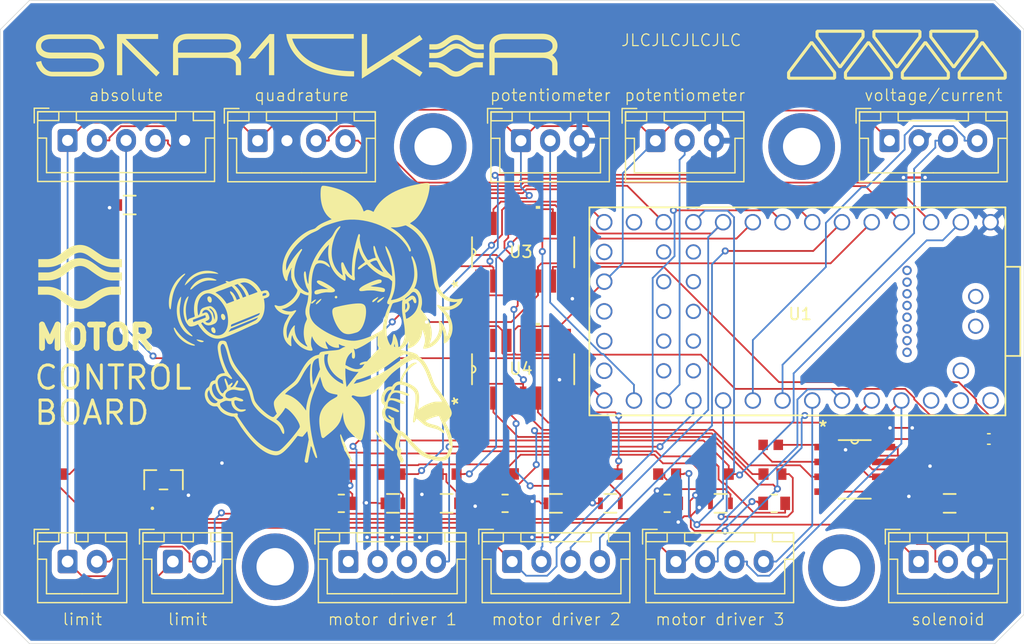
<source format=kicad_pcb>
(kicad_pcb (version 20241229) (generator "pcbnew") (generator_version "9.0")
  (layers (0 "F.Cu" signal) (2 "B.Cu" signal) (13 "F.Paste" user) (15 "B.Paste" user) (5 "F.SilkS" user "F.Silkscreen") (7 "B.SilkS" user "B.Silkscreen") (1 "F.Mask" user) (3 "B.Mask" user) (25 "Edge.Cuts" user))
  (net 0 "")
  (net 20 "+3.3V")
  (net 21 "A0")
  (net 22 "GND")
  (net 23 "A1")
  (net 24 "SDA")
  (net 25 "SCL")
  (net 26 "PWM1EN")
  (net 27 "LPWM1")
  (net 28 "PWM1VT")
  (net 29 "RPWM1")
  (net 30 "PWM2EN")
  (net 31 "LPWM2")
  (net 32 "PWM2VT")
  (net 33 "RPWM2")
  (net 34 "LPWM3")
  (net 35 "PWM3EN")
  (net 36 "RPWM3")
  (net 37 "PWM3VT")
  (net 38 "A")
  (net 39 "B")
  (net 40 "SIG")
  (net 41 "Net-(D1-Pad2)")
  (net 42 "SPIS")
  (net 43 "MISO")
  (net 44 "Net-(Q1-COLLECTOR)")
  (net 47 "SCK")
  (net 50 "CS")
  (net 57 "/NODE_A")
  (net 58 "Net-(U2-CONT)")
  (net 59 "BLINK")
  (net 60 "LPWM2A")
  (net 61 "RPWM1A")
  (net 62 "RPWM2A")
  (net 63 "LPWM1A")
  (net 65 "RPWM3A")
  (net 68 "LPWM3A")
  (net 72 "/NODE_B")
  (net 77 "Net-(D2-Pad2)")
  (net 78 "Net-(D4-Pad2)")
  (net 79 "Net-(D6-Pad2)")
  (net 80 "Net-(D7-Pad2)")
  (net 81 "Net-(D8-Pad2)")
  (net 82 "Net-(D9-Pad2)")
  (net 83 "Net-(D10-Pad2)")
  (net 84 "Net-(D11-Pad2)")
  (net 85 "Net-(Q1-BASE)")
  (net 86 "Net-(D3-Pad2)")
  (net 87 "Net-(D5-Pad1)")
  (net 88 "Net-(J6-Pin_2)")
  (footprint "SN74HC08DR:SN74HC08DR" (layer "F.Cu") (at 144.69 105.5362 90)
    (property "Reference" "U4")
    (property "Value" "SN74HC08DR")
  )
  (footprint "RCG06031K00FKEA:RCG06031K00FKEA" (layer "F.Cu") (at 133.4369 114.5)
    (property "Reference" "R3" (hide yes))
    (property "Value" "1K" (hide yes))
  )
  (footprint "C0402C103J4RACTU:C0402C103J4RACTU" (layer "F.Cu") (at 178.5 114.5)
    (property "Reference" "C2" (hide yes))
    (property "Value" "0.01uF" (hide yes))
  )
  (footprint "Connector_JST:JST_XH_B2B-XH-A_1x02_P2.50mm_Vertical" (layer "F.Cu") (at 114.75 121.975)
    (property "Reference" "J7" (hide yes))
    (property "Value" "B2B-XH-A")
  )
  (footprint "Connector_JST:JST_XH_B4B-XH-A_1x04_P2.50mm_Vertical" (layer "F.Cu") (at 129.75 121.975)
    (property "Reference" "J8" (hide yes))
    (property "Value" "B4B-XH-A")
  )
  (footprint "RCG06031K00FKEA:RCG06031K00FKEA" (layer "F.Cu") (at 147.5 114.5)
    (property "Reference" "R6" (hide yes))
    (property "Value" "1K" (hide yes))
  )
  (footprint "CRCW060310K0FKEA:CRCW060310K0FKEA" (layer "F.Cu") (at 143.134 114.4849)
    (property "Reference" "R8" (hide yes))
    (property "Value" "10K" (hide yes))
  )
  (footprint "LED_XL-2012:LED_XL-2012SURC_XLG" (layer "F.Cu") (at 166.1491 117)
    (property "Reference" "D10" (hide yes))
    (property "Value" "PINK LED" (hide yes))
  )
  (footprint "Connector_JST:JST_XH_B2B-XH-A_1x02_P2.50mm_Vertical" (layer "F.Cu") (at 105.75 121.975)
    (property "Reference" "J6" (hide yes))
    (property "Value" "B2B-XH-A")
  )
  (footprint "CC0603JRX7R7BB105:CC0603JRX7R7BB105" (layer "F.Cu") (at 165.8523 112)
    (property "Reference" "C1" (hide yes))
    (property "Value" "1uF" (hide yes))
  )
  (footprint "Connector_JST:JST_XH_B4B-XH-A_1x04_P2.50mm_Vertical" (layer "F.Cu") (at 176 86)
    (property "Reference" "J5" (hide yes))
    (property "Value" "B4B-XH-A")
  )
  (footprint "RCG06031K00FKEA:RCG06031K00FKEA" (layer "F.Cu") (at 109 114.5)
    (property "Reference" "R13" (hide yes))
    (property "Value" "1K" (hide yes))
  )
  (footprint "150080BS75000:150080BS75000" (layer "F.Cu") (at 147.5 117)
    (property "Reference" "D6" (hide yes))
    (property "Value" "BLUE LED" (hide yes))
  )
  (footprint "LED_XL-2012:LED_XL-2012SURC_XLG" (layer "F.Cu") (at 143.1491 117)
    (property "Reference" "D8" (hide yes))
    (property "Value" "PINK LED" (hide yes))
  )
  (footprint "Connector_JST:JST_XH_B3B-XH-A_1x03_P2.50mm_Vertical" (layer "F.Cu") (at 178.5 121.975)
    (property "Reference" "J11" (hide yes))
    (property "Value" "B3B-XH-A")
  )
  (footprint "RCG06031K00FKEA:RCG06031K00FKEA" (layer "F.Cu") (at 157 114.5)
    (property "Reference" "R11" (hide yes))
    (property "Value" "1K" (hide yes))
  )
  (footprint "Connector_JST:JST_XH_B4B-XH-A_1x04_P2.50mm_Vertical" (layer "F.Cu") (at 143.75 121.975)
    (property "Reference" "J9" (hide yes))
    (property "Value" "B4B-XH-A")
  )
  (footprint "RCG06031K00FKEA:RCG06031K00FKEA" (layer "F.Cu") (at 104.5 114.5 180)
    (property "Reference" "R12" (hide yes))
    (property "Value" "1K" (hide yes))
  )
  (footprint "Connector_JST:JST_XH_B4B-XH-A_1x04_P2.50mm_Vertical" (layer "F.Cu") (at 157.75 121.975)
    (property "Reference" "J10" (hide yes))
    (property "Value" "B4B-XH-A")
  )
  (footprint "SN74HC08DR:SN74HC08DR" (layer "F.Cu") (at 144.69 95.5362 90)
    (property "Reference" "U3")
    (property "Value" "SN74HC08DR")
  )
  (footprint "CRCW0603100KFKEA:CRCW0603100KFKEA" (layer "F.Cu") (at 119.235 114.5)
    (property "Reference" "R14" (hide yes))
    (property "Value" "100K" (hide yes))
  )
  (footprint "150080BS75000:150080BS75000" (layer "F.Cu") (at 152.1491 117)
    (property "Reference" "D7" (hide yes))
    (property "Value" "BLUE LED" (hide yes))
  )
  (footprint "RCG06031K00FKEA:RCG06031K00FKEA" (layer "F.Cu") (at 152 114.5)
    (property "Reference" "R7" (hide yes))
    (property "Value" "1K" (hide yes))
  )
  (footprint "Connector_JST:JST_XH_B3B-XH-A_1x03_P2.50mm_Vertical" (layer "F.Cu") (at 144.5 86)
    (property "Reference" "J3" (hide yes))
    (property "Value" "B3B-XH-A")
  )
  (footprint "Teensy:Teensy40_SMT" (layer "F.Cu") (at 168.1343 100.5894 180)
    (property "Reference" "U1")
    (property "Value" "Teensy4.0")
  )
  (footprint "LED_XL-2012:LED_XL-2012SURC_XLG" (layer "F.Cu") (at 157 117)
    (property "Reference" "D11" (hide yes))
    (property "Value" "PINK LED" (hide yes))
  )
  (footprint "MountingHole:MountingHole_3.2mm_M3_ISO7380_Pad" (layer "F.Cu") (at 171.9085 122.5)
    (property "Reference" "MH4" (hide yes))
    (property "Value" "MountingHole_Pad" (hide yes))
  )
  (footprint "MountingHole:MountingHole_3.2mm_M3_ISO7380_Pad" (layer "F.Cu") (at 123.5 122.42)
    (property "Reference" "MH3" (hide yes))
    (property "Value" "MountingHole_Pad" (hide yes))
  )
  (footprint "150080BS75000:150080BS75000" (layer "F.Cu") (at 161.5602 117)
    (property "Reference" "D9" (hide yes))
    (property "Value" "BLUE LED" (hide yes))
  )
  (footprint "Connector_JST:JST_XH_B5B-XH-A_1x05_P2.50mm_Vertical" (layer "F.Cu") (at 105.7522 85.9775)
    (property "Reference" "J1" (hide yes))
    (property "Value" "B5B-XH-A")
  )
  (footprint "150080BS75000:150080BS75000" (layer "F.Cu") (at 111.0602 91.5)
    (property "Reference" "D1" (hide yes))
    (property "Value" "BLUE LED" (hide yes))
  )
  (footprint "SMMBT3904LT1G:SMMBT3904LT1G" (layer "F.Cu") (at 113.9525 114.984)
    (property "Reference" "Q1" (hide yes))
    (property "Value" "SMMBT3904LT1G" (hide yes))
  )
  (footprint "RCG06031K00FKEA:RCG06031K00FKEA" (layer "F.Cu") (at 138.235 114.5)
    (property "Reference" "R4" (hide yes))
    (property "Value" "1K" (hide yes))
  )
  (footprint "LED_XL-2012:LED_XL-2012SURC_XLG" (layer "F.Cu") (at 129.1491 117)
    (property "Reference" "D5" (hide yes))
    (property "Value" "PINK LED" (hide yes))
  )
  (footprint "CRCW060310K0FKEA:CRCW060310K0FKEA" (layer "F.Cu") (at 184.5 114.5)
    (property "Reference" "R15" (hide yes))
    (property "Value" "10K" (hide yes))
  )
  (footprint "Connector_JST:JST_XH_B3B-XH-A_1x03_P2.50mm_Vertical" (layer "F.Cu") (at 156 86)
    (property "Reference" "J4" (hide yes))
    (property "Value" "B3B-XH-A")
  )
  (footprint "Connector_JST:JST_XH_B4B-XH-A_1x04_P2.50mm_Vertical" (layer "F.Cu") (at 122 86)
    (property "Reference" "J2" (hide yes))
    (property "Value" "B4B-XH-A")
  )
  (footprint "TLC555CDR:TLC555CDR" (layer "F.Cu") (at 173.0362 114.095)
    (property "Reference" "U2" (hide yes))
    (property "Value" "TLC555CDR" (hide yes))
  )
  (footprint "RCG06031K00FKEA:RCG06031K00FKEA" (layer "F.Cu") (at 129.235 114.5)
    (property "Reference" "R5" (hide yes))
    (property "Value" "1K" (hide yes))
  )
  (footprint "RCG06031K00FKEA:RCG06031K00FKEA" (layer "F.Cu") (at 114.765 91.5)
    (property "Reference" "R1" (hide yes))
    (property "Value" "1K" (hide yes))
  )
  (footprint "MountingHole:MountingHole_3.2mm_M3_ISO7380_Pad" (layer "F.Cu") (at 137 86.5)
    (property "Reference" "MH1" (hide yes))
    (property "Value" "MountingHole_Pad" (hide yes))
  )
  (footprint "RCG06031K00FKEA:RCG06031K00FKEA" (layer "F.Cu") (at 166 114.5)
    (property "Reference" "R10" (hide yes))
    (property "Value" "1K" (hide yes))
  )
  (footprint "RCG06031K00FKEA:RCG06031K00FKEA" (layer "F.Cu") (at 184.5 117)
    (property "Reference" "R2" (hide yes))
    (property "Value" "1K" (hide yes))
  )
  (footprint "MountingHole:MountingHole_3.2mm_M3_ISO7380_Pad" (layer "F.Cu") (at 168.5 86.5)
    (property "Reference" "MH2" (hide yes))
    (property "Value" "MountingHole_Pad" (hide yes))
  )
  (footprint "150080BS75000:150080BS75000" (layer "F.Cu") (at 138.1491 117)
    (property "Reference" "D4" (hide yes))
    (property "Value" "BLUE LED" (hide yes))
  )
  (footprint "150080BS75000:150080BS75000" (layer "F.Cu") (at 181.1491 117)
    (property "Reference" "D2" (hide yes))
    (property "Value" "BLUE LED" (hide yes))
  )
  (footprint "RCG06031K00FKEA:RCG06031K00FKEA" (layer "F.Cu") (at 161.5 114.5)
    (property "Reference" "R9" (hide yes))
    (property "Value" "1K" (hide yes))
  )
  (footprint "150080BS75000:150080BS75000" (layer "F.Cu") (at 133.5602 117)
    (property "Reference" "D3" (hide yes))
    (property "Value" "BLUE LED" (hide yes))
  )
  (footprint "RC0603FR-07360KL:RC0603FR-07360KL" (layer "F.Cu") (at 184.5 111.5)
    (property "Reference" "R16" (hide yes))
    (property "Value" "360K" (hide yes))
  )
  (gr_line (start 177.2 89.15) (end 179.05 89.15) (stroke (width 0.2)) (layer "F.Cu") (net 22))
  (gr_poly (pts (xy 117.787122 97.117924) (xy 117.898668 97.12652) (xy 118.010182 97.140814) (xy 118.12149 97.160794) (xy 118.232417 97.186444) (xy 118.342787 97.217752) (xy 118.381811 97.230196) (xy 118.423601 97.244681) (xy 118.445033 97.252768) (xy 118.466557 97.26146) (xy 118.487972 97.270789) (xy 118.509078 97.280788) (xy 118.529676 97.291487) (xy 118.549565 97.302919) (xy 118.568546 97.315115) (xy 118.586419 97.328107) (xy 118.602983 97.341928) (xy 118.618039 97.356607) (xy 118.624939 97.36428) (xy 118.631386 97.372179) (xy 118.637357 97.380309) (xy 118.642419 97.388051) (xy 118.426564 97.36666) (xy 118.212075 97.348431) (xy 117.999458 97.336714) (xy 117.893719 97.334315) (xy 117.788287 97.334764) (xy 117.683109 97.338469) (xy 117.578132 97.345836) (xy 117.473302 97.357273) (xy 117.368566 97.373186) (xy 117.263871 97.393983) (xy 117.159162 97.420071) (xy 117.054386 97.451855) (xy 116.94949 97.489744) (xy 116.8552 97.529075) (xy 116.768229 97.570231) (xy 116.68775 97.613155) (xy 116.612933 97.657788) (xy 116.542949 97.704069) (xy 116.476971 97.751942) (xy 116.414169 97.801346) (xy 116.353715 97.852223) (xy 116.294781 97.904514) (xy 116.236537 97.95816) (xy 116.118807 98.069281) (xy 115.993895 98.185114) (xy 115.926675 98.244651) (xy 115.855174 98.305189) (xy 115.84999 98.309806) (xy 115.845103 98.314665) (xy 115.84044 98.319673) (xy 115.835926 98.324736) (xy 115.827046 98.334659) (xy 115.822531 98.339331) (xy 115.817868 98.343687) (xy 115.815457 98.345718) (xy 115.812981 98.347634) (xy 115.810431 98.349425) (xy 115.807797 98.351079) (xy 115.80507 98.352584) (xy 115.802241 98.353928) (xy 115.7993 98.355101) (xy 115.796239 98.356089) (xy 115.793047 98.356883) (xy 115.789715 98.357469) (xy 115.786235 98.357837) (xy 115.782596 98.357974) (xy 115.77879 98.35787) (xy 115.774808 98.357512) (xy 115.770639 98.356889) (xy 115.766275 98.355989) (xy 115.791409 98.281965) (xy 115.822093 98.209211) (xy 115.857922 98.137869) (xy 115.898492 98.068081) (xy 115.9434 97.99999) (xy 115.992242 97.933736) (xy 116.044614 97.869462) (xy 116.100113 97.80731) (xy 116.158333 97.747421) (xy 116.218872 97.689937) (xy 116.281326 97.635) (xy 116.34529 97.582753) (xy 116.410362 97.533336) (xy 116.476136 97.486892) (xy 116.54221 97.443563) (xy 116.608179 97.40349) (xy 116.708503 97.348477) (xy 116.810724 97.299316) (xy 116.914665 97.255994) (xy 117.020152 97.218496) (xy 117.127009 97.186809) (xy 117.235062 97.160918) (xy 117.344135 97.14081) (xy 117.454052 97.12647) (xy 117.564639 97.117886) (xy 117.675721 97.115042)) (fill yes) (layer "F.SilkS"))
  (gr_poly (pts (xy 128.703684 99.262066) (xy 128.709247 99.262489) (xy 128.714729 99.263185) (xy 128.720123 99.264148) (xy 128.725423 99.265372) (xy 128.730621 99.266848) (xy 128.735711 99.26857) (xy 128.740685 99.270531) (xy 128.745537 99.272725) (xy 128.75026 99.275144) (xy 128.754848 99.277781) (xy 128.759292 99.28063) (xy 128.763587 99.283684) (xy 128.767725 99.286936) (xy 128.771699 99.290379) (xy 128.775503 99.294006) (xy 128.77913 99.29781) (xy 128.782573 99.301784) (xy 128.785825 99.305922) (xy 128.788879 99.310217) (xy 128.791728 99.314661) (xy 128.794366 99.319248) (xy 128.796785 99.323971) (xy 128.798979 99.328823) (xy 128.80094 99.333798) (xy 128.802662 99.338887) (xy 128.804138 99.344085) (xy 128.805361 99.349384) (xy 128.806324 99.354779) (xy 128.807021 99.36026) (xy 128.807444 99.365823) (xy 128.807587 99.37146) (xy 128.807444 99.377097) (xy 128.807021 99.382659) (xy 128.806324 99.388141) (xy 128.805361 99.393536) (xy 128.804138 99.398835) (xy 128.802662 99.404033) (xy 128.80094 99.409123) (xy 128.798979 99.414097) (xy 128.796785 99.418949) (xy 128.794366 99.423672) (xy 128.791728 99.428259) (xy 128.788879 99.432704) (xy 128.785825 99.436998) (xy 128.782573 99.441136) (xy 128.77913 99.445111) (xy 128.775503 99.448915) (xy 128.771699 99.452542) (xy 128.767725 99.455985) (xy 128.763587 99.459237) (xy 128.759292 99.462291) (xy 128.754848 99.46514) (xy 128.75026 99.467777) (xy 128.745537 99.470196) (xy 128.740685 99.47239) (xy 128.735711 99.474351) (xy 128.730621 99.476073) (xy 128.725423 99.47755) (xy 128.720123 99.478773) (xy 128.714729 99.479736) (xy 128.709247 99.480433) (xy 128.703684 99.480856) (xy 128.698047 99.480998) (xy 128.69241 99.480856) (xy 128.686847 99.480433) (xy 128.681366 99.479736) (xy 128.675971 99.478773) (xy 128.670672 99.47755) (xy 128.665474 99.476073) (xy 128.660385 99.474351) (xy 128.65541 99.47239) (xy 128.650558 99.470196) (xy 128.645835 99.467777) (xy 128.641248 99.46514) (xy 128.636804 99.462291) (xy 128.632509 99.459237) (xy 128.628371 99.455985) (xy 128.624397 99.452542) (xy 128.620593 99.448915) (xy 128.616966 99.445111) (xy 128.613523 99.441136) (xy 128.610271 99.436998) (xy 128.607217 99.432704) (xy 128.604368 99.428259) (xy 128.601731 99.423672) (xy 128.599312 99.418949) (xy 128.597118 99.414097) (xy 128.595157 99.409123) (xy 128.593435 99.404033) (xy 128.591959 99.398835) (xy 128.590735 99.393536) (xy 128.589772 99.388141) (xy 128.589076 99.382659) (xy 128.588653 99.377097) (xy 128.58851 99.37146) (xy 128.588653 99.365823) (xy 128.589076 99.36026) (xy 128.589772 99.354779) (xy 128.590735 99.349384) (xy 128.591959 99.344085) (xy 128.593435 99.338887) (xy 128.595157 99.333798) (xy 128.597118 99.328823) (xy 128.599312 99.323971) (xy 128.601731 99.319248) (xy 128.604368 99.314661) (xy 128.607217 99.310217) (xy 128.610271 99.305922) (xy 128.613523 99.301784) (xy 128.616966 99.29781) (xy 128.620593 99.294006) (xy 128.624397 99.290379) (xy 128.628371 99.286936) (xy 128.632509 99.283684) (xy 128.636804 99.28063) (xy 128.641248 99.277781) (xy 128.645835 99.275144) (xy 128.650558 99.272725) (xy 128.65541 99.270531) (xy 128.660385 99.26857) (xy 128.665474 99.266848) (xy 128.670672 99.265372) (xy 128.675971 99.264148) (xy 128.681366 99.263185) (xy 128.686847 99.262489) (xy 128.69241 99.262066) (xy 128.698047 99.261923)) (fill yes) (layer "F.SilkS"))
  (gr_poly (pts (xy 120.239273 98.063933) (xy 120.280988 98.079006) (xy 120.322118 98.095816) (xy 120.36265 98.114298) (xy 120.402567 98.134388) (xy 120.441856 98.156022) (xy 120.518489 98.203671) (xy 120.592431 98.256733) (xy 120.663563 98.314699) (xy 120.731769 98.377058) (xy 120.79693 98.443301) (xy 120.858928 98.512917) (xy 120.917646 98.585396) (xy 120.972966 98.660229) (xy 121.024769 98.736906) (xy 121.072939 98.814915) (xy 121.117357 98.893748) (xy 121.157906 98.972894) (xy 121.194467 99.051843) (xy 121.231628 99.142301) (xy 121.264545 99.233999) (xy 121.293238 99.3268) (xy 121.31773 99.420565) (xy 121.338043 99.515158) (xy 121.354197 99.610442) (xy 121.366216 99.706279) (xy 121.37412 99.802532) (xy 121.377931 99.899065) (xy 121.377671 99.995739) (xy 121.373362 100.092418) (xy 121.365025 100.188964) (xy 121.352682 100.285241) (xy 121.336354 100.38111) (xy 121.316064 100.476436) (xy 121.291833 100.57108) (xy 121.291304 100.57108) (xy 121.28169 100.577086) (xy 121.272868 100.580233) (xy 121.264806 100.580689) (xy 121.257471 100.578623) (xy 121.25083 100.5742) (xy 121.244851 100.56759) (xy 121.239502 100.558959) (xy 121.23475 100.548475) (xy 121.230561 100.536306) (xy 121.226905 100.522619) (xy 121.221057 100.491364) (xy 121.216946 100.456051) (xy 121.21431 100.418019) (xy 121.21289 100.378611) (xy 121.212425 100.339167) (xy 121.213318 100.265537) (xy 121.215105 100.176851) (xy 121.203465 100.065881) (xy 121.18871 99.955696) (xy 121.170728 99.84641) (xy 121.149405 99.738138) (xy 121.124628 99.630995) (xy 121.096284 99.525095) (xy 121.064259 99.420553) (xy 121.028441 99.317484) (xy 120.988716 99.216003) (xy 120.944971 99.116223) (xy 120.897093 99.018261) (xy 120.844969 98.92223) (xy 120.788485 98.828246) (xy 120.727529 98.736422) (xy 120.661987 98.646875) (xy 120.591746 98.559718) (xy 120.565268 98.529799) (xy 120.537453 98.500622) (xy 120.479166 98.44364) (xy 120.419589 98.387067) (xy 120.390162 98.358402) (xy 120.361426 98.329199) (xy 120.33372 98.299246) (xy 120.307381 98.268329) (xy 120.282748 98.236236) (xy 120.260157 98.202753) (xy 120.249734 98.185423) (xy 120.239948 98.167667) (xy 120.230842 98.149456) (xy 120.222458 98.130765) (xy 120.214839 98.111566) (xy 120.208025 98.091833) (xy 120.202061 98.07154) (xy 120.196988 98.050659)) (fill yes) (layer "F.SilkS"))
  (gr_poly (pts (xy 116.09674 99.297641) (xy 116.097005 99.297905) (xy 116.087108 99.344215) (xy 116.076176 99.390298) (xy 116.051818 99.481923) (xy 116.025167 99.573051) (xy 115.997455 99.663956) (xy 115.969916 99.754911) (xy 115.943786 99.846188) (xy 115.920297 99.938061) (xy 115.909929 99.984306) (xy 115.900684 100.030803) (xy 115.881887 100.14829) (xy 115.868752 100.263591) (xy 115.860974 100.376966) (xy 115.858251 100.488672) (xy 115.860278 100.598967) (xy 115.866751 100.70811) (xy 115.877366 100.816358) (xy 115.89182 100.923969) (xy 115.909808 101.031203) (xy 115.931028 101.138316) (xy 115.955174 101.245567) (xy 115.981944 101.353215) (xy 116.042136 101.57073) (xy 116.109175 101.792927) (xy 116.097592 101.786143) (xy 116.086161 101.778707) (xy 116.074884 101.770653) (xy 116.063767 101.762012) (xy 116.04202 101.743095) (xy 116.020945 101.72221) (xy 116.000567 101.699611) (xy 115.980913 101.67555) (xy 115.962008 101.650281) (xy 115.943877 101.624059) (xy 115.926546 101.597135) (xy 115.91004 101.569764) (xy 115.894386 101.5422) (xy 115.879608 101.514695) (xy 115.865733 101.487503) (xy 115.852785 101.460878) (xy 115.829776 101.410341) (xy 115.793307 101.31959) (xy 115.761268 101.225622) (xy 115.733625 101.128864) (xy 115.710341 101.029746) (xy 115.691383 100.928697) (xy 115.676715 100.826144) (xy 115.666303 100.722517) (xy 115.660112 100.618244) (xy 115.658106 100.513755) (xy 115.660251 100.409477) (xy 115.666512 100.305839) (xy 115.676854 100.20327) (xy 115.691243 100.102199) (xy 115.709643 100.003054) (xy 115.732019 99.906264) (xy 115.758337 99.812257) (xy 115.780593 99.7436) (xy 115.808195 99.668705) (xy 115.824058 99.630084) (xy 115.841328 99.591304) (xy 115.860027 99.55283) (xy 115.880178 99.515131) (xy 115.901806 99.478671) (xy 115.924932 99.443918) (xy 115.949581 99.411339) (xy 115.975776 99.3814) (xy 116.00354 99.354567) (xy 116.018017 99.342462) (xy 116.032895 99.331308) (xy 116.048178 99.321165) (xy 116.063867 99.312089) (xy 116.079965 99.304141) (xy 116.096477 99.297377)) (fill yes) (layer "F.SilkS"))
  (gr_poly (pts (xy 115.781824 97.363352) (xy 115.784518 97.36359) (xy 115.787057 97.363981) (xy 115.789439 97.364524) (xy 115.791666 97.365213) (xy 115.793736 97.366045) (xy 115.795649 97.367017) (xy 115.797405 97.368125) (xy 115.799003 97.369366) (xy 115.800445 97.370736) (xy 115.801728 97.372231) (xy 115.802853 97.373848) (xy 115.803819 97.375583) (xy 115.804626 97.377433) (xy 115.805275 97.379394) (xy 115.805764 97.381462) (xy 115.806093 97.383634) (xy 115.806263 97.385907) (xy 115.806272 97.388276) (xy 115.80612 97.390738) (xy 115.805808 97.39329) (xy 115.805335 97.395927) (xy 115.8047 97.398648) (xy 115.803904 97.401446) (xy 115.802945 97.40432) (xy 115.801824 97.407266) (xy 115.800541 97.41028) (xy 115.799094 97.413358) (xy 115.797485 97.416497) (xy 115.795712 97.419693) (xy 115.793775 97.422943) (xy 115.791675 97.426243) (xy 115.780584 97.442078) (xy 115.76789 97.458566) (xy 115.753799 97.475615) (xy 115.738518 97.493133) (xy 115.705215 97.529214) (xy 115.669636 97.566076) (xy 115.598273 97.639217) (xy 115.5658 97.674032) (xy 115.551091 97.690681) (xy 115.537675 97.706701) (xy 115.407069 97.872922) (xy 115.290963 98.031087) (xy 115.188293 98.182712) (xy 115.097996 98.329315) (xy 115.019006 98.472415) (xy 114.95026 98.613529) (xy 114.890693 98.754175) (xy 114.839241 98.895871) (xy 114.79484 99.040134) (xy 114.756426 99.188481) (xy 114.722933 99.342432) (xy 114.693299 99.503503) (xy 114.666458 99.673212) (xy 114.641347 99.853077) (xy 114.592055 100.249345) (xy 114.587499 100.283341) (xy 114.582582 100.313113) (xy 114.577336 100.338834) (xy 114.571789 100.360676) (xy 114.565973 100.378813) (xy 114.559917 100.393417) (xy 114.553652 100.404661) (xy 114.547208 100.412718) (xy 114.540615 100.41776) (xy 114.533903 100.41996) (xy 114.527103 100.419491) (xy 114.520245 100.416526) (xy 114.513359 100.411238) (xy 114.506475 100.403799) (xy 114.499624 100.394382) (xy 114.492836 100.383159) (xy 114.479568 100.35599) (xy 114.466915 100.323672) (xy 114.455117 100.28759) (xy 114.444417 100.249123) (xy 114.435056 100.209656) (xy 114.427276 100.170568) (xy 114.42132 100.133244) (xy 114.417429 100.099064) (xy 114.408589 99.949494) (xy 114.408129 99.798771) (xy 114.415845 99.647393) (xy 114.431534 99.495855) (xy 114.454993 99.344656) (xy 114.48602 99.194291) (xy 114.52441 99.045258) (xy 114.569961 98.898054) (xy 114.622469 98.753175) (xy 114.681733 98.611118) (xy 114.747548 98.472381) (xy 114.819711 98.33746) (xy 114.89802 98.206851) (xy 114.982271 98.081053) (xy 115.072261 97.960561) (xy 115.167787 97.845872) (xy 115.214083 97.797419) (xy 115.284353 97.729613) (xy 115.370919 97.650433) (xy 115.466105 97.567861) (xy 115.514531 97.527797) (xy 115.562234 97.489878) (xy 115.608252 97.455102) (xy 115.651628 97.424465) (xy 115.6914 97.398966) (xy 115.72661 97.379603) (xy 115.742204 97.372534) (xy 115.756298 97.367372) (xy 115.768771 97.364243) (xy 115.779379 97.363283)) (fill yes) (layer "F.SilkS"))
  (gr_poly (pts (xy 117.900847 97.725574) (xy 118.002758 97.739237) (xy 118.104138 97.760056) (xy 118.204675 97.788193) (xy 118.225174 97.795656) (xy 118.25823 97.808508) (xy 118.343781 97.84316) (xy 118.387162 97.861351) (xy 118.424868 97.877713) (xy 118.452342 97.890441) (xy 118.460818 97.894879) (xy 118.465027 97.897731) (xy 118.465025 97.897731) (xy 118.468796 97.901951) (xy 118.471798 97.905983) (xy 118.474069 97.909831) (xy 118.475647 97.913497) (xy 118.476571 97.916987) (xy 118.476877 97.920303) (xy 118.476604 97.923449) (xy 118.47579 97.92643) (xy 118.474471 97.929248) (xy 118.472687 97.931909) (xy 118.470474 97.934415) (xy 118.467871 97.93677) (xy 118.464915 97.938979) (xy 118.461644 97.941044) (xy 118.458096 97.94297) (xy 118.454309 97.944761) (xy 118.446167 97.94795) (xy 118.437522 97.950642) (xy 118.428675 97.952868) (xy 118.419929 97.954658) (xy 118.411587 97.956041) (xy 118.403949 97.957049) (xy 118.397319 97.95771) (xy 118.392 97.958056) (xy 118.353035 97.959398) (xy 118.313573 97.959758) (xy 118.233398 97.958172) (xy 118.069737 97.950251) (xy 117.987218 97.946471) (xy 117.904885 97.944513) (xy 117.86394 97.944617) (xy 117.823222 97.945656) (xy 117.782793 97.94779) (xy 117.742712 97.951178) (xy 117.663792 97.961161) (xy 117.58616 97.974914) (xy 117.50979 97.992247) (xy 117.434655 98.012974) (xy 117.36073 98.036907) (xy 117.287987 98.063859) (xy 117.216401 98.093641) (xy 117.145945 98.126067) (xy 117.076593 98.160948) (xy 117.008318 98.198098) (xy 116.941095 98.237328) (xy 116.874896 98.27845) (xy 116.809696 98.321279) (xy 116.745467 98.365624) (xy 116.619821 98.458119) (xy 116.598325 98.475337) (xy 116.576862 98.493869) (xy 116.555379 98.513439) (xy 116.533823 98.533773) (xy 116.490275 98.575637) (xy 116.445791 98.617266) (xy 116.423065 98.637305) (xy 116.399943 98.656463) (xy 116.376374 98.674464) (xy 116.352303 98.691034) (xy 116.327677 98.705899) (xy 116.315139 98.712606) (xy 116.302443 98.718784) (xy 116.289581 98.724399) (xy 116.276546 98.729416) (xy 116.263333 98.7338) (xy 116.249934 98.737518) (xy 116.243456 98.727861) (xy 116.239793 98.716242) (xy 116.23879 98.702798) (xy 116.240292 98.687663) (xy 116.244143 98.670972) (xy 116.250188 98.652861) (xy 116.258272 98.633464) (xy 116.26824 98.612916) (xy 116.293207 98.56891) (xy 116.323846 98.521923) (xy 116.358916 98.473034) (xy 116.397175 98.423326) (xy 116.437381 98.373878) (xy 116.478293 98.325772) (xy 116.557265 98.237903) (xy 116.624157 98.168365) (xy 116.669035 98.125802) (xy 116.749574 98.061108) (xy 116.833622 98.001473) (xy 116.920867 97.94706) (xy 117.011001 97.898029) (xy 117.103711 97.854542) (xy 117.198686 97.816761) (xy 117.295617 97.784845) (xy 117.394192 97.758958) (xy 117.4941 97.739258) (xy 117.59503 97.725909) (xy 117.696672 97.719071) (xy 117.798714 97.718906)) (fill yes) (layer "F.SilkS"))
  (gr_poly (pts (xy 119.349843 97.997401) (xy 119.37037 97.999233) (xy 119.392146 98.002753) (xy 119.415059 98.00786) (xy 119.463851 98.022432) (xy 119.515853 98.042145) (xy 119.570169 98.066194) (xy 119.625908 98.093774) (xy 119.682174 98.124082) (xy 119.738074 98.156311) (xy 119.792715 98.189659) (xy 119.845202 98.22332) (xy 119.894643 98.256489) (xy 119.980807 98.318135) (xy 120.044058 98.368159) (xy 120.151696 98.466447) (xy 120.25228 98.571821) (xy 120.345687 98.683718) (xy 120.431797 98.801571) (xy 120.510486 98.924817) (xy 120.581635 99.052889) (xy 120.64512 99.185224) (xy 120.70082 99.321255) (xy 120.748614 99.460417) (xy 120.78838 99.602146) (xy 120.819996 99.745877) (xy 120.84334 99.891043) (xy 120.858291 100.037081) (xy 120.864727 100.183426) (xy 120.862526 100.329511) (xy 120.851567 100.474772) (xy 120.845 100.519272) (xy 120.83217 100.58689) (xy 120.813858 100.668696) (xy 120.790845 100.75576) (xy 120.77782 100.798474) (xy 120.763913 100.839154) (xy 120.749222 100.876683) (xy 120.733844 100.909947) (xy 120.717876 100.937827) (xy 120.709702 100.9494) (xy 120.701418 100.959209) (xy 120.693034 100.967114) (xy 120.684565 100.972975) (xy 120.676022 100.976654) (xy 120.667416 100.97801) (xy 120.664102 100.975773) (xy 120.661 100.973524) (xy 120.658102 100.971262) (xy 120.655401 100.968983) (xy 120.652889 100.966687) (xy 120.650558 100.964372) (xy 120.6484 100.962034) (xy 120.646406 100.959671) (xy 120.644571 100.957283) (xy 120.642885 100.954866) (xy 120.64134 100.952418) (xy 120.639929 100.949937) (xy 120.638644 100.947422) (xy 120.637478 100.94487) (xy 120.636421 100.942278) (xy 120.635467 100.939646) (xy 120.633835 100.934248) (xy 120.632518 100.928659) (xy 120.631455 100.922863) (xy 120.630581 100.916842) (xy 120.629151 100.904057) (xy 120.627728 100.890169) (xy 120.625828 100.865487) (xy 120.625178 100.839191) (xy 120.625615 100.811464) (xy 120.626976 100.78249) (xy 120.631811 100.721536) (xy 120.638377 100.657797) (xy 120.645365 100.592743) (xy 120.651466 100.527845) (xy 120.653775 100.495913) (xy 120.655372 100.464572) (xy 120.656093 100.434004) (xy 120.655774 100.404393) (xy 120.644619 100.219239) (xy 120.622217 100.037839) (xy 120.588794 99.860495) (xy 120.544575 99.687513) (xy 120.489787 99.519197) (xy 120.424654 99.355852) (xy 120.349402 99.197783) (xy 120.264258 99.045295) (xy 120.169445 98.898691) (xy 120.065191 98.758277) (xy 119.95172 98.624357) (xy 119.829258 98.497235) (xy 119.698031 98.377218) (xy 119.558264 98.264608) (xy 119.410183 98.159711) (xy 119.254013 98.062831) (xy 119.253552 98.060214) (xy 119.253256 98.057625) (xy 119.25312 98.055064) (xy 119.253141 98.052535) (xy 119.253311 98.050039) (xy 119.253627 98.047578) (xy 119.254083 98.045155) (xy 119.254674 98.042772) (xy 119.255396 98.040431) (xy 119.256242 98.038134) (xy 119.257209 98.035882) (xy 119.258291 98.033679) (xy 119.259483 98.031527) (xy 119.26078 98.029427) (xy 119.262177 98.027381) (xy 119.263669 98.025392) (xy 119.265251 98.023463) (xy 119.266918 98.021594) (xy 119.270486 98.018048) (xy 119.274334 98.014772) (xy 119.27842 98.011783) (xy 119.282704 98.009097) (xy 119.287147 98.006733) (xy 119.291707 98.004706) (xy 119.296345 98.003035) (xy 119.296875 98.003035) (xy 119.312984 97.999201) (xy 119.330677 97.997357)) (fill yes) (layer "F.SilkS"))
  (gr_poly (pts (xy 117.874147 99.307829) (xy 117.904046 99.318148) (xy 117.931406 99.331733) (xy 117.956272 99.348277) (xy 117.978684 99.367477) (xy 117.998686 99.389026) (xy 118.016321 99.41262) (xy 118.03163 99.437952) (xy 118.044656 99.464719) (xy 118.055441 99.492615) (xy 118.064029 99.521334) (xy 118.070462 99.550572) (xy 118.074782 99.580023) (xy 118.077033 99.609382) (xy 118.077255 99.638343) (xy 118.075492 99.666602) (xy 118.071787 99.693854) (xy 118.066182 99.719792) (xy 118.05872 99.744112) (xy 118.049442 99.766509) (xy 118.038392 99.786678) (xy 118.025613 99.804312) (xy 118.011146 99.819108) (xy 117.995034 99.83076) (xy 117.97732 99.838962) (xy 117.958046 99.843409) (xy 117.937256 99.843797) (xy 117.91499 99.83982) (xy 117.891293 99.831172) (xy 117.866206 99.817549) (xy 117.839772 99.798646) (xy 117.812033 99.774156) (xy 117.800916 99.762717) (xy 117.790117 99.750187) (xy 117.779683 99.736654) (xy 117.76966 99.722206) (xy 117.751026 99.690911) (xy 117.734585 99.657003) (xy 117.720701 99.621183) (xy 117.709742 99.584149) (xy 117.702074 99.546602) (xy 117.699589 99.527855) (xy 117.698064 99.509242) (xy 117.697545 99.490851) (xy 117.698079 99.472768) (xy 117.69971 99.455083) (xy 117.702484 99.437882) (xy 117.706449 99.421252) (xy 117.711648 99.405282) (xy 117.718129 99.390058) (xy 117.725936 99.375668) (xy 117.735117 99.3622) (xy 117.745716 99.349742) (xy 117.757779 99.338379) (xy 117.771353 99.328201) (xy 117.786483 99.319295) (xy 117.803214 99.311747) (xy 117.821594 99.305647) (xy 117.841667 99.30108)) (fill yes) (layer "F.SilkS"))
  (gr_poly (pts (xy 131.353057 79.8725) (xy 135.850974 76.962083) (xy 136.089099 77.3325) (xy 133.919517 78.76125) (xy 136.089099 80.163541) (xy 135.850974 80.533958) (xy 133.52264 79.025833) (xy 130.903266 80.692708) (xy 130.903266 76.882708) (xy 131.353057 76.882708)) (fill yes) (layer "F.SilkS"))
  (gr_poly (pts (xy 171.420698 80.10325) (xy 171.447156 80.182625) (xy 171.447156 80.660198) (xy 171.314865 80.79249) (xy 167.381834 80.79249) (xy 167.249542 80.660198) (xy 167.249542 80.227604) (xy 167.514126 80.227604) (xy 167.514126 80.527906) (xy 171.183896 80.527906) (xy 171.183896 80.227604) (xy 169.349011 77.802698) (xy 167.514126 80.227604) (xy 167.249542 80.227604) (xy 167.249542 80.182625) (xy 167.276 80.10325) (xy 169.243177 77.503719) (xy 169.453521 77.503719)) (fill yes) (layer "F.SilkS"))
  (gr_poly (pts (xy 136.497651 89.6144) (xy 136.538711 89.617331) (xy 136.555034 89.619438) (xy 136.57029 89.621989) (xy 136.584515 89.624978) (xy 136.597742 89.628402) (xy 136.610007 89.632257) (xy 136.621344 89.636539) (xy 136.631786 89.641244) (xy 136.64137 89.646369) (xy 136.650128 89.651909) (xy 136.658097 89.657861) (xy 136.665309 89.66422) (xy 136.671801 89.670983) (xy 136.677606 89.678147) (xy 136.682758 89.685706) (xy 136.687292 89.693657) (xy 136.691244 89.701997) (xy 136.694646 89.710722) (xy 136.697534 89.719827) (xy 136.699943 89.729309) (xy 136.701906 89.739163) (xy 136.704634 89.759975) (xy 136.705995 89.782232) (xy 136.706264 89.805903) (xy 136.705718 89.830957) (xy 136.703284 89.885089) (xy 136.689002 90.063886) (xy 136.663172 90.251965) (xy 136.626313 90.447457) (xy 136.578945 90.648495) (xy 136.521587 90.853209) (xy 136.454758 91.059734) (xy 136.378978 91.266199) (xy 136.294765 91.470737) (xy 136.202641 91.67148) (xy 136.103122 91.86656) (xy 135.99673 92.054108) (xy 135.883983 92.232257) (xy 135.765401 92.399139) (xy 135.641503 92.552885) (xy 135.512809 92.691627) (xy 135.379837 92.813498) (xy 135.35303 92.833031) (xy 135.305878 92.865289) (xy 135.181068 92.950419) (xy 135.118679 92.994509) (xy 135.090828 93.015015) (xy 135.066479 93.033763) (xy 135.046585 93.050204) (xy 135.0321 93.063789) (xy 135.027185 93.069339) (xy 135.02398 93.07397) (xy 135.022605 93.077612) (xy 135.023178 93.080197) (xy 135.143471 93.148345) (xy 135.259626 93.220633) (xy 135.479811 93.377068) (xy 135.684314 93.548374) (xy 135.873714 93.733421) (xy 136.048591 93.931082) (xy 136.209524 94.140227) (xy 136.357094 94.359728) (xy 136.49188 94.588456) (xy 136.614462 94.825283) (xy 136.72542 95.06908) (xy 136.825334 95.318718) (xy 136.914783 95.57307) (xy 136.994348 95.831005) (xy 137.064608 96.091396) (xy 137.126142 96.353115) (xy 137.179532 96.615031) (xy 137.215284 96.825549) (xy 137.245884 97.041375) (xy 137.300777 97.480616) (xy 137.329646 97.699865) (xy 137.362515 97.916087) (xy 137.401672 98.1272) (xy 137.424323 98.230188) (xy 137.449405 98.331119) (xy 137.451535 98.331645) (xy 137.476164 98.416158) (xy 137.50472 98.498384) (xy 137.53707 98.578231) (xy 137.573083 98.655608) (xy 137.612626 98.730422) (xy 137.655568 98.802583) (xy 137.701776 98.871998) (xy 137.751118 98.938575) (xy 137.803462 99.002223) (xy 137.858676 99.06285) (xy 137.916628 99.120364) (xy 137.977187 99.174673) (xy 138.040219 99.225686) (xy 138.105593 99.273311) (xy 138.173176 99.317457) (xy 138.242838 99.358031) (xy 138.314445 99.394941) (xy 138.387865 99.428096) (xy 138.462967 99.457405) (xy 138.539619 99.482774) (xy 138.617687 99.504114) (xy 138.697042 99.521331) (xy 138.777549 99.534335) (xy 138.859077 99.543032) (xy 138.941495 99.547333) (xy 139.024669 99.547144) (xy 139.108468 99.542374) (xy 139.192761 99.532932) (xy 139.277414 99.518725) (xy 139.362296 99.499662) (xy 139.447274 99.475651) (xy 139.532217 99.4466) (xy 139.531817 99.46984) (xy 139.530343 99.493113) (xy 139.527829 99.516399) (xy 139.524312 99.539677) (xy 139.519826 99.562929) (xy 139.514408 99.586133) (xy 139.508092 99.60927) (xy 139.500915 99.63232) (xy 139.484117 99.67808) (xy 139.464297 99.723252) (xy 139.441739 99.767677) (xy 139.416728 99.811195) (xy 139.389546 99.853646) (xy 139.360477 99.894871) (xy 139.329805 99.93471) (xy 139.297814 99.973004) (xy 139.264788 100.009592) (xy 139.231009 100.044315) (xy 139.196763 100.077013) (xy 139.162332 100.107527) (xy 139.102518 100.155804) (xy 139.039916 100.200996) (xy 138.974766 100.243068) (xy 138.907306 100.281987) (xy 138.837775 100.317719) (xy 138.766411 100.350229) (xy 138.693453 100.379484) (xy 138.619141 100.405448) (xy 138.543712 100.428089) (xy 138.467406 100.447372) (xy 138.390462 100.463263) (xy 138.313117 100.475728) (xy 138.235611 100.484733) (xy 138.158183 100.490243) (xy 138.081071 100.492225) (xy 138.004513 100.490645) (xy 138.126274 100.619879) (xy 138.236987 100.758403) (xy 138.336098 100.905112) (xy 138.423052 101.058903) (xy 138.497293 101.218672) (xy 138.558267 101.383315) (xy 138.605418 101.551729) (xy 138.638192 101.722809) (xy 138.649014 101.809004) (xy 138.656034 101.895451) (xy 138.659182 101.982014) (xy 138.658388 102.068553) (xy 138.653584 102.154931) (xy 138.6447 102.24101) (xy 138.631666 102.326651) (xy 138.614414 102.411717) (xy 138.592874 102.496071) (xy 138.566976 102.579573) (xy 138.536651 102.662086) (xy 138.50183 102.743472) (xy 138.462443 102.823592) (xy 138.418421 102.90231) (xy 138.369695 102.979487) (xy 138.316196 103.054985) (xy 138.30275 103.071943) (xy 138.28448 103.093337) (xy 138.262045 103.118112) (xy 138.236102 103.145209) (xy 138.207309 103.17357) (xy 138.176326 103.20214) (xy 138.143809 103.22986) (xy 138.110416 103.255673) (xy 138.076807 103.278521) (xy 138.060127 103.288504) (xy 138.043639 103.297349) (xy 138.027426 103.304924) (xy 138.01157 103.311097) (xy 137.996153 103.315736) (xy 137.981258 103.31871) (xy 137.966966 103.319884) (xy 137.953361 103.319128) (xy 137.940524 103.31631) (xy 137.928538 103.311297) (xy 137.917484 103.303956) (xy 137.907446 103.294157) (xy 137.898505 103.281766) (xy 137.890744 103.266652) (xy 137.899112 103.135728) (xy 137.905099 103.005963) (xy 137.907415 102.877179) (xy 137.906793 102.813097) (xy 137.904769 102.749194) (xy 137.901183 102.685445) (xy 137.895873 102.621829) (xy 137.888678 102.558323) (xy 137.879436 102.494905) (xy 137.867987 102.431551) (xy 137.854169 102.368241) (xy 137.83782 102.30495) (xy 137.81878 102.241658) (xy 137.817305 102.23635) (xy 137.816006 102.230623) (xy 137.813646 102.218373) (xy 137.812442 102.21208) (xy 137.811125 102.205826) (xy 137.809624 102.199728) (xy 137.807867 102.193899) (xy 137.806869 102.191122) (xy 137.80578 102.188455) (xy 137.804591 102.185913) (xy 137.803293 102.18351) (xy 137.801877 102.18126) (xy 137.800333 102.179179) (xy 137.798653 102.177279) (xy 137.796828 102.175576) (xy 137.794849 102.174084) (xy 137.792707 102.172817) (xy 137.790392 102.17179) (xy 137.787896 102.171016) (xy 137.785209 102.170511) (xy 137.782324 102.170288) (xy 137.77923 102.170362) (xy 137.775919 102.170747) (xy 137.774559 102.247277) (xy 137.768498 102.323763) (xy 137.757884 102.400037) (xy 137.74287 102.475935) (xy 137.723605 102.55129) (xy 137.700239 102.625937) (xy 137.672923 102.699709) (xy 137.641807 102.772442) (xy 137.607042 102.843968) (xy 137.568778 102.914122) (xy 137.527166 102.982738) (xy 137.482355 103.04965) (xy 137.434496 103.114693) (xy 137.38374 103.1777) (xy 137.330236 103.238506) (xy 137.274136 103.296944) (xy 137.215589 103.35285) (xy 137.154747 103.406056) (xy 137.091759 103.456397) (xy 137.026775 103.503708) (xy 136.959947 103.547822) (xy 136.891424 103.588573) (xy 136.821358 103.625796) (xy 136.749897 103.659324) (xy 136.677193 103.688993) (xy 136.603397 103.714635) (xy 136.528657 103.736085) (xy 136.453126 103.753177) (xy 136.376952 103.765746) (xy 136.300287 103.773625) (xy 136.223281 103.776648) (xy 136.146085 103.77465) (xy 136.152761 103.733326) (xy 136.160924 103.692448) (xy 136.170337 103.651942) (xy 136.180762 103.611733) (xy 136.2037 103.531912) (xy 136.227841 103.452387) (xy 136.251288 103.372565) (xy 136.262158 103.332357) (xy 136.272143 103.291851) (xy 136.281005 103.250972) (xy 136.288508 103.209648) (xy 136.294414 103.167802) (xy 136.298486 103.125361) (xy 136.301147 103.070547) (xy 136.301272 103.015137) (xy 136.298978 102.959266) (xy 136.294384 102.90307) (xy 136.287607 102.846685) (xy 136.278765 102.790247) (xy 136.267975 102.733891) (xy 136.255357 102.677753) (xy 136.241027 102.621968) (xy 136.225103 102.566672) (xy 136.207704 102.512001) (xy 136.188946 102.458091) (xy 136.168948 102.405076) (xy 136.147828 102.353094) (xy 136.125703 102.302278) (xy 136.102692 102.252766) (xy 136.100172 102.246944) (xy 136.097912 102.240842) (xy 136.095827 102.23454) (xy 136.093828 102.228119) (xy 136.089743 102.215234) (xy 136.087484 102.208931) (xy 136.084965 102.202827) (xy 136.08358 102.199875) (xy 136.082098 102.197002) (xy 136.080507 102.194219) (xy 136.078797 102.191536) (xy 136.076956 102.188963) (xy 136.074975 102.186509) (xy 136.072842 102.184185) (xy 136.070545 102.182) (xy 136.068076 102.179965) (xy 136.065421 102.17809) (xy 136.062572 102.176384) (xy 136.059516 102.174858) (xy 136.056243 102.173521) (xy 136.052742 102.172383) (xy 136.049003 102.171456) (xy 136.045013 102.170747) (xy 136.052951 102.236086) (xy 136.056423 102.30202) (xy 136.055571 102.368392) (xy 136.050541 102.435045) (xy 136.041475 102.50182) (xy 136.028519 102.568559) (xy 136.011815 102.635106) (xy 135.991508 102.701302) (xy 135.967742 102.766989) (xy 135.940659 102.832011) (xy 135.910406 102.896208) (xy 135.877124 102.959423) (xy 135.840958 103.0215) (xy 135.802053 103.082278) (xy 135.760551 103.141602) (xy 135.716597 103.199314) (xy 135.670334 103.255254) (xy 135.621908 103.309267) (xy 135.57146 103.361194) (xy 135.519136 103.410877) (xy 135.465079 103.458159) (xy 135.409433 103.502881) (xy 135.352342 103.544887) (xy 135.293949 103.584018) (xy 135.2344 103.620116) (xy 135.173837 103.653025) (xy 135.112404 103.682586) (xy 135.050246 103.708641) (xy 134.987506 103.731033) (xy 134.924329 103.749603) (xy 134.860857 103.764195) (xy 134.797235 103.77465) (xy 134.795579 103.770899) (xy 134.795211 103.764326) (xy 134.797958 103.743405) (xy 134.804718 103.713271) (xy 134.81473 103.675306) (xy 134.872111 103.472825) (xy 134.900566 103.360581) (xy 134.912076 103.306551) (xy 134.920761 103.25576) (xy 134.925862 103.209592) (xy 134.926619 103.169431) (xy 134.925131 103.152035) (xy 134.922273 103.13666) (xy 134.917949 103.123478) (xy 134.912064 103.112663) (xy 134.886036 103.160481) (xy 134.859666 103.207298) (xy 134.832837 103.253118) (xy 134.805428 103.297945) (xy 134.777321 103.341783) (xy 134.748398 103.384637) (xy 134.718541 103.426508) (xy 134.68763 103.467402) (xy 134.655547 103.507323) (xy 134.622174 103.546274) (xy 134.587391 103.584259) (xy 134.551081 103.621282) (xy 134.513124 103.657347) (xy 134.473402 103.692457) (xy 134.431797 103.726618) (xy 134.38819 103.759831) (xy 134.382834 103.763547) (xy 134.377206 103.767069) (xy 134.371336 103.770414) (xy 134.365256 103.773602) (xy 134.352593 103.779584) (xy 134.339465 103.785166) (xy 134.312817 103.795737) (xy 134.299799 103.801031) (xy 134.287317 103.806532) (xy 134.275623 103.812393) (xy 134.27015 103.815506) (xy 134.264967 103.818765) (xy 134.260107 103.822191) (xy 134.255599 103.825801) (xy 134.251477 103.829615) (xy 134.24777 103.833652) (xy 134.244511 103.837931) (xy 134.24173 103.842471) (xy 134.239459 103.84729) (xy 134.237729 103.852409) (xy 134.236572 103.857845) (xy 134.236018 103.863618) (xy 134.236099 103.869746) (xy 134.236847 103.87625) (xy 134.313141 103.897991) (xy 134.392649 103.918197) (xy 134.559234 103.955351) (xy 134.908161 104.026069) (xy 135.082206 104.065028) (xy 135.167309 104.086587) (xy 135.25044 104.109983) (xy 135.331082 104.135552) (xy 135.408716 104.163632) (xy 135.482823 104.19456) (xy 135.552884 104.228673) (xy 135.567702 104.236703) (xy 135.581437 104.244532) (xy 135.594146 104.252175) (xy 135.605888 104.259647) (xy 135.616721 104.266965) (xy 135.626701 104.274144) (xy 135.635888 104.2812) (xy 135.644338 104.288147) (xy 135.652111 104.295003) (xy 135.659263 104.301781) (xy 135.665852 104.308499) (xy 135.671937 104.315171) (xy 135.682823 104.328442) (xy 135.692385 104.341717) (xy 135.701085 104.355123) (xy 135.709386 104.368784) (xy 135.72664 104.39737) (xy 135.73652 104.412545) (xy 135.747851 104.428474) (xy 135.761098 104.445282) (xy 135.768583 104.454054) (xy 135.776721 104.463093) (xy 135.786201 104.472427) (xy 135.797244 104.481775) (xy 135.809656 104.49114) (xy 135.823238 104.500524) (xy 135.837793 104.509931) (xy 135.853125 104.519361) (xy 135.885332 104.538302) (xy 135.918284 104.557368) (xy 135.950404 104.576576) (xy 135.96566 104.586239) (xy 135.980118 104.595945) (xy 135.99358 104.605697) (xy 136.00585 104.615495) (xy 136.060244 104.665089) (xy 136.113453 104.720195) (xy 136.165422 104.780198) (xy 136.216094 104.844484) (xy 136.265415 104.912437) (xy 136.313329 104.983444) (xy 136.359779 105.05689) (xy 136.404709 105.132159) (xy 136.489789 105.285711) (xy 136.568122 105.439182) (xy 136.639262 105.587655) (xy 136.702762 105.726213) (xy 136.730518 105.790352) (xy 136.757334 105.856889) (xy 136.808743 105.995533) (xy 136.906887 106.283756) (xy 136.956027 106.426847) (xy 137.006817 106.564934) (xy 137.033206 106.631087) (xy 137.06046 106.694773) (xy 137.088727 106.755586) (xy 137.118158 106.813121) (xy 137.149272 106.867905) (xy 137.184159 106.924173) (xy 137.222351 106.981722) (xy 137.263381 107.040348) (xy 137.352078 107.160021) (xy 137.446506 107.281566) (xy 137.637568 107.523777) (xy 137.726712 107.641192) (xy 137.768049 107.698266) (xy 137.806604 107.753981) (xy 137.899506 107.893944) (xy 138.008481 108.062568) (xy 138.125989 108.250863) (xy 138.24449 108.449836) (xy 138.356441 108.650495) (xy 138.407605 108.748647) (xy 138.454304 108.843849) (xy 138.495596 108.934977) (xy 138.530537 109.020907) (xy 138.558186 109.100514) (xy 138.5776 109.172676) (xy 138.584605 109.210338) (xy 138.588839 109.247049) (xy 138.590428 109.282848) (xy 138.5895 109.317773) (xy 138.586183 109.351864) (xy 138.580603 109.385159) (xy 138.572887 109.417696) (xy 138.563164 109.449514) (xy 138.55156 109.480651) (xy 138.538203 109.511146) (xy 138.523221 109.541038) (xy 138.506739 109.570364) (xy 138.488887 109.599165) (xy 138.46979 109.627478) (xy 138.428375 109.682794) (xy 138.383511 109.736622) (xy 138.336219 109.78927) (xy 138.23842 109.892262) (xy 138.189951 109.943221) (xy 138.143126 109.994236) (xy 138.098966 110.045613) (xy 138.058487 110.097661) (xy 138.217682 110.413043) (xy 138.296257 110.574914) (xy 138.371619 110.739141) (xy 138.441873 110.905403) (xy 138.47449 110.989195) (xy 138.505119 111.073376) (xy 138.533521 111.157903) (xy 138.55946 111.242738) (xy 138.582699 111.327839) (xy 138.603 111.413167) (xy 138.623784 111.522652) (xy 138.640114 111.64172) (xy 138.651417 111.768532) (xy 138.657123 111.901249) (xy 138.656659 112.03803) (xy 138.649453 112.177037) (xy 138.634932 112.31643) (xy 138.612525 112.454369) (xy 138.581659 112.589015) (xy 138.562876 112.654529) (xy 138.541763 112.718529) (xy 138.51825 112.780787) (xy 138.492264 112.841072) (xy 138.463735 112.899154) (xy 138.432591 112.954803) (xy 138.39876 113.00779) (xy 138.362171 113.057884) (xy 138.322752 113.104855) (xy 138.280432 113.148474) (xy 138.235139 113.188511) (xy 138.186802 113.224736) (xy 138.13535 113.256918) (xy 138.08071 113.284828) (xy 138.034008 113.30412) (xy 137.984802 113.320682) (xy 137.933264 113.334608) (xy 137.879564 113.345988) (xy 137.766368 113.361484) (xy 137.646588 113.367908) (xy 137.521595 113.365997) (xy 137.392763 113.356489) (xy 137.261464 113.340124) (xy 137.129072 113.317637) (xy 136.996958 113.289768) (xy 136.866497 113.257254) (xy 136.73906 113.220834) (xy 136.61602 113.181245) (xy 136.498751 113.139224) (xy 136.388624 113.095511) (xy 136.287013 113.050843) (xy 136.195291 113.005958) (xy 136.124046 112.967241) (xy 136.054322 112.925803) (xy 135.919107 112.835388) (xy 135.788988 112.735948) (xy 135.663306 112.62872) (xy 135.541404 112.514941) (xy 135.422623 112.395846) (xy 135.306305 112.272673) (xy 135.191793 112.146657) (xy 134.738635 111.638897) (xy 134.623278 111.517214) (xy 134.505778 111.400107) (xy 134.385477 111.288812) (xy 134.261716 111.184566) (xy 134.252375 111.232571) (xy 134.239875 111.285782) (xy 134.208039 111.404734) (xy 134.171489 111.535244) (xy 134.135511 111.671137) (xy 134.119386 111.739172) (xy 134.105385 111.806236) (xy 134.094169 111.871557) (xy 134.086397 111.934364) (xy 134.082731 111.993885) (xy 134.08383 112.049346) (xy 134.086373 112.075314) (xy 134.090355 112.099977) (xy 134.095858 112.12324) (xy 134.102966 112.145006) (xy 134.108813 112.159361) (xy 134.115109 112.173004) (xy 134.121811 112.185997) (xy 134.128873 112.198407) (xy 134.143892 112.221735) (xy 134.159802 112.243505) (xy 134.19284 112.284448) (xy 134.209238 112.304658) (xy 134.225071 112.325385) (xy 134.239974 112.347148) (xy 134.246963 112.358579) (xy 134.253582 112.370465) (xy 134.259787 112.382868) (xy 134.265532 112.395854) (xy 134.270771 112.409488) (xy 134.275458 112.423835) (xy 134.279549 112.438959) (xy 134.282997 112.454926) (xy 134.285757 112.4718) (xy 134.287784 112.489646) (xy 134.289032 112.508528) (xy 134.289456 112.528512) (xy 134.289009 112.549663) (xy 134.287646 112.572044) (xy 134.286065 112.585121) (xy 134.283604 112.598151) (xy 134.280412 112.611125) (xy 134.27664 112.624034) (xy 134.272438 112.636869) (xy 134.267953 112.64962) (xy 134.258739 112.674834) (xy 134.254309 112.687278) (xy 134.250195 112.699601) (xy 134.246548 112.711794) (xy 134.243517 112.723848) (xy 134.241253 112.735753) (xy 134.239903 112.747499) (xy 134.239618 112.753311) (xy 134.239619 112.759079) (xy 134.239922 112.764803) (xy 134.240549 112.770482) (xy 134.245106 112.792323) (xy 134.25275 112.816924) (xy 134.263068 112.843919) (xy 134.275648 112.872941) (xy 134.30595 112.935606) (xy 134.340363 113.001991) (xy 134.375595 113.069171) (xy 134.408353 113.134217) (xy 134.422775 113.165026) (xy 134.435343 113.194203) (xy 134.445647 113.221384) (xy 134.453274 113.246202) (xy 134.457703 113.265062) (xy 134.461085 113.283518) (xy 134.463445 113.301536) (xy 134.464808 113.319081) (xy 134.4652 113.336119) (xy 134.464647 113.352615) (xy 134.463174 113.368535) (xy 134.460807 113.383843) (xy 134.457571 113.398506) (xy 134.453491 113.412488) (xy 134.448594 113.425756) (xy 134.442903 113.438274) (xy 134.436446 113.450008) (xy 134.429247 113.460923) (xy 134.421333 113.470985) (xy 134.412727 113.480159) (xy 134.403457 113.488411) (xy 134.393547 113.495706) (xy 134.383023 113.502009) (xy 134.37191 113.507286) (xy 134.360234 113.511502) (xy 134.34802 113.514623) (xy 134.335295 113.516614) (xy 134.322082 113.51744) (xy 134.308409 113.517067) (xy 134.294299 113.515461) (xy 134.27978 113.512586) (xy 134.264875 113.508408) (xy 134.249611 113.502893) (xy 134.234014 113.496006) (xy 134.218108 113.487712) (xy 134.201919 113.477977) (xy 134.194404 113.469071) (xy 134.182599 113.449841) (xy 134.148663 113.38605) (xy 134.10519 113.297875) (xy 134.057258 113.196591) (xy 134.009946 113.093472) (xy 133.968333 112.999791) (xy 133.937498 112.926822) (xy 133.922519 112.885838) (xy 133.919042 112.870882) (xy 133.916223 112.856077) (xy 133.914019 112.84142) (xy 133.912388 112.826912) (xy 133.91067 112.798334) (xy 133.910728 112.77033) (xy 133.912218 112.742891) (xy 133.914797 112.716006) (xy 133.921856 112.663853) (xy 133.929163 112.613783) (xy 133.932053 112.589502) (xy 133.933978 112.565709) (xy 133.934594 112.542394) (xy 133.933558 112.519546) (xy 133.932315 112.508294) (xy 133.93053 112.497154) (xy 133.928161 112.486125) (xy 133.925165 112.475206) (xy 133.922672 112.468114) (xy 133.919588 112.461015) (xy 133.911803 112.446732) (xy 133.902133 112.432229) (xy 133.8909 112.417378) (xy 133.836792 112.35191) (xy 133.822583 112.333385) (xy 133.808746 112.313738) (xy 133.795603 112.292842) (xy 133.783478 112.270567) (xy 133.777897 112.258873) (xy 133.772692 112.246786) (xy 133.767902 112.23429) (xy 133.763568 112.221369) (xy 133.75973 112.208007) (xy 133.756429 112.194188) (xy 133.753704 112.179895) (xy 133.751596 112.165114) (xy 133.747239 112.104298) (xy 133.747894 112.03987) (xy 133.753019 111.972346) (xy 133.762071 111.902242) (xy 133.774505 111.830077) (xy 133.789778 111.756367) (xy 133.82667 111.60638) (xy 133.868399 111.456418) (xy 133.910618 111.310616) (xy 133.94898 111.173112) (xy 133.965356 111.108765) (xy 133.979138 111.048042) (xy 133.905147 110.994009) (xy 133.869423 110.966623) (xy 133.834599 110.938835) (xy 133.800714 110.910526) (xy 133.767808 110.881577) (xy 133.735921 110.851873) (xy 133.705092 110.821294) (xy 133.675361 110.789723) (xy 133.646767 110.757042) (xy 133.61935 110.723133) (xy 133.593148 110.687878) (xy 133.568203 110.65116) (xy 133.544553 110.612861) (xy 133.522238 110.572862) (xy 133.501297 110.531047) (xy 133.493568 110.513747) (xy 133.48585 110.494421) (xy 133.47039 110.45106) (xy 133.438987 110.355099) (xy 133.42282 110.30798) (xy 133.414571 110.285836) (xy 133.406194 110.265091) (xy 133.397675 110.246088) (xy 133.388999 110.229171) (xy 133.380152 110.214681) (xy 133.375661 110.208454) (xy 133.371121 110.202962) (xy 133.356926 110.189758) (xy 133.338497 110.17651) (xy 133.31635 110.163174) (xy 133.291002 110.149706) (xy 133.232767 110.122195) (xy 133.167921 110.093623) (xy 133.100595 110.063638) (xy 133.067293 110.048004) (xy 133.034919 110.031885) (xy 133.00399 110.015235) (xy 132.975022 109.998011) (xy 132.948531 109.980168) (xy 132.925034 109.961662) (xy 132.878455 109.917548) (xy 132.83545 109.86888) (xy 132.796156 109.81615) (xy 132.760711 109.759851) (xy 132.729254 109.700476) (xy 132.701922 109.638518) (xy 132.678853 109.574471) (xy 132.660186 109.508827) (xy 132.646058 109.442079) (xy 132.636607 109.37472) (xy 132.631971 109.307244) (xy 132.632245 109.249355) (xy 132.905411 109.249355) (xy 132.907849 109.293498) (xy 132.912802 109.336701) (xy 132.920263 109.378926) (xy 132.930227 109.420139) (xy 132.942688 109.460302) (xy 132.957641 109.499379) (xy 132.975081 109.537334) (xy 132.995002 109.574129) (xy 133.017399 109.60973) (xy 133.042266 109.644098) (xy 133.069598 109.677198) (xy 133.09939 109.708994) (xy 133.131636 109.739448) (xy 133.16633 109.768526) (xy 133.186496 109.783157) (xy 133.221389 109.8067) (xy 133.242403 109.820087) (xy 133.264753 109.833629) (xy 133.287656 109.846636) (xy 133.31033 109.858418) (xy 133.331994 109.868284) (xy 133.342202 109.872282) (xy 133.351864 109.875543) (xy 133.360883 109.877979) (xy 133.36916 109.879504) (xy 133.376598 109.880032) (xy 133.383099 109.879477) (xy 133.388565 109.877752) (xy 133.392898 109.874772) (xy 133.396001 109.870448) (xy 133.397776 109.864697) (xy 133.398125 109.85743) (xy 133.39695 109.848562) (xy 133.394154 109.838006) (xy 133.389639 109.825676) (xy 133.385799 109.817135) (xy 133.381349 109.808855) (xy 133.376333 109.800805) (xy 133.370794 109.792955) (xy 133.364773 109.785274) (xy 133.358313 109.777731) (xy 133.344247 109.762937) (xy 133.328934 109.74833) (xy 133.312714 109.733664) (xy 133.278911 109.703175) (xy 133.262007 109.686863) (xy 133.245555 109.669511) (xy 133.237604 109.660369) (xy 133.229893 109.650876) (xy 133.222465 109.641001) (xy 133.215361 109.630712) (xy 133.208625 109.619981) (xy 133.202299 109.608775) (xy 133.196425 109.597065) (xy 133.191046 109.584819) (xy 133.186205 109.572008) (xy 133.181942 109.5586) (xy 133.178302 109.544565) (xy 133.175326 109.529872) (xy 133.173274 109.515149) (xy 133.172621 109.502562) (xy 133.173291 109.492009) (xy 133.17521 109.483387) (xy 133.1783 109.476594) (xy 133.182486 109.471527) (xy 133.187691 109.468085) (xy 133.19384 109.466165) (xy 133.200856 109.465664) (xy 133.208663 109.466479) (xy 133.217185 109.468509) (xy 133.226347 109.471652) (xy 133.236072 109.475803) (xy 133.246284 109.480862) (xy 133.267865 109.493292) (xy 133.290482 109.508122) (xy 133.313526 109.524533) (xy 133.35846 109.558818) (xy 133.397802 109.589593) (xy 133.413853 109.601616) (xy 133.426681 109.610304) (xy 133.441875 109.61922) (xy 133.456413 109.627084) (xy 133.483588 109.640058) (xy 133.50834 109.650038) (xy 133.530803 109.657832) (xy 133.569397 109.670098) (xy 133.585798 109.67619) (xy 133.600445 109.683332) (xy 133.607154 109.68755) (xy 133.613475 109.692335) (xy 133.619424 109.697786) (xy 133.62502 109.704007) (xy 133.630277 109.711097) (xy 133.635214 109.719158) (xy 133.639847 109.728291) (xy 133.644193 109.738597) (xy 133.648268 109.750177) (xy 133.652089 109.763133) (xy 133.655673 109.777566) (xy 133.659037 109.793576) (xy 133.665172 109.830735) (xy 133.670627 109.875419) (xy 133.67572 109.929034) (xy 133.679426 109.979594) (xy 133.684673 110.073021) (xy 133.690354 110.158648) (xy 133.694604 110.199457) (xy 133.700457 110.239419) (xy 133.708412 110.278905) (xy 133.718968 110.318281) (xy 133.732623 110.357915) (xy 133.749876 110.398177) (xy 133.760007 110.418658) (xy 133.771224 110.439434) (xy 133.78359 110.460551) (xy 133.797167 110.482055) (xy 133.812017 110.503992) (xy 133.828202 110.526407) (xy 133.864828 110.572859) (xy 133.88393 110.594952) (xy 133.903415 110.615644) (xy 133.923259 110.635019) (xy 133.943436 110.653157) (xy 133.963921 110.670141) (xy 133.984688 110.686053) (xy 134.026968 110.714989) (xy 134.070072 110.740619) (xy 134.113799 110.763599) (xy 134.157944 110.784586) (xy 134.202304 110.804236) (xy 134.290859 110.842144) (xy 134.334648 110.861714) (xy 134.377839 110.88257) (xy 134.420231 110.905366) (xy 134.46162 110.93076) (xy 134.501803 110.959406) (xy 134.521378 110.975153) (xy 134.540576 110.99196) (xy 134.687958 111.132303) (xy 134.826881 111.274296) (xy 134.959119 111.416997) (xy 135.086446 111.559466) (xy 135.333459 111.839936) (xy 135.456693 111.976053) (xy 135.58211 112.108171) (xy 135.711483 112.235345) (xy 135.846586 112.356636) (xy 135.989192 112.471101) (xy 136.063863 112.52548) (xy 136.141075 112.577798) (xy 136.221049 112.62794) (xy 136.304008 112.675786) (xy 136.390173 112.721219) (xy 136.479766 112.764122) (xy 136.573007 112.804377) (xy 136.67012 112.841865) (xy 136.771326 112.87647) (xy 136.876846 112.908073) (xy 137.007704 112.94385) (xy 137.135614 112.976625) (xy 137.260057 113.004997) (xy 137.380515 113.027565) (xy 137.439089 113.036234) (xy 137.496472 113.042927) (xy 137.5526 113.047468) (xy 137.607408 113.049682) (xy 137.660833 113.049394) (xy 137.712807 113.046429) (xy 137.763268 113.040611) (xy 137.812151 113.031765) (xy 137.85939 113.019716) (xy 137.904921 113.004289) (xy 137.948679 112.98531) (xy 137.9906 112.962601) (xy 138.030619 112.935989) (xy 138.06867 112.905298) (xy 138.10469 112.870353) (xy 138.138614 112.830979) (xy 138.170376 112.787001) (xy 138.199912 112.738243) (xy 138.227158 112.68453) (xy 138.252049 112.625688) (xy 138.27452 112.56154) (xy 138.294505 112.491912) (xy 138.311942 112.416629) (xy 138.326764 112.335515) (xy 138.326498 112.335246) (xy 138.326233 112.334981) (xy 138.339058 112.241307) (xy 138.347403 112.148289) (xy 138.35147 112.055907) (xy 138.351457 111.964136) (xy 138.347565 111.872955) (xy 138.339992 111.782342) (xy 138.314608 111.60273) (xy 138.276901 111.42512) (xy 138.228471 111.249335) (xy 138.170916 111.075197) (xy 138.105835 110.902526) (xy 137.506024 109.552623) (xy 137.461047 109.533571) (xy 137.314193 109.566379) (xy 137.167879 109.603851) (xy 137.095186 109.624599) (xy 137.022941 109.64683) (xy 136.95125 109.670647) (xy 136.880218 109.696158) (xy 136.809948 109.723467) (xy 136.740545 109.75268) (xy 136.672115 109.783902) (xy 136.604762 109.817238) (xy 136.53859 109.852795) (xy 136.473704 109.890677) (xy 136.410208 109.930989) (xy 136.348209 109.973839) (xy 136.378103 110.000982) (xy 136.408821 110.026227) (xy 136.440318 110.049681) (xy 136.472548 110.071451) (xy 136.539032 110.110372) (xy 136.607913 110.14385) (xy 136.678835 110.172745) (xy 136.751439 110.197918) (xy 136.825367 110.220229) (xy 136.900261 110.240539) (xy 137.051513 110.278596) (xy 137.202331 110.318972) (xy 137.276682 110.342181) (xy 137.34985 110.36855) (xy 137.421477 110.398942) (xy 137.491205 110.434215) (xy 137.517438 110.449838) (xy 137.548324 110.470152) (xy 137.582983 110.494613) (xy 137.620537 110.522677) (xy 137.660106 110.553801) (xy 137.700811 110.587443) (xy 137.741773 110.623058) (xy 137.782114 110.660103) (xy 137.820955 110.698034) (xy 137.857415 110.73631) (xy 137.890617 110.774385) (xy 137.919681 110.811717) (xy 137.932387 110.829934) (xy 137.943728 110.847762) (xy 137.953596 110.865132) (xy 137.96188 110.881977) (xy 137.96847 110.898229) (xy 137.973257 110.913819) (xy 137.976131 110.92868) (xy 137.976981 110.942744) (xy 137.965341 110.980842) (xy 137.957812 110.989783) (xy 137.949544 110.996828) (xy 137.940587 111.002072) (xy 137.930991 111.005613) (xy 137.920805 111.007547) (xy 137.910077 111.007972) (xy 137.898858 111.006983) (xy 137.887197 111.004679) (xy 137.875143 111.001155) (xy 137.862745 110.996509) (xy 137.850053 110.990837) (xy 137.837116 110.984237) (xy 137.810703 110.968636) (xy 137.783903 110.95048) (xy 137.757108 110.930546) (xy 137.730715 110.909606) (xy 137.680708 110.867807) (xy 137.637038 110.831279) (xy 137.618566 110.816928) (xy 137.602862 110.806218) (xy 137.525115 110.762132) (xy 137.446538 110.723628) (xy 137.367257 110.689953) (xy 137.287397 110.66035) (xy 137.207085 110.634064) (xy 137.126446 110.610341) (xy 136.964689 110.567564) (xy 136.80313 110.525977) (xy 136.722738 110.503742) (xy 136.642773 110.479541) (xy 136.56336 110.452616) (xy 136.484624 110.422215) (xy 136.406692 110.387581) (xy 136.329687 110.34796) (xy 136.278361 110.317923) (xy 136.229008 110.286107) (xy 136.181409 110.252742) (xy 136.135343 110.218058) (xy 136.090588 110.182286) (xy 136.046923 110.145657) (xy 135.961983 110.070743) (xy 135.878754 109.99516) (xy 135.795469 109.92075) (xy 135.753253 109.884559) (xy 135.71036 109.849352) (xy 135.66657 109.81536) (xy 135.621661 109.782811) (xy 135.596261 109.760852) (xy 135.594647 109.759823) (xy 135.592975 109.758876) (xy 135.591234 109.758017) (xy 135.589415 109.757253) (xy 135.58751 109.75659) (xy 135.585508 109.756036) (xy 135.583401 109.755597) (xy 135.58118 109.755279) (xy 135.578834 109.755091) (xy 135.576355 109.755037) (xy 135.573733 109.755126) (xy 135.57096 109.755364) (xy 135.568025 109.755758) (xy 135.56492 109.756314) (xy 135.561635 109.75704) (xy 135.55816 109.757942) (xy 135.551749 109.78197) (xy 135.541917 109.81109) (xy 135.529075 109.843955) (xy 135.513636 109.87922) (xy 135.496012 109.915539) (xy 135.476612 109.951567) (xy 135.455851 109.985957) (xy 135.434138 110.017365) (xy 135.423053 110.03153) (xy 135.411885 110.044445) (xy 135.400685 110.055941) (xy 135.389505 110.06585) (xy 135.378395 110.074005) (xy 135.367408 110.080236) (xy 135.356595 110.084376) (xy 135.346007 110.086256) (xy 135.335695 110.085709) (xy 135.325712 110.082566) (xy 135.316109 110.076659) (xy 135.306936 110.067819) (xy 135.298246 110.055879) (xy 135.29009 110.04067) (xy 135.28252 110.022024) (xy 135.275586 109.999772) (xy 135.303552 109.722917) (xy 135.341756 109.44079) (xy 135.427126 108.86762) (xy 135.463415 108.580024) (xy 135.477581 108.436727) (xy 135.488188 108.294052) (xy 135.494556 108.152215) (xy 135.496007 108.011429) (xy 135.491859 107.871912) (xy 135.481433 107.733879) (xy 135.476331 107.697161) (xy 135.468545 107.661036) (xy 135.458194 107.625519) (xy 135.445399 107.590625) (xy 135.430278 107.556371) (xy 135.41295 107.522773) (xy 135.393535 107.489845) (xy 135.372151 107.457604) (xy 135.34892 107.426065) (xy 135.323958 107.395244) (xy 135.269325 107.335819) (xy 135.209204 107.279454) (xy 135.144552 107.226275) (xy 135.076321 107.176408) (xy 135.005467 107.129977) (xy 134.932943 107.08711) (xy 134.859703 107.04793) (xy 134.786702 107.012564) (xy 134.714894 106.981137) (xy 134.645234 106.953776) (xy 134.578674 106.930604) (xy 134.491075 106.903909) (xy 134.407804 106.882415) (xy 134.367766 106.873736) (xy 134.328777 106.866499) (xy 134.290828 106.86075) (xy 134.253907 106.856537) (xy 134.218003 106.853907) (xy 134.183107 106.852907) (xy 134.149207 106.853584) (xy 134.116293 106.855986) (xy 134.084353 106.860158) (xy 134.053377 106.866149) (xy 134.023355 106.874005) (xy 133.994275 106.883773) (xy 133.966127 106.895501) (xy 133.938899 106.909236) (xy 133.912582 106.925025) (xy 133.887164 106.942914) (xy 133.862636 106.962951) (xy 133.838985 106.985184) (xy 133.816201 107.009658) (xy 133.794274 107.036422) (xy 133.773192 107.065522) (xy 133.752945 107.097005) (xy 133.733523 107.130919) (xy 133.714914 107.167311) (xy 133.697108 107.206227) (xy 133.680094 107.247715) (xy 133.66386 107.291821) (xy 133.648398 107.338594) (xy 133.69658 107.336512) (xy 133.744681 107.335611) (xy 133.792696 107.335866) (xy 133.840618 107.337254) (xy 133.88844 107.339752) (xy 133.936157 107.343337) (xy 133.983762 107.347986) (xy 134.03125 107.353675) (xy 134.078613 107.36038) (xy 134.125847 107.36808) (xy 134.219898 107.386367) (xy 134.313354 107.40835) (xy 134.406164 107.433842) (xy 134.451192 107.448953) (xy 134.519125 107.47406) (xy 134.60152 107.506212) (xy 134.68993 107.542456) (xy 134.775909 107.57984) (xy 134.851012 107.615414) (xy 134.881845 107.6316) (xy 134.906791 107.646225) (xy 134.924796 107.658922) (xy 134.930865 107.664432) (xy 134.934802 107.669322) (xy 134.942552 107.682712) (xy 134.948684 107.695217) (xy 134.95327 107.706863) (xy 134.956383 107.717677) (xy 134.958094 107.727685) (xy 134.958475 107.736913) (xy 134.9576 107.745389) (xy 134.955539 107.753139) (xy 134.952366 107.760188) (xy 134.948151 107.766564) (xy 134.942967 107.772293) (xy 134.936886 107.777401) (xy 134.929981 107.781915) (xy 134.922323 107.785861) (xy 134.913984 107.789266) (xy 134.905037 107.792156) (xy 134.885606 107.796498) (xy 134.864606 107.799098) (xy 134.842614 107.800168) (xy 134.820206 107.79992) (xy 134.797959 107.798564) (xy 134.776451 107.796314) (xy 134.756257 107.79338) (xy 134.737955 107.789973) (xy 134.638724 107.765224) (xy 134.537216 107.733738) (xy 134.330512 107.660667) (xy 134.226888 107.624137) (xy 134.124131 107.590981) (xy 134.023026 107.563728) (xy 133.973339 107.553104) (xy 133.92436 107.544904) (xy 133.876187 107.539443) (xy 133.828919 107.537037) (xy 133.782653 107.538003) (xy 133.737488 107.542656) (xy 133.693522 107.551312) (xy 133.650854 107.564288) (xy 133.609581 107.581898) (xy 133.569802 107.60446) (xy 133.531615 107.632289) (xy 133.495119 107.665701) (xy 133.460411 107.705012) (xy 133.427591 107.750538) (xy 133.396755 107.802595) (xy 133.368003 107.861499) (xy 133.341432 107.927566) (xy 133.317142 108.001112) (xy 133.392517 108.004168) (xy 133.468111 108.008396) (xy 133.543742 108.014125) (xy 133.61923 108.021683) (xy 133.694396 108.031399) (xy 133.769059 108.043601) (xy 133.84304 108.058619) (xy 133.879719 108.067286) (xy 133.916159 108.076781) (xy 133.971223 108.093537) (xy 134.04115 108.117568) (xy 134.120566 108.147018) (xy 134.204092 108.180034) (xy 134.286354 108.214762) (xy 134.361974 108.249347) (xy 134.395613 108.266007) (xy 134.425576 108.281936) (xy 134.45119 108.296902) (xy 134.471783 108.310673) (xy 134.486789 108.32213) (xy 134.500183 108.333277) (xy 134.512006 108.344104) (xy 134.522299 108.354605) (xy 134.531101 108.364768) (xy 134.538454 108.374586) (xy 134.544399 108.384048) (xy 134.548977 108.393147) (xy 134.552227 108.401874) (xy 134.55419 108.410218) (xy 134.554909 108.418171) (xy 134.554422 108.425725) (xy 134.552771 108.43287) (xy 134.549996 108.439597) (xy 134.546138 108.445897) (xy 134.541239 108.451761) (xy 134.535337 108.45718) (xy 134.528475 108.462145) (xy 134.520693 108.466647) (xy 134.512032 108.470678) (xy 134.502532 108.474227) (xy 134.492233 108.477286) (xy 134.481178 108.479846) (xy 134.469405 108.481899) (xy 134.456957 108.483434) (xy 134.443874 108.484443) (xy 134.415964 108.484848) (xy 134.386002 108.48304) (xy 134.354312 108.478947) (xy 134.311564 108.470549) (xy 134.266817 108.459023) (xy 134.172227 108.428244) (xy 134.072352 108.38992) (xy 133.969002 108.347359) (xy 133.863987 108.303872) (xy 133.759118 108.262766) (xy 133.656203 108.227351) (xy 133.606044 108.212812) (xy 133.557053 108.200937) (xy 133.509456 108.192139) (xy 133.463478 108.186832) (xy 133.419347 108.18543) (xy 133.377289 108.188345) (xy 133.337529 108.195993) (xy 133.300293 108.208786) (xy 133.26581 108.227139) (xy 133.234303 108.251464) (xy 133.206 108.282175) (xy 133.181128 108.319687) (xy 133.159911 108.364412) (xy 133.142577 108.416765) (xy 133.129351 108.477159) (xy 133.120461 108.546007) (xy 133.116131 108.623724) (xy 133.116589 108.710722) (xy 133.210765 108.728341) (xy 133.304947 108.747796) (xy 133.398795 108.769582) (xy 133.491966 108.794197) (xy 133.584121 108.822135) (xy 133.62971 108.837506) (xy 133.674918 108.853894) (xy 133.719701 108.87136) (xy 133.764016 108.889968) (xy 133.807821 108.909779) (xy 133.851074 108.930855) (xy 133.883496 108.948211) (xy 133.930869 108.976048) (xy 133.957425 108.992955) (xy 133.984432 109.011351) (xy 134.010796 109.030861) (xy 134.035421 109.051106) (xy 134.057212 109.071712) (xy 134.066703 109.082032) (xy 134.075074 109.092301) (xy 134.08219 109.102471) (xy 134.087912 109.112495) (xy 134.092104 109.122327) (xy 134.09463 109.131919) (xy 134.095352 109.141225) (xy 134.094133 109.150196) (xy 134.090836 109.158787) (xy 134.085325 109.16695) (xy 134.077462 109.174637) (xy 134.067112 109.181802) (xy 134.054135 109.188398) (xy 134.038397 109.194377) (xy 134.018784 109.19903) (xy 133.996859 109.200911) (xy 133.972777 109.200209) (xy 133.946696 109.197112) (xy 133.889154 109.18449) (xy 133.825483 109.164555) (xy 133.756927 109.13882) (xy 133.684736 109.108794) (xy 133.534433 109.041913) (xy 133.384551 108.976) (xy 133.312886 108.947183) (xy 133.245069 108.92314) (xy 133.182345 108.905381) (xy 133.153284 108.899331) (xy 133.125964 108.895419) (xy 133.10054 108.893833) (xy 133.07717 108.894763) (xy 133.056009 108.898397) (xy 133.037213 108.904924) (xy 133.030251 108.908455) (xy 133.023456 108.912578) (xy 133.016829 108.917263) (xy 133.010374 108.922479) (xy 133.004092 108.928193) (xy 132.997985 108.934377) (xy 132.986306 108.948027) (xy 132.975357 108.96318) (xy 132.965154 108.97959) (xy 132.955715 108.997009) (xy 132.947058 109.01519) (xy 132.939201 109.033885) (xy 132.932161 109.052848) (xy 132.925958 109.071831) (xy 132.920607 109.090587) (xy 132.916128 109.108869) (xy 132.912538 109.126428) (xy 132.909855 109.143019) (xy 132.908096 109.158394) (xy 132.905491 109.204308) (xy 132.905411 109.249355) (xy 132.632245 109.249355) (xy 132.632288 109.240143) (xy 132.637697 109.17391) (xy 132.648334 109.109038) (xy 132.664339 109.04602) (xy 132.674397 109.015361) (xy 132.685849 108.98535) (xy 132.690756 108.973941) (xy 132.696025 108.962816) (xy 132.7075 108.941333) (xy 132.719973 108.920722) (xy 132.733144 108.900807) (xy 132.786788 108.824549) (xy 132.798936 108.805447) (xy 132.809977 108.785976) (xy 132.81961 108.765958) (xy 132.823805 108.755688) (xy 132.827535 108.745215) (xy 132.830763 108.734516) (xy 132.833451 108.72357) (xy 132.835561 108.712353) (xy 132.837057 108.700844) (xy 132.8379 108.689022) (xy 132.838052 108.676862) (xy 132.837477 108.664344) (xy 132.836136 108.651445) (xy 132.834715 108.645819) (xy 132.832564 108.640151) (xy 132.829724 108.634439) (xy 132.826237 108.628683) (xy 132.822145 108.622881) (xy 132.817489 108.617032) (xy 132.806652 108.605184) (xy 132.79406 108.593128) (xy 132.780047 108.580854) (xy 132.749089 108.555599) (xy 132.716444 108.529328) (xy 132.700322 108.515782) (xy 132.684779 108.501947) (xy 132.670146 108.487811) (xy 132.656759 108.473363) (xy 132.650637 108.466018) (xy 132.64495 108.458591) (xy 132.639742 108.451079) (xy 132.635052 108.443483) (xy 132.615145 108.404997) (xy 132.598521 108.364094) (xy 132.585089 108.320983) (xy 132.574754 108.27587) (xy 132.567426 108.228966) (xy 132.56301 108.180479) (xy 132.561415 108.130617) (xy 132.561985 108.10492) (xy 132.838985 108.10492) (xy 132.840763 108.145673) (xy 132.844815 108.185517) (xy 132.851194 108.224279) (xy 132.859952 108.261789) (xy 132.871141 108.297875) (xy 132.884814 108.332365) (xy 132.885079 108.332101) (xy 132.885345 108.331837) (xy 132.889447 108.332684) (xy 132.893327 108.333344) (xy 132.896995 108.333821) (xy 132.900461 108.334121) (xy 132.903736 108.334248) (xy 132.906829 108.334206) (xy 132.909752 108.334002) (xy 132.912513 108.333639) (xy 132.915125 108.333123) (xy 132.917596 108.332458) (xy 132.919938 108.331649) (xy 132.92216 108.330701) (xy 132.924273 108.32962) (xy 132.926286 108.328409) (xy 132.928211 108.327073) (xy 132.930058 108.325619) (xy 132.931836 108.324049) (xy 132.933556 108.32237) (xy 132.936864 108.3187) (xy 132.940064 108.31465) (xy 132.943237 108.310257) (xy 132.949833 108.300598) (xy 132.95342 108.29541) (xy 132.957309 108.290034) (xy 132.981509 108.255405) (xy 133.003124 108.219669) (xy 133.022468 108.182961) (xy 133.03986 108.145415) (xy 133.055614 108.107166) (xy 133.070047 108.068346) (xy 133.096216 107.989535) (xy 133.120896 107.910053) (xy 133.146619 107.830975) (xy 133.160661 107.791922) (xy 133.175913 107.753372) (xy 133.192691 107.71546) (xy 133.21131 107.678319) (xy 133.218986 107.664622) (xy 133.227098 107.651388) (xy 133.235594 107.63858) (xy 133.244423 107.626161) (xy 133.262878 107.602347) (xy 133.282052 107.579653) (xy 133.32092 107.536456) (xy 133.339797 107.515369) (xy 133.357755 107.494234) (xy 133.374387 107.472757) (xy 133.382077 107.461799) (xy 133.389282 107.450646) (xy 133.395951 107.439263) (xy 133.402032 107.427611) (xy 133.407474 107.415655) (xy 133.412227 107.403357) (xy 133.416238 107.390683) (xy 133.419457 107.377594) (xy 133.421833 107.364055) (xy 133.423315 107.350029) (xy 133.42385 107.335479) (xy 133.423389 107.320369) (xy 133.42188 107.304662) (xy 133.419272 107.288322) (xy 133.38032 107.292487) (xy 133.342279 107.300204) (xy 133.305203 107.311302) (xy 133.269142 107.325608) (xy 133.23415 107.342952) (xy 133.200279 107.363162) (xy 133.167581 107.386066) (xy 133.136109 107.411493) (xy 133.105915 107.439271) (xy 133.077052 107.469228) (xy 133.049572 107.501193) (xy 133.023528 107.534994) (xy 132.998971 107.57046) (xy 132.975955 107.607419) (xy 132.934753 107.685129) (xy 132.900341 107.766753) (xy 132.873139 107.850916) (xy 132.853567 107.936247) (xy 132.842042 108.021373) (xy 132.839429 108.06343) (xy 132.838985 108.10492) (xy 132.561985 108.10492) (xy 132.562547 108.07959) (xy 132.566314 108.027605) (xy 132.572622 107.974871) (xy 132.581381 107.921597) (xy 132.592495 107.867992) (xy 132.605874 107.814264) (xy 132.621423 107.760622) (xy 132.639051 107.707274) (xy 132.658665 107.654429) (xy 132.680172 107.602295) (xy 132.703478 107.551082) (xy 132.728492 107.500998) (xy 132.755121 107.452251) (xy 132.783272 107.40505) (xy 132.812853 107.359604) (xy 132.843769 107.316121) (xy 132.87593 107.27481) (xy 132.909241 107.235879) (xy 132.943611 107.199537) (xy 132.978947 107.165994) (xy 133.015156 107.135456) (xy 133.052144 107.108134) (xy 133.08982 107.084235) (xy 133.128091 107.063968) (xy 133.166864 107.047542) (xy 133.18585 107.041455) (xy 133.207002 107.036234) (xy 133.229895 107.031788) (xy 133.254104 107.028028) (xy 133.279202 107.024862) (xy 133.304764 107.022202) (xy 133.35558 107.01804) (xy 133.444058 107.011822) (xy 133.460955 107.010183) (xy 133.474912 107.008329) (xy 133.485503 107.006172) (xy 133.492303 107.003621) (xy 133.49451 107.001442) (xy 133.497873 106.996883) (xy 133.507584 106.981761) (xy 133.535564 106.935492) (xy 133.551898 106.908909) (xy 133.568504 106.883071) (xy 133.576608 106.871143) (xy 133.584416 106.860258) (xy 133.591809 106.8507) (xy 133.598666 106.842753) (xy 133.628761 106.811406) (xy 133.659541 106.781527) (xy 133.691046 106.753221) (xy 133.723318 106.726594) (xy 133.756395 106.70175) (xy 133.790319 106.678793) (xy 133.82513 106.657828) (xy 133.860868 106.63896) (xy 133.897573 106.622294) (xy 133.935286 106.607933) (xy 133.974047 106.595983) (xy 134.013896 106.586549) (xy 134.054874 106.579734) (xy 134.097021 106.575645) (xy 134.140377 106.574384) (xy 134.184982 106.576057) (xy 134.18413 106.555312) (xy 134.184488 106.534746) (xy 134.185964 106.51435) (xy 134.188465 106.494117) (xy 134.191899 106.474039) (xy 134.196174 106.454109) (xy 134.201198 106.434318) (xy 134.206878 106.414659) (xy 134.213123 106.395125) (xy 134.21984 106.375706) (xy 134.234321 106.337187) (xy 134.264889 106.261201) (xy 134.301868 106.174461) (xy 134.346782 106.078925) (xy 134.399118 105.976652) (xy 134.458365 105.869699) (xy 134.524012 105.760123) (xy 134.595547 105.649981) (xy 134.672459 105.541331) (xy 134.754235 105.436229) (xy 134.840365 105.336733) (xy 134.930336 105.2449) (xy 134.976602 105.2025) (xy 135.023637 105.162787) (xy 135.071377 105.126019) (xy 135.119757 105.092453) (xy 135.168714 105.062345) (xy 135.218184 105.035952) (xy 135.268102 105.013533) (xy 135.318406 104.995344) (xy 135.36903 104.981643) (xy 135.419911 104.972685) (xy 135.470986 104.96873) (xy 135.522189 104.970033) (xy 135.534709 104.970961) (xy 135.541767 104.971621) (xy 135.549127 104.972496) (xy 135.556617 104.973651) (xy 135.564066 104.975148) (xy 135.5713 104.977052) (xy 135.574783 104.978176) (xy 135.578149 104.979425) (xy 135.581374 104.980808) (xy 135.584439 104.982332) (xy 135.587321 104.984005) (xy 135.589999 104.985836) (xy 135.592452 104.987831) (xy 135.594657 104.99) (xy 135.596594 104.992349) (xy 135.59824 104.994888) (xy 135.599575 104.997623) (xy 135.600577 105.000563) (xy 135.601225 105.003716) (xy 135.601496 105.00709) (xy 135.601369 105.010692) (xy 135.600824 105.014531) (xy 135.599837 105.018615) (xy 135.598389 105.022951) (xy 135.485134 105.088291) (xy 135.376541 105.158769) (xy 135.272593 105.234189) (xy 135.173277 105.314356) (xy 135.078578 105.399075) (xy 134.988481 105.48815) (xy 134.902972 105.581386) (xy 134.822035 105.678588) (xy 134.745656 105.77956) (xy 134.67382 105.884107) (xy 134.606512 105.992034) (xy 134.543718 106.103145) (xy 134.485423 106.217245) (xy 134.431612 106.334139) (xy 134.382271 106.453631) (xy 134.337384 106.575526) (xy 134.423123 106.594836) (xy 134.514258 106.618948) (xy 134.609609 106.647745) (xy 134.707999 106.681104) (xy 134.80825 106.718907) (xy 134.909182 106.761032) (xy 135.009618 106.80736) (xy 135.10838 106.857772) (xy 135.20429 106.912145) (xy 135.296169 106.970361) (xy 135.382838 107.032299) (xy 135.463121 107.09784) (xy 135.500499 107.131923) (xy 135.535838 107.166862) (xy 135.568991 107.202642) (xy 135.599811 107.239247) (xy 135.628151 107.276662) (xy 135.653863 107.314873) (xy 135.676799 107.353864) (xy 135.696814 107.39362) (xy 135.714479 107.434775) (xy 135.730223 107.47732) (xy 135.75627 107.566229) (xy 135.775609 107.659654) (xy 135.788888 107.756902) (xy 135.796761 107.857278) (xy 135.799877 107.960088) (xy 135.798887 108.06464) (xy 135.794444 108.170239) (xy 135.7778 108.381803) (xy 135.755153 108.589231) (xy 135.731712 108.786972) (xy 135.712686 108.969478) (xy 136.154013 108.685316) (xy 136.263487 108.627301) (xy 136.393908 108.56489) (xy 136.53879 108.501821) (xy 136.691647 108.441833) (xy 136.769039 108.414164) (xy 136.845993 108.388667) (xy 136.921697 108.365811) (xy 136.99534 108.346062) (xy 137.066112 108.329888) (xy 137.133203 108.317756) (xy 137.1958 108.310135) (xy 137.253094 108.30749) (xy 137.77485 108.30749) (xy 137.413959 107.739168) (xy 137.297667 107.618723) (xy 137.193038 107.494352) (xy 137.098839 107.366393) (xy 137.013834 107.235186) (xy 136.936787 107.101071) (xy 136.866465 106.964387) (xy 136.801633 106.825474) (xy 136.741056 106.68467) (xy 136.627726 106.398753) (xy 136.516598 106.109351) (xy 136.397792 105.819179) (xy 136.332424 105.674654) (xy 136.261432 105.530955) (xy 136.196623 105.410295) (xy 136.159391 105.345025) (xy 136.119095 105.277766) (xy 136.07585 105.209496) (xy 136.029772 105.141194) (xy 135.980977 105.073837) (xy 135.929579 105.008404) (xy 135.875695 104.945873) (xy 135.819439 104.887222) (xy 135.790458 104.859658) (xy 135.760928 104.83343) (xy 135.730863 104.808662) (xy 135.700277 104.785475) (xy 135.669185 104.763993) (xy 135.637601 104.744336) (xy 135.60554 104.726627) (xy 135.573016 104.710989) (xy 135.540043 104.697544) (xy 135.506637 104.686414) (xy 135.472811 104.677722) (xy 135.43858 104.671589) (xy 135.423209 104.670346) (xy 135.406145 104.670725) (xy 135.3875 104.672641) (xy 135.36739 104.67601) (xy 135.323226 104.686759) (xy 135.274563 104.702289) (xy 135.222314 104.721914) (xy 135.167387 104.744952) (xy 135.110695 104.770716) (xy 135.053148 104.798522) (xy 134.939132 104.857526) (xy 134.832626 104.916485) (xy 134.740916 104.969927) (xy 134.671289 105.012373) (xy 134.530349 105.103254) (xy 134.371655 105.21058) (xy 134.202059 105.329862) (xy 134.028415 105.45661) (xy 133.857574 105.586334) (xy 133.696388 105.714545) (xy 133.55171 105.836753) (xy 133.487703 105.894204) (xy 133.430392 105.948469) (xy 133.267864 106.115696) (xy 133.111959 106.289507) (xy 132.812234 106.645862) (xy 132.515648 106.995494) (xy 132.363665 107.160903) (xy 132.206628 107.316366) (xy 132.04259 107.459129) (xy 131.957337 107.524887) (xy 131.869604 107.586437) (xy 131.779147 107.643435) (xy 131.685724 107.695536) (xy 131.589091 107.742395) (xy 131.489004 107.783669) (xy 131.385221 107.819014) (xy 131.277497 107.848084) (xy 131.165591 107.870535) (xy 131.049257 107.886024) (xy 130.928254 107.894205) (xy 130.802338 107.894735) (xy 130.671265 107.887268) (xy 130.534793 107.871461) (xy 130.512188 107.8676) (xy 130.488023 107.8625) (xy 130.462585 107.856362) (xy 130.436161 107.849385) (xy 130.381509 107.833715) (xy 130.326367 107.81709) (xy 130.273036 107.801109) (xy 130.223816 107.787374) (xy 130.201467 107.781848) (xy 130.181008 107.777483) (xy 130.162727 107.774479) (xy 130.146912 107.773036) (xy 130.140013 107.772917) (xy 130.133219 107.773149) (xy 130.126543 107.773722) (xy 130.119999 107.774629) (xy 130.113601 107.77586) (xy 130.107364 107.777407) (xy 130.1013 107.779261) (xy 130.095425 107.781413) (xy 130.089752 107.783853) (xy 130.084296 107.786574) (xy 130.07907 107.789567) (xy 130.074088 107.792822) (xy 130.069365 107.796331) (xy 130.064915 107.800085) (xy 130.060751 107.804076) (xy 130.056888 107.808293) (xy 130.053339 107.81273) (xy 130.05012 107.817376) (xy 130.047243 107.822223) (xy 130.044723 107.827262) (xy 130.042573 107.832485) (xy 130.040809 107.837882) (xy 130.039444 107.843444) (xy 130.038492 107.849164) (xy 130.037967 107.855032) (xy 130.037883 107.861039) (xy 130.038254 107.867176) (xy 130.039095 107.873435) (xy 130.040419 107.879806) (xy 130.04224 107.886282) (xy 130.044572 107.892853) (xy 130.04743 107.89951) (xy 130.054535 107.910067) (xy 130.067783 107.925084) (xy 130.086384 107.943987) (xy 130.109548 107.966199) (xy 130.166407 108.018253) (xy 130.232041 108.076645) (xy 130.364358 108.194037) (xy 130.418402 108.243835) (xy 130.439631 108.264496) (xy 130.455945 108.281566) (xy 130.597491 108.448747) (xy 130.721394 108.616162) (xy 130.828389 108.784169) (xy 130.919214 108.953127) (xy 130.994603 109.123393) (xy 131.055295 109.295326) (xy 131.102024 109.469283) (xy 131.135528 109.645623) (xy 131.156542 109.824704) (xy 131.165804 110.006885) (xy 131.16405 110.192522) (xy 131.152015 110.381975) (xy 131.130437 110.575602) (xy 131.100052 110.77376) (xy 131.061596 110.976807) (xy 131.015805 111.185103) (xy 130.982879 111.340629) (xy 130.972761 111.383034) (xy 130.961276 111.425034) (xy 130.948121 111.465722) (xy 130.940821 111.485291) (xy 130.932989 111.504192) (xy 130.924586 111.522312) (xy 130.915574 111.539537) (xy 130.905916 111.555753) (xy 130.895573 111.570849) (xy 130.884506 111.584709) (xy 130.872678 111.597221) (xy 130.860051 111.608272) (xy 130.846585 111.617748) (xy 130.832244 111.625535) (xy 130.816989 111.631521) (xy 130.800781 111.635592) (xy 130.783583 111.637634) (xy 130.765357 111.637535) (xy 130.746063 111.63518) (xy 130.725665 111.630457) (xy 130.704123 111.623253) (xy 130.688173 111.616239) (xy 130.67009 111.606613) (xy 130.628112 111.580151) (xy 130.579373 111.545119) (xy 130.525058 111.502769) (xy 130.466348 111.454355) (xy 130.404429 111.401128) (xy 130.275696 111.28525) (xy 130.148327 111.165154) (xy 130.031792 111.050862) (xy 129.935559 110.952395) (xy 129.869098 110.879774) (xy 129.792282 110.786213) (xy 129.721671 110.691768) (xy 129.657106 110.596302) (xy 129.598429 110.499676) (xy 129.545482 110.40175) (xy 129.498106 110.302386) (xy 129.456145 110.201446) (xy 129.419438 110.098791) (xy 129.387829 109.994281) (xy 129.361159 109.887778) (xy 129.33927 109.779144) (xy 129.322004 109.668239) (xy 129.309203 109.554925) (xy 129.300709 109.439063) (xy 129.296363 109.320515) (xy 129.296008 109.199141) (xy 129.079053 109.910872) (xy 129.053391 109.970471) (xy 129.025583 110.028752) (xy 128.995724 110.08576) (xy 128.963909 110.141544) (xy 128.894794 110.249631) (xy 128.819 110.353396) (xy 128.73729 110.453219) (xy 128.650427 110.549484) (xy 128.559174 110.642572) (xy 128.464292 110.732866) (xy 128.366546 110.820748) (xy 128.266698 110.906599) (xy 128.063746 111.073741) (xy 127.861539 111.237348) (xy 127.666177 111.400477) (xy 127.646029 111.408877) (xy 127.627033 111.414898) (xy 127.609149 111.418652) (xy 127.592338 111.420248) (xy 127.576561 111.419794) (xy 127.561779 111.417401) (xy 127.547953 111.413177) (xy 127.535043 111.407232) (xy 127.523011 111.399676) (xy 127.511817 111.390618) (xy 127.501422 111.380167) (xy 127.491788 111.368432) (xy 127.482874 111.355524) (xy 127.474642 111.341551) (xy 127.460067 111.310849) (xy 127.447748 111.277201) (xy 127.437374 111.241483) (xy 127.428631 111.20457) (xy 127.421206 111.167336) (xy 127.398419 111.032704) (xy 127.35706 110.807799) (xy 127.321943 110.59261) (xy 127.294349 110.386459) (xy 127.27556 110.188668) (xy 127.266858 109.998561) (xy 127.269523 109.815459) (xy 127.275519 109.726323) (xy 127.284837 109.638685) (xy 127.297638 109.55246) (xy 127.314082 109.467563) (xy 127.334328 109.383909) (xy 127.358537 109.301413) (xy 127.38687 109.219992) (xy 127.419486 109.13956) (xy 127.456546 109.060032) (xy 127.498209 108.981325) (xy 127.544636 108.903352) (xy 127.595987 108.82603) (xy 127.652422 108.749275) (xy 127.714102 108.673) (xy 127.781186 108.597121) (xy 127.853835 108.521555) (xy 127.932209 108.446216) (xy 128.016467 108.371019) (xy 128.106771 108.29588) (xy 128.203281 108.220714) (xy 128.227985 108.20326) (xy 128.258962 108.183137) (xy 128.335696 108.136599) (xy 128.520053 108.03041) (xy 128.61154 107.977641) (xy 128.691809 107.929678) (xy 128.725215 107.908574) (xy 128.752792 107.889963) (xy 128.773531 107.874274) (xy 128.786423 107.861937) (xy 128.789895 107.85747) (xy 128.793079 107.853) (xy 128.795987 107.848524) (xy 128.798629 107.844041) (xy 128.801018 107.83955) (xy 128.803166 107.835051) (xy 128.806786 107.826021) (xy 128.809584 107.816941) (xy 128.811657 107.807802) (xy 128.813098 107.798594) (xy 128.814004 107.78931) (xy 128.814469 107.779938) (xy 128.81459 107.77047) (xy 128.814178 107.751209) (xy 128.81353 107.731452) (xy 128.813356 107.721365) (xy 128.813409 107.711125) (xy 128.586931 107.672106) (xy 128.483763 107.652174) (xy 128.386777 107.630742) (xy 128.295574 107.606899) (xy 128.209754 107.57973) (xy 128.168738 107.564613) (xy 128.128918 107.548322) (xy 128.090244 107.530744) (xy 128.052667 107.511763) (xy 128.016136 107.491266) (xy 127.980602 107.469139) (xy 127.946014 107.445267) (xy 127.912323 107.419537) (xy 127.879479 107.391834) (xy 127.847432 107.362044) (xy 127.816132 107.330053) (xy 127.785529 107.295747) (xy 127.755573 107.259011) (xy 127.726215 107.219732) (xy 127.697404 107.177795) (xy 127.669091 107.133087) (xy 127.641225 107.085493) (xy 127.613757 107.034899) (xy 127.586637 106.98119) (xy 127.559814 106.924254) (xy 127.335449 106.169133) (xy 127.218783 106.471248) (xy 127.094768 106.773333) (xy 126.844712 107.380858) (xy 126.728679 107.688022) (xy 126.675101 107.842832) (xy 126.625315 107.998603) (xy 126.579948 108.155444) (xy 126.539624 108.313463) (xy 126.50497 108.472767) (xy 126.476611 108.633464) (xy 126.453459 108.814845) (xy 126.438238 109.006383) (xy 126.430446 109.206611) (xy 126.429581 109.414066) (xy 126.435141 109.627281) (xy 126.446622 109.844793) (xy 126.463524 110.065135) (xy 126.485343 110.286843) (xy 126.541724 110.728497) (xy 126.611748 111.158034) (xy 126.691396 111.563734) (xy 126.776649 111.933876) (xy 126.962585 112.564705) (xy 127.017549 112.762148) (xy 127.060539 112.934221) (xy 127.075142 113.004296) (xy 127.08387 113.060293) (xy 127.085764 113.099632) (xy 127.083847 113.112249) (xy 127.079861 113.119734) (xy 127.073209 113.119213) (xy 127.066375 113.119161) (xy 127.059404 113.119464) (xy 127.052337 113.120007) (xy 127.038088 113.121363) (xy 127.030991 113.121946) (xy 127.023969 113.122315) (xy 127.017065 113.122355) (xy 127.010321 113.121953) (xy 127.007023 113.12155) (xy 127.00378 113.120994) (xy 127.0006 113.12027) (xy 126.997486 113.119364) (xy 126.994444 113.118262) (xy 126.991479 113.11695) (xy 126.988597 113.115413) (xy 126.985804 113.113638) (xy 126.983103 113.111609) (xy 126.980502 113.109313) (xy 126.978004 113.106735) (xy 126.975616 113.103862) (xy 126.961698 113.083689) (xy 126.946848 113.058715) (xy 126.931236 113.02957) (xy 126.915035 112.996886) (xy 126.881547 112.923425) (xy 126.847756 112.843378) (xy 126.815032 112.761794) (xy 126.784744 112.683719) (xy 126.736961 112.55829) (xy 126.726938 112.530279) (xy 126.717748 112.501161) (xy 126.700929 112.440492) (xy 126.68463 112.378049) (xy 126.666979 112.3156) (xy 126.657062 112.284926) (xy 126.646104 112.254913) (xy 126.633872 112.225782) (xy 126.620132 112.197754) (xy 126.604649 112.17105) (xy 126.596181 112.158263) (xy 126.587189 112.145891) (xy 126.577645 112.13396) (xy 126.567519 112.122497) (xy 126.556782 112.111532) (xy 126.545404 112.101091) (xy 126.298282 113.469514) (xy 126.287353 113.481005) (xy 126.276033 113.491284) (xy 126.264373 113.50037) (xy 126.252425 113.508285) (xy 126.240241 113.51505) (xy 126.227873 113.520687) (xy 126.215373 113.525215) (xy 126.202792 113.528657) (xy 126.190182 113.531032) (xy 126.177596 113.532363) (xy 126.165084 113.532671) (xy 126.1527 113.531975) (xy 126.140494 113.530298) (xy 126.128518 113.52766) (xy 126.116825 113.524082) (xy 126.105466 113.519586) (xy 126.094494 113.514192) (xy 126.083959 113.507921) (xy 126.073913 113.500795) (xy 126.064409 113.492834) (xy 126.055499 113.48406) (xy 126.047234 113.474494) (xy 126.039666 113.464156) (xy 126.032847 113.453067) (xy 126.026828 113.441249) (xy 126.021662 113.428723) (xy 126.0174 113.415509) (xy 126.014095 113.401629) (xy 126.011798 113.387104) (xy 126.010561 113.371954) (xy 126.010435 113.356201) (xy 126.011473 113.339866) (xy 126.363898 111.551286) (xy 126.239015 110.828444) (xy 125.863837 111.280882) (xy 125.85414 111.288106) (xy 125.843359 111.293958) (xy 125.831572 111.298521) (xy 125.818858 111.301878) (xy 125.805293 111.30411) (xy 125.790958 111.3053) (xy 125.775929 111.30553) (xy 125.760286 111.304884) (xy 125.727468 111.30129) (xy 125.693131 111.295178) (xy 125.657901 111.287207) (xy 125.622405 111.278037) (xy 125.553117 111.258738) (xy 125.520578 111.249928) (xy 125.490278 111.242558) (xy 125.462843 111.237286) (xy 125.438899 111.234774) (xy 125.428432 111.234758) (xy 125.419073 111.235679) (xy 125.410899 111.23762) (xy 125.40399 111.240663) (xy 125.213217 111.489132) (xy 125.01922 111.738544) (xy 124.920128 111.861789) (xy 124.81917 111.983093) (xy 124.715992 112.101732) (xy 124.61024 112.216978) (xy 124.497405 112.335324) (xy 124.377184 112.45612) (xy 124.314306 112.515535) (xy 124.249583 112.573281) (xy 124.183018 112.628598) (xy 124.11461 112.680726) (xy 124.04436 112.728903) (xy 123.972269 112.77237) (xy 123.898338 112.810365) (xy 123.860683 112.827074) (xy 123.822568 112.84213) (xy 123.783993 112.855437) (xy 123.744959 112.866902) (xy 123.705465 112.876429) (xy 123.665512 112.883922) (xy 123.6251 112.889287) (xy 123.584228 112.89243) (xy 123.542897 112.893253) (xy 123.501108 112.891664) (xy 123.392575 112.880484) (xy 123.284327 112.86176) (xy 123.17645 112.83584) (xy 123.069034 112.803071) (xy 122.962165 112.763802) (xy 122.855934 112.718379) (xy 122.750427 112.667149) (xy 122.645734 112.610461) (xy 122.43914 112.482098) (xy 122.236859 112.336069) (xy 122.039595 112.175155) (xy 121.848057 112.002134) (xy 121.662948 111.819787) (xy 121.484977 111.630893) (xy 121.314848 111.438232) (xy 121.153269 111.244583) (xy 121.000945 111.052726) (xy 120.858582 110.865441) (xy 120.606566 110.515706) (xy 120.546092 110.423559) (xy 120.475498 110.308851) (xy 120.31645 110.046335) (xy 120.234247 109.915815) (xy 120.193843 109.854522) (xy 120.154426 109.797313) (xy 120.116385 109.74527) (xy 120.080111 109.699473) (xy 120.045996 109.661003) (xy 120.014429 109.63094) (xy 120.006488 109.624452) (xy 119.998636 109.61856) (xy 119.990865 109.613236) (xy 119.983167 109.60845) (xy 119.975534 109.604172) (xy 119.96796 109.600374) (xy 119.960435 109.597025) (xy 119.952954 109.594096) (xy 119.945507 109.591558) (xy 119.938087 109.589381) (xy 119.923298 109.585993) (xy 119.908527 109.583696) (xy 119.893711 109.582255) (xy 119.87879 109.581435) (xy 119.863703 109.580998) (xy 119.832783 109.580337) (xy 119.816828 109.57964) (xy 119.800462 109.578385) (xy 119.783622 109.576337) (xy 119.766249 109.573259) (xy 119.701472 109.559013) (xy 119.636993 109.543207) (xy 119.572925 109.525754) (xy 119.50938 109.506569) (xy 119.446471 109.485567) (xy 119.38431 109.462663) (xy 119.323009 109.437771) (xy 119.262681 109.410806) (xy 119.203438 109.381684) (xy 119.145393 109.350318) (xy 119.088658 109.316624) (xy 119.033345 109.280516) (xy 118.979567 109.241908) (xy 118.927436 109.200717) (xy 118.877065 109.156856) (xy 118.828566 109.11024) (xy 118.815371 109.095601) (xy 118.799503 109.076023) (xy 118.761559 109.025217) (xy 118.718358 108.964155) (xy 118.673519 108.899167) (xy 118.593416 108.782742) (xy 118.565395 108.743968) (xy 118.555977 108.73221) (xy 118.550223 108.726594) (xy 118.545422 108.724057) (xy 118.539782 108.721792) (xy 118.526176 108.718017) (xy 118.509787 108.715144) (xy 118.490997 108.713049) (xy 118.470189 108.711604) (xy 118.447745 108.710685) (xy 118.399476 108.709922) (xy 118.300117 108.709178) (xy 118.255141 108.707188) (xy 118.235166 108.705348) (xy 118.217377 108.702778) (xy 118.162188 108.690463) (xy 118.1085 108.6738) (xy 118.056397 108.653004) (xy 118.005967 108.62829) (xy 117.957294 108.59987) (xy 117.910465 108.567958) (xy 117.865567 108.53277) (xy 117.822685 108.494518) (xy 117.781905 108.453416) (xy 117.743313 108.409679) (xy 117.706995 108.363521) (xy 117.673038 108.315155) (xy 117.641527 108.264795) (xy 117.612549 108.212656) (xy 117.586189 108.158951) (xy 117.562533 108.103893) (xy 117.541668 108.047698) (xy 117.52368 107.99058) (xy 117.508654 107.932751) (xy 117.496677 107.874425) (xy 117.487834 107.815818) (xy 117.482212 107.757143) (xy 117.479897 107.698613) (xy 117.480724 107.654021) (xy 117.716117 107.654021) (xy 117.717235 107.698308) (xy 117.721369 107.743118) (xy 117.728396 107.78824) (xy 117.738189 107.833464) (xy 117.750625 107.878578) (xy 117.76558 107.923373) (xy 117.782929 107.967638) (xy 117.802547 108.011161) (xy 117.824311 108.053733) (xy 117.848095 108.095143) (xy 117.873776 108.135179) (xy 117.901229 108.173632) (xy 117.93033 108.21029) (xy 117.960953 108.244944) (xy 117.992975 108.277382) (xy 118.026272 108.307394) (xy 118.060719 108.334769) (xy 118.096191 108.359297) (xy 118.132564 108.380766) (xy 118.169714 108.398967) (xy 118.207516 108.413688) (xy 118.245846 108.424719) (xy 118.284579 108.431849) (xy 118.285107 108.431849) (xy 118.310072 108.434805) (xy 118.334159 108.436839) (xy 118.357362 108.437823) (xy 118.368629 108.437882) (xy 118.379671 108.43763) (xy 118.390487 108.437052) (xy 118.401077 108.436131) (xy 118.41144 108.434852) (xy 118.421573 108.433199) (xy 118.431477 108.431156) (xy 118.441149 108.428706) (xy 118.45059 108.425834) (xy 118.459798 108.422524) (xy 118.468772 108.41876) (xy 118.47751 108.414525) (xy 118.486012 108.409804) (xy 118.494277 108.404581) (xy 118.502304 108.39884) (xy 118.510091 108.392564) (xy 118.517638 108.385739) (xy 118.524943 108.378347) (xy 118.532006 108.370373) (xy 118.538825 108.361801) (xy 118.545399 108.352615) (xy 118.551727 108.342799) (xy 118.557808 108.332336) (xy 118.563642 108.321212) (xy 118.569226 108.309409) (xy 118.57456 108.296913) (xy 118.508054 108.252141) (xy 118.443596 108.205485) (xy 118.381378 108.156872) (xy 118.321587 108.106231) (xy 118.264413 108.053487) (xy 118.210044 107.998568) (xy 118.158671 107.941401) (xy 118.110483 107.881914) (xy 118.065667 107.820033) (xy 118.024414 107.755685) (xy 117.986913 107.688798) (xy 117.953353 107.619299) (xy 117.923923 107.547115) (xy 117.898811 107.472172) (xy 117.878209 107.394399) (xy 117.862303 107.313722) (xy 117.830678 107.343824) (xy 117.803189 107.376345) (xy 117.779711 107.411074) (xy 117.76012 107.447801) (xy 117.744292 107.486314) (xy 117.732102 107.526403) (xy 117.723426 107.567858) (xy 117.718139 107.610467) (xy 117.716117 107.654021) (xy 117.480724 107.654021) (xy 117.480975 107.640443) (xy 117.485532 107.582847) (xy 117.493653 107.526038) (xy 117.505426 107.47023) (xy 117.520935 107.415638) (xy 117.540268 107.362476) (xy 117.56351 107.310957) (xy 117.590746 107.261295) (xy 117.622064 107.213704) (xy 117.627764 107.206118) (xy 117.633737 107.198733) (xy 117.646417 107.184521) (xy 117.659933 107.170983) (xy 117.664259 107.167032) (xy 118.092599 107.167032) (xy 118.095674 107.216062) (xy 118.101853 107.26659) (xy 118.111027 107.318289) (xy 118.12309 107.370832) (xy 118.137933 107.423892) (xy 118.155449 107.477141) (xy 118.175529 107.530254) (xy 118.198068 107.582902) (xy 118.222955 107.63476) (xy 118.250084 107.685499) (xy 118.279347 107.734793) (xy 118.310637 107.782315) (xy 118.343845 107.827738) (xy 118.378863 107.870734) (xy 118.415585 107.910977) (xy 118.453902 107.94814) (xy 118.493706 107.981896) (xy 118.534891 108.011918) (xy 118.577347 108.037878) (xy 118.620967 108.05945) (xy 118.665644 108.076306) (xy 118.71127 108.088121) (xy 118.757737 108.094565) (xy 118.804937 108.095314) (xy 118.852763 108.090039) (xy 118.901106 108.078414) (xy 118.94986 108.060111) (xy 118.998915 108.034804) (xy 119.048166 108.002165) (xy 119.048776 107.990633) (xy 119.048645 107.979732) (xy 119.047807 107.969431) (xy 119.046296 107.9597) (xy 119.044146 107.95051) (xy 119.04139 107.94183) (xy 119.038064 107.93363) (xy 119.0342 107.925881) (xy 119.029834 107.918551) (xy 119.024998 107.911612) (xy 119.019727 107.905032) (xy 119.014056 107.898783) (xy 119.008017 107.892834) (xy 119.001645 107.887155) (xy 118.988039 107.876486) (xy 118.973508 107.866536) (xy 118.958326 107.857066) (xy 118.927093 107.838601) (xy 118.911588 107.829125) (xy 118.896519 107.819168) (xy 118.882158 107.808488) (xy 118.875328 107.802802) (xy 118.868777 107.796846) (xy 118.815229 107.743485) (xy 118.765433 107.688945) (xy 118.71927 107.633185) (xy 118.676624 107.576169) (xy 118.637376 107.517856) (xy 118.601408 107.458208) (xy 118.568603 107.397187) (xy 118.538843 107.334753) (xy 118.512009 107.270868) (xy 118.487985 107.205494) (xy 118.466652 107.138591) (xy 118.447892 107.07012) (xy 118.431588 107.000043) (xy 118.417622 106.928322) (xy 118.405876 106.854917) (xy 118.396233 106.77979) (xy 118.380905 106.777442) (xy 118.365977 106.776037) (xy 118.351448 106.775546) (xy 118.337319 106.775941) (xy 118.323588 106.777194) (xy 118.310256 106.779276) (xy 118.297322 106.78216) (xy 118.284786 106.785817) (xy 118.272647 106.790218) (xy 118.260906 106.795337) (xy 118.249562 106.801143) (xy 118.238615 106.807611) (xy 118.228064 106.81471) (xy 118.217909 106.822413) (xy 118.208151 106.830692) (xy 118.198788 106.839519) (xy 118.18982 106.848865) (xy 118.181247 106.858702) (xy 118.173069 106.869002) (xy 118.165286 106.879737) (xy 118.150901 106.902398) (xy 118.13809 106.92646) (xy 118.126852 106.951697) (xy 118.117183 106.977884) (xy 118.109082 107.004794) (xy 118.102545 107.032204) (xy 118.103075 107.0322) (xy 118.096192 107.074774) (xy 118.092736 107.119827) (xy 118.092599 107.167032) (xy 117.664259 107.167032) (xy 117.674113 107.158035) (xy 117.688786 107.145592) (xy 117.70378 107.13357) (xy 117.734049 107.110451) (xy 117.763549 107.088002) (xy 117.777583 107.076817) (xy 117.79091 107.065546) (xy 117.80336 107.054104) (xy 117.814761 107.042408) (xy 117.820014 107.036438) (xy 117.824942 107.030372) (xy 117.829521 107.0242) (xy 117.833731 107.017912) (xy 117.844363 107.000494) (xy 117.854092 106.983072) (xy 117.863011 106.965659) (xy 117.87121 106.948268) (xy 117.885808 106.9136) (xy 117.898612 106.879164) (xy 117.921735 106.811387) (xy 117.933504 106.778242) (xy 117.946378 106.745724) (xy 117.96108 106.713932) (xy 117.969344 106.698338) (xy 117.978337 106.682963) (xy 117.98815 106.667819) (xy 117.998873 106.652917) (xy 118.010597 106.638271) (xy 118.012158 106.636519) (xy 118.580745 106.636519) (xy 118.585375 106.691936) (xy 118.59499 106.758523) (xy 118.609246 106.83397) (xy 118.627804 106.915969) (xy 118.65032 107.002211) (xy 118.676453 107.090385) (xy 118.705861 107.178184) (xy 118.738202 107.263298) (xy 118.773134 107.343418) (xy 118.810316 107.416234) (xy 118.829644 107.449182) (xy 118.849406 107.479437) (xy 118.869559 107.506713) (xy 118.890061 107.530719) (xy 118.910869 107.551168) (xy 118.93194 107.56777) (xy 118.953232 107.580238) (xy 118.974702 107.588281) (xy 118.996307 107.591612) (xy 119.018004 107.589943) (xy 119.024668 107.585265) (xy 119.031076 107.580366) (xy 119.043182 107.569953) (xy 119.054433 107.558799) (xy 119.064943 107.546999) (xy 119.074823 107.534646) (xy 119.084186 107.521837) (xy 119.093145 107.508664) (xy 119.101811 107.495224) (xy 119.135801 107.44067) (xy 119.144692 107.427307) (xy 119.153965 107.414243) (xy 119.163733 107.401572) (xy 119.174107 107.38939) (xy 119.182459 107.38079) (xy 119.192622 107.371187) (xy 119.204289 107.36077) (xy 119.217152 107.349728) (xy 119.245229 107.32652) (xy 119.274385 107.30307) (xy 119.326061 107.261473) (xy 119.335798 107.253277) (xy 119.343646 107.246339) (xy 119.349295 107.240848) (xy 119.352437 107.236992) (xy 119.358551 107.224148) (xy 119.362781 107.209121) (xy 119.365237 107.192045) (xy 119.366032 107.173051) (xy 119.363085 107.129847) (xy 119.354835 107.080573) (xy 119.342176 107.026295) (xy 119.326002 106.968077) (xy 119.286688 106.844084) (xy 119.244051 106.717115) (xy 119.205246 106.59569) (xy 119.189517 106.539719) (xy 119.17743 106.488329) (xy 119.169879 106.442586) (xy 119.167758 106.403554) (xy 119.167976 106.400615) (xy 119.168423 106.397563) (xy 119.169087 106.394411) (xy 119.169954 106.391172) (xy 119.171013 106.38786) (xy 119.172249 106.38449) (xy 119.173652 106.381073) (xy 119.175207 106.377624) (xy 119.178727 106.370684) (xy 119.182706 106.363779) (xy 119.187043 106.357016) (xy 119.191636 106.350504) (xy 119.196385 106.344351) (xy 119.201187 106.338667) (xy 119.205942 106.33356) (xy 119.210546 106.329138) (xy 119.212761 106.327218) (xy 119.2149 106.32551) (xy 119.216951 106.324027) (xy 119.2189 106.322784) (xy 119.220737 106.321793) (xy 119.222447 106.321068) (xy 119.224018 106.320624) (xy 119.225438 106.320473) (xy 119.231239 106.321813) (xy 119.237787 106.325923) (xy 119.245026 106.332634) (xy 119.252895 106.341779) (xy 119.270296 106.366699) (xy 119.289524 106.399343) (xy 119.310114 106.438372) (xy 119.331598 106.482444) (xy 119.37539 106.58036) (xy 119.417172 106.682368) (xy 119.453219 106.777748) (xy 119.479802 106.855777) (xy 119.488381 106.884934) (xy 119.493196 106.905733) (xy 119.496099 106.907205) (xy 119.500004 106.907408) (xy 119.504852 106.906416) (xy 119.51058 106.904305) (xy 119.524436 106.897027) (xy 119.541086 106.886178) (xy 119.560042 106.872362) (xy 119.580819 106.856182) (xy 119.625885 106.819148) (xy 119.716438 106.743286) (xy 119.736325 106.72747) (xy 119.754137 106.714121) (xy 119.769388 106.703843) (xy 119.781592 106.69724) (xy 119.793139 106.692329) (xy 119.798631 106.690171) (xy 119.803924 106.68831) (xy 119.809009 106.686822) (xy 119.811471 106.686241) (xy 119.813878 106.68578) (xy 119.816228 106.68545) (xy 119.818522 106.685259) (xy 119.820757 106.685218) (xy 119.822932 106.685334) (xy 119.825048 106.685618) (xy 119.827101 106.686078) (xy 119.829092 106.686724) (xy 119.83102 106.687566) (xy 119.832883 106.688612) (xy 119.83468 106.689873) (xy 119.83641 106.691356) (xy 119.838072 106.693072) (xy 119.839665 106.69503) (xy 119.841188 106.697239) (xy 119.84264 106.699709) (xy 119.84402 106.702448) (xy 119.845326 106.705466) (xy 119.846559 106.708773) (xy 119.847716 106.712377) (xy 119.848796 106.716289) (xy 119.850692 106.726044) (xy 119.851555 106.736051) (xy 119.85144 106.746289) (xy 119.850403 106.75674) (xy 119.848499 106.767384) (xy 119.845783 106.778202) (xy 119.842311 106.789176) (xy 119.838138 106.800286) (xy 119.833319 106.811512) (xy 119.82791 106.822837) (xy 119.815542 106.845704) (xy 119.801476 106.868734) (xy 119.786155 106.891774) (xy 119.75352 106.937273) (xy 119.721175 106.98098) (xy 119.706219 107.00178) (xy 119.692663 107.021673) (xy 119.680951 107.040508) (xy 119.671524 107.058131) (xy 119.696848 107.066223) (xy 119.721627 107.070221) (xy 119.745869 107.070372) (xy 119.769581 107.066919) (xy 119.792771 107.060109) (xy 119.815445 107.050184) (xy 119.837612 107.037391) (xy 119.859279 107.021975) (xy 119.880453 107.004179) (xy 119.901141 106.984249) (xy 119.92135 106.96243) (xy 119.941089 106.938967) (xy 119.979183 106.888086) (xy 120.015482 106.833566) (xy 120.143905 106.61827) (xy 120.172111 106.574936) (xy 120.198876 106.539714) (xy 120.211736 106.525759) (xy 120.224258 106.514566) (xy 120.236448 106.50638) (xy 120.248315 106.501448) (xy 120.254403 106.499901) (xy 120.260179 106.498647) (xy 120.265669 106.497706) (xy 120.270896 106.497098) (xy 120.273418 106.496925) (xy 120.275884 106.496844) (xy 120.278296 106.496855) (xy 120.280658 106.496963) (xy 120.282971 106.497169) (xy 120.285241 106.497476) (xy 120.287468 106.497887) (xy 120.289657 106.498403) (xy 120.29181 106.499028) (xy 120.29393 106.499765) (xy 120.296021 106.500614) (xy 120.298085 106.50158) (xy 120.300126 106.502665) (xy 120.302146 106.50387) (xy 120.304148 106.505199) (xy 120.306136 106.506655) (xy 120.308112 106.508239) (xy 120.310079 106.509954) (xy 120.312041 106.511803) (xy 120.314 106.513789) (xy 120.315959 106.515913) (xy 120.317922 106.518178) (xy 120.319892 106.520587) (xy 120.32187 106.523143) (xy 120.327144 106.532605) (xy 120.330817 106.543275) (xy 120.33297 106.555072) (xy 120.333687 106.567914) (xy 120.33305 106.581719) (xy 120.331141 106.596406) (xy 120.328043 106.611894) (xy 120.323838 106.6281) (xy 120.312435 106.662343) (xy 120.297592 106.698482) (xy 120.279968 106.735864) (xy 120.260222 106.773836) (xy 120.239012 106.811747) (xy 120.216998 106.848943) (xy 120.173191 106.91858) (xy 120.104912 107.020561) (xy 120.10728 107.028315) (xy 120.113337 107.035712) (xy 120.122856 107.042768) (xy 120.135605 107.049497) (xy 120.169882 107.062037) (xy 120.214333 107.073453) (xy 120.267125 107.083868) (xy 120.326424 107.093403) (xy 120.457205 107.110321) (xy 120.716149 107.138953) (xy 120.814969 107.152616) (xy 120.850297 107.159709) (xy 120.873791 107.16714) (xy 120.889988 107.175031) (xy 120.903818 107.183013) (xy 120.915378 107.191067) (xy 120.924767 107.199171) (xy 120.932083 107.207307) (xy 120.937422 107.215454) (xy 120.940884 107.223591) (xy 120.942567 107.231699) (xy 120.942567 107.239757) (xy 120.940982 107.247745) (xy 120.937912 107.255644) (xy 120.933453 107.263432) (xy 120.927703 107.271091) (xy 120.920761 107.278598) (xy 120.912724 107.285936) (xy 120.903689 107.293082) (xy 120.883021 107.306723) (xy 120.859539 107.319359) (xy 120.834026 107.330829) (xy 120.807265 107.340972) (xy 120.780039 107.349627) (xy 120.753131 107.356632) (xy 120.727323 107.361827) (xy 120.7034 107.36505) (xy 120.659326 107.368419) (xy 120.616633 107.370006) (xy 120.575225 107.369976) (xy 120.535004 107.368492) (xy 120.457735 107.361822) (xy 120.384047 107.351315) (xy 120.109541 107.29725) (xy 120.042086 107.287309) (xy 119.973541 107.281432) (xy 119.938618 107.280429) (xy 119.903131 107.280936) (xy 119.866982 107.283117) (xy 119.830075 107.287138) (xy 119.792312 107.293162) (xy 119.753597 107.301355) (xy 119.71383 107.311881) (xy 119.672917 107.324904) (xy 119.630758 107.34059) (xy 119.587257 107.359102) (xy 119.542317 107.380606) (xy 119.49584 107.405266) (xy 119.462153 107.425331) (xy 119.430848 107.446647) (xy 119.401938 107.469082) (xy 119.375432 107.492509) (xy 119.351343 107.516796) (xy 119.329681 107.541814) (xy 119.310457 107.567434) (xy 119.293682 107.593525) (xy 119.279368 107.619958) (xy 119.267525 107.646603) (xy 119.258164 107.67333) (xy 119.251297 107.70001) (xy 119.246934 107.726513) (xy 119.245087 107.752709) (xy 119.245767 107.778469) (xy 119.248984 107.803662) (xy 119.25475 107.828159) (xy 119.263075 107.85183) (xy 119.273972 107.874546) (xy 119.28745 107.896176) (xy 119.303521 107.916592) (xy 119.322196 107.935662) (xy 119.343486 107.953258) (xy 119.367402 107.96925) (xy 119.393955 107.983507) (xy 119.423156 107.995901) (xy 119.455016 108.006302) (xy 119.489546 108.014579) (xy 119.526757 108.020603) (xy 119.566661 108.024244) (xy 119.609268 108.025373) (xy 119.65459 108.02386) (xy 119.681619 108.020999) (xy 119.710314 108.015827) (xy 119.740367 108.008698) (xy 119.77147 107.999967) (xy 119.803318 107.98999) (xy 119.835603 107.979121) (xy 119.900256 107.95613) (xy 119.962975 107.933833) (xy 119.992842 107.923832) (xy 120.021303 107.91507) (xy 120.048054 107.907902) (xy 120.072785 107.902683) (xy 120.095192 107.899767) (xy 120.105427 107.899284) (xy 120.114966 107.89951) (xy 120.143632 107.907052) (xy 120.202212 107.925812) (xy 120.370818 107.983317) (xy 120.544186 108.044691) (xy 120.64572 108.0826) (xy 120.655108 108.086809) (xy 120.664394 108.09138) (xy 120.673538 108.09629) (xy 120.682499 108.101513) (xy 120.691238 108.107027) (xy 120.699714 108.112805) (xy 120.707888 108.118824) (xy 120.715719 108.125059) (xy 120.723167 108.131485) (xy 120.730191 108.138078) (xy 120.736753 108.144814) (xy 120.742812 108.151667) (xy 120.748327 108.158614) (xy 120.753258 108.16563) (xy 120.757566 108.17269) (xy 120.76121 108.17977) (xy 120.764151 108.186845) (xy 120.766347 108.193891) (xy 120.76776 108.200884) (xy 120.768348 108.207798) (xy 120.768072 108.21461) (xy 120.766891 108.221294) (xy 120.764766 108.227827) (xy 120.761657 108.234183) (xy 120.757522 108.240339) (xy 120.752323 108.246269) (xy 120.746019 108.25195) (xy 120.73857 108.257356) (xy 120.729935 108.262464) (xy 120.720075 108.267248) (xy 120.70895 108.271685) (xy 120.696519 108.275749) (xy 120.668108 108.282436) (xy 120.638362 108.286317) (xy 120.607466 108.287675) (xy 120.575604 108.286797) (xy 120.542959 108.283966) (xy 120.509718 108.279467) (xy 120.44218 108.266603) (xy 120.374466 108.250484) (xy 120.30805 108.233387) (xy 120.244407 108.217589) (xy 120.185014 108.205368) (xy 120.157371 108.20131) (xy 120.131343 108.199) (xy 120.107116 108.198724) (xy 120.084872 108.200764) (xy 120.064797 108.205407) (xy 120.047074 108.212937) (xy 120.031889 108.223638) (xy 120.019426 108.237796) (xy 120.009869 108.255694) (xy 120.003402 108.277618) (xy 120.000209 108.303852) (xy 120.000476 108.334681) (xy 120.004387 108.370389) (xy 120.012125 108.411262) (xy 120.023876 108.457584) (xy 120.039824 108.509639) (xy 120.054081 108.547202) (xy 120.07205 108.585067) (xy 120.093438 108.622915) (xy 120.11795 108.660427) (xy 120.145293 108.697285) (xy 120.175173 108.73317) (xy 120.207296 108.767763) (xy 120.241369 108.800746) (xy 120.277098 108.831801) (xy 120.314189 108.860609) (xy 120.352347 108.886851) (xy 120.391281 108.910208) (xy 120.430694 108.930363) (xy 120.470295 108.946997) (xy 120.490073 108.953893) (xy 120.509789 108.95979) (xy 120.529403 108.964647) (xy 120.548881 108.968425) (xy 120.572413 108.971663) (xy 120.596887 108.973743) (xy 120.62218 108.974819) (xy 120.648167 108.975048) (xy 120.701728 108.973588) (xy 120.75658 108.970608) (xy 120.811729 108.967356) (xy 120.866183 108.965077) (xy 120.89284 108.964692) (xy 120.918951 108.965017) (xy 120.944392 108.96621) (xy 120.96904 108.968425) (xy 120.992853 109.032457) (xy 120.941351 109.068241) (xy 120.88877 109.098512) (xy 120.835299 109.123434) (xy 120.781127 109.14317) (xy 120.726443 109.157883) (xy 120.671436 109.167738) (xy 120.616296 109.172898) (xy 120.56121 109.173528) (xy 120.506368 109.16979) (xy 120.45196 109.161849) (xy 120.398174 109.149869) (xy 120.345199 109.134012) (xy 120.293225 109.114443) (xy 120.24244 109.091326) (xy 120.193033 109.064824) (xy 120.145194 109.035102) (xy 120.099111 109.002322) (xy 120.054974 108.966648) (xy 120.012971 108.928245) (xy 119.973292 108.887276) (xy 119.936126 108.843905) (xy 119.901661 108.798296) (xy 119.870087 108.750611) (xy 119.841593 108.701016) (xy 119.816368 108.649674) (xy 119.7946 108.596748) (xy 119.776479 108.542402) (xy 119.762195 108.486801) (xy 119.751935 108.430107) (xy 119.745889 108.372485) (xy 119.744246 108.314098) (xy 119.747195 108.25511) (xy 119.733947 108.258023) (xy 119.720315 108.260336) (xy 119.692019 108.263309) (xy 119.662542 108.264318) (xy 119.632118 108.263651) (xy 119.600981 108.261599) (xy 119.569364 108.25845) (xy 119.505631 108.250017) (xy 119.44279 108.240667) (xy 119.382715 108.232712) (xy 119.3543 108.229981) (xy 119.327279 108.228466) (xy 119.301885 108.228456) (xy 119.278354 108.230241) (xy 119.26453 108.233324) (xy 119.243793 108.239893) (xy 119.185717 108.261711) (xy 119.112411 108.292136) (xy 119.032159 108.327609) (xy 118.953247 108.36457) (xy 118.883959 108.399459) (xy 118.855514 108.415015) (xy 118.832581 108.428718) (xy 118.816196 108.440124) (xy 118.810783 108.444826) (xy 118.807396 108.448787) (xy 118.796309 108.468748) (xy 118.788349 108.489395) (xy 118.783365 108.510659) (xy 118.781205 108.532473) (xy 118.78172 108.554768) (xy 118.784757 108.577478) (xy 118.790166 108.600533) (xy 118.797796 108.623867) (xy 118.807497 108.64741) (xy 118.819118 108.671096) (xy 118.832507 108.694856) (xy 118.847514 108.718622) (xy 118.881778 108.765901) (xy 118.920703 108.812391) (xy 118.963082 108.857547) (xy 119.007709 108.900827) (xy 119.053375 108.941687) (xy 119.098875 108.979583) (xy 119.143001 109.013972) (xy 119.184547 109.044312) (xy 119.222306 109.070057) (xy 119.25507 109.090666) (xy 119.296608 109.114708) (xy 119.338481 109.137421) (xy 119.380703 109.158804) (xy 119.423287 109.178855) (xy 119.466247 109.197573) (xy 119.509594 109.214956) (xy 119.553344 109.231003) (xy 119.597507 109.245711) (xy 119.642099 109.259081) (xy 119.687132 109.271109) (xy 119.732619 109.281795) (xy 119.778573 109.291136) (xy 119.825008 109.299133) (xy 119.871937 109.305781) (xy 119.919372 109.311081) (xy 119.967328 109.315031) (xy 119.984733 109.315495) (xy 120.002764 109.314694) (xy 120.021336 109.312914) (xy 120.04037 109.310443) (xy 120.079489 109.304567) (xy 120.09941 109.301735) (xy 120.119464 109.299355) (xy 120.139567 109.297713) (xy 120.159637 109.297095) (xy 120.179593 109.297787) (xy 120.189502 109.298713) (xy 120.199351 109.300074) (xy 120.209131 109.301906) (xy 120.218831 109.304244) (xy 120.228441 109.307124) (xy 120.237949 109.310582) (xy 120.247348 109.314654) (xy 120.256625 109.319374) (xy 120.26577 109.32478) (xy 120.274774 109.330907) (xy 120.280261 109.33758) (xy 120.285039 109.344303) (xy 120.289147 109.351073) (xy 120.292625 109.357887) (xy 120.29551 109.364741) (xy 120.297842 109.371633) (xy 120.299659 109.378559) (xy 120.301 109.385518) (xy 120.301904 109.392505) (xy 120.30241 109.399517) (xy 120.302556 109.406553) (xy 120.302381 109.413608) (xy 120.301224 109.427765) (xy 120.299247 109.441965) (xy 120.29408 109.470396) (xy 120.291508 109.484579) (xy 120.289359 109.498709) (xy 120.287941 109.512761) (xy 120.287564 109.526712) (xy 120.287864 109.533642) (xy 120.28854 109.540537) (xy 120.289631 109.547395) (xy 120.291177 109.554213) (xy 120.295678 109.564718) (xy 120.305358 109.582122) (xy 120.337546 109.633919) (xy 120.382335 109.702185) (xy 120.434317 109.779506) (xy 120.606033 110.030992) (xy 120.802033 110.320102) (xy 121.009406 110.612993) (xy 121.117532 110.75911) (xy 121.228711 110.904075) (xy 121.343012 111.047188) (xy 121.460504 111.187751) (xy 121.581259 111.325065) (xy 121.705345 111.45843) (xy 121.832833 111.587147) (xy 121.963791 111.710518) (xy 122.098291 111.827842) (xy 122.236401 111.938421) (xy 122.378191 112.041555) (xy 122.523732 112.136546) (xy 122.662187 112.219337) (xy 122.81818 112.305657) (xy 122.901163 112.347847) (xy 122.986624 112.388168) (xy 123.073927 112.425704) (xy 123.162435 112.459536) (xy 123.251515 112.488749) (xy 123.340529 112.512425) (xy 123.428843 112.529647) (xy 123.51582 112.539498) (xy 123.558609 112.541373) (xy 123.600825 112.541061) (xy 123.642389 112.538448) (xy 123.683223 112.53342) (xy 123.723245 112.52586) (xy 123.762377 112.515656) (xy 123.800539 112.502692) (xy 123.837653 112.486854) (xy 123.872058 112.468374) (xy 123.910206 112.443931) (xy 123.996648 112.378591) (xy 124.094817 112.293707) (xy 124.202555 112.19215) (xy 124.317699 112.076793) (xy 124.438091 111.950506) (xy 124.685973 111.676635) (xy 124.928919 111.393511) (xy 125.149647 111.12411) (xy 125.330873 110.891408) (xy 125.455315 110.718379) (xy 125.492522 110.664678) (xy 125.514847 110.632311) (xy 125.537469 110.598326) (xy 125.558751 110.564266) (xy 125.568378 110.54769) (xy 125.577057 110.531675) (xy 125.584582 110.516414) (xy 125.590749 110.502099) (xy 125.595353 110.488923) (xy 125.597005 110.482823) (xy 125.59819 110.47708) (xy 125.599248 110.477614) (xy 125.602162 110.441001) (xy 125.59977 110.40005) (xy 125.592333 110.355102) (xy 125.580112 110.306496) (xy 125.563369 110.254573) (xy 125.542366 110.199674) (xy 125.488627 110.082308) (xy 125.420988 109.957124) (xy 125.341542 109.826843) (xy 125.252384 109.69419) (xy 125.155607 109.56189) (xy 125.053305 109.432665) (xy 124.947572 109.30924) (xy 124.8405 109.194338) (xy 124.734184 109.090684) (xy 124.630718 109.001) (xy 124.580708 108.962249) (xy 124.532195 108.928012) (xy 124.485441 108.89863) (xy 124.440709 108.874443) (xy 124.398258 108.855791) (xy 124.358353 108.843016) (xy 124.320395 108.911268) (xy 124.28061 108.978343) (xy 124.239108 109.044291) (xy 124.195997 109.109163) (xy 124.151385 109.173008) (xy 124.105382 109.235877) (xy 124.058094 109.29782) (xy 124.009631 109.358888) (xy 123.960102 109.419132) (xy 123.909615 109.478601) (xy 123.8062 109.595418) (xy 123.700255 109.709741) (xy 123.592648 109.821974) (xy 123.664573 109.872892) (xy 123.735629 109.928784) (xy 123.805131 109.989313) (xy 123.872396 110.054147) (xy 123.93674 110.122949) (xy 123.99748 110.195385) (xy 124.053931 110.27112) (xy 124.105411 110.349819) (xy 124.151235 110.431148) (xy 124.190721 110.514771) (xy 124.223183 110.600353) (xy 124.236567 110.643774) (xy 124.247939 110.68756) (xy 124.257213 110.731668) (xy 124.264304 110.776056) (xy 124.269127 110.820684) (xy 124.271596 110.865508) (xy 124.271625 110.910487) (xy 124.26913 110.95558) (xy 124.264024 111.000743) (xy 124.256222 111.045936) (xy 124.253913 111.047515) (xy 124.251551 111.048979) (xy 124.246678 111.051572) (xy 124.241627 111.053737) (xy 124.236421 111.055496) (xy 124.23108 111.05687) (xy 124.22563 111.057882) (xy 124.22009 111.058552) (xy 124.214485 111.058903) (xy 124.208837 111.058957) (xy 124.203167 111.058734) (xy 124.197499 111.058257) (xy 124.191855 111.057548) (xy 124.186258 111.056627) (xy 124.180729 111.055518) (xy 124.175292 111.054241) (xy 124.169969 111.052818) (xy 124.164096 111.050128) (xy 124.157712 111.045413) (xy 124.143546 111.030389) (xy 124.127746 111.008709) (xy 124.110586 110.981338) (xy 124.092342 110.949238) (xy 124.073286 110.913374) (xy 124.03384 110.834204) (xy 123.957293 110.673081) (xy 123.924582 110.606543) (xy 123.910577 110.580153) (xy 123.898506 110.559633) (xy 123.871793 110.519308) (xy 123.843879 110.48044) (xy 123.784664 110.4068) (xy 123.7213 110.338164) (xy 123.654222 110.273984) (xy 123.583867 110.21371) (xy 123.51067 110.156795) (xy 123.435069 110.102688) (xy 123.3575 110.050842) (xy 123.198204 109.951735) (xy 123.036271 109.855084) (xy 122.875194 109.756497) (xy 122.796068 109.705106) (xy 122.718465 109.651585) (xy 122.585934 109.554134) (xy 122.455833 109.452602) (xy 122.391881 109.400271) (xy 122.328759 109.346878) (xy 122.266543 109.29241) (xy 122.205306 109.236851) (xy 122.145124 109.180188) (xy 122.08607 109.122408) (xy 122.028219 109.063496) (xy 121.971646 109.003439) (xy 121.916425 108.942221) (xy 121.86263 108.879831) (xy 121.810335 108.816252) (xy 121.759616 108.751472) (xy 121.6986 108.66698) (xy 121.645368 108.584499) (xy 121.599087 108.50365) (xy 121.558921 108.42405) (xy 121.524035 108.345319) (xy 121.493594 108.267074) (xy 121.466765 108.188934) (xy 121.442711 108.110519) (xy 121.399591 107.951335) (xy 121.357556 107.78647) (xy 121.309928 107.612873) (xy 121.281929 107.521848) (xy 121.250027 107.427495) (xy 121.21575 107.335965) (xy 121.17919 107.247583) (xy 121.140486 107.16216) (xy 121.099775 107.079508) (xy 121.057197 106.999437) (xy 121.012891 106.921761) (xy 120.919645 106.772833) (xy 120.821148 106.631217) (xy 120.718506 106.495403) (xy 120.612829 106.363883) (xy 120.505225 106.23515) (xy 120.28867 105.980007) (xy 120.181935 105.85058) (xy 120.077708 105.717906) (xy 119.977096 105.580476) (xy 119.881207 105.43678) (xy 119.791151 105.285312) (xy 119.748656 105.206191) (xy 119.708035 105.124562) (xy 119.666402 105.03171) (xy 119.6281 104.935118) (xy 119.592651 104.835372) (xy 119.55958 104.733061) (xy 119.498663 104.523091) (xy 119.441535 104.309909) (xy 119.384382 104.098215) (xy 119.32339 103.89271) (xy 119.290263 103.793748) (xy 119.254746 103.698095) (xy 119.216362 103.606339) (xy 119.174635 103.519069) (xy 119.160201 103.492587) (xy 119.145599 103.469042) (xy 119.130871 103.448345) (xy 119.116057 103.430405) (xy 119.101197 103.415134) (xy 119.086331 103.402442) (xy 119.071501 103.392239) (xy 119.056747 103.384437) (xy 119.042108 103.378945) (xy 119.027627 103.375675) (xy 119.013343 103.374536) (xy 118.999297 103.37544) (xy 118.985529 103.378297) (xy 118.97208 103.383017) (xy 118.95899 103.389511) (xy 118.946299 103.39769) (xy 118.93405 103.407465) (xy 118.922281 103.418745) (xy 118.911033 103.431441) (xy 118.900347 103.445465) (xy 118.890263 103.460726) (xy 118.880822 103.477135) (xy 118.872065 103.494603) (xy 118.864031 103.51304) (xy 118.856761 103.532357) (xy 118.850297 103.552464) (xy 118.844677 103.573272) (xy 118.839944 103.594692) (xy 118.836137 103.616634) (xy 118.833296 103.639008) (xy 118.831463 103.661725) (xy 118.830678 103.684697) (xy 118.833709 103.801366) (xy 118.844957 103.927712) (xy 118.863782 104.06221) (xy 118.889547 104.203338) (xy 118.921612 104.349573) (xy 118.959339 104.499391) (xy 119.002089 104.65127) (xy 119.049223 104.803686) (xy 119.100103 104.955115) (xy 119.15409 105.104036) (xy 119.210544 105.248924) (xy 119.268828 105.388257) (xy 119.328303 105.520512) (xy 119.388329 105.644164) (xy 119.448269 105.757692) (xy 119.507483 105.859572) (xy 119.533223 105.897929) (xy 119.574397 105.955498) (xy 119.67966 106.099944) (xy 119.732052 106.172657) (xy 119.776489 106.236254) (xy 119.793896 106.262421) (xy 119.807122 106.283654) (xy 119.815434 106.299067) (xy 119.81752 106.304314) (xy 119.818103 106.307774) (xy 119.815523 106.324915) (xy 119.811039 106.339131) (xy 119.804771 106.350574) (xy 119.796839 106.359396) (xy 119.787364 106.365749) (xy 119.776466 106.369784) (xy 119.764265 106.371652) (xy 119.750882 106.371505) (xy 119.736437 106.369495) (xy 119.72105 106.365772) (xy 119.704842 106.36049) (xy 119.687934 106.353798) (xy 119.652495 106.336795) (xy 119.615696 106.315975) (xy 119.578501 106.292551) (xy 119.541871 106.267734) (xy 119.474161 106.218774) (xy 119.420267 106.178793) (xy 119.400908 106.165201) (xy 119.387891 106.15749) (xy 119.356821 106.144271) (xy 119.325192 106.133162) (xy 119.293096 106.124127) (xy 119.260627 106.117127) (xy 119.22788 106.112126) (xy 119.194948 106.109084) (xy 119.161925 106.107966) (xy 119.128905 106.108732) (xy 119.095982 106.111345) (xy 119.06325 106.115768) (xy 119.030802 106.121962) (xy 118.998733 106.129891) (xy 118.967137 106.139516) (xy 118.936107 106.1508) (xy 118.905737 106.163705) (xy 118.876121 106.178193) (xy 118.847353 106.194227) (xy 118.819527 106.211768) (xy 118.792737 106.23078) (xy 118.767076 106.251225) (xy 118.742639 106.273064) (xy 118.71952 106.296261) (xy 118.697811 106.320777) (xy 118.677609 106.346575) (xy 118.659005 106.373618) (xy 118.642094 106.401866) (xy 118.62697 106.431283) (xy 118.613727 106.461832) (xy 118.602459 106.493473) (xy 118.593259 106.526171) (xy 118.586222 106.559886) (xy 118.581441 106.594581) (xy 118.580745 106.636519) (xy 118.012158 106.636519) (xy 118.023413 106.623892) (xy 118.03741 106.609793) (xy 118.05268 106.595986) (xy 118.069314 106.582484) (xy 118.087401 106.569298) (xy 118.107033 106.556442) (xy 118.1283 106.543926) (xy 118.151293 106.531765) (xy 118.176102 106.519969) (xy 118.186275 106.51584) (xy 118.197786 106.511967) (xy 118.210396 106.508321) (xy 118.223867 106.504871) (xy 118.252441 106.498444) (xy 118.281604 106.492451) (xy 118.309452 106.486657) (xy 118.334082 106.480826) (xy 118.344596 106.477823) (xy 118.35359 106.474722) (xy 118.360828 106.471495) (xy 118.363714 106.469824) (xy 118.366072 106.46811) (xy 118.370816 106.461749) (xy 118.376563 106.450181) (xy 118.391357 106.413673) (xy 118.411038 106.363076) (xy 118.436188 106.302879) (xy 118.450996 106.270584) (xy 118.46739 106.237573) (xy 118.485443 106.204406) (xy 118.505228 106.171646) (xy 118.526817 106.139853) (xy 118.550283 106.109589) (xy 118.5757 106.081415) (xy 118.589163 106.068287) (xy 118.60314 106.055891) (xy 118.638062 106.027717) (xy 118.671749 106.002946) (xy 118.704442 105.981307) (xy 118.736382 105.962533) (xy 118.767811 105.946354) (xy 118.798969 105.932501) (xy 118.830098 105.920706) (xy 118.861439 105.910699) (xy 118.893232 105.902211) (xy 118.925719 105.894974) (xy 118.959141 105.888717) (xy 118.993739 105.883174) (xy 119.148711 105.862742) (xy 119.155132 105.8621) (xy 119.160917 105.861866) (xy 119.166087 105.861903) (xy 119.170662 105.862074) (xy 119.174664 105.862242) (xy 119.178113 105.862269) (xy 119.18103 105.86202) (xy 119.182296 105.861748) (xy 119.183437 105.861355) (xy 119.184455 105.860824) (xy 119.185353 105.860139) (xy 119.186134 105.85928) (xy 119.186801 105.858233) (xy 119.187355 105.856979) (xy 119.1878 105.855501) (xy 119.188138 105.853782) (xy 119.188373 105.851805) (xy 119.188505 105.849554) (xy 119.188539 105.847009) (xy 119.18832 105.840975) (xy 119.187737 105.833566) (xy 119.18681 105.824644) (xy 119.093163 105.623036) (xy 119.005463 105.418377) (xy 118.924249 105.210841) (xy 118.850061 105.0006) (xy 118.783439 104.78783) (xy 118.724922 104.572703) (xy 118.67505 104.355394) (xy 118.653524 104.245975) (xy 118.634361 104.136076) (xy 118.615091 104.018356) (xy 118.597477 103.899557) (xy 118.590273 103.840035) (xy 118.584662 103.780583) (xy 118.581037 103.721314) (xy 118.579791 103.662341) (xy 118.581316 103.603777) (xy 118.586007 103.545736) (xy 118.594256 103.488331) (xy 118.606455 103.431674) (xy 118.622999 103.375879) (xy 118.633022 103.348341) (xy 118.644279 103.32106) (xy 118.656819 103.294051) (xy 118.67069 103.267329) (xy 118.685941 103.240907) (xy 118.702623 103.214799) (xy 118.709677 103.200597) (xy 118.719313 103.187176) (xy 118.731356 103.174562) (xy 118.745631 103.162781) (xy 118.761964 103.151857) (xy 118.78018 103.141816) (xy 118.800104 103.132684) (xy 118.821562 103.124485) (xy 118.844378 103.117245) (xy 118.868379 103.110989) (xy 118.893389 103.105743) (xy 118.919234 103.101531) (xy 118.972729 103.096313) (xy 119.027466 103.095537) (xy 119.054864 103.096879) (xy 119.082048 103.099406) (xy 119.108845 103.103146) (xy 119.135078 103.108122) (xy 119.160574 103.114361) (xy 119.185157 103.121887) (xy 119.208654 103.130727) (xy 119.230889 103.140904) (xy 119.251688 103.152445) (xy 119.270875 103.165375) (xy 119.288277 103.179719) (xy 119.303719 103.195502) (xy 119.317025 103.21275) (xy 119.328021 103.231487) (xy 119.336533 103.25174) (xy 119.342386 103.273533) (xy 119.377311 103.368052) (xy 119.410273 103.463218) (xy 119.471643 103.655055) (xy 119.585472 104.041686) (xy 119.643251 104.234732) (xy 119.705154 104.426433) (xy 119.738484 104.521505) (xy 119.773841 104.615913) (xy 119.81156 104.709548) (xy 119.851973 104.802299) (xy 119.939051 104.978899) (xy 120.03415 105.146139) (xy 120.136013 105.305486) (xy 120.243383 105.458408) (xy 120.355004 105.606372) (xy 120.46962 105.750846) (xy 120.702808 106.035192) (xy 120.932895 106.323183) (xy 121.043634 106.472215) (xy 121.149829 106.62656) (xy 121.250223 106.787686) (xy 121.343559 106.95706) (xy 121.387187 107.045299) (xy 121.42858 107.13615) (xy 121.467581 107.229797) (xy 121.504031 107.326423) (xy 121.522332 107.38094) (xy 121.539833 107.438932) (xy 121.573054 107.563018) (xy 121.63672 107.827345) (xy 121.669644 107.958296) (xy 121.704949 108.082246) (xy 121.723882 108.140143) (xy 121.743876 108.194549) (xy 121.765085 108.244882) (xy 121.787665 108.290562) (xy 121.831574 108.364883) (xy 121.885366 108.444294) (xy 121.947919 108.527786) (xy 122.018116 108.614347) (xy 122.094836 108.702968) (xy 122.176961 108.792636) (xy 122.263371 108.882341) (xy 122.352946 108.971072) (xy 122.444568 109.057819) (xy 122.537117 109.141571) (xy 122.629474 109.221317) (xy 122.720519 109.296046) (xy 122.809133 109.364748) (xy 122.894197 109.426412) (xy 122.974592 109.480026) (xy 123.049197 109.52458) (xy 123.111401 109.557695) (xy 123.139478 109.571464) (xy 123.1657 109.583425) (xy 123.190186 109.593617) (xy 123.213058 109.602076) (xy 123.234436 109.608841) (xy 123.254439 109.61395) (xy 123.27319 109.617442) (xy 123.290807 109.619354) (xy 123.307412 109.619725) (xy 123.323125 109.618592) (xy 123.338066 109.615993) (xy 123.352356 109.611968) (xy 123.366115 109.606553) (xy 123.379463 109.599787) (xy 123.392522 109.591707) (xy 123.405411 109.582353) (xy 123.418252 109.571762) (xy 123.431164 109.559972) (xy 123.457683 109.532948) (xy 123.485933 109.501585) (xy 123.55148 109.427062) (xy 123.590704 109.384512) (xy 123.635513 109.338841) (xy 123.585331 109.227973) (xy 123.535384 109.109117) (xy 123.48834 108.984408) (xy 123.466739 108.920525) (xy 123.446864 108.855978) (xy 123.429048 108.791034) (xy 123.413624 108.72596) (xy 123.400926 108.661023) (xy 123.391286 108.596488) (xy 123.385038 108.532624) (xy 123.382515 108.469696) (xy 123.384051 108.407971) (xy 123.389979 108.347716) (xy 123.394472 108.324045) (xy 123.401411 108.29923) (xy 123.410663 108.27336) (xy 123.422096 108.246524) (xy 123.435577 108.218811) (xy 123.450972 108.190312) (xy 123.486974 108.131311) (xy 123.529037 108.070236) (xy 123.576098 108.007802) (xy 123.627092 107.944724) (xy 123.680954 107.881719) (xy 123.736622 107.819501) (xy 123.793029 107.758786) (xy 123.894323 107.654492) (xy 124.352898 107.654492) (xy 124.352982 107.657023) (xy 124.353193 107.659247) (xy 124.353527 107.661185) (xy 124.353983 107.662855) (xy 124.354559 107.664279) (xy 124.355251 107.665476) (xy 124.356059 107.666466) (xy 124.356978 107.667268) (xy 124.358008 107.667904) (xy 124.359146 107.668393) (xy 124.360389 107.668754) (xy 124.361735 107.669009) (xy 124.364727 107.669275) (xy 124.371846 107.669401) (xy 124.375935 107.66958) (xy 124.380353 107.670048) (xy 124.38268 107.670441) (xy 124.385082 107.670966) (xy 124.387556 107.671643) (xy 124.390102 107.672493) (xy 124.401656 107.676582) (xy 124.413478 107.680349) (xy 124.43781 107.687113) (xy 124.462861 107.693183) (xy 124.488395 107.698955) (xy 124.514178 107.704825) (xy 124.539973 107.711192) (xy 124.552801 107.714685) (xy 124.565544 107.718451) (xy 124.578173 107.72254) (xy 124.590657 107.727) (xy 124.713934 107.777407) (xy 124.83303 107.833587) (xy 124.94808 107.895263) (xy 125.059218 107.962157) (xy 125.166579 108.03399) (xy 125.270299 108.110484) (xy 125.370513 108.191361) (xy 125.467354 108.276342) (xy 125.560958 108.365149) (xy 125.65146 108.457504) (xy 125.738995 108.553129) (xy 125.823698 108.651744) (xy 125.905703 108.753073) (xy 125.985145 108.856837) (xy 126.06216 108.962757) (xy 126.136882 109.070555) (xy 126.139176 108.987041) (xy 126.14434 108.90342) (xy 126.152184 108.819748) (xy 126.162514 108.736081) (xy 126.175138 108.652472) (xy 126.189865 108.568977) (xy 126.224856 108.402549) (xy 126.265949 108.237238) (xy 126.311606 108.073483) (xy 126.36029 107.911724) (xy 126.410461 107.752403) (xy 126.41046 107.752397) (xy 126.419601 107.725843) (xy 126.430903 107.695934) (xy 126.458515 107.628117) (xy 126.523438 107.474915) (xy 126.554845 107.397777) (xy 126.581613 107.32578) (xy 126.592335 107.292998) (xy 126.600791 107.263048) (xy 126.606611 107.236445) (xy 126.609427 107.213704) (xy 126.608796 107.208945) (xy 126.606639 107.200337) (xy 126.598537 107.173439) (xy 126.572716 107.093982) (xy 126.558159 107.048889) (xy 126.544612 107.005198) (xy 126.533658 106.966641) (xy 126.529647 106.950455) (xy 126.526877 106.936952) (xy 126.515692 106.866755) (xy 126.505562 106.792398) (xy 126.496498 106.715225) (xy 126.488513 106.636583) (xy 126.481619 106.557817) (xy 126.47583 106.480272) (xy 126.471156 106.405295) (xy 126.467612 106.33423) (xy 126.463205 106.172451) (xy 126.463565 106.028905) (xy 126.645412 106.028905) (xy 126.723199 106.880864) (xy 126.723199 106.880333) (xy 127.329623 105.537309) (xy 127.314972 105.47857) (xy 127.30171 105.419818) (xy 127.278957 105.302227) (xy 127.260568 105.184438) (xy 127.245752 105.066352) (xy 127.233713 104.947868) (xy 127.223659 104.828888) (xy 127.213622 104.689969) (xy 127.689762 104.689969) (xy 127.694083 104.79048) (xy 127.703929 104.890045) (xy 127.719123 104.988558) (xy 127.739488 105.085916) (xy 127.764847 105.182012) (xy 127.795023 105.276744) (xy 127.829841 105.370007) (xy 127.869122 105.461696) (xy 127.91269 105.551707) (xy 127.960368 105.639935) (xy 128.011979 105.726276) (xy 128.067347 105.810626) (xy 128.126295 105.892879) (xy 128.188645 105.972932) (xy 128.254221 106.05068) (xy 128.322847 106.126019) (xy 128.394345 106.198844) (xy 128.468538 106.269051) (xy 128.54525 106.336535) (xy 128.624303 106.401192) (xy 128.788729 106.521607) (xy 128.9604 106.629459) (xy 129.137901 106.723915) (xy 129.228396 106.765857) (xy 129.319818 106.804136) (xy 129.263199 106.479228) (xy 129.113765 106.40151) (xy 128.967448 106.311409) (xy 128.825676 106.209788) (xy 128.689879 106.097509) (xy 128.561486 105.975435) (xy 128.441927 105.844429) (xy 128.332631 105.705354) (xy 128.300332 105.656947) (xy 129.494318 105.656947) (xy 129.495055 105.858297) (xy 129.500778 106.059324) (xy 129.511376 106.260016) (xy 129.526737 106.460361) (xy 129.546748 106.660347) (xy 129.571299 106.859961) (xy 129.600278 107.05919) (xy 129.600806 107.059196) (xy 129.820784 106.778734) (xy 130.210934 106.778734) (xy 130.400182 106.736941) (xy 130.58772 106.690231) (xy 130.773552 106.638733) (xy 130.957679 106.582579) (xy 131.140104 106.521897) (xy 131.320829 106.456819) (xy 131.499857 106.387475) (xy 131.677189 106.313994) (xy 131.852828 106.236507) (xy 132.026777 106.155145) (xy 132.199037 106.070037) (xy 132.369611 105.981314) (xy 132.538502 105.889105) (xy 132.705711 105.793542) (xy 133.035095 105.592872) (xy 133.22888 105.465138) (xy 133.420338 105.331208) (xy 133.800073 105.054511) (xy 133.990247 104.916619) (xy 134.181891 104.78228) (xy 134.375953 104.653931) (xy 134.474188 104.592765) (xy 134.573382 104.53401) (xy 134.768912 104.438297) (xy 134.830568 104.405857) (xy 134.857958 104.390377) (xy 134.881757 104.37588) (xy 134.900992 104.36273) (xy 134.914689 104.351297) (xy 134.919157 104.346338) (xy 134.921875 104.341945) (xy 134.922722 104.338164) (xy 134.921576 104.335042) (xy 134.777039 104.291527) (xy 134.744907 104.28284) (xy 134.713747 104.275466) (xy 134.683247 104.269621) (xy 134.653091 104.265525) (xy 134.622966 104.263394) (xy 134.592559 104.263446) (xy 134.561554 104.2659) (xy 134.529639 104.270973) (xy 134.496499 104.278883) (xy 134.46182 104.289847) (xy 134.425289 104.304085) (xy 134.386591 104.321812) (xy 134.386322 104.321548) (xy 134.386056 104.321284) (xy 134.292272 104.370079) (xy 134.196263 104.425253) (xy 134.098337 104.486013) (xy 133.998799 104.55157) (xy 133.796112 104.693911) (xy 133.590654 104.845951) (xy 133.18122 105.153827) (xy 132.982142 105.297012) (xy 132.885085 105.363149) (xy 132.790091 105.424595) (xy 132.516057 105.590912) (xy 132.237509 105.747965) (xy 131.954198 105.894873) (xy 131.665876 106.030755) (xy 131.519759 106.094286) (xy 131.372296 106.154731) (xy 131.223456 106.211979) (xy 131.073209 106.26592) (xy 130.921523 106.316444) (xy 130.768367 106.363442) (xy 130.613711 106.406802) (xy 130.457523 106.446416) (xy 130.210934 106.778734) (xy 129.820784 106.778734) (xy 130.618921 105.761146) (xy 130.544751 105.763926) (xy 130.470904 105.763045) (xy 130.397428 105.758662) (xy 130.324374 105.750936) (xy 130.251792 105.740025) (xy 130.17973 105.726088) (xy 130.108239 105.709286) (xy 130.037368 105.689775) (xy 129.967167 105.667716) (xy 129.897685 105.643267) (xy 129.828972 105.616588) (xy 129.761078 105.587836) (xy 129.694052 105.557171) (xy 129.627943 105.524752) (xy 129.562802 105.490738) (xy 129.498679 105.455287) (xy 129.494318 105.656947) (xy 128.300332 105.656947) (xy 128.235027 105.559072) (xy 128.191056 105.483499) (xy 128.150545 105.406447) (xy 128.113671 105.328025) (xy 128.080613 105.24834) (xy 128.053045 105.171657) (xy 129.501855 105.171657) (xy 129.669827 105.259833) (xy 129.845004 105.348133) (xy 129.934678 105.389531) (xy 130.025414 105.427603) (xy 130.116966 105.461228) (xy 130.209087 105.489287) (xy 130.30153 105.510662) (xy 130.347795 105.518493) (xy 130.394049 105.524233) (xy 130.44026 105.527742) (xy 130.486397 105.52888) (xy 130.53243 105.527507) (xy 130.578328 105.523484) (xy 130.624061 105.516671) (xy 130.669596 105.506927) (xy 130.714904 105.494112) (xy 130.759954 105.478087) (xy 130.804715 105.458713) (xy 130.849155 105.435848) (xy 130.893245 105.409353) (xy 130.936954 105.379088) (xy 131.127454 105.098631) (xy 131.12414 105.096834) (xy 131.119134 105.096053) (xy 131.104478 105.097207) (xy 131.084353 105.101433) (xy 131.05963 105.108073) (xy 130.932127 105.145595) (xy 130.897443 105.154421) (xy 130.863373 105.161708) (xy 130.830788 105.166796) (xy 130.800555 105.169027) (xy 130.786592 105.168865) (xy 130.773543 105.167742) (xy 130.761517 105.165575) (xy 130.750622 105.162282) (xy 130.740966 105.157781) (xy 130.73266 105.151988) (xy 130.72581 105.144822) (xy 130.720526 105.136201) (xy 130.721057 105.136735) (xy 130.718065 105.120689) (xy 130.718388 105.105002) (xy 130.721841 105.089688) (xy 130.728234 105.07476) (xy 130.73738 105.060229) (xy 130.749092 105.046109) (xy 130.763183 105.032413) (xy 130.779464 105.019152) (xy 130.797748 105.006341) (xy 130.817847 104.993991) (xy 130.862742 104.970726) (xy 130.912647 104.94946) (xy 130.966062 104.930293) (xy 131.021486 104.913328) (xy 131.077419 104.898666) (xy 131.132359 104.886408) (xy 131.184807 104.876656) (xy 131.233261 104.869512) (xy 131.276221 104.865077) (xy 131.312185 104.863453) (xy 131.339654 104.864741) (xy 131.859889 104.292185) (xy 131.991576 104.149976) (xy 132.125242 104.009577) (xy 132.26155 103.871709) (xy 132.401163 103.737089) (xy 132.395744 103.733487) (xy 132.39012 103.729161) (xy 132.378357 103.718512) (xy 132.366072 103.705497) (xy 132.353462 103.690472) (xy 132.340725 103.673791) (xy 132.328059 103.655809) (xy 132.315661 103.636882) (xy 132.303728 103.617364) (xy 132.29246 103.597611) (xy 132.283082 103.579921) (xy 133.65105 103.579921) (xy 133.750003 103.647127) (xy 133.699731 103.341795) (xy 133.65105 103.579921) (xy 132.283082 103.579921) (xy 132.282052 103.577977) (xy 132.272703 103.558817) (xy 132.264611 103.540487) (xy 132.257973 103.523342) (xy 132.252987 103.507735) (xy 132.24985 103.494023) (xy 132.249037 103.487988) (xy 132.248761 103.482561) (xy 132.248761 102.795173) (xy 132.248954 102.793983) (xy 132.249508 102.792512) (xy 132.251537 102.78882) (xy 132.25817 102.779074) (xy 132.266119 102.767406) (xy 132.269791 102.761311) (xy 132.272839 102.755286) (xy 132.274029 102.752358) (xy 132.274944 102.749516) (xy 132.275544 102.746783) (xy 132.275789 102.744183) (xy 132.275639 102.741738) (xy 132.275055 102.739472) (xy 132.273997 102.737407) (xy 132.272426 102.735567) (xy 132.270301 102.733973) (xy 132.267582 102.73265) (xy 132.264231 102.73162) (xy 132.260207 102.730907) (xy 132.255471 102.730532) (xy 132.249982 102.730519) (xy 132.243702 102.730892) (xy 132.236591 102.731673) (xy 131.878884 102.981777) (xy 131.697304 103.107081) (xy 131.513685 103.230345) (xy 131.327857 103.349913) (xy 131.139655 103.464129) (xy 131.04461 103.518713) (xy 130.948909 103.571338) (xy 130.85253 103.621797) (xy 130.755453 103.669884) (xy 130.675244 103.707148) (xy 130.619398 103.732252) (xy 130.559465 103.758452) (xy 130.500251 103.783339) (xy 130.446563 103.804498) (xy 130.423292 103.812926) (xy 130.403205 103.819518) (xy 130.386902 103.823972) (xy 130.374985 103.825987) (xy 130.36855 103.826302) (xy 130.362335 103.826271) (xy 130.356325 103.825916) (xy 130.350508 103.82526) (xy 130.34487 103.824324) (xy 130.339398 103.823132) (xy 130.334078 103.821705) (xy 130.328896 103.820067) (xy 130.323841 103.81824) (xy 130.318898 103.816246) (xy 130.309294 103.811849) (xy 130.299979 103.807054) (xy 130.290845 103.802043) (xy 130.272694 103.792088) (xy 130.263462 103.787504) (xy 130.253984 103.783422) (xy 130.24912 103.781626) (xy 130.244153 103.780023) (xy 130.239071 103.778635) (xy 130.233861 103.777485) (xy 130.228509 103.776596) (xy 130.223002 103.77599) (xy 130.217326 103.775689) (xy 130.211468 103.775715) (xy 130.226561 103.810991) (xy 130.241822 103.853578) (xy 130.256871 103.902379) (xy 130.271331 103.956295) (xy 130.284824 104.014229) (xy 130.296971 104.075085) (xy 130.307394 104.137763) (xy 130.315715 104.201167) (xy 130.321556 104.264198) (xy 130.324538 104.32576) (xy 130.324283 104.384755) (xy 130.320412 104.440085) (xy 130.312548 104.490652) (xy 130.307 104.513807) (xy 130.300312 104.535359) (xy 130.292437 104.555172) (xy 130.283326 104.573109) (xy 130.272934 104.589031) (xy 130.261212 104.602803) (xy 130.253043 104.608659) (xy 130.24482 104.613737) (xy 130.23656 104.618057) (xy 130.228281 104.621639) (xy 130.219999 104.624501) (xy 130.211733 104.626663) (xy 130.203498 104.628145) (xy 130.195313 104.628965) (xy 130.187195 104.629144) (xy 130.17916 104.6287) (xy 130.171227 104.627653) (xy 130.163412 104.626022) (xy 130.155732 104.623827) (xy 130.148206 104.621087) (xy 130.14085 104.617822) (xy 130.133681 104.61405) (xy 130.126717 104.609792) (xy 130.119975 104.605066) (xy 130.113471 104.599892) (xy 130.107225 104.594289) (xy 130.101252 104.588277) (xy 130.095569 104.581875) (xy 130.090195 104.575103) (xy 130.085146 104.56798) (xy 130.08044 104.560524) (xy 130.076094 104.552757) (xy 130.072125 104.544696) (xy 130.06855 104.536362) (xy 130.065386 104.527773) (xy 130.062652 104.51895) (xy 130.060364 104.509911) (xy 130.058539 104.500676) (xy 130.05547 104.478563) (xy 130.053504 104.455563) (xy 130.052493 104.431792) (xy 130.052289 104.407368) (xy 130.053703 104.357028) (xy 130.056555 104.305478) (xy 130.059656 104.253656) (xy 130.061814 104.202497) (xy 130.062167 104.177459) (xy 130.061838 104.152938) (xy 130.060678 104.129051) (xy 130.058539 104.105916) (xy 130.05448 104.104992) (xy 130.050631 104.104297) (xy 130.046982 104.103822) (xy 130.043522 104.103559) (xy 130.040241 104.103497) (xy 130.037129 104.103627) (xy 130.034175 104.10394) (xy 130.03137 104.104427) (xy 130.028702 104.105078) (xy 130.026162 104.105884) (xy 130.02374 104.106836) (xy 130.021425 104.107924) (xy 130.019207 104.109139) (xy 130.017075 104.110473) (xy 130.01502 104.111914) (xy 130.013031 104.113455) (xy 130.009209 104.116798) (xy 130.005529 104.120426) (xy 129.998264 104.128239) (xy 129.994514 104.132276) (xy 129.990577 104.1363) (xy 129.98637 104.140238) (xy 129.98414 104.142151) (xy 129.981811 104.144014) (xy 129.924843 104.191082) (xy 129.871941 104.241627) (xy 129.823004 104.295396) (xy 129.777933 104.352133) (xy 129.736626 104.411583) (xy 129.698982 104.473491) (xy 129.6649 104.537602) (xy 129.634281 104.603661) (xy 129.607022 104.671413) (xy 129.583024 104.740603) (xy 129.562185 104.810976) (xy 129.544405 104.882276) (xy 129.529583 104.95425) (xy 129.517618 105.026641) (xy 129.508409 105.099195) (xy 129.501855 105.171657) (xy 128.053045 105.171657) (xy 128.051551 105.167501) (xy 128.026663 105.085616) (xy 128.006126 105.002791) (xy 127.990122 104.919136) (xy 127.978826 104.834757) (xy 127.97242 104.749763) (xy 127.97108 104.664261) (xy 127.974986 104.57836) (xy 127.984317 104.492166) (xy 127.999251 104.405789) (xy 128.019967 104.319336) (xy 128.046643 104.232915) (xy 127.731262 104.281068) (xy 127.731262 104.28054) (xy 127.711716 104.383796) (xy 127.698401 104.486522) (xy 127.691142 104.588614) (xy 127.689762 104.689969) (xy 127.213622 104.689969) (xy 127.206329 104.589042) (xy 127.146013 104.602719) (xy 127.090165 104.620212) (xy 127.038613 104.641343) (xy 126.991188 104.665931) (xy 126.947718 104.693798) (xy 126.908033 104.724762) (xy 126.871963 104.758646) (xy 126.839336 104.795269) (xy 126.809981 104.834452) (xy 126.783728 104.876014) (xy 126.760407 104.919776) (xy 126.739846 104.96556) (xy 126.721875 105.013184) (xy 126.706323 105.062469) (xy 126.681793 105.165306) (xy 126.66489 105.272632) (xy 126.654249 105.38301) (xy 126.648504 105.495004) (xy 126.646289 105.607176) (xy 126.645412 106.028905) (xy 126.463565 106.028905) (xy 126.46361 106.010958) (xy 126.46843 105.849737) (xy 126.477269 105.688778) (xy 126.489729 105.528066) (xy 126.505413 105.36759) (xy 126.523926 105.207337) (xy 126.544868 105.047294) (xy 126.510104 105.078086) (xy 126.476226 105.110071) (xy 126.443191 105.143154) (xy 126.410957 105.177238) (xy 126.379479 105.212228) (xy 126.348714 105.248027) (xy 126.318618 105.284539) (xy 126.289149 105.321668) (xy 126.231916 105.397393) (xy 126.176668 105.474433) (xy 126.123057 105.552018) (xy 126.070737 105.629381) (xy 126.030709 105.690944) (xy 125.990774 105.756167) (xy 125.91106 105.89517) (xy 125.751383 106.190428) (xy 125.670925 106.336985) (xy 125.589723 106.47636) (xy 125.548765 106.541839) (xy 125.507528 106.603705) (xy 125.465981 106.661351) (xy 125.424094 106.714171) (xy 125.381192 106.76225) (xy 125.333642 106.810424) (xy 125.282029 106.858663) (xy 125.226938 106.906937) (xy 125.168954 106.955218) (xy 125.108662 107.003475) (xy 124.983497 107.099802) (xy 124.731225 107.290881) (xy 124.613482 107.385161) (xy 124.558757 107.431884) (xy 124.507577 107.478288) (xy 124.488094 107.49695) (xy 124.468883 107.51596) (xy 124.430981 107.554622) (xy 124.393277 107.593482) (xy 124.374314 107.612738) (xy 124.355177 107.631746) (xy 124.353872 107.640901) (xy 124.353427 107.644859) (xy 124.353118 107.64843) (xy 124.352943 107.651634) (xy 124.352898 107.654492) (xy 123.894323 107.654492) (xy 123.903808 107.644727) (xy 124.004776 107.545265) (xy 124.087421 107.466124) (xy 124.147037 107.411423) (xy 124.213066 107.354128) (xy 124.360149 107.233233) (xy 124.684916 106.976579) (xy 124.845747 106.846735) (xy 124.922087 106.782729) (xy 124.994305 106.719826) (xy 125.061349 106.658395) (xy 125.122164 106.598807) (xy 125.175698 106.541431) (xy 125.220897 106.486638) (xy 125.314846 106.355895) (xy 125.405533 106.216834) (xy 125.494048 106.071182) (xy 125.581481 105.920668) (xy 125.757467 105.611964) (xy 125.848201 105.45723) (xy 125.942216 105.304544) (xy 126.040602 105.155635) (xy 126.144451 105.01223) (xy 126.254854 104.876057) (xy 126.312853 104.811223) (xy 126.3729 104.748844) (xy 126.43513 104.689138) (xy 126.49968 104.632319) (xy 126.566686 104.578605) (xy 126.636285 104.52821) (xy 126.708613 104.481351) (xy 126.783806 104.438244) (xy 126.862001 104.399105) (xy 126.943333 104.364149) (xy 127.241785 104.286363) (xy 127.245107 104.283585) (xy 127.248157 104.280234) (xy 127.250973 104.276341) (xy 127.253596 104.271936) (xy 127.258421 104.261717) (xy 127.262951 104.249826) (xy 127.272406 104.222023) (xy 127.277969 104.206609) (xy 127.284514 104.190518) (xy 127.292362 104.173999) (xy 127.301832 104.157301) (xy 127.307274 104.148963) (xy 127.313242 104.140673) (xy 127.319775 104.132463) (xy 127.326913 104.124363) (xy 127.334696 104.116406) (xy 127.343163 104.108621) (xy 127.352356 104.10104) (xy 127.362313 104.093695) (xy 127.373074 104.086616) (xy 127.384681 104.079834) (xy 127.397171 104.07338) (xy 127.410586 104.067287) (xy 127.431876 104.059289) (xy 127.456557 104.051753) (xy 127.484186 104.044653) (xy 127.514321 104.037968) (xy 127.580346 104.025745) (xy 127.651095 104.0149) (xy 127.910651 103.981563) (xy 128.031863 103.966456) (xy 128.158731 103.954369) (xy 128.4209 103.933872) (xy 128.551935 103.922772) (xy 128.680092 103.909308) (xy 128.803239 103.892137) (xy 128.862266 103.88174) (xy 128.919241 103.869911) (xy 128.937022 103.865452) (xy 128.954747 103.860153) (xy 128.990065 103.847286) (xy 129.025254 103.831812) (xy 129.060373 103.814231) (xy 129.095483 103.795044) (xy 129.130644 103.774752) (xy 129.201355 103.732855) (xy 129.237024 103.712251) (xy 129.272983 103.692545) (xy 129.30929 103.674237) (xy 129.346006 103.657829) (xy 129.383191 103.64382) (xy 129.401977 103.637873) (xy 129.420903 103.632713) (xy 129.439976 103.628403) (xy 129.459203 103.625006) (xy 129.478592 103.622585) (xy 129.498151 103.621202) (xy 129.492195 103.615126) (xy 129.485849 103.609391) (xy 129.479133 103.603979) (xy 129.472067 103.598875) (xy 129.45696 103.589521) (xy 129.440687 103.581198) (xy 129.423402 103.573775) (xy 129.405264 103.567119) (xy 129.386428 103.561098) (xy 129.36705 103.555582) (xy 129.327299 103.545533) (xy 129.287262 103.535919) (xy 129.248193 103.525685) (xy 129.229412 103.520006) (xy 129.211343 103.513777) (xy 129.177039 103.500367) (xy 129.142785 103.485767) (xy 129.10858 103.470322) (xy 129.074424 103.454381) (xy 129.006261 103.4224) (xy 128.972254 103.407054) (xy 128.938296 103.392601) (xy 128.963165 103.697929) (xy 128.90007 103.703192) (xy 128.837795 103.70513) (xy 128.776355 103.703805) (xy 128.715762 103.699277) (xy 128.656032 103.691609) (xy 128.597177 103.680861) (xy 128.539212 103.667094) (xy 128.482151 103.650371) (xy 128.426008 103.630751) (xy 128.370797 103.608297) (xy 128.316531 103.583069) (xy 128.263225 103.555129) (xy 128.210892 103.524538) (xy 128.159547 103.491358) (xy 128.109204 103.455649) (xy 128.059875 103.417473) (xy 127.81752 103.138072) (xy 127.8153 103.161134) (xy 127.814163 103.183894) (xy 127.814054 103.206367) (xy 127.814921 103.228569) (xy 127.816712 103.250514) (xy 127.819373 103.272216) (xy 127.827094 103.314955) (xy 127.837661 103.356902) (xy 127.850652 103.398178) (xy 127.865642 103.4389) (xy 127.88221 103.479187) (xy 127.918381 103.558931) (xy 127.95578 103.638359) (xy 127.973882 103.67825) (xy 127.991021 103.718418) (xy 128.006775 103.758982) (xy 128.020718 103.800059) (xy 127.962439 103.797733) (xy 127.904523 103.792589) (xy 127.847033 103.784705) (xy 127.790031 103.774156) (xy 127.733579 103.761019) (xy 127.677739 103.745369) (xy 127.622575 103.727282) (xy 127.568149 103.706835) (xy 127.514522 103.684104) (xy 127.461758 103.659164) (xy 127.409918 103.632093) (xy 127.359066 103.602965) (xy 127.309263 103.571856) (xy 127.260572 103.538844) (xy 127.166776 103.467412) (xy 127.078176 103.389276) (xy 126.995272 103.305046) (xy 126.918563 103.215328) (xy 126.848548 103.120733) (xy 126.785727 103.021868) (xy 126.730598 102.919342) (xy 126.706074 102.866897) (xy 126.683661 102.813764) (xy 126.66342 102.76002) (xy 126.645415 102.705742) (xy 126.572389 102.976146) (xy 126.56642 103.113406) (xy 126.563628 103.181557) (xy 126.561939 103.249527) (xy 126.562086 103.317423) (xy 126.563076 103.351376) (xy 126.5648 103.38535) (xy 126.567348 103.419358) (xy 126.570813 103.453413) (xy 126.575285 103.487528) (xy 126.580856 103.521718) (xy 126.585187 103.54286) (xy 126.590449 103.563988) (xy 126.603223 103.606006) (xy 126.618095 103.647382) (xy 126.63398 103.687727) (xy 126.664452 103.763768) (xy 126.67687 103.798685) (xy 126.6819 103.815198) (xy 126.685963 103.831016) (xy 126.688924 103.846089) (xy 126.690647 103.860369) (xy 126.690997 103.873808) (xy 126.689838 103.886357) (xy 126.687034 103.897968) (xy 126.68245 103.90859) (xy 126.675951 103.918177) (xy 126.667401 103.92668) (xy 126.656664 103.934049) (xy 126.643605 103.940236) (xy 126.628088 103.945193) (xy 126.609977 103.94887) (xy 126.589138 103.95122) (xy 126.565434 103.952193) (xy 126.538731 103.951741) (xy 126.508891 103.949815) (xy 126.447385 103.942946) (xy 126.385394 103.932918) (xy 126.32305 103.919826) (xy 126.260489 103.903762) (xy 126.197845 103.884822) (xy 126.135252 103.863098) (xy 126.010754 103.811678) (xy 125.888071 103.750251) (xy 125.768275 103.679571) (xy 125.65244 103.600386) (xy 125.541639 103.51345) (xy 125.436947 103.419513) (xy 125.339437 103.319325) (xy 125.250181 103.213639) (xy 125.208985 103.158968) (xy 125.170255 103.103205) (xy 125.134126 103.046442) (xy 125.100731 102.988774) (xy 125.070206 102.930295) (xy 125.042684 102.871098) (xy 125.018299 102.811278) (xy 124.997186 102.750928) (xy 124.979478 102.690142) (xy 124.965311 102.629014) (xy 124.962077 102.630421) (xy 124.958923 102.632341) (xy 124.95585 102.634745) (xy 124.952858 102.637601) (xy 124.949945 102.640881) (xy 124.947113 102.644555) (xy 124.941689 102.652966) (xy 124.936583 102.662596) (xy 124.931797 102.673206) (xy 124.927328 102.684558) (xy 124.923176 102.696416) (xy 124.919341 102.70854) (xy 124.91582 102.720693) (xy 124.909724 102.744133) (xy 124.901282 102.780885) (xy 124.891024 102.828879) (xy 124.882597 102.876463) (xy 124.875885 102.923696) (xy 124.870772 102.970639) (xy 124.86714 103.017353) (xy 124.864874 103.063898) (xy 124.863858 103.110334) (xy 124.863975 103.156723) (xy 124.867144 103.249598) (xy 124.873451 103.343006) (xy 124.881965 103.437431) (xy 124.891757 103.533357) (xy 124.829845 103.567225) (xy 124.767546 103.52736) (xy 124.708621 103.484838) (xy 124.653033 103.439781) (xy 124.600748 103.392312) (xy 124.55173 103.342553) (xy 124.505945 103.290625) (xy 124.463357 103.23665) (xy 124.423932 103.18075) (xy 124.387635 103.123048) (xy 124.354431 103.063664) (xy 124.324285 103.002721) (xy 124.297161 102.940341) (xy 124.273025 102.876645) (xy 124.251842 102.811756) (xy 124.218194 102.678884) (xy 124.195938 102.542701) (xy 124.184794 102.404182) (xy 124.184481 102.264302) (xy 124.194721 102.124036) (xy 124.215233 101.984359) (xy 124.245737 101.846246) (xy 124.285954 101.710673) (xy 124.335603 101.578615) (xy 124.710782 100.872178) (xy 124.662794 100.874227) (xy 124.614437 100.874245) (xy 124.565801 100.872265) (xy 124.516977 100.868321) (xy 124.468054 100.862447) (xy 124.419123 100.854676) (xy 124.370274 100.845043) (xy 124.321596 100.833581) (xy 124.273181 100.820324) (xy 124.225118 100.805305) (xy 124.177497 100.788559) (xy 124.130408 100.770118) (xy 124.083942 100.750017) (xy 124.038188 100.72829) (xy 123.993237 100.704969) (xy 123.949179 100.680089) (xy 123.906104 100.653684) (xy 123.864101 100.625787) (xy 123.823262 100.596432) (xy 123.783676 100.565653) (xy 123.745433 100.533483) (xy 123.708624 100.499956) (xy 123.673338 100.465106) (xy 123.639666 100.428967) (xy 123.607698 100.391572) (xy 123.604899 100.38799) (xy 124.050377 100.38799) (xy 124.091064 100.417438) (xy 124.135446 100.444661) (xy 124.183087 100.469651) (xy 124.23355 100.492402) (xy 124.286402 100.512908) (xy 124.341205 100.531163) (xy 124.397524 100.547162) (xy 124.454924 100.560896) (xy 124.512969 100.572361) (xy 124.571223 100.58155) (xy 124.629251 100.588457) (xy 124.686617 100.593076) (xy 124.742885 100.5954) (xy 124.79762 100.595424) (xy 124.850386 100.593141) (xy 124.900748 100.588545) (xy 124.920951 100.585493) (xy 124.941429 100.581219) (xy 124.962106 100.575903) (xy 124.982909 100.569726) (xy 125.003766 100.562866) (xy 125.024601 100.555505) (xy 125.065914 100.539994) (xy 125.10626 100.524631) (xy 125.14505 100.510857) (xy 125.163676 100.505014) (xy 125.181693 100.500108) (xy 125.199026 100.496318) (xy 125.215602 100.493825) (xy 125.221686 100.493333) (xy 125.227983 100.493067) (xy 125.234421 100.493053) (xy 125.240928 100.49332) (xy 125.247432 100.493893) (xy 125.253861 100.494801) (xy 125.260142 100.49607) (xy 125.263205 100.496848) (xy 125.266204 100.497727) (xy 125.26913 100.49871) (xy 125.271975 100.4998) (xy 125.274728 100.501001) (xy 125.277382 100.502315) (xy 125.279926 100.503747) (xy 125.282353 100.5053) (xy 125.284653 100.506978) (xy 125.286817 100.508782) (xy 125.288836 100.510718) (xy 125.2907 100.512788) (xy 125.292402 100.514996) (xy 125.293932 100.517345) (xy 125.295281 100.519839) (xy 125.29644 100.52248) (xy 125.2974 100.525273) (xy 125.298152 100.528221) (xy 125.297683 100.533723) (xy 125.294692 100.542075) (xy 125.281757 100.566628) (xy 125.260577 100.600471) (xy 125.232379 100.642198) (xy 125.159845 100.743677) (xy 125.073984 100.859809) (xy 124.9016 101.091013) (xy 124.834734 101.183575) (xy 124.810432 101.219171) (xy 124.793857 101.245769) (xy 124.743619 101.33878) (xy 124.694473 101.438799) (xy 124.647559 101.544002) (xy 124.604018 101.652566) (xy 124.58387 101.707539) (xy 124.564992 101.762668) (xy 124.547529 101.817726) (xy 124.531622 101.872485) (xy 124.517414 101.926717) (xy 124.505047 101.980193) (xy 124.494665 102.032687) (xy 124.48641 102.08397) (xy 124.482286 102.118907) (xy 124.478889 102.159817) (xy 124.474554 102.255973) (xy 124.473965 102.365263) (xy 124.47768 102.480513) (xy 124.481325 102.53813) (xy 124.486256 102.594547) (xy 124.492542 102.648866) (xy 124.500252 102.700191) (xy 124.509457 102.747625) (xy 124.520226 102.79027) (xy 124.532629 102.827231) (xy 124.546736 102.857609) (xy 124.548135 102.859889) (xy 124.549914 102.862326) (xy 124.552021 102.864866) (xy 124.554401 102.867457) (xy 124.557001 102.870045) (xy 124.559768 102.872576) (xy 124.562648 102.874997) (xy 124.565588 102.877255) (xy 124.568534 102.879295) (xy 124.571433 102.881065) (xy 124.574231 102.882511) (xy 124.575575 102.883096) (xy 124.576874 102.88358) (xy 124.578122 102.883956) (xy 124.57931 102.884217) (xy 124.580434 102.884358) (xy 124.581485 102.88437) (xy 124.582458 102.884248) (xy 124.583345 102.883985) (xy 124.584141 102.883575) (xy 124.584837 102.883009) (xy 124.598745 102.81907) (xy 124.614666 102.753688) (xy 124.632591 102.687202) (xy 124.652512 102.619957) (xy 124.674421 102.552292) (xy 124.698309 102.484551) (xy 124.724167 102.417075) (xy 124.751987 102.350206) (xy 124.78176 102.284286) (xy 124.813478 102.219656) (xy 124.847133 102.156659) (xy 124.882715 102.095636) (xy 124.920217 102.036929) (xy 124.95963 101.98088) (xy 125.000944 101.927831) (xy 125.044153 101.878123) (xy 125.078929 101.841773) (xy 125.107428 101.815125) (xy 125.119499 101.805184) (xy 125.130209 101.797364) (xy 125.139629 101.791562) (xy 125.147828 101.787677) (xy 125.154876 101.785606) (xy 125.160842 101.785248) (xy 125.165797 101.786501) (xy 125.16981 101.789263) (xy 125.17295 101.793432) (xy 125.175288 101.798907) (xy 125.176892 101.805586) (xy 125.177833 101.813366) (xy 125.178003 101.831824) (xy 125.176356 101.853468) (xy 125.169838 101.903051) (xy 125.162736 101.955599) (xy 125.16036 101.980948) (xy 125.159511 102.004594) (xy 125.163321 102.128787) (xy 125.173224 102.248063) (xy 125.18049 102.305907) (xy 125.189312 102.36258) (xy 125.199703 102.418103) (xy 125.211675 102.472494) (xy 125.225237 102.525774) (xy 125.240403 102.577962) (xy 125.257182 102.629077) (xy 125.275587 102.67914) (xy 125.295629 102.728169) (xy 125.317318 102.776185) (xy 125.340667 102.823206) (xy 125.365687 102.869253) (xy 125.392389 102.914345) (xy 125.420784 102.958501) (xy 125.450884 103.001742) (xy 125.4827 103.044087) (xy 125.516243 103.085554) (xy 125.551526 103.126165) (xy 125.588558 103.165938) (xy 125.627352 103.204893) (xy 125.667918 103.24305) (xy 125.710269 103.280428) (xy 125.754415 103.317046) (xy 125.800368 103.352925) (xy 125.897739 103.422543) (xy 126.002473 103.489436) (xy 126.02043 103.50001) (xy 126.053951 103.518863) (xy 126.096923 103.541572) (xy 126.120042 103.552991) (xy 126.143231 103.563717) (xy 126.165726 103.573196) (xy 126.186761 103.580876) (xy 126.205574 103.586205) (xy 126.213908 103.587814) (xy 126.221399 103.588629) (xy 126.227953 103.588579) (xy 126.233473 103.587595) (xy 126.237864 103.585609) (xy 126.24103 103.582552) (xy 126.242877 103.578354) (xy 126.243307 103.572947) (xy 126.242227 103.56626) (xy 126.23954 103.558226) (xy 126.234752 103.547492) (xy 126.228822 103.535974) (xy 126.221894 103.523747) (xy 126.214116 103.510882) (xy 126.196594 103.483533) (xy 126.17743 103.45451) (xy 126.157794 103.424394) (xy 126.138859 103.393771) (xy 126.13002 103.37845) (xy 126.121796 103.363222) (xy 126.114334 103.348157) (xy 126.107779 103.33333) (xy 126.071007 103.236779) (xy 126.038829 103.138376) (xy 126.011176 103.038351) (xy 125.98798 102.936935) (xy 125.969171 102.83436) (xy 125.95468 102.730856) (xy 125.944439 102.626654) (xy 125.938378 102.521985) (xy 125.936429 102.417081) (xy 125.938522 102.312173) (xy 125.944589 102.20749) (xy 125.954559 102.103265) (xy 125.968366 101.999728) (xy 125.985939 101.897111) (xy 126.007209 101.795644) (xy 126.032107 101.695558) (xy 126.038465 101.674571) (xy 126.047348 101.649375) (xy 126.071084 101.589122) (xy 126.100103 101.520323) (xy 126.131194 101.448504) (xy 126.161144 101.379191) (xy 126.18674 101.317907) (xy 126.204771 101.27018) (xy 126.209945 101.253126) (xy 126.212024 101.241533) (xy 126.211308 101.226306) (xy 126.208181 101.207323) (xy 126.202962 101.185045) (xy 126.195967 101.159935) (xy 126.177924 101.103059) (xy 126.156593 101.040385) (xy 126.134519 100.975603) (xy 126.114244 100.912401) (xy 126.105575 100.882546) (xy 126.098309 100.854471) (xy 126.092764 100.828635) (xy 126.089258 100.805501) (xy 126.08238 100.727819) (xy 126.079384 100.654546) (xy 126.079934 100.585129) (xy 126.083528 100.521911) (xy 126.424877 100.521911) (xy 126.427398 100.646426) (xy 126.439063 100.769055) (xy 126.448366 100.829591) (xy 126.460005 100.889571) (xy 126.473995 100.948966) (xy 126.490353 101.007749) (xy 126.509096 101.065891) (xy 126.53024 101.123364) (xy 126.553802 101.18014) (xy 126.579796 101.23619) (xy 126.608241 101.291487) (xy 126.639153 101.346002) (xy 126.672547 101.399706) (xy 126.70844 101.452573) (xy 126.746849 101.504573) (xy 126.787789 101.555678) (xy 126.831278 101.605861) (xy 126.877332 101.655093) (xy 126.925967 101.703345) (xy 126.977199 101.75059) (xy 126.978781 101.750587) (xy 127.130544 101.877557) (xy 127.3017 102.006176) (xy 127.489914 102.134844) (xy 127.69285 102.261962) (xy 127.908173 102.38593) (xy 128.133548 102.505148) (xy 128.366638 102.618016) (xy 128.605108 102.722933) (xy 128.846623 102.818301) (xy 129.088848 102.902519) (xy 129.329447 102.973988) (xy 129.566083 103.031107) (xy 129.796423 103.072276) (xy 130.01813 103.095897) (xy 130.228868 103.100368) (xy 130.329395 103.094922) (xy 130.426303 103.084089) (xy 130.574115 103.05978) (xy 130.722654 103.02934) (xy 130.871593 102.993101) (xy 131.020605 102.951392) (xy 131.169363 102.904547) (xy 131.317539 102.852894) (xy 131.464808 102.796766) (xy 131.61084 102.736493) (xy 131.75531 102.672407) (xy 131.89789 102.604837) (xy 132.038254 102.534116) (xy 132.176073 102.460575) (xy 132.311021 102.384543) (xy 132.442771 102.306353) (xy 132.570995 102.226334) (xy 132.58145 102.219482) (xy 133.004212 102.219482) (xy 133.012524 102.414635) (xy 133.033129 102.607065) (xy 133.067034 102.795796) (xy 133.115245 102.979851) (xy 133.14503 103.069821) (xy 133.178769 103.158255) (xy 133.216587 103.245031) (xy 133.258611 103.330029) (xy 133.304965 103.413124) (xy 133.355777 103.494197) (xy 133.371779 103.473816) (xy 133.386687 103.452789) (xy 133.40056 103.431165) (xy 133.413455 103.408993) (xy 133.425433 103.386322) (xy 133.436552 103.363201) (xy 133.446871 103.339678) (xy 133.456449 103.315802) (xy 133.465345 103.291622) (xy 133.473618 103.267188) (xy 133.48853 103.217749) (xy 133.501656 103.167877) (xy 133.513467 103.117961) (xy 133.525039 103.058234) (xy 133.535148 102.991579) (xy 133.553361 102.848267) (xy 133.562659 102.777003) (xy 133.572877 102.709595) (xy 133.584614 102.648738) (xy 133.598465 102.597128) (xy 133.606369 102.575634) (xy 133.615025 102.557462) (xy 133.624508 102.54295) (xy 133.634891 102.532436) (xy 133.64625 102.526255) (xy 133.65866 102.524744) (xy 133.672194 102.528242) (xy 133.686926 102.537085) (xy 133.702933 102.551609) (xy 133.720287 102.572152) (xy 133.739065 102.599051) (xy 133.759339 102.632643) (xy 133.781185 102.673265) (xy 133.804677 102.721253) (xy 133.829889 102.776945) (xy 133.856897 102.840678) (xy 133.87574 102.887936) (xy 133.893568 102.935993) (xy 133.910372 102.984767) (xy 133.926141 103.034178) (xy 133.940865 103.084144) (xy 133.954535 103.134584) (xy 133.967139 103.185416) (xy 133.978669 103.236559) (xy 133.998462 103.339451) (xy 134.013834 103.442611) (xy 134.024703 103.545386) (xy 134.028425 103.596427) (xy 134.030991 103.647127) (xy 134.064703 103.632303) (xy 134.09682 103.615853) (xy 134.127394 103.597838) (xy 134.156479 103.578317) (xy 134.184128 103.557351) (xy 134.210395 103.535001) (xy 134.235333 103.511327) (xy 134.258997 103.48639) (xy 134.281438 103.460249) (xy 134.302712 103.432967) (xy 134.32287 103.404602) (xy 134.341968 103.375215) (xy 134.360058 103.344867) (xy 134.377194 103.313619) (xy 134.393429 103.28153) (xy 134.408816 103.248662) (xy 134.40882 103.249721) (xy 134.447033 103.158413) (xy 134.479716 103.066474) (xy 134.507159 102.973931) (xy 134.529655 102.880811) (xy 134.547496 102.787139) (xy 134.560973 102.692943) (xy 134.576003 102.503082) (xy 134.57708 102.311443) (xy 134.566539 102.118235) (xy 134.546716 101.923673) (xy 134.519944 101.727969) (xy 134.390066 100.937973) (xy 134.363573 100.739741) (xy 134.34414 100.541642) (xy 134.334102 100.343886) (xy 134.335794 100.146687) (xy 134.339301 99.968358) (xy 134.616251 99.968358) (xy 134.616251 100.464717) (xy 134.616251 100.465245) (xy 134.631904 100.453694) (xy 134.646721 100.441392) (xy 134.660704 100.428377) (xy 134.673858 100.414688) (xy 134.686184 100.400365) (xy 134.697688 100.385447) (xy 134.708371 100.369972) (xy 134.718238 100.35398) (xy 134.727292 100.33751) (xy 134.735536 100.3206) (xy 134.742974 100.30329) (xy 134.749609 100.285619) (xy 134.760483 100.24935) (xy 134.768187 100.212105) (xy 134.772746 100.174197) (xy 134.774189 100.135937) (xy 134.772542 100.097639) (xy 134.767832 100.059614) (xy 134.760086 100.022175) (xy 134.749333 99.985635) (xy 134.735598 99.950306) (xy 134.718909 99.916499) (xy 134.716472 99.914952) (xy 134.713744 99.913867) (xy 134.710748 99.913217) (xy 134.707508 99.912976) (xy 134.704049 99.91312) (xy 134.700395 99.913622) (xy 134.69657 99.914457) (xy 134.692598 99.915598) (xy 134.688504 99.917022) (xy 134.684312 99.9187) (xy 134.680045 99.920609) (xy 134.675729 99.922723) (xy 134.667044 99.927459) (xy 134.658451 99.932706) (xy 134.650143 99.938255) (xy 134.642313 99.943904) (xy 134.635157 99.949445) (xy 134.628868 99.954674) (xy 134.623638 99.959385) (xy 134.619663 99.963373) (xy 134.617136 99.966432) (xy 134.616476 99.96755) (xy 134.616251 99.968358) (xy 134.339301 99.968358) (xy 134.340955 99.884221) (xy 134.342835 99.852043) (xy 134.345501 99.819876) (xy 134.349106 99.78768) (xy 134.353805 99.755419) (xy 134.359749 99.723051) (xy 134.367094 99.69054) (xy 134.375992 99.657846) (xy 134.386597 99.62493) (xy 134.336477 99.648595) (xy 134.285782 99.670877) (xy 134.234577 99.691931) (xy 134.182933 99.711912) (xy 134.130916 99.730976) (xy 134.078595 99.749277) (xy 133.973315 99.78421) (xy 133.952047 99.79056) (xy 133.927142 99.797129) (xy 133.868838 99.811065) (xy 133.803242 99.826292) (xy 133.735191 99.84308) (xy 133.701755 99.852146) (xy 133.66952 99.861705) (xy 133.639089 99.87179) (xy 133.611068 99.882437) (xy 133.58606 99.893679) (xy 133.564671 99.905551) (xy 133.555522 99.911733) (xy 133.547504 99.918086) (xy 133.540694 99.924613) (xy 133.535165 99.931319) (xy 133.523729 99.949427) (xy 133.510994 99.973649) (xy 133.497176 100.003173) (xy 133.482488 100.037193) (xy 133.451366 100.115484) (xy 133.419344 100.202053) (xy 133.359474 100.374156) (xy 133.31662 100.501759) (xy 133.259563 100.677462) (xy 133.205745 100.859232) (xy 133.156171 101.046093) (xy 133.111848 101.237069) (xy 133.073783 101.431183) (xy 133.04298 101.627458) (xy 133.020447 101.824917) (xy 133.007189 102.022584) (xy 133.004212 102.219482) (xy 132.58145 102.219482) (xy 132.695367 102.144819) (xy 132.702141 102.004279) (xy 132.713437 101.86428) (xy 132.729116 101.72488) (xy 132.749037 101.586135) (xy 132.77306 101.448103) (xy 132.801045 101.310842) (xy 132.832852 101.174409) (xy 132.86834 101.038861) (xy 132.907368 100.904255) (xy 132.949798 100.77065) (xy 132.995487 100.638101) (xy 133.044296 100.506668) (xy 133.096085 100.376406) (xy 133.150713 100.247374) (xy 133.20804 100.119628) (xy 133.267926 99.993226) (xy 133.231682 99.99109) (xy 133.199622 99.986548) (xy 133.171562 99.979721) (xy 133.147318 99.97073) (xy 133.126704 99.959696) (xy 133.109536 99.94674) (xy 133.095631 99.931983) (xy 133.084802 99.915546) (xy 133.076866 99.897551) (xy 133.071639 99.878118) (xy 133.068936 99.857368) (xy 133.068572 99.835422) (xy 133.070363 99.812402) (xy 133.074124 99.788427) (xy 133.079671 99.76362) (xy 133.08682 99.738102) (xy 133.105184 99.685414) (xy 133.127739 99.631331) (xy 133.153011 99.576822) (xy 133.179523 99.522855) (xy 133.230365 99.420419) (xy 133.251743 99.373887) (xy 133.268457 99.331769) (xy 133.294325 99.255415) (xy 133.318737 99.177671) (xy 133.363119 99.018651) (xy 133.401462 98.855984) (xy 133.433623 98.690948) (xy 133.459458 98.524821) (xy 133.478825 98.358879) (xy 133.491582 98.194401) (xy 133.497586 98.032664) (xy 133.49634 98.029265) (xy 133.493747 98.024868) (xy 133.484853 98.013353) (xy 133.47157 97.998668) (xy 133.454559 97.981361) (xy 133.412011 97.941071) (xy 133.362518 97.896869) (xy 133.311387 97.853137) (xy 133.263928 97.814261) (xy 133.225447 97.784624) (xy 133.211233 97.77464) (xy 133.201254 97.768611) (xy 133.179418 97.758259) (xy 133.155178 97.748202) (xy 133.12882 97.738389) (xy 133.10063 97.728767) (xy 133.039907 97.709889) (xy 132.975301 97.691154) (xy 132.909107 97.672147) (xy 132.84362 97.652451) (xy 132.781135 97.631651) (xy 132.751734 97.620708) (xy 132.723944 97.609332) (xy 132.626433 97.565059) (xy 132.53001 97.517106) (xy 132.434761 97.465678) (xy 132.34077 97.410978) (xy 132.248122 97.353207) (xy 132.1569 97.29257) (xy 132.067191 97.22927) (xy 131.979077 97.16351) (xy 131.892643 97.095492) (xy 131.807975 97.02542) (xy 131.725156 96.953497) (xy 131.644272 96.879926) (xy 131.565405 96.80491) (xy 131.488642 96.728652) (xy 131.414067 96.651356) (xy 131.341763 96.573224) (xy 131.337722 96.573037) (xy 131.332592 96.573733) (xy 131.319343 96.577567) (xy 131.302576 96.584319) (xy 131.282851 96.59358) (xy 131.260731 96.604944) (xy 131.236773 96.618003) (xy 131.185591 96.647572) (xy 131.133789 96.679027) (xy 131.085851 96.709104) (xy 131.019498 96.752083) (xy 130.982118 96.780834) (xy 130.919493 96.83049) (xy 130.881832 96.859396) (xy 130.841601 96.889014) (xy 130.800048 96.917839) (xy 130.75842 96.944368) (xy 130.717963 96.967096) (xy 130.698564 96.976564) (xy 130.679926 96.984518) (xy 130.662205 96.990769) (xy 130.645556 96.995129) (xy 130.630135 96.997411) (xy 130.616099 96.997426) (xy 130.603602 96.994985) (xy 130.592802 96.989902) (xy 130.588087 96.986311) (xy 130.583854 96.981988) (xy 130.576914 96.971055) (xy 130.572138 96.956915) (xy 130.569681 96.939379) (xy 130.5697 96.91826) (xy 130.572351 96.89337) (xy 130.575991 96.879311) (xy 130.582702 96.864182) (xy 130.592275 96.84807) (xy 130.604502 96.831066) (xy 130.619173 96.813257) (xy 130.63608 96.794733) (xy 130.675763 96.755894) (xy 130.72188 96.71526) (xy 130.772759 96.673542) (xy 130.882114 96.589695) (xy 131.084397 96.440263) (xy 131.09902 96.428764) (xy 131.61217 96.428764) (xy 131.67294 96.493509) (xy 131.735364 96.556741) (xy 131.799395 96.618412) (xy 131.864988 96.678473) (xy 131.932097 96.736876) (xy 132.000677 96.79357) (xy 132.070681 96.848509) (xy 132.142064 96.901641) (xy 132.214781 96.95292) (xy 132.288785 97.002296) (xy 132.364031 97.04972) (xy 132.440473 97.095143) (xy 132.518065 97.138516) (xy 132.596762 97.179792) (xy 132.676518 97.21892) (xy 132.757288 97.255852) (xy 132.743517 97.244245) (xy 132.728373 97.228375) (xy 132.694396 97.185041) (xy 132.656222 97.128237) (xy 132.614718 97.060349) (xy 132.52518 96.900868) (xy 132.432709 96.725692) (xy 132.266675 96.404628) (xy 132.206964 96.296928) (xy 132.185966 96.264638) (xy 132.17806 96.254928) (xy 132.172028 96.249905) (xy 132.160247 96.244872) (xy 132.147282 96.241048) (xy 132.133215 96.238382) (xy 132.118128 96.23682) (xy 132.102102 96.23631) (xy 132.085218 96.236801) (xy 132.049203 96.240571) (xy 132.010736 96.247712) (xy 131.970468 96.257803) (xy 131.929052 96.270426) (xy 131.887138 96.285162) (xy 131.845379 96.30159) (xy 131.804428 96.319292) (xy 131.764935 96.337848) (xy 131.727553 96.356839) (xy 131.692933 96.375846) (xy 131.661729 96.394448) (xy 131.63459 96.412227) (xy 131.61217 96.428764) (xy 131.09902 96.428764) (xy 131.121792 96.410856) (xy 131.150573 96.386052) (xy 131.169068 96.36656) (xy 131.173935 96.359028) (xy 131.175604 96.353091) (xy 131.086515 96.221537) (xy 131.001153 96.085176) (xy 130.960305 96.015351) (xy 130.920913 95.944512) (xy 130.883149 95.872723) (xy 130.84719 95.800046) (xy 130.813208 95.726545) (xy 130.781379 95.652282) (xy 130.751877 95.577319) (xy 130.724877 95.50172) (xy 130.700552 95.425548) (xy 130.679077 95.348865) (xy 130.660627 95.271733) (xy 130.645377 95.194217) (xy 130.633761 95.192936) (xy 130.624181 95.192077) (xy 130.616441 95.191654) (xy 130.6132 95.191609) (xy 130.610346 95.191679) (xy 130.607853 95.191864) (xy 130.605698 95.192167) (xy 130.603856 95.192588) (xy 130.602302 95.193129) (xy 130.601013 95.193793) (xy 130.599962 95.19458) (xy 130.599127 95.195493) (xy 130.598482 95.196533) (xy 130.598002 95.197701) (xy 130.597665 95.199) (xy 130.597444 95.20043) (xy 130.597315 95.201995) (xy 130.597233 95.209621) (xy 130.597109 95.214278) (xy 130.59694 95.216824) (xy 130.596668 95.219516) (xy 130.596267 95.222357) (xy 130.595713 95.225348) (xy 130.594982 95.228491) (xy 130.594049 95.231787) (xy 130.552942 95.37231) (xy 130.514926 95.513825) (xy 130.448025 95.799484) (xy 130.393068 96.08807) (xy 130.349774 96.378889) (xy 130.317867 96.671245) (xy 130.297065 96.964445) (xy 130.287091 97.257793) (xy 130.287665 97.550596) (xy 130.288805 97.568563) (xy 130.291359 97.590297) (xy 130.299073 97.64258) (xy 130.307531 97.702466) (xy 130.311016 97.733704) (xy 130.313459 97.764975) (xy 130.314451 97.795657) (xy 130.313583 97.825128) (xy 130.312323 97.839214) (xy 130.310445 97.852765) (xy 130.307897 97.865701) (xy 130.304628 97.877945) (xy 130.300587 97.889419) (xy 130.295723 97.900046) (xy 130.289985 97.909747) (xy 130.283321 97.918446) (xy 130.27568 97.926063) (xy 130.267012 97.932522) (xy 130.257264 97.937744) (xy 130.246387 97.941652) (xy 130.236715 97.943109) (xy 130.225243 97.94269) (xy 130.212093 97.940499) (xy 130.197388 97.93664) (xy 130.163802 97.924337) (xy 130.125464 97.906619) (xy 130.083352 97.884321) (xy 130.038446 97.858279) (xy 129.991724 97.829331) (xy 129.944166 97.798313) (xy 129.850458 97.73341) (xy 129.765151 97.670263) (xy 129.696079 97.615561) (xy 129.670079 97.593468) (xy 129.651074 97.575996) (xy 129.642441 97.567161) (xy 129.634172 97.557952) (xy 129.626225 97.548416) (xy 129.618554 97.538599) (xy 129.611116 97.528551) (xy 129.603867 97.518317) (xy 129.589756 97.497482) (xy 129.561851 97.45567) (xy 129.554684 97.445463) (xy 129.547351 97.435449) (xy 129.539808 97.425676) (xy 129.532013 97.416189) (xy 129.530664 97.414421) (xy 129.529482 97.412595) (xy 129.528446 97.410722) (xy 129.527537 97.408812) (xy 129.526022 97.404928) (xy 129.524779 97.401026) (xy 129.522479 97.393512) (xy 129.521108 97.390071) (xy 129.520299 97.388466) (xy 129.51938 97.386954) (xy 129.518332 97.385543) (xy 129.517136 97.384245) (xy 129.515773 97.383071) (xy 129.514221 97.382032) (xy 129.512462 97.381137) (xy 129.510476 97.380398) (xy 129.508244 97.379825) (xy 129.505745 97.379429) (xy 129.50296 97.379221) (xy 129.499869 97.379211) (xy 129.496453 97.37941) (xy 129.492692 97.379828) (xy 129.488566 97.380477) (xy 129.484056 97.381367) (xy 129.479142 97.382508) (xy 129.473804 97.383911) (xy 129.497072 97.524528) (xy 129.508948 97.598529) (xy 129.518653 97.67343) (xy 129.522145 97.710851) (xy 129.524439 97.748058) (xy 129.525316 97.784903) (xy 129.524557 97.821241) (xy 129.521944 97.856925) (xy 129.517258 97.891807) (xy 129.510281 97.925743) (xy 129.500793 97.958584) (xy 129.492094 97.963246) (xy 129.481651 97.965893) (xy 129.469582 97.966634) (xy 129.456005 97.96558) (xy 129.441035 97.96284) (xy 129.424791 97.958523) (xy 129.388948 97.945595) (xy 129.349412 97.927672) (xy 129.30712 97.90563) (xy 129.26301 97.880342) (xy 129.218018 97.852685) (xy 129.173083 97.823534) (xy 129.12914 97.793763) (xy 129.047982 97.735864) (xy 128.982043 97.685989) (xy 128.938818 97.65114) (xy 128.798616 97.521828) (xy 128.669935 97.382712) (xy 128.552811 97.234653) (xy 128.447281 97.078515) (xy 128.353381 96.915159) (xy 128.271148 96.745446) (xy 128.200618 96.570239) (xy 128.141828 96.3904) (xy 128.094813 96.20679) (xy 128.059611 96.020273) (xy 128.036258 95.831708) (xy 128.024791 95.64196) (xy 128.025245 95.451889) (xy 128.037657 95.262357) (xy 128.062064 95.074227) (xy 128.098502 94.88836) (xy 128.025491 94.96186) (xy 127.95393 95.037065) (xy 127.883866 95.113919) (xy 127.815348 95.192367) (xy 127.748423 95.272353) (xy 127.683141 95.35382) (xy 127.619548 95.436715) (xy 127.557693 95.520979) (xy 127.497624 95.606558) (xy 127.439389 95.693396) (xy 127.383036 95.781437) (xy 127.328613 95.870626) (xy 127.276168 95.960905) (xy 127.22575 96.052221) (xy 127.177406 96.144516) (xy 127.131184 96.237735) (xy 127.168241 96.230948) (xy 127.206022 96.225951) (xy 127.244426 96.222717) (xy 127.283352 96.221223) (xy 127.322698 96.221444) (xy 127.362364 96.223354) (xy 127.40225 96.22693) (xy 127.442253 96.232146) (xy 127.482273 96.238977) (xy 127.52221 96.247399) (xy 127.561961 96.257386) (xy 127.601427 96.268915) (xy 127.640506 96.281959) (xy 127.679097 96.296495) (xy 127.717099 96.312498) (xy 127.754412 96.329943) (xy 127.790934 96.348804) (xy 127.826565 96.369057) (xy 127.861203 96.390678) (xy 127.894747 96.413642) (xy 127.927097 96.437923) (xy 127.958151 96.463497) (xy 127.987809 96.49034) (xy 128.015969 96.518425) (xy 128.042531 96.547729) (xy 128.067394 96.578227) (xy 128.090457 96.609894) (xy 128.111618 96.642705) (xy 128.130777 96.676635) (xy 128.147833 96.71166) (xy 128.162685 96.747754) (xy 128.175232 96.784894) (xy 128.174333 96.788751) (xy 128.173326 96.792293) (xy 128.172213 96.795529) (xy 128.170997 96.798471) (xy 128.169682 96.801128) (xy 128.16827 96.80351) (xy 128.166765 96.805627) (xy 128.165169 96.80749) (xy 128.163485 96.809109) (xy 128.161717 96.810494) (xy 128.159868 96.811656) (xy 128.157939 96.812603) (xy 128.155936 96.813347) (xy 128.153859 96.813898) (xy 128.151713 96.814266) (xy 128.149501 96.81446) (xy 128.147224 96.814492) (xy 128.144888 96.814372) (xy 128.142494 96.814109) (xy 128.140045 96.813713) (xy 128.134996 96.812566) (xy 128.129764 96.811013) (xy 128.124375 96.809133) (xy 128.118851 96.80701) (xy 128.107498 96.802356) (xy 127.733905 96.56423) (xy 127.687119 96.544801) (xy 127.636882 96.526697) (xy 127.583836 96.510362) (xy 127.528622 96.49624) (xy 127.471883 96.484775) (xy 127.414261 96.476412) (xy 127.356396 96.471594) (xy 127.298931 96.470765) (xy 127.270549 96.471986) (xy 127.242508 96.474371) (xy 127.214888 96.477975) (xy 127.187769 96.482854) (xy 127.161231 96.489064) (xy 127.135355 96.49666) (xy 127.110221 96.505698) (xy 127.085909 96.516232) (xy 127.062499 96.528319) (xy 127.040071 96.542015) (xy 127.018707 96.557374) (xy 126.998485 96.574452) (xy 126.979486 96.593305) (xy 126.961791 96.613988) (xy 126.94548 96.636557) (xy 126.930632 96.661067) (xy 126.873357 96.775938) (xy 126.822573 96.900437) (xy 126.777977 97.033304) (xy 126.739263 97.173276) (xy 126.706128 97.319092) (xy 126.678265 97.469492) (xy 126.655372 97.623214) (xy 126.637142 97.778998) (xy 126.623272 97.935581) (xy 126.613457 98.091703) (xy 126.604772 98.397519) (xy 126.608651 98.686357) (xy 126.622656 98.948126) (xy 126.57027 99.8657) (xy 126.671341 99.737642) (xy 126.827511 99.628369) (xy 126.848424 99.616093) (xy 126.869639 99.605174) (xy 126.891152 99.595926) (xy 126.902021 99.592028) (xy 126.912963 99.588665) (xy 126.923979 99.585877) (xy 126.935068 99.583703) (xy 126.946231 99.582184) (xy 126.957466 99.581358) (xy 126.968773 99.581264) (xy 126.980153 99.581942) (xy 126.991605 99.583431) (xy 127.003128 99.585771) (xy 126.99244 99.603254) (xy 126.977061 99.624657) (xy 126.957606 99.64925) (xy 126.934691 99.6763) (xy 126.908933 99.705077) (xy 126.880949 99.734851) (xy 126.851353 99.764889) (xy 126.820763 99.794462) (xy 126.789795 99.822837) (xy 126.759064 99.849285) (xy 126.729188 99.873075) (xy 126.700783 99.893474) (xy 126.674464 99.909753) (xy 126.662279 99.916118) (xy 126.650847 99.92118) (xy 126.640246 99.924845) (xy 126.630551 99.927024) (xy 126.621839 99.927624) (xy 126.614189 99.926555) (xy 126.611924 99.925829) (xy 126.609597 99.924857) (xy 126.607215 99.923658) (xy 126.604786 99.922251) (xy 126.602315 99.920657) (xy 126.599811 99.918894) (xy 126.594726 99.914946) (xy 126.589584 99.910563) (xy 126.584442 99.905904) (xy 126.574369 99.896392) (xy 126.569548 99.891854) (xy 126.564941 99.887673) (xy 126.560605 99.884006) (xy 126.556593 99.881013) (xy 126.554725 99.879817) (xy 126.552958 99.87885) (xy 126.5513 99.87813) (xy 126.549757 99.877676) (xy 126.548335 99.87751) (xy 126.547042 99.87765) (xy 126.545884 99.878116) (xy 126.544868 99.878929) (xy 126.503628 100.009494) (xy 126.470878 100.139301) (xy 126.446748 100.268123) (xy 126.431371 100.395734) (xy 126.424877 100.521911) (xy 126.083528 100.521911) (xy 126.083693 100.519014) (xy 126.090326 100.45565) (xy 126.099499 100.394484) (xy 126.110874 100.334962) (xy 126.124116 100.276532) (xy 126.154861 100.160739) (xy 126.189047 100.042682) (xy 126.22399 99.91794) (xy 126.240906 99.851681) (xy 126.257004 99.782092) (xy 126.25806 99.782094) (xy 126.271963 99.711689) (xy 126.283261 99.64103) (xy 126.292774 99.57021) (xy 126.301319 99.499321) (xy 126.318781 99.357711) (xy 126.329335 99.287176) (xy 126.342197 99.216945) (xy 126.295526 99.216447) (xy 126.249545 99.212937) (xy 126.204212 99.206664) (xy 126.159486 99.197878) (xy 126.115323 99.186829) (xy 126.071684 99.173766) (xy 126.028524 99.158939) (xy 125.985804 99.142597) (xy 125.94348 99.12499) (xy 125.901511 99.106367) (xy 125.818471 99.067074) (xy 125.65481 98.987286) (xy 125.628791 99.072255) (xy 125.597024 99.156182) (xy 125.559889 99.238883) (xy 125.517764 99.320173) (xy 125.471028 99.399866) (xy 125.420061 99.477777) (xy 125.365242 99.55372) (xy 125.306949 99.627511) (xy 125.245562 99.698965) (xy 125.181459 99.767895) (xy 125.11502 99.834117) (xy 125.046624 99.897445) (xy 124.976649 99.957694) (xy 124.905476 100.014679) (xy 124.833482 100.068215) (xy 124.761047 100.118117) (xy 124.682024 100.168259) (xy 124.640836 100.192721) (xy 124.59866 100.216541) (xy 124.55559 100.239543) (xy 124.511723 100.261549) (xy 124.467156 100.282383) (xy 124.421984 100.301869) (xy 124.376303 100.319829) (xy 124.33021 100.336087) (xy 124.283801 100.350466) (xy 124.237172 100.362789) (xy 124.190419 100.37288) (xy 124.143638 100.380561) (xy 124.096925 100.385657) (xy 124.050377 100.38799) (xy 123.604899 100.38799) (xy 123.577524 100.352955) (xy 123.549233 100.313149) (xy 123.522917 100.272189) (xy 123.498665 100.230108) (xy 123.476567 100.18694) (xy 123.456714 100.142719) (xy 123.439195 100.097478) (xy 123.441974 100.088831) (xy 123.445802 100.081405) (xy 123.450618 100.075139) (xy 123.456358 100.069973) (xy 123.462959 100.065846) (xy 123.470358 100.0627) (xy 123.478492 100.060473) (xy 123.487299 100.059105) (xy 123.496715 100.058537) (xy 123.506677 100.058707) (xy 123.517123 100.059557) (xy 123.527989 100.061025) (xy 123.55073 100.065576) (xy 123.574396 100.07188) (xy 123.598484 100.079455) (xy 123.62249 100.08782) (xy 123.668241 100.104995) (xy 123.707616 100.119552) (xy 123.723654 100.124646) (xy 123.736586 100.127641) (xy 123.795019 100.134349) (xy 123.8549 100.136052) (xy 123.91604 100.132953) (xy 123.978249 100.125253) (xy 124.041338 100.113155) (xy 124.105119 100.096859) (xy 124.1694 100.076568) (xy 124.233995 100.052483) (xy 124.298712 100.024805) (xy 124.363364 99.993738) (xy 124.427761 99.959482) (xy 124.491713 99.922239) (xy 124.617526 99.8396) (xy 124.739291 99.747434) (xy 124.855494 99.647356) (xy 124.96462 99.540979) (xy 125.065156 99.429917) (xy 125.155588 99.315783) (xy 125.234402 99.200193) (xy 125.26898 99.142355) (xy 125.300085 99.084758) (xy 125.327528 99.027604) (xy 125.351121 98.971095) (xy 125.370674 98.915431) (xy 125.385998 98.860815) (xy 125.388875 98.84701) (xy 125.390786 98.83356) (xy 125.391775 98.820449) (xy 125.391882 98.807655) (xy 125.391152 98.795162) (xy 125.389625 98.782949) (xy 125.387345 98.770997) (xy 125.384353 98.759289) (xy 125.380693 98.747805) (xy 125.376406 98.736526) (xy 125.371534 98.725433) (xy 125.366121 98.714507) (xy 125.360208 98.70373) (xy 125.353838 98.693083) (xy 125.339896 98.672101) (xy 125.324632 98.65141) (xy 125.308387 98.63086) (xy 125.274304 98.589576) (xy 125.257144 98.568539) (xy 125.240358 98.547039) (xy 125.224282 98.524923) (xy 125.209257 98.50204) (xy 125.161874 98.419654) (xy 125.107409 98.315037) (xy 125.049993 98.195426) (xy 124.993754 98.068057) (xy 124.967367 98.003725) (xy 124.942824 97.940167) (xy 124.92064 97.878288) (xy 124.901332 97.818993) (xy 124.885416 97.763186) (xy 124.873408 97.711772) (xy 124.865824 97.665655) (xy 124.863182 97.62574) (xy 124.862531 97.551338) (xy 124.86095 97.474729) (xy 124.857229 97.318162) (xy 124.856206 97.239842) (xy 124.856485 97.162588) (xy 124.858625 97.087219) (xy 124.863182 97.014554) (xy 124.864424 97.01145) (xy 124.867657 97.004932) (xy 124.878346 96.984118) (xy 124.891739 96.957041) (xy 124.898352 96.942694) (xy 124.904325 96.92863) (xy 124.909219 96.915465) (xy 124.912596 96.903816) (xy 124.913577 96.898752) (xy 124.914015 96.894299) (xy 124.913855 96.890532) (xy 124.91304 96.887529) (xy 124.911517 96.885367) (xy 124.909231 96.884123) (xy 124.906126 96.883874) (xy 124.902149 96.884698) (xy 124.897243 96.88667) (xy 124.891355 96.889869) (xy 124.884429 96.894371) (xy 124.876411 96.900253) (xy 124.828366 96.993599) (xy 124.78246 97.088917) (xy 124.738997 97.185947) (xy 124.698281 97.284428) (xy 124.660616 97.3841) (xy 124.626306 97.484702) (xy 124.595654 97.585973) (xy 124.568965 97.687654) (xy 124.565051 97.706855) (xy 124.562257 97.726666) (xy 124.560317 97.746953) (xy 124.55896 97.767582) (xy 124.556928 97.809329) (xy 124.555716 97.830179) (xy 124.554016 97.850835) (xy 124.551559 97.871161) (xy 124.548077 97.891026) (xy 124.543303 97.910293) (xy 124.540347 97.919661) (xy 124.536967 97.928829) (xy 124.53313 97.937781) (xy 124.528802 97.9465) (xy 124.523949 97.954969) (xy 124.518539 97.963172) (xy 124.512537 97.971092) (xy 124.50591 97.978711) (xy 124.498625 97.986013) (xy 124.490648 97.992982) (xy 124.480426 97.995115) (xy 124.47021 97.995524) (xy 124.460014 97.994299) (xy 124.449854 97.991535) (xy 124.439743 97.987323) (xy 124.429697 97.981755) (xy 124.419731 97.974923) (xy 124.40986 97.96692) (xy 124.400097 97.957839) (xy 124.390459 97.94777) (xy 124.371614 97.925042) (xy 124.353444 97.899473) (xy 124.336066 97.871803) (xy 124.3196 97.842768) (xy 124.304164 97.813106) (xy 124.289877 97.783557) (xy 124.276857 97.754856) (xy 124.255094 97.702957) (xy 124.239824 97.66331) (xy 124.192739 97.519467) (xy 124.156997 97.373886) (xy 124.132211 97.22686) (xy 124.117997 97.078687) (xy 124.11397 96.929659) (xy 124.119746 96.780074) (xy 124.123085 96.74715) (xy 124.425942 96.74715) (xy 124.42704 96.806513) (xy 124.429266 96.866452) (xy 124.431691 96.926516) (xy 124.433383 96.986251) (xy 124.433414 97.045204) (xy 124.432516 97.074246) (xy 124.430853 97.102923) (xy 124.45248 97.072775) (xy 124.472996 97.041548) (xy 124.49253 97.009366) (xy 124.511213 96.976353) (xy 124.529173 96.942634) (xy 124.54654 96.908331) (xy 124.580013 96.838473) (xy 124.645539 96.697218) (xy 124.679663 96.627806) (xy 124.697518 96.593838) (xy 124.716075 96.560527) (xy 124.766854 96.473993) (xy 124.819888 96.387165) (xy 124.875051 96.300248) (xy 124.932215 96.213444) (xy 124.991256 96.126956) (xy 125.052046 96.040988) (xy 125.114459 95.955741) (xy 125.178369 95.871421) (xy 125.24365 95.788229) (xy 125.310174 95.706368) (xy 125.377817 95.626042) (xy 125.44645 95.547455) (xy 125.515949 95.470808) (xy 125.586186 95.396305) (xy 125.657036 95.324149) (xy 125.728372 95.254544) (xy 125.732165 95.253859) (xy 125.735993 95.253578) (xy 125.739842 95.253684) (xy 125.743697 95.254159) (xy 125.747545 95.254986) (xy 125.75137 95.256148) (xy 125.75516 95.257627) (xy 125.758898 95.259405) (xy 125.762571 95.261466) (xy 125.766165 95.263791) (xy 125.769665 95.266364) (xy 125.773057 95.269166) (xy 125.776327 95.272181) (xy 125.779459 95.27539) (xy 125.782441 95.278778) (xy 125.785257 95.282325) (xy 125.787893 95.286015) (xy 125.790335 95.28983) (xy 125.792569 95.293753) (xy 125.794579 95.297766) (xy 125.796353 95.301852) (xy 125.797875 95.305993) (xy 125.799131 95.310173) (xy 125.800106 95.314373) (xy 125.800788 95.318576) (xy 125.80116 95.322765) (xy 125.801209 95.326921) (xy 125.800921 95.331029) (xy 125.80028 95.33507) (xy 125.799274 95.339027) (xy 125.797887 95.342882) (xy 125.796104 95.346618) (xy 125.714412 95.482351) (xy 125.633624 95.626353) (xy 125.554903 95.777626) (xy 125.479415 95.935176) (xy 125.408324 96.098006) (xy 125.342794 96.265121) (xy 125.283988 96.435524) (xy 125.233072 96.608218) (xy 125.19121 96.782209) (xy 125.159566 96.9565) (xy 125.139304 97.130094) (xy 125.131588 97.301997) (xy 125.137584 97.471211) (xy 125.146087 97.554499) (xy 125.158454 97.636741) (xy 125.174831 97.717814) (xy 125.195363 97.797591) (xy 125.220197 97.87595) (xy 125.249477 97.952765) (xy 125.285584 98.033402) (xy 125.327593 98.115809) (xy 125.375158 98.199151) (xy 125.427929 98.282593) (xy 125.485559 98.3653) (xy 125.547699 98.446437) (xy 125.614002 98.52517) (xy 125.68412 98.600663) (xy 125.757704 98.672083) (xy 125.834406 98.738593) (xy 125.913879 98.799359) (xy 125.995774 98.853547) (xy 126.037521 98.877913) (xy 126.079744 98.900321) (xy 126.122397 98.920667) (xy 126.165439 98.938847) (xy 126.208826 98.954756) (xy 126.252513 98.968289) (xy 126.296458 98.979344) (xy 126.340617 98.987814) (xy 126.344373 98.971753) (xy 126.347042 98.955908) (xy 126.348675 98.940268) (xy 126.349324 98.924823) (xy 126.349039 98.909562) (xy 126.347873 98.894476) (xy 126.345875 98.879553) (xy 126.343098 98.864783) (xy 126.339592 98.850156) (xy 126.335408 98.835661) (xy 126.330599 98.821287) (xy 126.325214 98.807025) (xy 126.312923 98.778793) (xy 126.298946 98.75088) (xy 126.283691 98.723202) (xy 126.267568 98.695677) (xy 126.234355 98.640747) (xy 126.218083 98.613175) (xy 126.20258 98.58542) (xy 126.188256 98.557399) (xy 126.175519 98.529027) (xy 126.15392 98.473069) (xy 126.130965 98.406979) (xy 126.083212 98.250255) (xy 126.036699 98.070561) (xy 126.015295 97.97576) (xy 125.995866 97.879606) (xy 125.978968 97.783565) (xy 125.965154 97.689098) (xy 125.95498 97.59767) (xy 125.949002 97.510744) (xy 125.947773 97.429784) (xy 125.95185 97.356252) (xy 125.961787 97.291613) (xy 125.969126 97.263086) (xy 125.978139 97.23733) (xy 125.980749 97.231433) (xy 125.983788 97.225644) (xy 125.987215 97.219963) (xy 125.990988 97.214386) (xy 125.995065 97.208911) (xy 125.999403 97.203537) (xy 126.003962 97.19826) (xy 126.008699 97.193079) (xy 126.013572 97.18799) (xy 126.01854 97.182993) (xy 126.028592 97.17326) (xy 126.047989 97.15478) (xy 126.052315 97.158607) (xy 126.056556 97.162545) (xy 126.060698 97.166594) (xy 126.064732 97.170755) (xy 126.068644 97.175028) (xy 126.072424 97.179412) (xy 126.07606 97.183908) (xy 126.07954 97.188515) (xy 126.082852 97.193235) (xy 126.085985 97.198065) (xy 126.088928 97.203007) (xy 126.091669 97.208061) (xy 126.094195 97.213227) (xy 126.096496 97.218504) (xy 126.09856 97.223893) (xy 126.100375 97.229393) (xy 126.108847 97.260442) (xy 126.11648 97.294233) (xy 126.129696 97.368697) (xy 126.140951 97.450106) (xy 126.151177 97.535781) (xy 126.172261 97.709216) (xy 126.184979 97.791617) (xy 126.19229 97.830566) (xy 126.200389 97.867569) (xy 126.222225 97.965803) (xy 126.234386 98.018285) (xy 126.241139 98.044653) (xy 126.248476 98.070834) (xy 126.256502 98.096625) (xy 126.26532 98.121821) (xy 126.275031 98.146219) (xy 126.285741 98.169614) (xy 126.297551 98.191804) (xy 126.310565 98.212583) (xy 126.317556 98.22238) (xy 126.324886 98.231749) (xy 126.332569 98.240663) (xy 126.340617 98.249097) (xy 126.342335 97.995475) (xy 126.358454 97.746555) (xy 126.388451 97.502299) (xy 126.431809 97.262672) (xy 126.488005 97.027637) (xy 126.556522 96.797157) (xy 126.636837 96.571197) (xy 126.728431 96.349719) (xy 126.830785 96.132687) (xy 126.943377 95.920066) (xy 127.065689 95.711817) (xy 127.197198 95.507906) (xy 127.337387 95.308295) (xy 127.485733 95.112948) (xy 127.641718 94.921829) (xy 127.804822 94.734901) (xy 127.834238 94.703276) (xy 127.865528 94.671331) (xy 127.932492 94.606645) (xy 128.075292 94.475214) (xy 128.146181 94.409114) (xy 128.180414 94.376108) (xy 128.213429 94.343187) (xy 128.244915 94.310389) (xy 128.274563 94.277756) (xy 128.302064 94.245327) (xy 128.327109 94.213144) (xy 128.356437 94.17197) (xy 128.38428 94.129886) (xy 128.410913 94.087013) (xy 128.436614 94.043472) (xy 128.486319 93.954862) (xy 128.535602 93.865018) (xy 128.586671 93.774902) (xy 128.613565 93.730042) (xy 128.641733 93.685474) (xy 128.671452 93.641318) (xy 128.702996 93.597695) (xy 128.736643 93.554725) (xy 128.772668 93.512527) (xy 128.798973 93.485207) (xy 128.842808 93.44309) (xy 128.868996 93.419348) (xy 128.896801 93.395343) (xy 128.925303 93.372223) (xy 128.953579 93.351131) (xy 128.980707 93.333215) (xy 128.993553 93.325805) (xy 129.005767 93.319619) (xy 129.017233 93.314799) (xy 129.027836 93.311489) (xy 129.037461 93.309832) (xy 129.045993 93.309972) (xy 129.053317 93.312051) (xy 129.056489 93.313862) (xy 129.059316 93.316212) (xy 129.061784 93.319118) (xy 129.063877 93.322599) (xy 129.066884 93.331355) (xy 129.068221 93.342624) (xy 129.067774 93.356548) (xy 129.065427 93.373271) (xy 129.061066 93.392935) (xy 129.056143 93.406563) (xy 129.047634 93.423721) (xy 129.035993 93.443948) (xy 129.021676 93.466779) (xy 128.986838 93.518408) (xy 128.946766 93.574903) (xy 128.865506 93.68769) (xy 128.83161 93.736577) (xy 128.81794 93.757524) (xy 128.807065 93.775523) (xy 128.691643 93.996168) (xy 128.589954 94.2272) (xy 128.503042 94.466691) (xy 128.431952 94.712711) (xy 128.37773 94.963332) (xy 128.341419 95.216626) (xy 128.324066 95.470665) (xy 128.322825 95.59736) (xy 128.326714 95.723518) (xy 128.335866 95.848898) (xy 128.350409 95.973259) (xy 128.370476 96.09636) (xy 128.396196 96.217958) (xy 128.427701 96.337815) (xy 128.46512 96.455688) (xy 128.508584 96.571336) (xy 128.558224 96.684518) (xy 128.614171 96.794994) (xy 128.676556 96.902521) (xy 128.745508 97.00686) (xy 128.821158 97.107769) (xy 128.903638 97.205007) (xy 128.993077 97.298332) (xy 129.089606 97.387504) (xy 129.193356 97.472282) (xy 129.195685 97.474147) (xy 129.197915 97.476064) (xy 129.202122 97.480018) (xy 129.206057 97.484066) (xy 129.209802 97.488132) (xy 129.217048 97.496011) (xy 129.220711 97.49967) (xy 129.22451 97.50304) (xy 129.226486 97.504593) (xy 129.228527 97.506044) (xy 129.230642 97.507385) (xy 129.232842 97.508606) (xy 129.235136 97.509696) (xy 129.237536 97.510648) (xy 129.240052 97.51145) (xy 129.242692 97.512094) (xy 129.245468 97.512569) (xy 129.248391 97.512867) (xy 129.251469 97.512977) (xy 129.254713 97.51289) (xy 129.258134 97.512597) (xy 129.261741 97.512088) (xy 129.265545 97.511353) (xy 129.269556 97.510382) (xy 129.256264 97.415234) (xy 129.239517 97.318312) (xy 129.201095 97.121577) (xy 129.182135 97.022981) (xy 129.165153 96.925042) (xy 129.151508 96.828368) (xy 129.146361 96.780695) (xy 129.142557 96.733566) (xy 129.138718 96.673382) (xy 129.137164 96.639962) (xy 129.136356 96.605508) (xy 129.136669 96.570904) (xy 129.138482 96.537038) (xy 129.142171 96.504797) (xy 129.144837 96.489563) (xy 129.148113 96.475068) (xy 129.152046 96.461422) (xy 129.156684 96.448736) (xy 129.162073 96.437122) (xy 129.16826 96.42669) (xy 129.175294 96.417551) (xy 129.18322 96.409816) (xy 129.192086 96.403595) (xy 129.201939 96.399) (xy 129.212826 96.396141) (xy 129.224794 96.395129) (xy 129.237891 96.396076) (xy 129.252163 96.399091) (xy 129.267657 96.404286) (xy 129.284421 96.411771) (xy 129.302501 96.421658) (xy 129.321945 96.434057) (xy 129.461446 96.743678) (xy 129.536033 96.899824) (xy 129.575643 96.976786) (xy 129.617219 97.052455) (xy 129.661076 97.126419) (xy 129.707532 97.198264) (xy 129.756903 97.267578) (xy 129.809504 97.333947) (xy 129.865652 97.396957) (xy 129.925664 97.456197) (xy 129.957217 97.484274) (xy 129.989855 97.511253) (xy 130.023617 97.537082) (xy 130.058542 97.561711) (xy 130.052789 97.336606) (xy 130.051705 97.114714) (xy 130.055743 96.895129) (xy 130.065356 96.676945) (xy 130.080996 96.459257) (xy 130.103117 96.241159) (xy 130.13217 96.021748) (xy 130.16861 95.800116) (xy 130.205779 95.60091) (xy 130.247886 95.390243) (xy 130.294407 95.172285) (xy 130.344823 94.951201) (xy 130.398612 94.731158) (xy 130.455254 94.516325) (xy 130.514226 94.310867) (xy 130.575009 94.118953) (xy 130.581057 94.101541) (xy 130.589554 94.078777) (xy 130.594665 94.066181) (xy 130.600321 94.053199) (xy 130.606499 94.040146) (xy 130.613177 94.027341) (xy 130.620333 94.0151) (xy 130.627943 94.003741) (xy 130.631912 93.998491) (xy 130.635986 93.99358) (xy 130.640163 93.989048) (xy 130.64444 93.984934) (xy 130.648813 93.981278) (xy 130.65328 93.978121) (xy 130.657839 93.9755) (xy 130.662486 93.973457) (xy 130.667219 93.97203) (xy 130.672035 93.97126) (xy 130.67693 93.971185) (xy 130.681903 93.971846) (xy 130.692618 93.980629) (xy 130.702178 93.989801) (xy 130.710638 93.999347) (xy 130.71805 94.009251) (xy 130.72447 94.019496) (xy 130.729952 94.030065) (xy 130.734549 94.040943) (xy 130.738316 94.052113) (xy 130.741308 94.063559) (xy 130.743577 94.075265) (xy 130.745179 94.087214) (xy 130.746168 94.099391) (xy 130.746521 94.12436) (xy 130.745071 94.150042) (xy 130.742251 94.176307) (xy 130.738493 94.203025) (xy 130.7299 94.257297) (xy 130.72593 94.284592) (xy 130.722757 94.311818) (xy 130.720813 94.338846) (xy 130.720532 94.365545) (xy 130.723875 94.430932) (xy 130.730556 94.500641) (xy 130.740315 94.574011) (xy 130.752895 94.650378) (xy 130.768035 94.72908) (xy 130.785478 94.809454) (xy 130.826234 94.972566) (xy 130.873092 95.134414) (xy 130.923981 95.289694) (xy 130.976829 95.433106) (xy 131.029565 95.559346) (xy 131.057617 95.6164) (xy 131.101971 95.699963) (xy 131.157698 95.800084) (xy 131.219868 95.906809) (xy 131.283551 96.010186) (xy 131.314419 96.057508) (xy 131.343817 96.100261) (xy 131.371129 96.1372) (xy 131.395737 96.167081) (xy 131.417027 96.188661) (xy 131.426234 96.195948) (xy 131.434381 96.200694) (xy 131.440302 96.202749) (xy 131.447114 96.203984) (xy 131.454763 96.204441) (xy 131.463194 96.204166) (xy 131.482185 96.201593) (xy 131.503652 96.196618) (xy 131.52716 96.189594) (xy 131.552271 96.180872) (xy 131.578552 96.170807) (xy 131.605566 96.15975) (xy 131.660051 96.136073) (xy 131.712242 96.112663) (xy 131.758654 96.09234) (xy 131.778603 96.084219) (xy 131.795801 96.077928) (xy 131.831699 96.066571) (xy 131.868577 96.056232) (xy 131.906175 96.046786) (xy 131.944232 96.038108) (xy 131.982487 96.030076) (xy 132.02068 96.022564) (xy 132.095837 96.008607) (xy 132.032478 95.796436) (xy 132.00002 95.685175) (xy 131.969168 95.57211) (xy 131.941516 95.458475) (xy 131.929388 95.401829) (xy 131.918657 95.345503) (xy 131.909523 95.289651) (xy 131.902186 95.234429) (xy 131.896843 95.179989) (xy 131.893695 95.126486) (xy 131.893433 95.115187) (xy 131.893532 95.104134) (xy 131.893983 95.093362) (xy 131.894774 95.082906) (xy 131.895895 95.072801) (xy 131.897336 95.063083) (xy 131.899087 95.053786) (xy 131.901136 95.044945) (xy 131.903474 95.036595) (xy 131.906089 95.028772) (xy 131.908972 95.021511) (xy 131.912112 95.014846) (xy 131.915499 95.008814) (xy 131.919121 95.003447) (xy 131.92297 94.998783) (xy 131.927033 94.994856) (xy 131.931301 94.991701) (xy 131.935763 94.989353) (xy 131.940408 94.987847) (xy 131.945227 94.987219) (xy 131.950209 94.987502) (xy 131.955343 94.988733) (xy 131.960619 94.990947) (xy 131.966027 94.994178) (xy 131.971555 94.998462) (xy 131.977194 95.003834) (xy 131.982932 95.010328) (xy 131.988761 95.017981) (xy 131.994668 95.026826) (xy 132.000644 95.036899) (xy 132.006678 95.048236) (xy 132.012759 95.06087) (xy 132.025392 95.090043) (xy 132.037723 95.121789) (xy 132.061657 95.191731) (xy 132.084922 95.268159) (xy 132.107876 95.348537) (xy 132.154294 95.510999) (xy 132.178476 95.588011) (xy 132.190968 95.624352) (xy 132.203787 95.658827) (xy 132.257779 95.793953) (xy 132.314852 95.928643) (xy 132.375109 96.062576) (xy 132.438654 96.195427) (xy 132.505591 96.326874) (xy 132.576024 96.456593) (xy 132.650057 96.584261) (xy 132.727793 96.709554) (xy 132.809337 96.83215) (xy 132.894792 96.951726) (xy 132.984263 97.067957) (xy 133.077853 97.180521) (xy 133.175665 97.289095) (xy 133.277805 97.393355) (xy 133.384375 97.492977) (xy 133.49548 97.58764) (xy 133.494071 97.497741) (xy 133.490683 97.407849) (xy 133.47824 97.228212) (xy 133.458691 97.048985) (xy 133.432575 96.870421) (xy 133.400431 96.692775) (xy 133.362799 96.516301) (xy 133.320219 96.341254) (xy 133.27323 96.167886) (xy 133.254946 96.10728) (xy 133.233768 96.0431) (xy 133.184744 95.906197) (xy 133.074131 95.613452) (xy 133.020604 95.466317) (xy 132.973638 95.324477) (xy 132.953875 95.256904) (xy 132.937264 95.192286) (xy 132.924308 95.13117) (xy 132.915512 95.074098) (xy 132.914359 95.062472) (xy 132.913855 95.052259) (xy 132.913965 95.043401) (xy 132.914656 95.035838) (xy 132.915895 95.029511) (xy 132.917647 95.024361) (xy 132.919879 95.020328) (xy 132.922557 95.017354) (xy 132.925647 95.015379) (xy 132.929116 95.014344) (xy 132.93293 95.014189) (xy 132.937055 95.014856) (xy 132.941458 95.016286) (xy 132.946104 95.018418) (xy 132.950961 95.021195) (xy 132.955994 95.024556) (xy 132.966453 95.032796) (xy 132.977214 95.042665) (xy 132.988006 95.053688) (xy 132.998558 95.065393) (xy 133.008603 95.077306) (xy 133.017869 95.088952) (xy 133.026086 95.099859) (xy 133.032986 95.109553) (xy 133.135461 95.272515) (xy 133.230831 95.454369) (xy 133.318914 95.652667) (xy 133.399525 95.864955) (xy 133.47248 96.088784) (xy 133.537597 96.321702) (xy 133.594691 96.561259) (xy 133.643578 96.805003) (xy 133.684076 97.050483) (xy 133.715999 97.295249) (xy 133.739165 97.536849) (xy 133.753389 97.772832) (xy 133.758489 98.000748) (xy 133.754279 98.218145) (xy 133.740578 98.422572) (xy 133.7172 98.611578) (xy 133.706081 98.677228) (xy 133.69341 98.742609) (xy 133.67926 98.80771) (xy 133.663704 98.872524) (xy 133.628666 99.001248) (xy 133.588877 99.128706) (xy 133.54492 99.254826) (xy 133.49738 99.379531) (xy 133.446838 99.502749) (xy 133.393878 99.624403) (xy 133.51529 99.607235) (xy 133.634726 99.584511) (xy 133.751996 99.556244) (xy 133.86691 99.522449) (xy 133.90675 99.508511) (xy 134.59667 99.508511) (xy 134.61572 99.57307) (xy 134.641388 99.563847) (xy 134.667001 99.55269) (xy 134.692565 99.539811) (xy 134.718089 99.525421) (xy 134.769038 99.492957) (xy 134.819905 99.456992) (xy 134.92161 99.381333) (xy 134.972558 99.345026) (xy 135.023643 99.311993) (xy 135.049254 99.297233) (xy 135.07492 99.283927) (xy 135.100648 99.272285) (xy 135.126444 99.262521) (xy 135.152317 99.254846) (xy 135.178271 99.24947) (xy 135.204315 99.246607) (xy 135.230455 99.246468) (xy 135.256698 99.249263) (xy 135.283052 99.255207) (xy 135.309522 99.264509) (xy 135.336116 99.277381) (xy 135.36284 99.294036) (xy 135.389702 99.314685) (xy 135.416708 99.33954) (xy 135.443866 99.368812) (xy 135.452258 99.379251) (xy 135.460729 99.391241) (xy 135.477692 99.419409) (xy 135.494322 99.45238) (xy 135.510185 99.489223) (xy 135.524849 99.529001) (xy 135.537879 99.570781) (xy 135.548842 99.61363) (xy 135.557305 99.656613) (xy 135.562836 99.698796) (xy 135.564366 99.719295) (xy 135.565 99.739245) (xy 135.564684 99.758527) (xy 135.563364 99.777026) (xy 135.560986 99.794624) (xy 135.557495 99.811204) (xy 135.552838 99.826651) (xy 135.54696 99.840847) (xy 135.539807 99.853675) (xy 135.531325 99.865019) (xy 135.52146 99.874762) (xy 135.510157 99.882787) (xy 135.497363 99.888978) (xy 135.483023 99.893217) (xy 135.469084 99.895332) (xy 135.455912 99.895592) (xy 135.443466 99.894101) (xy 135.431705 99.89096) (xy 135.420587 99.886273) (xy 135.410071 99.880142) (xy 135.400114 99.872668) (xy 135.390675 99.863955) (xy 135.381714 99.854105) (xy 135.373187 99.84322) (xy 135.357273 99.818755) (xy 135.342601 99.791381) (xy 135.328838 99.761916) (xy 135.30271 99.699993) (xy 135.28968 99.669172) (xy 135.276229 99.639538) (xy 135.262024 99.611911) (xy 135.246733 99.587109) (xy 135.238576 99.576023) (xy 135.230024 99.565951) (xy 135.221033 99.556996) (xy 135.211563 99.549258) (xy 134.881363 99.776271) (xy 134.902592 99.809992) (xy 134.92165 99.843855) (xy 134.938562 99.877818) (xy 134.953356 99.911838) (xy 134.966056 99.945869) (xy 134.976691 99.979871) (xy 134.985286 100.013799) (xy 134.991868 100.047609) (xy 134.996463 100.081259) (xy 134.999098 100.114705) (xy 134.999799 100.147905) (xy 134.998593 100.180813) (xy 134.995506 100.213389) (xy 134.990565 100.245587) (xy 134.983795 100.277364) (xy 134.975224 100.308679) (xy 134.964878 100.339486) (xy 134.952783 100.369743) (xy 134.938966 100.399406) (xy 134.923454 100.428433) (xy 134.906272 100.456779) (xy 134.887447 100.484402) (xy 134.867006 100.511258) (xy 134.844975 100.537304) (xy 134.82138 100.562496) (xy 134.796249 100.586792) (xy 134.769607 100.610147) (xy 134.741481 100.632519) (xy 134.711897 100.653865) (xy 134.680882 100.67414) (xy 134.648462 100.693303) (xy 134.614664 100.711308) (xy 134.69245 101.228303) (xy 134.739822 101.210378) (xy 134.787559 101.189674) (xy 134.83548 101.166391) (xy 134.883405 101.140726) (xy 134.931153 101.112879) (xy 134.978544 101.083047) (xy 135.025397 101.05143) (xy 135.071532 101.018225) (xy 135.116767 100.98363) (xy 135.160923 100.947846) (xy 135.203818 100.911069) (xy 135.245272 100.873498) (xy 135.285105 100.835332) (xy 135.323135 100.796769) (xy 135.359182 100.758007) (xy 135.393066 100.719246) (xy 135.392535 100.719246) (xy 135.45463 100.639134) (xy 135.512535 100.550761) (xy 135.565667 100.455251) (xy 135.613447 100.353732) (xy 135.655292 100.247329) (xy 135.69062 100.137169) (xy 135.718852 100.024378) (xy 135.739405 99.910083) (xy 135.751698 99.795409) (xy 135.75515 99.681484) (xy 135.749178 99.569433) (xy 135.742478 99.514462) (xy 135.733203 99.460382) (xy 135.721283 99.407334) (xy 135.706643 99.355458) (xy 135.689211 99.304896) (xy 135.668916 99.255787) (xy 135.645683 99.208274) (xy 135.61944 99.162496) (xy 135.590115 99.118595) (xy 135.557635 99.07671) (xy 135.531812 99.047142) (xy 135.506804 99.021245) (xy 135.482572 98.998874) (xy 135.459078 98.979884) (xy 135.436286 98.964127) (xy 135.414156 98.95146) (xy 135.392651 98.941737) (xy 135.371733 98.934812) (xy 135.351364 98.930539) (xy 135.331506 98.928773) (xy 135.31212 98.929369) (xy 135.293169 98.93218) (xy 135.274615 98.937063) (xy 135.25642 98.943869) (xy 135.238546 98.952456) (xy 135.220955 98.962676) (xy 135.203609 98.974384) (xy 135.186469 98.987435) (xy 135.15266 99.016984) (xy 135.119222 99.050157) (xy 135.085852 99.08579) (xy 135.018102 99.159781) (xy 134.983114 99.19581) (xy 134.946979 99.229642) (xy 134.917884 99.253105) (xy 134.871779 99.288171) (xy 134.754163 99.376418) (xy 134.695464 99.421251) (xy 134.645378 99.460993) (xy 134.625567 99.477651) (xy 134.610311 99.491471) (xy 134.600412 99.501932) (xy 134.597722 99.505739) (xy 134.59667 99.508511) (xy 133.90675 99.508511) (xy 133.979279 99.483137) (xy 134.088913 99.438323) (xy 134.195621 99.388019) (xy 134.299214 99.332239) (xy 134.399502 99.270995) (xy 134.496294 99.204301) (xy 134.589402 99.132171) (xy 134.678635 99.054616) (xy 134.763803 98.971651) (xy 134.844716 98.883289) (xy 134.921184 98.789542) (xy 134.993018 98.690425) (xy 135.080057 98.552509) (xy 135.154837 98.412498) (xy 135.217948 98.270528) (xy 135.26998 98.126738) (xy 135.311523 97.981265) (xy 135.343166 97.834244) (xy 135.365499 97.685815) (xy 135.379113 97.536114) (xy 135.384597 97.385278) (xy 135.382542 97.233444) (xy 135.373536 97.08075) (xy 135.35817 96.927332) (xy 135.337034 96.773329) (xy 135.310718 96.618877) (xy 135.279811 96.464113) (xy 135.244903 96.309175) (xy 135.237997 96.28245) (xy 135.230134 96.256011) (xy 135.212474 96.203747) (xy 135.193798 96.151892) (xy 135.175977 96.099956) (xy 135.167973 96.073805) (xy 135.160885 96.04745) (xy 135.154948 96.02083) (xy 135.150394 95.993883) (xy 135.14746 95.966549) (xy 135.146378 95.938766) (xy 135.147382 95.910473) (xy 135.14874 95.896116) (xy 135.150708 95.881608) (xy 135.159572 95.874292) (xy 135.168966 95.870272) (xy 135.17884 95.869357) (xy 135.189145 95.871356) (xy 135.19983 95.876077) (xy 135.210846 95.88333) (xy 135.222143 95.892921) (xy 135.233671 95.904661) (xy 135.257222 95.933818) (xy 135.2811 95.969269) (xy 135.304906 96.009482) (xy 135.328243 96.052927) (xy 135.350711 96.09807) (xy 135.371913 96.143381) (xy 135.408924 96.228378) (xy 135.436088 96.295665) (xy 135.450217 96.332988) (xy 135.496679 96.469814) (xy 135.537829 96.610232) (xy 135.573351 96.753667) (xy 135.60293 96.899543) (xy 135.626253 97.047286) (xy 135.643004 97.196321) (xy 135.652869 97.346072) (xy 135.655532 97.495963) (xy 135.65068 97.645421) (xy 135.637997 97.79387) (xy 135.61717 97.940734) (xy 135.587882 98.085438) (xy 135.549819 98.227408) (xy 135.502667 98.366068) (xy 135.446112 98.500843) (xy 135.379837 98.631158) (xy 135.395481 98.629729) (xy 135.411054 98.629285) (xy 135.426545 98.62979) (xy 135.441946 98.631205) (xy 135.457247 98.633493) (xy 135.472439 98.636617) (xy 135.487511 98.640539) (xy 135.502455 98.645222) (xy 135.517261 98.650629) (xy 135.53192 98.656721) (xy 135.546422 98.663461) (xy 135.560757 98.670812) (xy 135.574916 98.678736) (xy 135.588889 98.687195) (xy 135.616243 98.705572) (xy 135.64274 98.725642) (xy 135.668305 98.747104) (xy 135.692863 98.76966) (xy 135.716337 98.793009) (xy 135.738652 98.81685) (xy 135.759731 98.840885) (xy 135.779499 98.864812) (xy 135.797879 98.888333) (xy 135.836308 98.943215) (xy 135.871107 99.001631) (xy 135.902392 99.063184) (xy 135.930277 99.127475) (xy 135.95488 99.194107) (xy 135.976314 99.262682) (xy 135.994695 99.332803) (xy 136.01014 99.404072) (xy 136.022763 99.476091) (xy 136.03268 99.548463) (xy 136.040007 99.62079) (xy 136.044858 99.692675) (xy 136.04735 99.763719) (xy 136.047598 99.833525) (xy 136.045718 99.901695) (xy 136.041824 99.967833) (xy 136.039592 99.989192) (xy 136.035847 100.014186) (xy 136.024859 100.072756) (xy 135.996186 100.207941) (xy 135.982667 100.275255) (xy 135.977024 100.306807) (xy 135.972473 100.336181) (xy 135.969273 100.362796) (xy 135.967685 100.386069) (xy 135.96797 100.405421) (xy 135.968897 100.413444) (xy 135.970389 100.420268) (xy 135.976264 100.432935) (xy 135.988024 100.451923) (xy 136.026149 100.50553) (xy 136.07866 100.574418) (xy 136.139456 100.651912) (xy 136.261496 100.806032) (xy 136.310535 100.869312) (xy 136.343451 100.914509) (xy 136.433963 101.055361) (xy 136.517978 101.198609) (xy 136.594902 101.344094) (xy 136.664141 101.491657) (xy 136.725102 101.641139) (xy 136.77719 101.792382) (xy 136.819812 101.945226) (xy 136.852375 102.099512) (xy 136.874283 102.255083) (xy 136.884945 102.411778) (xy 136.883766 102.569439) (xy 136.870151 102.727907) (xy 136.843508 102.887023) (xy 136.803243 103.046628) (xy 136.748762 103.206563) (xy 136.716005 103.286605) (xy 136.679471 103.36667) (xy 136.781811 103.307172) (xy 136.879417 103.238699) (xy 136.971897 103.161973) (xy 137.058857 103.077719) (xy 137.139904 102.986659) (xy 137.214646 102.889516) (xy 137.282688 102.787014) (xy 137.343639 102.679876) (xy 137.397105 102.568825) (xy 137.442694 102.454584) (xy 137.480011 102.337877) (xy 137.508665 102.219427) (xy 137.528262 102.099956) (xy 137.538409 101.980189) (xy 137.538713 101.860847) (xy 137.528781 101.742656) (xy 137.525284 101.722465) (xy 137.519626 101.696644) (xy 137.504647 101.633028) (xy 137.496736 101.597689) (xy 137.489482 101.561635) (xy 137.483592 101.526094) (xy 137.479768 101.492295) (xy 137.478717 101.461466) (xy 137.479451 101.447549) (xy 137.481142 101.434836) (xy 137.483878 101.423479) (xy 137.487748 101.413633) (xy 137.492839 101.405451) (xy 137.49924 101.399087) (xy 137.507038 101.394694) (xy 137.516322 101.392426) (xy 137.52718 101.392436) (xy 137.539699 101.394877) (xy 137.553969 101.399905) (xy 137.570076 101.407671) (xy 137.58811 101.41833) (xy 137.608157 101.432036) (xy 137.639849 101.456434) (xy 137.670723 101.483018) (xy 137.729966 101.542288) (xy 137.785789 101.608932) (xy 137.838095 101.682034) (xy 137.886785 101.76068) (xy 137.931763 101.843955) (xy 137.97293 101.930944) (xy 138.010189 102.020734) (xy 138.043442 102.112409) (xy 138.072591 102.205054) (xy 138.097539 102.297755) (xy 138.118188 102.389597) (xy 138.13444 102.479665) (xy 138.146199 102.567045) (xy 138.153365 102.650823) (xy 138.155841 102.730083) (xy 138.160528 102.728569) (xy 138.16497 102.726816) (xy 138.169178 102.724833) (xy 138.17316 102.722632) (xy 138.176927 102.720223) (xy 138.180488 102.717617) (xy 138.183853 102.714825) (xy 138.187031 102.711858) (xy 138.190032 102.708727) (xy 138.192867 102.705442) (xy 138.198073 102.698456) (xy 138.202728 102.690985) (xy 138.206908 102.683118) (xy 138.210691 102.674941) (xy 138.214155 102.666541) (xy 138.220434 102.649417) (xy 138.226366 102.632442) (xy 138.229396 102.624227) (xy 138.232571 102.61631) (xy 138.275951 102.503352) (xy 138.310054 102.390751) (xy 138.335192 102.278591) (xy 138.351675 102.166958) (xy 138.359815 102.055936) (xy 138.359922 101.945609) (xy 138.352307 101.836062) (xy 138.33728 101.727379) (xy 138.315153 101.619644) (xy 138.286237 101.512943) (xy 138.250842 101.40736) (xy 138.209279 101.302979) (xy 138.16186 101.199884) (xy 138.108894 101.098161) (xy 138.050693 100.997893) (xy 137.987567 100.899165) (xy 137.965196 100.868558) (xy 137.933064 100.82831) (xy 137.845818 100.724731) (xy 137.623502 100.466109) (xy 137.513634 100.33442) (xy 137.464535 100.273089) (xy 137.421427 100.216714) (xy 137.385884 100.166754) (xy 137.359481 100.124668) (xy 137.3502 100.107035) (xy 137.343795 100.091917) (xy 137.340462 100.079498) (xy 137.340399 100.06996) (xy 137.342763 100.062196) (xy 137.346428 100.055728) (xy 137.351319 100.050491) (xy 137.357356 100.046419) (xy 137.364462 100.043446) (xy 137.372561 100.041509) (xy 137.381573 100.040541) (xy 137.391422 100.040476) (xy 137.402029 100.041251) (xy 137.413318 100.042799) (xy 137.43763 100.047953) (xy 137.463735 100.055418) (xy 137.491013 100.06467) (xy 137.676947 100.140339) (xy 137.676428 100.139281) (xy 137.763681 100.159946) (xy 137.854477 100.17525) (xy 137.948054 100.185102) (xy 138.043651 100.18941) (xy 138.140508 100.188085) (xy 138.237861 100.181036) (xy 138.334952 100.168171) (xy 138.431018 100.149401) (xy 138.525297 100.124634) (xy 138.61703 100.093779) (xy 138.705455 100.056747) (xy 138.748188 100.035886) (xy 138.78981 100.013446) (xy 138.830223 99.989417) (xy 138.869334 99.963786) (xy 138.907047 99.936543) (xy 138.943266 99.907676) (xy 138.977898 99.877174) (xy 139.010845 99.845025) (xy 139.042015 99.811219) (xy 139.07131 99.775743) (xy 138.983921 99.78913) (xy 138.89752 99.797341) (xy 138.812177 99.800518) (xy 138.727967 99.798807) (xy 138.64496 99.79235) (xy 138.563231 99.781291) (xy 138.48285 99.765774) (xy 138.40389 99.745944) (xy 138.326424 99.721943) (xy 138.250525 99.693915) (xy 138.176264 99.662005) (xy 138.103713 99.626356) (xy 138.032946 99.587112) (xy 137.964035 99.544416) (xy 137.897051 99.498413) (xy 137.832068 99.449246) (xy 137.769157 99.397059) (xy 137.708392 99.341996) (xy 137.649844 99.284201) (xy 137.593586 99.223817) (xy 137.539691 99.160988) (xy 137.488229 99.095858) (xy 137.439275 99.028571) (xy 137.392901 98.959271) (xy 137.349178 98.888101) (xy 137.308179 98.815205) (xy 137.269977 98.740727) (xy 137.234643 98.664811) (xy 137.202251 98.5876) (xy 137.172873 98.509238) (xy 137.146581 98.42987) (xy 137.123447 98.349638) (xy 137.090762 98.219507) (xy 137.061279 98.087256) (xy 137.01018 97.817445) (xy 136.966684 97.542301) (xy 136.927324 97.26392) (xy 136.847147 96.705832) (xy 136.799396 96.430316) (xy 136.772089 96.294357) (xy 136.741916 96.159947) (xy 136.683618 95.932898) (xy 136.616718 95.708262) (xy 136.540986 95.486788) (xy 136.456191 95.269227) (xy 136.362105 95.05633) (xy 136.258495 94.848846) (xy 136.145133 94.647526) (xy 136.021787 94.45312) (xy 135.888228 94.266379) (xy 135.744226 94.088053) (xy 135.58955 93.918892) (xy 135.508137 93.837983) (xy 135.423969 93.759647) (xy 135.337018 93.683977) (xy 135.247255 93.611068) (xy 135.15465 93.541012) (xy 135.059176 93.473905) (xy 134.960803 93.409839) (xy 134.859502 93.348909) (xy 134.755246 93.291208) (xy 134.648004 93.23683) (xy 134.448301 93.290085) (xy 134.348198 93.316592) (xy 134.247755 93.341803) (xy 134.14684 93.364806) (xy 134.045323 93.38469) (xy 133.994299 93.393178) (xy 133.943075 93.400543) (xy 133.891636 93.406674) (xy 133.839966 93.411455) (xy 133.816716 93.412943) (xy 133.793225 93.413884) (xy 133.745641 93.414415) (xy 133.697462 93.413632) (xy 133.648936 93.412117) (xy 133.551834 93.409223) (xy 133.503755 93.40901) (xy 133.45632 93.410397) (xy 133.411539 93.408015) (xy 133.40915 93.40825) (xy 133.406875 93.408618) (xy 133.404727 93.409132) (xy 133.402716 93.409808) (xy 133.400853 93.410659) (xy 133.39915 93.411701) (xy 133.397618 93.412948) (xy 133.396268 93.414415) (xy 133.39511 93.416116) (xy 133.394157 93.418065) (xy 133.393419 93.420278) (xy 133.392908 93.422768) (xy 133.392634 93.425551) (xy 133.392609 93.42864) (xy 133.392844 93.432051) (xy 133.39335 93.435797) (xy 133.504394 93.497326) (xy 133.614486 93.564046) (xy 133.72333 93.635664) (xy 133.83063 93.71189) (xy 133.936092 93.792432) (xy 134.03942 93.876999) (xy 134.140319 93.965298) (xy 134.238493 94.057039) (xy 134.333648 94.151931) (xy 134.425486 94.249681) (xy 134.513715 94.349998) (xy 134.598037 94.452591) (xy 134.678158 94.557169) (xy 134.753782 94.663439) (xy 134.824615 94.771111) (xy 134.890359 94.879893) (xy 134.918387 94.929079) (xy 134.953148 94.992193) (xy 134.990911 95.064608) (xy 135.009751 95.102858) (xy 135.027942 95.141699) (xy 135.045017 95.180552) (xy 135.060509 95.21884) (xy 135.073951 95.255983) (xy 135.084877 95.291404) (xy 135.092821 95.324524) (xy 135.097315 95.354765) (xy 135.098123 95.368626) (xy 135.097893 95.381549) (xy 135.096568 95.393464) (xy 135.094089 95.404298) (xy 135.092902 95.408452) (xy 135.091338 95.412665) (xy 135.089418 95.416915) (xy 135.087162 95.42118) (xy 135.08459 95.425439) (xy 135.081722 95.429669) (xy 135.078579 95.433849) (xy 135.07518 95.437957) (xy 135.071547 95.441972) (xy 135.067699 95.44587) (xy 135.063657 95.449632) (xy 135.059441 95.453234) (xy 135.055071 95.456655) (xy 135.050567 95.459873) (xy 135.045949 95.462867) (xy 135.041239 95.465615) (xy 135.036456 95.468094) (xy 135.03162 95.470283) (xy 135.026752 95.47216) (xy 135.021872 95.473704) (xy 135.016999 95.474892) (xy 135.012156 95.475704) (xy 135.007361 95.476116) (xy 135.002634 95.476107) (xy 134.997997 95.475656) (xy 134.99347 95.47474) (xy 134.989072 95.473339) (xy 134.984824 95.471429) (xy 134.980746 95.468989) (xy 134.976858 95.465998) (xy 134.973182 95.462433) (xy 134.969736 95.458273) (xy 134.960547 95.4448) (xy 134.951244 95.429166) (xy 134.941836 95.411642) (xy 134.932331 95.392499) (xy 134.91307 95.350438) (xy 134.893536 95.305146) (xy 134.873804 95.258787) (xy 134.853947 95.213526) (xy 134.834041 95.171527) (xy 134.824093 95.152426) (xy 134.81416 95.134953) (xy 134.717156 94.982869) (xy 134.612123 94.835041) (xy 134.379429 94.552473) (xy 134.118995 94.287888) (xy 133.833739 94.041926) (xy 133.526578 93.815225) (xy 133.200427 93.608423) (xy 132.858205 93.422159) (xy 132.502827 93.257072) (xy 132.137212 93.113801) (xy 131.764275 92.992985) (xy 131.386933 92.895262) (xy 131.008105 92.82127) (xy 130.630705 92.771649) (xy 130.257652 92.747038) (xy 129.891862 92.748075) (xy 129.536252 92.775398) (xy 129.437936 92.789458) (xy 129.321819 92.810588) (xy 129.047129 92.871574) (xy 128.734079 92.953397) (xy 128.404565 93.051094) (xy 128.080483 93.159706) (xy 127.927321 93.216554) (xy 127.783729 93.274271) (xy 127.652443 93.332235) (xy 127.5362 93.389827) (xy 127.437738 93.446428) (xy 127.359793 93.501416) (xy 127.301883 93.546486) (xy 127.246188 93.586646) (xy 127.192355 93.622491) (xy 127.140031 93.654618) (xy 127.088864 93.683622) (xy 127.0385 93.7101) (xy 126.988588 93.734649) (xy 126.938774 93.757863) (xy 126.733448 93.849301) (xy 126.678836 93.874786) (xy 126.622206 93.902514) (xy 126.563206 93.933081) (xy 126.501483 93.967082) (xy 126.338615 94.065698) (xy 126.17153 94.178975) (xy 126.002087 94.305714) (xy 125.832145 94.444713) (xy 125.663564 94.594772) (xy 125.498205 94.75469) (xy 125.337925 94.923266) (xy 125.184586 95.0993) (xy 125.040046 95.281591) (xy 124.906164 95.468939) (xy 124.784802 95.660142) (xy 124.677818 95.853999) (xy 124.587071 96.049311) (xy 124.548368 96.147137) (xy 124.514422 96.244877) (xy 124.485465 96.342379) (xy 124.461729 96.439495) (xy 124.443448 96.536074) (xy 124.430853 96.631965) (xy 124.428446 96.660178) (xy 124.426903 96.688817) (xy 124.425942 96.74715) (xy 124.123085 96.74715) (xy 124.13494 96.630225) (xy 124.159167 96.480408) (xy 124.192043 96.330918) (xy 124.233181 96.182051) (xy 124.282199 96.034101) (xy 124.338711 95.887363) (xy 124.402332 95.742133) (xy 124.472677 95.598706) (xy 124.549362 95.457377) (xy 124.632002 95.318441) (xy 124.720213 95.182193) (xy 124.813608 95.048929) (xy 124.911805 94.918942) (xy 125.014417 94.79253) (xy 125.231351 94.551606) (xy 125.46133 94.328519) (xy 125.701279 94.125629) (xy 125.824029 94.032495) (xy 125.948117 93.945297) (xy 126.073158 93.864328) (xy 126.198768 93.789884) (xy 126.324561 93.722261) (xy 126.450153 93.661752) (xy 126.475568 93.650841) (xy 126.502618 93.640295) (xy 126.560517 93.620065) (xy 126.683779 93.581452) (xy 126.744729 93.562152) (xy 126.80228 93.542245) (xy 126.829091 93.531919) (xy 126.854225 93.52127) (xy 126.877405 93.510239) (xy 126.898357 93.49877) (xy 126.912376 93.489678) (xy 126.927194 93.47882) (xy 126.942728 93.466413) (xy 126.958897 93.452675) (xy 126.992807 93.422077) (xy 127.028267 93.388769) (xy 127.06462 93.354494) (xy 127.101209 93.320994) (xy 127.119386 93.30508) (xy 127.137376 93.290012) (xy 127.155096 93.27601) (xy 127.172464 93.26329) (xy 127.238933 93.218199) (xy 127.306699 93.17546) (xy 127.375645 93.134871) (xy 127.445654 93.09623) (xy 127.516608 93.059335) (xy 127.588391 93.023984) (xy 127.733975 92.957101) (xy 127.881469 92.893964) (xy 128.029937 92.832954) (xy 128.326047 92.71084) (xy 128.253821 92.664514) (xy 128.184941 92.61493) (xy 128.119349 92.562228) (xy 128.056984 92.50655) (xy 127.997789 92.44804) (xy 127.941705 92.386839) (xy 127.888673 92.323088) (xy 127.838635 92.256931) (xy 127.747303 92.117963) (xy 127.66724 91.971071) (xy 127.597977 91.817392) (xy 127.539043 91.658063) (xy 127.48997 91.494219) (xy 127.450286 91.326997) (xy 127.419523 91.157533) (xy 127.39721 90.986964) (xy 127.382879 90.816426) (xy 127.376058 90.647055) (xy 127.376279 90.479989) (xy 127.383072 90.316362) (xy 127.386613 90.258066) (xy 127.392158 90.187634) (xy 127.396276 90.149764) (xy 127.401609 90.111137) (xy 127.408395 90.072511) (xy 127.416871 90.034646) (xy 127.427276 89.9983) (xy 127.433276 89.980934) (xy 127.439847 89.964233) (xy 127.44702 89.94829) (xy 127.454823 89.933202) (xy 127.463287 89.919063) (xy 127.472442 89.905968) (xy 127.482316 89.894011) (xy 127.492941 89.883288) (xy 127.504345 89.873893) (xy 127.516558 89.865922) (xy 127.52961 89.859468) (xy 127.543532 89.854628) (xy 127.558351 89.851496) (xy 127.5741 89.850166) (xy 127.623145 89.850414) (xy 127.677146 89.853365) (xy 127.735401 89.858757) (xy 127.797209 89.86633) (xy 127.928682 89.886973) (xy 128.065959 89.913202) (xy 128.203435 89.94293) (xy 128.335504 89.974065) (xy 128.560995 90.032199) (xy 128.764283 90.0909) (xy 128.965715 90.156374) (xy 129.164328 90.229072) (xy 129.35916 90.309441) (xy 129.549249 90.39793) (xy 129.733631 90.494989) (xy 129.911343 90.601066) (xy 130.081424 90.71661) (xy 130.242909 90.842069) (xy 130.320128 90.908657) (xy 130.394837 90.977893) (xy 130.466916 91.049832) (xy 130.536245 91.12453) (xy 130.602703 91.202044) (xy 130.666169 91.282429) (xy 130.726525 91.365742) (xy 130.783648 91.452039) (xy 130.83742 91.541376) (xy 130.887718 91.633809) (xy 130.934424 91.729394) (xy 130.977417 91.828187) (xy 131.016577 91.930245) (xy 131.051782 92.035623) (xy 131.061136 92.035989) (xy 131.070257 92.035817) (xy 131.079161 92.035137) (xy 131.087861 92.033978) (xy 131.096373 92.032369) (xy 131.104712 92.03034) (xy 131.112893 92.02792) (xy 131.120931 92.025139) (xy 131.128842 92.022027) (xy 131.136639 92.018611) (xy 131.151955 92.010992) (xy 131.167 92.002517) (xy 131.181893 91.993422) (xy 131.211708 91.974314) (xy 131.226868 91.964772) (xy 131.242358 91.955553) (xy 131.258298 91.946892) (xy 131.274808 91.939025) (xy 131.283313 91.935463) (xy 131.292007 91.932187) (xy 131.300902 91.929228) (xy 131.310016 91.926614) (xy 131.328316 91.922312) (xy 131.346792 91.919002) (xy 131.365429 91.916646) (xy 131.384211 91.915204) (xy 131.403121 91.914636) (xy 131.422144 91.914903) (xy 131.460465 91.917784) (xy 131.499046 91.923529) (xy 131.53776 91.931824) (xy 131.576481 91.94235) (xy 131.61508 91.954793) (xy 131.653432 91.968835) (xy 131.691408 91.984162) (xy 131.728882 92.000455) (xy 131.765727 92.0174) (xy 131.904269 92.085365) (xy 131.970198 91.951491) (xy 132.041352 91.822458) (xy 132.117541 91.698171) (xy 132.198574 91.578535) (xy 132.28426 91.463456) (xy 132.374408 91.352838) (xy 132.567324 91.144606) (xy 132.775797 90.95308) (xy 132.998297 90.7775) (xy 133.233297 90.617107) (xy 133.479269 90.471142) (xy 133.734686 90.338843) (xy 133.998019 90.219453) (xy 134.26774 90.11221) (xy 134.542323 90.016356) (xy 134.820239 89.931131) (xy 135.09996 89.855775) (xy 135.379958 89.789528) (xy 135.658707 89.731631) (xy 135.859535 89.692712) (xy 135.979237 89.670863) (xy 136.104068 89.650073) (xy 136.228229 89.632335) (xy 136.345922 89.619638) (xy 136.400532 89.615802) (xy 136.451349 89.613973)) (fill yes) (layer "F.SilkS"))
  (gr_poly (pts (xy 127.430678 99.51971) (xy 127.435458 99.522272) (xy 127.440175 99.529991) (xy 127.441939 99.539749) (xy 127.440922 99.551382) (xy 127.437298 99.56473) (xy 127.431238 99.579632) (xy 127.422915 99.595926) (xy 127.412501 99.613452) (xy 127.400169 99.632049) (xy 127.370441 99.671808) (xy 127.335111 99.713916) (xy 127.295557 99.757082) (xy 127.25316 99.800018) (xy 127.2093 99.841435) (xy 127.165355 99.880044) (xy 127.122707 99.914555) (xy 127.082735 99.943679) (xy 127.046818 99.966128) (xy 127.030812 99.974447) (xy 127.016337 99.980613) (xy 127.003565 99.984465) (xy 126.99267 99.985843) (xy 126.983824 99.984586) (xy 126.977199 99.980531) (xy 126.973425 99.967185) (xy 126.972602 99.952624) (xy 126.97455 99.936964) (xy 126.979092 99.920318) (xy 126.98605 99.902804) (xy 126.995244 99.884535) (xy 127.006498 99.865628) (xy 127.019632 99.846197) (xy 127.034468 99.826357) (xy 127.050828 99.806224) (xy 127.087407 99.765539) (xy 127.127942 99.725063) (xy 127.171007 99.685718) (xy 127.215176 99.648426) (xy 127.259022 99.614108) (xy 127.30112 99.583686) (xy 127.340043 99.558081) (xy 127.374364 99.538216) (xy 127.402658 99.525011) (xy 127.414099 99.521195) (xy 127.423498 99.519389)) (fill yes) (layer "F.SilkS"))
  (gr_poly (pts (xy 120.801632 97.75837) (xy 120.911427 97.76729) (xy 121.019114 97.78462) (xy 121.124997 97.810495) (xy 121.229379 97.84505) (xy 121.332562 97.88842) (xy 121.434849 97.94074) (xy 121.536545 98.002145) (xy 121.637951 98.072769) (xy 121.739371 98.152748) (xy 121.841109 98.242216) (xy 121.841107 98.24116) (xy 121.875905 98.27439) (xy 121.910042 98.309106) (xy 121.943499 98.345184) (xy 121.97626 98.382497) (xy 122.008308 98.42092) (xy 122.039626 98.460327) (xy 122.070196 98.500594) (xy 122.100002 98.541594) (xy 122.129027 98.583201) (xy 122.157253 98.625291) (xy 122.211243 98.710414) (xy 122.261834 98.795959) (xy 122.308891 98.880922) (xy 122.350074 98.870898) (xy 122.391748 98.858999) (xy 122.475851 98.832643) (xy 122.517923 98.819719) (xy 122.559768 98.807986) (xy 122.60121 98.798212) (xy 122.642067 98.791162) (xy 122.662221 98.788898) (xy 122.682162 98.787603) (xy 122.701867 98.787372) (xy 122.721315 98.788302) (xy 122.740482 98.790488) (xy 122.759347 98.794025) (xy 122.777887 98.799011) (xy 122.796079 98.80554) (xy 122.813902 98.813709) (xy 122.831333 98.823613) (xy 122.848349 98.835348) (xy 122.864928 98.849009) (xy 122.881048 98.864694) (xy 122.896686 98.882497) (xy 122.91182 98.902515) (xy 122.926428 98.924843) (xy 122.946685 98.959967) (xy 122.96377 98.993537) (xy 122.977788 99.025598) (xy 122.988846 99.056194) (xy 122.997049 99.08537) (xy 123.002502 99.113173) (xy 123.00531 99.139646) (xy 123.00558 99.164836) (xy 123.003417 99.188787) (xy 122.998926 99.211544) (xy 122.992213 99.233153) (xy 122.983383 99.253659) (xy 122.972542 99.273107) (xy 122.959796 99.291542) (xy 122.945249 99.309009) (xy 122.929008 99.325554) (xy 122.911178 99.341221) (xy 122.891864 99.356055) (xy 122.871173 99.370103) (xy 122.849208 99.383408) (xy 122.826077 99.396017) (xy 122.801884 99.407974) (xy 122.750737 99.430114) (xy 122.696609 99.450188) (xy 122.640347 99.468559) (xy 122.582792 99.485587) (xy 122.524791 99.501634) (xy 122.552082 99.643588) (xy 122.573105 99.787929) (xy 122.587374 99.933858) (xy 122.594401 100.080574) (xy 122.593698 100.227279) (xy 122.584778 100.37317) (xy 122.567153 100.51745) (xy 122.540335 100.659317) (xy 122.503838 100.797972) (xy 122.457173 100.932615) (xy 122.399852 101.062446) (xy 122.331389 101.186665) (xy 122.292827 101.24642) (xy 122.251296 101.304472) (xy 122.206736 101.360721) (xy 122.159085 101.415067) (xy 122.108283 101.46741) (xy 122.054268 101.51765) (xy 121.996981 101.565687) (xy 121.936359 101.611421) (xy 121.607215 101.751753) (xy 121.276471 101.899345) (xy 120.611721 102.204682) (xy 120.278485 102.356609) (xy 119.945186 102.504165) (xy 119.61221 102.644441) (xy 119.279941 102.774528) (xy 119.180855 102.809966) (xy 119.0844 102.840942) (xy 118.990257 102.867262) (xy 118.898106 102.888729) (xy 118.807625 102.905148) (xy 118.718496 102.916324) (xy 118.630397 102.922062) (xy 118.54301 102.922166) (xy 118.456013 102.916441) (xy 118.369087 102.904691) (xy 118.281911 102.886722) (xy 118.194165 102.862338) (xy 118.105529 102.831343) (xy 118.015684 102.793542) (xy 117.924308 102.74874) (xy 117.831082 102.696742) (xy 117.758283 102.65132) (xy 117.687682 102.602521) (xy 117.619221 102.550579) (xy 117.55284 102.495724) (xy 117.48848 102.438191) (xy 117.426084 102.378212) (xy 117.365591 102.316019) (xy 117.306943 102.251844) (xy 117.250081 102.185921) (xy 117.194946 102.118482) (xy 117.141479 102.049759) (xy 117.089621 101.979985) (xy 117.039314 101.909393) (xy 116.990497 101.838214) (xy 116.897104 101.69503) (xy 116.763769 101.757834) (xy 116.691838 101.78876) (xy 116.617927 101.817556) (xy 116.543182 101.842864) (xy 116.468749 101.863325) (xy 116.395774 101.877581) (xy 116.360193 101.881957) (xy 116.325405 101.884272) (xy 116.291556 101.884356) (xy 116.258788 101.882039) (xy 116.227245 101.877152) (xy 116.197069 101.869524) (xy 116.168405 101.858986) (xy 116.141395 101.845368) (xy 116.116182 101.8285) (xy 116.092911 101.808212) (xy 116.071724 101.784335) (xy 116.052765 101.756698) (xy 116.036177 101.725131) (xy 116.022103 101.689465) (xy 116.010686 101.64953) (xy 116.002071 101.605156) (xy 115.996399 101.556174) (xy 115.993816 101.502412) (xy 115.994416 101.468235) (xy 115.997429 101.436559) (xy 116.002738 101.407258) (xy 116.010225 101.380203) (xy 116.019773 101.355267) (xy 116.031263 101.332322) (xy 116.04458 101.31124) (xy 116.044879 101.310856) (xy 116.454192 101.310856) (xy 116.505521 101.514586) (xy 117.534221 101.130409) (xy 117.57232 101.090193) (xy 117.52258 100.903926) (xy 117.522049 100.903926) (xy 116.454192 101.310856) (xy 116.044879 101.310856) (xy 116.059606 101.291895) (xy 116.076223 101.274158) (xy 116.094314 101.257902) (xy 116.113762 101.242999) (xy 116.134449 101.229322) (xy 116.156258 101.216743) (xy 116.179072 101.205134) (xy 116.202773 101.194368) (xy 116.227245 101.184317) (xy 116.278028 101.165851) (xy 116.330483 101.148713) (xy 116.436654 101.114343) (xy 116.488493 101.095068) (xy 116.513691 101.084462) (xy 116.53825 101.07304) (xy 116.562053 101.060674) (xy 116.584984 101.047236) (xy 116.606925 101.0326) (xy 116.627759 101.016636) (xy 116.597708 100.870738) (xy 116.575398 100.719027) (xy 116.561388 100.563045) (xy 116.556239 100.404334) (xy 116.556918 100.378883) (xy 116.855609 100.378883) (xy 116.859262 100.493423) (xy 116.867302 100.606525) (xy 116.8792 100.717401) (xy 116.894426 100.825262) (xy 116.912451 100.929323) (xy 116.91245 100.928798) (xy 116.926996 100.922429) (xy 116.940506 100.915158) (xy 116.953035 100.907029) (xy 116.964634 100.898086) (xy 116.975356 100.888372) (xy 116.985256 100.877931) (xy 116.994385 100.866808) (xy 117.002797 100.855045) (xy 117.010545 100.842688) (xy 117.017681 100.829778) (xy 117.024259 100.816361) (xy 117.030331 100.80248) (xy 117.041173 100.773501) (xy 117.047437 100.753425) (xy 117.268703 100.753425) (xy 117.269107 100.776396) (xy 117.269109 100.776396) (xy 117.441996 100.709193) (xy 117.479649 100.696501) (xy 117.515399 100.686729) (xy 117.532612 100.683138) (xy 117.549411 100.680516) (xy 117.565815 100.678945) (xy 117.581845 100.678502) (xy 117.597522 100.679269) (xy 117.612866 100.681325) (xy 117.627897 100.684749) (xy 117.642635 100.689623) (xy 117.657102 100.696025) (xy 117.671316 100.704035) (xy 117.6853 100.713734) (xy 117.699072 100.725201) (xy 117.712654 100.738516) (xy 117.726065 100.753758) (xy 117.739327 100.771009) (xy 117.752458 100.790346) (xy 117.765481 100.811851) (xy 117.778414 100.835603) (xy 117.791279 100.861683) (xy 117.804095 100.890169) (xy 117.83195 100.95847) (xy 117.843421 100.989659) (xy 117.853273 101.018993) (xy 117.861518 101.046561) (xy 117.868168 101.072454) (xy 117.873238 101.096761) (xy 117.87674 101.119571) (xy 117.878687 101.140974) (xy 117.879092 101.16106) (xy 117.877968 101.179918) (xy 117.875328 101.197638) (xy 117.871185 101.21431) (xy 117.865552 101.230023) (xy 117.858442 101.244867) (xy 117.849868 101.258932) (xy 117.839843 101.272306) (xy 117.828379 101.28508) (xy 117.815491 101.297344) (xy 117.801191 101.309187) (xy 117.785491 101.320698) (xy 117.768405 101.331968) (xy 117.730127 101.35414) (xy 117.68646 101.376421) (xy 117.637508 101.399527) (xy 117.524165 101.451085) (xy 117.543063 101.470662) (xy 117.562601 101.488335) (xy 117.582705 101.504132) (xy 117.603301 101.518081) (xy 117.624317 101.530208) (xy 117.645677 101.540543) (xy 117.66731 101.549112) (xy 117.689141 101.555943) (xy 117.711097 101.561064) (xy 117.733104 101.564503) (xy 117.755089 101.566288) (xy 117.776978 101.566445) (xy 117.798697 101.565004) (xy 117.820174 101.561991) (xy 117.841334 101.557434) (xy 117.862104 101.551362) (xy 117.882411 101.543801) (xy 117.90218 101.534779) (xy 117.921339 101.524325) (xy 117.939814 101.512465) (xy 117.957531 101.499228) (xy 117.974417 101.484642) (xy 117.990398 101.468733) (xy 118.005401 101.45153) (xy 118.019352 101.433061) (xy 118.032177 101.413352) (xy 118.043804 101.392433) (xy 118.054158 101.37033) (xy 118.063166 101.347071) (xy 118.070754 101.322684) (xy 118.07685 101.297197) (xy 118.081378 101.270637) (xy 118.086786 101.216263) (xy 118.088204 101.161648) (xy 118.085748 101.107037) (xy 118.079534 101.052672) (xy 118.069676 100.998796) (xy 118.056291 100.945654) (xy 118.039493 100.893489) (xy 118.019399 100.842543) (xy 117.996124 100.793061) (xy 117.969782 100.745286) (xy 117.940491 100.699461) (xy 117.908365 100.65583) (xy 117.87352 100.614636) (xy 117.836071 100.576122) (xy 117.796134 100.540532) (xy 117.753824 100.50811) (xy 117.734283 100.495373) (xy 117.714306 100.484421) (xy 117.693965 100.475211) (xy 117.673331 100.4677) (xy 117.652477 100.461847) (xy 117.631474 100.45761) (xy 117.610394 100.454946) (xy 117.58931 100.453813) (xy 117.568294 100.454169) (xy 117.547416 100.455972) (xy 117.526751 100.45918) (xy 117.506368 100.46375) (xy 117.486341 100.469641) (xy 117.466742 100.476811) (xy 117.447642 100.485216) (xy 117.429113 100.494815) (xy 117.411228 100.505566) (xy 117.394058 100.517427) (xy 117.377675 100.530356) (xy 117.362152 100.54431) (xy 117.34756 100.559247) (xy 117.333971 100.575125) (xy 117.321458 100.591902) (xy 117.310092 100.609536) (xy 117.299946 100.627985) (xy 117.29109 100.647206) (xy 117.283598 100.667158) (xy 117.277541 100.687798) (xy 117.272992 100.709084) (xy 117.270022 100.730973) (xy 117.268703 100.753425) (xy 117.047437 100.753425) (xy 117.050629 100.743193) (xy 117.059124 100.711904) (xy 117.067082 100.679986) (xy 117.083082 100.615663) (xy 117.091972 100.583959) (xy 117.102021 100.553027) (xy 117.113653 100.523217) (xy 117.120195 100.508843) (xy 117.127292 100.494881) (xy 117.133824 100.483223) (xy 117.141079 100.47132) (xy 117.148997 100.45925) (xy 117.15752 100.44709) (xy 117.166589 100.434918) (xy 117.176144 100.422811) (xy 117.186127 100.410846) (xy 117.19648 100.399102) (xy 117.207142 100.387655) (xy 117.218056 100.376583) (xy 117.229161 100.365964) (xy 117.2404 100.355875) (xy 117.247936 100.34956) (xy 117.860365 100.34956) (xy 117.860945 100.353348) (xy 117.862184 100.35743) (xy 117.86411 100.361805) (xy 117.866751 100.366468) (xy 117.870134 100.371418) (xy 117.874287 100.376651) (xy 117.879237 100.382167) (xy 117.923001 100.427164) (xy 117.964632 100.468893) (xy 118.004179 100.509146) (xy 118.023186 100.529279) (xy 118.041692 100.549715) (xy 118.059701 100.570678) (xy 118.07722 100.592393) (xy 118.094256 100.615082) (xy 118.110814 100.638971) (xy 118.1269 100.664282) (xy 118.142522 100.691241) (xy 118.157685 100.720071) (xy 118.172395 100.750996) (xy 118.312097 101.310852) (xy 118.327973 101.247599) (xy 118.338381 101.182569) (xy 118.343446 101.116252) (xy 118.343291 101.049134) (xy 118.338043 100.9817) (xy 118.327824 100.914435) (xy 118.312762 100.847824) (xy 118.292979 100.782352) (xy 118.268601 100.718505) (xy 118.239753 100.656768) (xy 118.20656 100.597626) (xy 118.169146 100.541564) (xy 118.127636 100.489068) (xy 118.082155 100.440623) (xy 118.057964 100.418071) (xy 118.032828 100.396714) (xy 118.006761 100.376612) (xy 117.979779 100.357826) (xy 117.97281 100.353441) (xy 117.965813 100.349414) (xy 117.951845 100.34242) (xy 117.938093 100.336825) (xy 117.924779 100.332607) (xy 117.912121 100.329748) (xy 117.900342 100.328227) (xy 117.89485 100.327962) (xy 117.88966 100.328024) (xy 117.884799 100.32841) (xy 117.880295 100.329118) (xy 117.876176 100.330146) (xy 117.872469 100.33149) (xy 117.869201 100.333148) (xy 117.8664 100.335119) (xy 117.864094 100.337399) (xy 117.86231 100.339985) (xy 117.861075 100.342876) (xy 117.860418 100.346068) (xy 117.860365 100.34956) (xy 117.247936 100.34956) (xy 117.251714 100.346394) (xy 117.263043 100.337598) (xy 117.274328 100.329564) (xy 117.285512 100.322371) (xy 117.309723 100.309147) (xy 117.341016 100.294692) (xy 117.378399 100.279324) (xy 117.420879 100.263361) (xy 117.517163 100.230926) (xy 117.621929 100.199936) (xy 117.727242 100.172939) (xy 117.777622 100.161735) (xy 117.825163 100.152484) (xy 117.868871 100.145507) (xy 117.907754 100.14112) (xy 117.940821 100.139644) (xy 117.967079 100.141395) (xy 117.978529 100.143553) (xy 117.990334 100.146528) (xy 118.014879 100.15477) (xy 118.040455 100.165811) (xy 118.066803 100.179338) (xy 118.093662 100.195039) (xy 118.120772 100.2126) (xy 118.147876 100.23171) (xy 118.174711 100.252057) (xy 118.20102 100.273327) (xy 118.226541 100.295209) (xy 118.251017 100.317391) (xy 118.274186 100.339559) (xy 118.295789 100.361401) (xy 118.315567 100.382606) (xy 118.33326 100.40286) (xy 118.348608 100.421852) (xy 118.392205 100.484956) (xy 118.432669 100.555924) (xy 118.469347 100.633456) (xy 118.501586 100.716252) (xy 118.528735 100.80301) (xy 118.550139 100.89243) (xy 118.565147 100.983211) (xy 118.573106 101.074052) (xy 118.573363 101.163653) (xy 118.5704 101.207582) (xy 118.565266 101.250713) (xy 118.55788 101.292884) (xy 118.548161 101.333931) (xy 118.536027 101.373693) (xy 118.521397 101.412007) (xy 118.504188 101.44871) (xy 118.48432 101.48364) (xy 118.46171 101.516634) (xy 118.436278 101.547529) (xy 118.407941 101.576163) (xy 118.376618 101.602374) (xy 118.342227 101.625998) (xy 118.304687 101.646873) (xy 118.235035 101.679917) (xy 118.1662 101.709336) (xy 118.098215 101.734742) (xy 118.031117 101.755749) (xy 117.964939 101.771969) (xy 117.899717 101.783014) (xy 117.835485 101.788497) (xy 117.803752 101.789031) (xy 117.77228 101.788029) (xy 117.741072 101.785443) (xy 117.710134 101.781224) (xy 117.67947 101.775323) (xy 117.649084 101.767693) (xy 117.618981 101.758285) (xy 117.589164 101.74705) (xy 117.559639 101.73394) (xy 117.530409 101.718906) (xy 117.50148 101.701901) (xy 117.472854 101.682875) (xy 117.444538 101.66178) (xy 117.416534 101.638567) (xy 117.388848 101.613189) (xy 117.361484 101.585597) (xy 117.334445 101.555742) (xy 117.307738 101.523576) (xy 117.169096 101.604011) (xy 117.235426 101.707218) (xy 117.308219 101.812377) (xy 117.387189 101.917892) (xy 117.472053 102.022168) (xy 117.562525 102.123611) (xy 117.658322 102.220624) (xy 117.759159 102.311613) (xy 117.864752 102.394983) (xy 117.919243 102.433312) (xy 117.974816 102.469137) (xy 118.031435 102.50226) (xy 118.089066 102.532481) (xy 118.147672 102.559601) (xy 118.207218 102.58342) (xy 118.267669 102.603739) (xy 118.328988 102.620358) (xy 118.391141 102.633079) (xy 118.454091 102.6417) (xy 118.517804 102.646025) (xy 118.582243 102.645851) (xy 118.647373 102.640982) (xy 118.713159 102.631216) (xy 118.779564 102.616355) (xy 118.846555 102.596199) (xy 118.914891 102.56947) (xy 118.978595 102.537495) (xy 119.037786 102.500554) (xy 119.092584 102.458929) (xy 119.14311 102.412901) (xy 119.189483 102.362752) (xy 119.215558 102.329503) (xy 119.50907 102.329503) (xy 119.515796 102.330626) (xy 119.522298 102.331244) (xy 119.5286 102.331396) (xy 119.534726 102.331124) (xy 119.5407 102.330467) (xy 119.546546 102.329466) (xy 119.552289 102.328162) (xy 119.557951 102.326593) (xy 119.563558 102.324802) (xy 119.569133 102.322827) (xy 119.580283 102.31849) (xy 119.591595 102.313905) (xy 119.603261 102.309395) (xy 119.85011 102.216305) (xy 120.113882 102.112866) (xy 120.388432 102.001478) (xy 120.667614 101.884539) (xy 120.945283 101.764451) (xy 121.215293 101.643612) (xy 121.471499 101.524422) (xy 121.707756 101.409282) (xy 121.734531 101.395634) (xy 121.760474 101.381802) (xy 121.785575 101.367677) (xy 121.809819 101.353149) (xy 121.833196 101.33811) (xy 121.855692 101.322451) (xy 121.877295 101.30606) (xy 121.897992 101.288831) (xy 121.917772 101.270652) (xy 121.936621 101.251416) (xy 121.954528 101.231012) (xy 121.97148 101.209331) (xy 121.987464 101.186264) (xy 122.002469 101.161702) (xy 122.016481 101.135536) (xy 122.029363 101.107925) (xy 119.711212 102.060686) (xy 119.50907 102.329503) (xy 119.215558 102.329503) (xy 119.231824 102.308763) (xy 119.270252 102.251214) (xy 119.304889 102.190389) (xy 119.335853 102.126568) (xy 119.363266 102.060032) (xy 119.387248 101.991063) (xy 119.407918 101.919942) (xy 119.423394 101.855313) (xy 119.712043 101.855313) (xy 119.712225 101.869343) (xy 119.713328 101.896641) (xy 119.715633 101.897994) (xy 119.719316 101.898607) (xy 119.730469 101.897784) (xy 119.746099 101.894506) (xy 119.765518 101.889109) (xy 119.788038 101.88193) (xy 119.812969 101.873304) (xy 119.867316 101.853052) (xy 119.923052 101.831039) (xy 119.974671 101.80995) (xy 120.043529 101.781285) (xy 121.015872 101.394133) (xy 121.264477 101.292338) (xy 121.507699 101.188726) (xy 121.741744 101.08339) (xy 121.962816 100.976423) (xy 122.005113 100.954924) (xy 122.025257 100.944298) (xy 122.044613 100.933511) (xy 122.063092 100.922384) (xy 122.080604 100.910734) (xy 122.09706 100.898381) (xy 122.112371 100.885142) (xy 122.119569 100.878134) (xy 122.126448 100.870837) (xy 122.132996 100.863227) (xy 122.139202 100.855283) (xy 122.145055 100.846982) (xy 122.150544 100.8383) (xy 122.155657 100.829216) (xy 122.160384 100.819707) (xy 122.164714 100.809749) (xy 122.168634 100.799321) (xy 122.172135 100.788399) (xy 122.175204 100.776961) (xy 122.177831 100.764985) (xy 122.180005 100.752447) (xy 122.181715 100.739325) (xy 122.182948 100.725596) (xy 119.78212 101.698735) (xy 119.775487 101.702453) (xy 119.769272 101.706457) (xy 119.763463 101.710733) (xy 119.758046 101.715269) (xy 119.753008 101.720052) (xy 119.748337 101.72507) (xy 119.744019 101.73031) (xy 119.740042 101.735759) (xy 119.736394 101.741406) (xy 119.73306 101.747237) (xy 119.730028 101.753239) (xy 119.727286 101.759401) (xy 119.724819 101.765709) (xy 119.722617 101.772151) (xy 119.720665 101.778714) (xy 119.71895 101.785386) (xy 119.716183 101.799005) (xy 119.714212 101.812909) (xy 119.712933 101.826995) (xy 119.712245 101.841163) (xy 119.712043 101.855313) (xy 119.423394 101.855313) (xy 119.425396 101.846951) (xy 119.439804 101.772371) (xy 119.45126 101.696483) (xy 119.465801 101.541909) (xy 119.46998 101.385482) (xy 119.464757 101.229451) (xy 119.451095 101.076069) (xy 119.429954 100.927585) (xy 119.402296 100.786251) (xy 119.369081 100.654318) (xy 119.331271 100.534038) (xy 119.276349 100.396116) (xy 119.204634 100.248203) (xy 119.117588 100.094086) (xy 119.016673 99.937551) (xy 118.903354 99.782387) (xy 118.779091 99.632381) (xy 118.645348 99.49132) (xy 118.503589 99.362992) (xy 118.430159 99.304786) (xy 118.355274 99.251183) (xy 118.279116 99.202658) (xy 118.201868 99.159682) (xy 118.123712 99.12273) (xy 118.044832 99.092276) (xy 117.96541 99.068791) (xy 117.88563 99.052751) (xy 117.805674 99.044628) (xy 117.725724 99.044896) (xy 117.645964 99.054028) (xy 117.566577 99.072497) (xy 117.487745 99.100778) (xy 117.409651 99.139343) (xy 117.332479 99.188666) (xy 117.25641 99.24922) (xy 117.215326 99.287462) (xy 117.17686 99.327608) (xy 117.140947 99.369561) (xy 117.107521 99.413221) (xy 117.076515 99.45849) (xy 117.047864 99.50527) (xy 117.0215 99.553462) (xy 116.997358 99.602968) (xy 116.975372 99.65369) (xy 116.955476 99.705529) (xy 116.921687 99.812163) (xy 116.895461 99.922084) (xy 116.87627 100.034504) (xy 116.863584 100.148635) (xy 116.856874 100.263691) (xy 116.855609 100.378883) (xy 116.556918 100.378883) (xy 116.560508 100.244435) (xy 116.574757 100.08489) (xy 116.599545 99.927241) (xy 116.635431 99.77303) (xy 116.682976 99.623799) (xy 116.742739 99.481088) (xy 116.777376 99.412661) (xy 116.815279 99.346441) (xy 116.856515 99.282623) (xy 116.901156 99.221399) (xy 116.949271 99.162961) (xy 117.00093 99.107503) (xy 117.056203 99.055217) (xy 117.115161 99.006295) (xy 117.149486 98.981465) (xy 118.389354 98.981465) (xy 118.463682 99.024927) (xy 118.536055 99.070922) (xy 118.606478 99.119365) (xy 118.674955 99.170171) (xy 118.741491 99.223256) (xy 118.806091 99.278535) (xy 118.86876 99.335925) (xy 118.929501 99.39534) (xy 118.98832 99.456695) (xy 119.045221 99.519908) (xy 119.100209 99.584892) (xy 119.153289 99.651564) (xy 119.204465 99.719839) (xy 119.253742 99.789632) (xy 119.301124 99.860859) (xy 119.346617 99.933436) (xy 121.386005 99.166462) (xy 122.412874 99.166462) (xy 122.412936 99.182145) (xy 122.414525 99.198719) (xy 122.417708 99.216192) (xy 122.42255 99.234573) (xy 122.429118 99.25387) (xy 122.437477 99.274092) (xy 122.463123 99.266891) (xy 122.490641 99.260337) (xy 122.548859 99.247791) (xy 122.578342 99.241109) (xy 122.607263 99.233695) (xy 122.635013 99.225203) (xy 122.660985 99.215289) (xy 122.684568 99.203607) (xy 122.695275 99.196996) (xy 122.705156 99.189814) (xy 122.714137 99.182017) (xy 122.72214 99.173563) (xy 122.72909 99.164408) (xy 122.734911 99.154509) (xy 122.739526 99.143824) (xy 122.74286 99.132309) (xy 122.744836 99.119921) (xy 122.745379 99.106617) (xy 122.744412 99.092353) (xy 122.74186 99.077087) (xy 122.737646 99.060776) (xy 122.731694 99.043376) (xy 122.698438 99.035084) (xy 122.664705 99.029502) (xy 122.631021 99.026698) (xy 122.597914 99.026741) (xy 122.565911 99.029698) (xy 122.550488 99.03229) (xy 122.535539 99.035637) (xy 122.521129 99.039747) (xy 122.507324 99.044628) (xy 122.494191 99.050289) (xy 122.481795 99.056738) (xy 122.470202 99.063984) (xy 122.459478 99.072035) (xy 122.449689 99.0809) (xy 122.440901 99.090588) (xy 122.433179 99.101107) (xy 122.426589 99.112465) (xy 122.421198 99.124671) (xy 122.417071 99.137733) (xy 122.414275 99.151661) (xy 122.412874 99.166462) (xy 121.386005 99.166462) (xy 121.979221 98.943365) (xy 121.979221 98.942836) (xy 121.980635 98.940234) (xy 121.981047 98.93664) (xy 121.980514 98.932118) (xy 121.979094 98.926733) (xy 121.973825 98.913633) (xy 121.965703 98.897856) (xy 121.95519 98.879922) (xy 121.942749 98.860347) (xy 121.928843 98.83965) (xy 121.913935 98.818349) (xy 121.882963 98.776003) (xy 121.853535 98.737452) (xy 121.829354 98.706839) (xy 121.81412 98.688305) (xy 121.781818 98.651175) (xy 121.747342 98.613385) (xy 121.710875 98.575208) (xy 121.672601 98.536914) (xy 121.632703 98.498776) (xy 121.591362 98.461064) (xy 121.548763 98.424049) (xy 121.505087 98.388004) (xy 121.460519 98.353198) (xy 121.415241 98.319905) (xy 121.369435 98.288394) (xy 121.323286 98.258937) (xy 121.276975 98.231805) (xy 121.230686 98.20727) (xy 121.184601 98.185603) (xy 121.138904 98.167076) (xy 121.094702 98.151551) (xy 121.052757 98.138646) (xy 121.012735 98.128265) (xy 120.9743 98.120311) (xy 120.937118 98.114689) (xy 120.900853 98.111303) (xy 120.865171 98.110056) (xy 120.829738 98.110853) (xy 120.794218 98.113596) (xy 120.758276 98.118191) (xy 120.721577 98.124541) (xy 120.683787 98.132549) (xy 120.644571 98.14212) (xy 120.603594 98.153158) (xy 120.515016 98.179248) (xy 120.277612 98.256265) (xy 120.040064 98.341157) (xy 119.802381 98.431382) (xy 119.564567 98.524398) (xy 119.088573 98.70863) (xy 118.850406 98.794762) (xy 118.612134 98.873515) (xy 118.389354 98.981465) (xy 117.149486 98.981465) (xy 117.177872 98.960932) (xy 117.244408 98.919318) (xy 117.314837 98.881647) (xy 117.38923 98.848112) (xy 117.418334 98.836743) (xy 117.447855 98.826367) (xy 117.477728 98.816858) (xy 117.507887 98.808094) (xy 117.5688 98.792301) (xy 117.630067 98.777997) (xy 117.751551 98.749886) (xy 117.810715 98.734093) (xy 117.839672 98.725329) (xy 117.868124 98.71582) (xy 118.14466 98.615444) (xy 118.421376 98.509115) (xy 118.975075 98.287725) (xy 119.528675 98.069907) (xy 119.805267 97.968042) (xy 120.08163 97.873916) (xy 120.210435 97.835206) (xy 120.335315 97.804098) (xy 120.456571 97.780725) (xy 120.574507 97.765222) (xy 120.689427 97.757726)) (fill yes) (layer "F.SilkS"))
  (gr_poly (pts (xy 118.199659 101.952703) (xy 118.221664 101.959036) (xy 118.24265 101.968843) (xy 118.262559 101.981819) (xy 118.281335 101.997659) (xy 118.298922 102.01606) (xy 118.315262 102.036716) (xy 118.3303 102.059323) (xy 118.343977 102.083577) (xy 118.356238 102.109172) (xy 118.367027 102.135805) (xy 118.376285 102.163171) (xy 118.383957 102.190966) (xy 118.389986 102.218884) (xy 118.394315 102.246621) (xy 118.396887 102.273873) (xy 118.397647 102.300336) (xy 118.396536 102.325704) (xy 118.393499 102.349673) (xy 118.388479 102.371939) (xy 118.381419 102.392197) (xy 118.372263 102.410143) (xy 118.360953 102.425471) (xy 118.347433 102.437878) (xy 118.331646 102.447059) (xy 118.313537 102.45271) (xy 118.293047 102.454525) (xy 118.27012 102.452201) (xy 118.244701 102.445432) (xy 118.216731 102.433915) (xy 118.186154 102.417344) (xy 118.171189 102.407483) (xy 118.156776 102.39632) (xy 118.14295 102.383955) (xy 118.129745 102.370488) (xy 118.117197 102.356019) (xy 118.105339 102.340649) (xy 118.094207 102.324476) (xy 118.083835 102.307601) (xy 118.074257 102.290124) (xy 118.065508 102.272144) (xy 118.057623 102.253762) (xy 118.050637 102.235078) (xy 118.044583 102.21619) (xy 118.039497 102.1972) (xy 118.035413 102.178207) (xy 118.032365 102.159311) (xy 118.030389 102.140611) (xy 118.029518 102.122209) (xy 118.029788 102.104203) (xy 118.031233 102.086694) (xy 118.033888 102.069781) (xy 118.037787 102.053565) (xy 118.042965 102.038144) (xy 118.049456 102.02362) (xy 118.057295 102.010092) (xy 118.066516 101.99766) (xy 118.077155 101.986424) (xy 118.089245 101.976483) (xy 118.102822 101.967939) (xy 118.11792 101.960889) (xy 118.134573 101.955435) (xy 118.152817 101.951677) (xy 118.176691 101.950149)) (fill yes) (layer "F.SilkS"))
  (gr_poly (pts (xy 146.38977 76.857794) (xy 146.474461 76.862399) (xy 146.556129 76.870028) (xy 146.634813 76.880641) (xy 146.710551 76.8942) (xy 146.783383 76.910665) (xy 146.853346 76.929999) (xy 146.92048 76.952161) (xy 146.984824 76.977115) (xy 147.046415 77.00482) (xy 147.105294 77.035238) (xy 147.161498 77.06833) (xy 147.215067 77.104058) (xy 147.266039 77.142382) (xy 147.314453 77.183265) (xy 147.360347 77.226667) (xy 147.384385 77.251616) (xy 147.406921 77.276812) (xy 147.428003 77.302192) (xy 147.44768 77.327694) (xy 147.466001 77.353254) (xy 147.483014 77.378808) (xy 147.498767 77.404295) (xy 147.51331 77.429651) (xy 147.526689 77.454814) (xy 147.538954 77.479719) (xy 147.550153 77.504305) (xy 147.560335 77.528508) (xy 147.577841 77.575515) (xy 147.591858 77.620234) (xy 147.602774 77.662163) (xy 147.610978 77.700798) (xy 147.616856 77.735634) (xy 147.620797 77.766168) (xy 147.623187 77.791897) (xy 147.624414 77.812315) (xy 147.624931 77.835208) (xy 147.624931 77.941041) (xy 147.620797 77.998506) (xy 147.616856 78.028084) (xy 147.610978 78.062429) (xy 147.602774 78.100883) (xy 147.591858 78.142786) (xy 147.577841 78.18748) (xy 147.560335 78.234305) (xy 147.538954 78.282603) (xy 147.51331 78.331715) (xy 147.483014 78.380982) (xy 147.466001 78.405468) (xy 147.44768 78.429746) (xy 147.428003 78.453732) (xy 147.406921 78.477346) (xy 147.384385 78.500504) (xy 147.360347 78.523125) (xy 147.320248 78.562812) (xy 147.299423 78.582656) (xy 147.277667 78.6025) (xy 147.254671 78.622344) (xy 147.242611 78.632266) (xy 147.230124 78.642187) (xy 147.217173 78.652109) (xy 147.203717 78.662031) (xy 147.189719 78.671953) (xy 147.17514 78.681875) (xy 147.189719 78.691797) (xy 147.203717 78.701719) (xy 147.217173 78.711641) (xy 147.230124 78.721563) (xy 147.242611 78.731484) (xy 147.254671 78.741406) (xy 147.266343 78.751328) (xy 147.277667 78.76125) (xy 147.299423 78.781094) (xy 147.320248 78.800937) (xy 147.340453 78.820781) (xy 147.360347 78.840625) (xy 147.384385 78.865574) (xy 147.406921 78.890771) (xy 147.428003 78.916151) (xy 147.44768 78.941653) (xy 147.466001 78.967212) (xy 147.483014 78.992767) (xy 147.498767 79.018254) (xy 147.51331 79.04361) (xy 147.526689 79.068772) (xy 147.538954 79.093678) (xy 147.550153 79.118264) (xy 147.560335 79.142467) (xy 147.577841 79.189473) (xy 147.591858 79.234193) (xy 147.602774 79.276121) (xy 147.610978 79.314756) (xy 147.616856 79.349592) (xy 147.620797 79.380127) (xy 147.623187 79.405855) (xy 147.624414 79.426274) (xy 147.624931 79.449167) (xy 147.624931 80.401667) (xy 147.17514 80.401667) (xy 147.17514 79.449167) (xy 147.173435 79.411236) (xy 147.169384 79.380682) (xy 147.161497 79.34416) (xy 147.148494 79.302987) (xy 147.129096 79.25848) (xy 147.102024 79.211959) (xy 147.085211 79.188354) (xy 147.065999 79.164739) (xy 147.04423 79.14128) (xy 147.019743 79.11814) (xy 146.992378 79.095485) (xy 146.961975 79.073479) (xy 146.928375 79.052287) (xy 146.891417 79.032073) (xy 146.850943 79.013003) (xy 146.806791 78.995241) (xy 146.758802 78.978951) (xy 146.706817 78.9643) (xy 146.650674 78.95145) (xy 146.590216 78.940567) (xy 146.52528 78.931816) (xy 146.455708 78.925361) (xy 146.381341 78.921368) (xy 146.302017 78.92) (xy 142.25389 78.92) (xy 142.25389 80.401667) (xy 141.804099 80.401667) (xy 141.804099 77.835208) (xy 142.25389 77.835208) (xy 142.25389 78.470208) (xy 146.302017 78.470208) (xy 146.365275 78.469575) (xy 146.426091 78.467624) (xy 146.484504 78.464278) (xy 146.540554 78.459459) (xy 146.594278 78.45309) (xy 146.645715 78.445093) (xy 146.694904 78.435391) (xy 146.741885 78.423906) (xy 146.786695 78.410561) (xy 146.829373 78.395277) (xy 146.869958 78.377979) (xy 146.90849 78.358587) (xy 146.945006 78.337025) (xy 146.979546 78.313215) (xy 147.012147 78.28708) (xy 147.04285 78.258541) (xy 147.057273 78.248395) (xy 147.070794 78.237832) (xy 147.083444 78.226901) (xy 147.095251 78.21565) (xy 147.106243 78.204128) (xy 147.116451 78.192382) (xy 147.125903 78.180463) (xy 147.134629 78.168418) (xy 147.142656 78.156295) (xy 147.150016 78.144143) (xy 147.156735 78.13201) (xy 147.162844 78.119945) (xy 147.168372 78.107997) (xy 147.173348 78.096213) (xy 147.1778 78.084642) (xy 147.181758 78.073333) (xy 147.188308 78.051693) (xy 147.193231 78.031682) (xy 147.196758 78.013685) (xy 147.199122 77.998092) (xy 147.200556 77.985289) (xy 147.201292 77.975664) (xy 147.201602 77.9675) (xy 147.201602 77.861666) (xy 147.199897 77.823736) (xy 147.195847 77.793182) (xy 147.18796 77.75666) (xy 147.174957 77.715487) (xy 147.155559 77.67098) (xy 147.128487 77.624459) (xy 147.111673 77.600854) (xy 147.092461 77.577239) (xy 147.070692 77.55378) (xy 147.046205 77.53064) (xy 147.018839 77.507985) (xy 146.988437 77.485979) (xy 146.954836 77.464786) (xy 146.917879 77.444573) (xy 146.877404 77.425503) (xy 146.833252 77.407741) (xy 146.785263 77.391451) (xy 146.733277 77.376799) (xy 146.677135 77.36395) (xy 146.616676 77.353067) (xy 146.55174 77.344316) (xy 146.482168 77.337861) (xy 146.4078 77.333867) (xy 146.328475 77.3325) (xy 143.153476 77.3325) (xy 143.090217 77.333133) (xy 143.029401 77.335083) (xy 142.970987 77.33843) (xy 142.914937 77.343248) (xy 142.861213 77.349617) (xy 142.809775 77.357614) (xy 142.760586 77.367317) (xy 142.713605 77.378802) (xy 142.668795 77.392147) (xy 142.626117 77.407431) (xy 142.585532 77.424729) (xy 142.547001 77.444121) (xy 142.510485 77.465683) (xy 142.475946 77.489493) (xy 142.443345 77.515628) (xy 142.412643 77.544166) (xy 142.39822 77.554313) (xy 142.384698 77.564876) (xy 142.372049 77.575807) (xy 142.360242 77.587058) (xy 142.349249 77.59858) (xy 142.339042 77.610325) (xy 142.329589 77.622245) (xy 142.320864 77.63429) (xy 142.312836 77.646413) (xy 142.305477 77.658565) (xy 142.298758 77.670698) (xy 142.292648 77.682763) (xy 142.287121 77.694711) (xy 142.282145 77.706495) (xy 142.277693 77.718066) (xy 142.273734 77.729375) (xy 142.267184 77.751014) (xy 142.262262 77.771026) (xy 142.258735 77.789022) (xy 142.256371 77.804616) (xy 142.254937 77.817418) (xy 142.2542 77.827043) (xy 142.25389 77.835208) (xy 141.804099 77.835208) (xy 141.808234 77.77733) (xy 141.818052 77.712425) (xy 141.826256 77.673151) (xy 141.837172 77.630156) (xy 141.85119 77.584061) (xy 141.868695 77.535485) (xy 141.890076 77.485049) (xy 141.915721 77.433372) (xy 141.946016 77.381076) (xy 141.98135 77.328779) (xy 142.001027 77.302825) (xy 142.02211 77.277103) (xy 142.044645 77.251691) (xy 142.068683 77.226667) (xy 142.114578 77.183265) (xy 142.162991 77.142382) (xy 142.213963 77.104058) (xy 142.267532 77.06833) (xy 142.323736 77.035238) (xy 142.382615 77.00482) (xy 142.444207 76.977115) (xy 142.50855 76.952161) (xy 142.575684 76.929999) (xy 142.645648 76.910665) (xy 142.718479 76.8942) (xy 142.794217 76.880641) (xy 142.872901 76.870028) (xy 142.954569 76.862399) (xy 143.039261 76.857794) (xy 143.127014 76.85625) (xy 146.302017 76.85625)) (fill yes) (layer "F.SilkS"))
  (gr_poly (pts (xy 123.415557 80.401667) (xy 122.965768 80.401667) (xy 122.965768 77.597083) (xy 121.775142 78.972916) (xy 121.193057 78.972916) (xy 123.018684 76.882708) (xy 123.415557 76.882708)) (fill yes) (layer "F.SilkS"))
  (gr_poly (pts (xy 130.134204 113.474281) (xy 130.134207 113.474806) (xy 130.126471 113.482941) (xy 130.118079 113.488585) (xy 130.109084 113.491872) (xy 130.099538 113.492938) (xy 130.089492 113.491916) (xy 130.078998 113.488942) (xy 130.068108 113.48415) (xy 130.056875 113.477676) (xy 130.045349 113.469654) (xy 130.033582 113.460218) (xy 130.021627 113.449504) (xy 130.009536 113.437647) (xy 129.98515 113.41104) (xy 129.960839 113.381476) (xy 129.937018 113.350033) (xy 129.914102 113.317789) (xy 129.892505 113.285822) (xy 129.872641 113.255212) (xy 129.818823 113.167891) (xy 129.764279 113.077904) (xy 129.708529 112.980424) (xy 129.595383 112.7668) (xy 129.483327 112.534647) (xy 129.376307 112.291592) (xy 129.278266 112.045262) (xy 129.233845 111.923253) (xy 129.193148 111.803286) (xy 129.156668 111.686314) (xy 129.124898 111.573291) (xy 129.098331 111.46517) (xy 129.07746 111.362904) (xy 129.069937 111.325763) (xy 129.061725 111.287829) (xy 129.057953 111.268781) (xy 129.054717 111.249795) (xy 129.052255 111.230958) (xy 129.050803 111.212357) (xy 129.050597 111.194078) (xy 129.051875 111.176208) (xy 129.053143 111.167454) (xy 129.054871 111.158835) (xy 129.057088 111.150361) (xy 129.059824 111.142044) (xy 129.063107 111.133895) (xy 129.066968 111.125923) (xy 129.071436 111.118141) (xy 129.076541 111.110559) (xy 129.082312 111.103188) (xy 129.088779 111.096038) (xy 129.095971 111.089121) (xy 129.103918 111.082448)) (fill yes) (layer "F.SilkS"))
  (gr_poly (pts (xy 119.028633 100.803081) (xy 119.048033 100.808114) (xy 119.066868 100.815757) (xy 119.085068 100.825826) (xy 119.102566 100.838134) (xy 119.11929 100.852498) (xy 119.135173 100.868731) (xy 119.150145 100.886649) (xy 119.164137 100.906066) (xy 119.177079 100.926797) (xy 119.188903 100.948656) (xy 119.199539 100.971459) (xy 119.208918 100.995019) (xy 119.216971 101.019153) (xy 119.223629 101.043674) (xy 119.228822 101.068398) (xy 119.232482 101.093138) (xy 119.234539 101.11771) (xy 119.234924 101.141929) (xy 119.233567 101.165609) (xy 119.230401 101.188566) (xy 119.225355 101.210612) (xy 119.21836 101.231565) (xy 119.209347 101.251237) (xy 119.198247 101.269445) (xy 119.184991 101.286002) (xy 119.16951 101.300724) (xy 119.151734 101.313425) (xy 119.131594 101.32392) (xy 119.109021 101.332023) (xy 119.088362 101.33271) (xy 119.068378 101.330523) (xy 119.049108 101.325638) (xy 119.030589 101.318233) (xy 119.012856 101.308484) (xy 118.995949 101.296568) (xy 118.979903 101.282662) (xy 118.964757 101.266944) (xy 118.950547 101.249588) (xy 118.937311 101.230774) (xy 118.925085 101.210676) (xy 118.913908 101.189473) (xy 118.903815 101.167341) (xy 118.894845 101.144457) (xy 118.887035 101.120997) (xy 118.880421 101.097139) (xy 118.875042 101.073059) (xy 118.870934 101.048934) (xy 118.868134 101.024941) (xy 118.86668 101.001257) (xy 118.866608 100.978059) (xy 118.867957 100.955523) (xy 118.870763 100.933826) (xy 118.875064 100.913146) (xy 118.880896 100.893658) (xy 118.888297 100.87554) (xy 118.897304 100.858969) (xy 118.907955 100.844121) (xy 118.920286 100.831174) (xy 118.934334 100.820303) (xy 118.950138 100.811686) (xy 118.967734 100.805501) (xy 118.988414 100.80159) (xy 119.008737 100.800845)) (fill yes) (layer "F.SilkS"))
  (gr_poly (pts (xy 176.281094 80.10325) (xy 176.307552 80.182625) (xy 176.307552 80.660198) (xy 176.17526 80.79249) (xy 172.24223 80.79249) (xy 172.109938 80.660198) (xy 172.109938 80.227604) (xy 172.374522 80.227604) (xy 172.374522 80.527906) (xy 176.044292 80.527906) (xy 176.044292 80.227604) (xy 174.209407 77.802698) (xy 172.374522 80.227604) (xy 172.109938 80.227604) (xy 172.109938 80.182625) (xy 172.136397 80.10325) (xy 174.103574 77.503719) (xy 174.313918 77.503719)) (fill yes) (layer "F.SilkS"))
  (gr_poly (pts (xy 119.656629 98.868905) (xy 119.676329 98.874085) (xy 119.695699 98.88053) (xy 119.714738 98.88818) (xy 119.733442 98.896977) (xy 119.75181 98.906862) (xy 119.76984 98.917774) (xy 119.787529 98.929656) (xy 119.804876 98.942447) (xy 119.821878 98.95609) (xy 119.838533 98.970524) (xy 119.854839 98.985691) (xy 119.886395 99.017987) (xy 119.91653 99.052505) (xy 119.945226 99.088771) (xy 119.972466 99.126313) (xy 119.998234 99.164658) (xy 120.022512 99.203334) (xy 120.045283 99.241866) (xy 120.06653 99.279784) (xy 120.104384 99.351881) (xy 120.155499 99.460118) (xy 120.201067 99.57127) (xy 120.241046 99.684977) (xy 120.275395 99.800879) (xy 120.304074 99.918616) (xy 120.32704 100.03783) (xy 120.344253 100.158159) (xy 120.355672 100.279246) (xy 120.361256 100.400729) (xy 120.360963 100.522249) (xy 120.354753 100.643447) (xy 120.342584 100.763963) (xy 120.324415 100.883437) (xy 120.300206 101.001509) (xy 120.269915 101.117821) (xy 120.233501 101.232011) (xy 120.222901 101.261693) (xy 120.204165 101.310617) (xy 120.17903 101.370393) (xy 120.164605 101.401729) (xy 120.149231 101.432632) (xy 120.133125 101.462052) (xy 120.116505 101.488942) (xy 120.099587 101.512251) (xy 120.091084 101.522236) (xy 120.082589 101.530933) (xy 120.074127 101.53821) (xy 120.065726 101.543937) (xy 120.057414 101.547983) (xy 120.049218 101.550215) (xy 120.041164 101.550504) (xy 120.03328 101.548719) (xy 120.025592 101.544727) (xy 120.018129 101.538399) (xy 120.018657 101.538399) (xy 120.0166 101.534256) (xy 120.015356 101.527112) (xy 120.015123 101.504562) (xy 120.017574 101.472234) (xy 120.022329 101.431614) (xy 120.037224 101.331443) (xy 120.056758 101.215937) (xy 120.097537 100.986469) (xy 120.11268 100.896282) (xy 120.120258 100.83831) (xy 120.126232 100.732597) (xy 120.129237 100.62922) (xy 120.129215 100.527947) (xy 120.126112 100.428545) (xy 120.11987 100.330784) (xy 120.110435 100.234431) (xy 120.097751 100.139255) (xy 120.081761 100.045024) (xy 120.062411 99.951506) (xy 120.039643 99.858469) (xy 120.013403 99.765682) (xy 119.983634 99.672912) (xy 119.950281 99.579929) (xy 119.913288 99.4865) (xy 119.872599 99.392393) (xy 119.828159 99.297377) (xy 119.81456 99.271261) (xy 119.799591 99.245441) (xy 119.78359 99.219827) (xy 119.766899 99.19433) (xy 119.732806 99.143331) (xy 119.716085 99.11765) (xy 119.700034 99.09173) (xy 119.684994 99.065481) (xy 119.671306 99.038815) (xy 119.659308 99.011641) (xy 119.65405 98.997836) (xy 119.649342 98.983871) (xy 119.645228 98.969735) (xy 119.641748 98.955416) (xy 119.638947 98.940904) (xy 119.636867 98.926187) (xy 119.635549 98.911254) (xy 119.635038 98.896094) (xy 119.635374 98.880696) (xy 119.636601 98.865048)) (fill yes) (layer "F.SilkS"))
  (gr_poly (pts (xy 115.449582 99.342648) (xy 115.455246 99.345152) (xy 115.460387 99.349736) (xy 115.455973 99.422863) (xy 115.449423 99.495788) (xy 115.431404 99.640004) (xy 115.385473 99.925167) (xy 115.363156 100.067987) (xy 115.345 100.212215) (xy 115.338356 100.285149) (xy 115.333801 100.358786) (xy 115.331685 100.433244) (xy 115.332358 100.508638) (xy 115.341374 100.685794) (xy 115.358079 100.852737) (xy 115.382435 101.010363) (xy 115.414403 101.159572) (xy 115.453946 101.301262) (xy 115.501026 101.436332) (xy 115.555605 101.565679) (xy 115.617644 101.690203) (xy 115.687107 101.810801) (xy 115.763954 101.928372) (xy 115.848148 102.043815) (xy 115.939651 102.158027) (xy 116.038425 102.271908) (xy 116.144432 102.386355) (xy 116.257633 102.502267) (xy 116.377992 102.620543) (xy 116.38319 102.625419) (xy 116.388421 102.630159) (xy 116.39872 102.639427) (xy 116.403656 102.644055) (xy 116.408362 102.648745) (xy 116.412771 102.653547) (xy 116.416819 102.65851) (xy 116.418686 102.661067) (xy 116.420439 102.663683) (xy 116.422067 102.666365) (xy 116.423565 102.669118) (xy 116.424922 102.671948) (xy 116.426131 102.674862) (xy 116.427184 102.677866) (xy 116.428072 102.680966) (xy 116.428787 102.684168) (xy 116.429321 102.687479) (xy 116.429666 102.690905) (xy 116.429813 102.694451) (xy 116.429755 102.698125) (xy 116.429482 102.701932) (xy 116.428988 102.705879) (xy 116.428262 102.709971) (xy 116.420757 102.714886) (xy 116.41161 102.71808) (xy 116.400931 102.719648) (xy 116.388829 102.719679) (xy 116.375416 102.718266) (xy 116.360799 102.7155) (xy 116.328399 102.706275) (xy 116.292508 102.692737) (xy 116.254004 102.675619) (xy 116.213767 102.655654) (xy 116.172676 102.633573) (xy 116.131609 102.610109) (xy 116.091447 102.585994) (xy 116.017349 102.538745) (xy 115.957414 102.497684) (xy 115.918675 102.468672) (xy 115.848042 102.40768) (xy 115.780329 102.343) (xy 115.715564 102.274825) (xy 115.653777 102.203345) (xy 115.594998 102.128752) (xy 115.539256 102.051237) (xy 115.486581 101.970993) (xy 115.437001 101.888209) (xy 115.347247 101.715793) (xy 115.270231 101.53552) (xy 115.206187 101.348921) (xy 115.155352 101.157529) (xy 115.117961 100.962875) (xy 115.09425 100.766491) (xy 115.084454 100.569909) (xy 115.08881 100.374659) (xy 115.107552 100.182275) (xy 115.122391 100.087636) (xy 115.140916 99.994288) (xy 115.163156 99.902421) (xy 115.189139 99.812229) (xy 115.218896 99.723901) (xy 115.252455 99.63763) (xy 115.262736 99.614409) (xy 115.282716 99.571815) (xy 115.309791 99.517712) (xy 115.325174 99.488801) (xy 115.341354 99.459962) (xy 115.358006 99.432177) (xy 115.374804 99.406429) (xy 115.391421 99.383702) (xy 115.407533 99.364977) (xy 115.415298 99.357422) (xy 115.422815 99.351237) (xy 115.430042 99.346545) (xy 115.436939 99.343467) (xy 115.443466 99.342127)) (fill yes) (layer "F.SilkS"))
  (gr_poly (pts (xy 106.851032 96.046643) (xy 106.906489 96.04936) (xy 106.960919 96.053811) (xy 107.014351 96.059934) (xy 107.066814 96.067666) (xy 107.118337 96.076942) (xy 107.218679 96.09988) (xy 107.315612 96.128244) (xy 107.409366 96.16153) (xy 107.500174 96.199235) (xy 107.588269 96.240853) (xy 107.673884 96.285883) (xy 107.757251 96.333819) (xy 107.838603 96.384159) (xy 107.918172 96.436397) (xy 108.072891 96.544556) (xy 108.223269 96.654265) (xy 108.380107 96.779167) (xy 108.457731 96.838149) (xy 108.535395 96.894457) (xy 108.613523 96.947819) (xy 108.692542 96.997965) (xy 108.77288 97.044622) (xy 108.854962 97.08752) (xy 108.939214 97.126387) (xy 109.026063 97.160952) (xy 109.115935 97.190944) (xy 109.209256 97.216091) (xy 109.306454 97.236122) (xy 109.407953 97.250766) (xy 109.514181 97.259751) (xy 109.625564 97.262806) (xy 110.392856 97.262806) (xy 110.392856 97.950723) (xy 109.625564 97.950723) (xy 109.549515 97.949423) (xy 109.475133 97.945594) (xy 109.402379 97.939343) (xy 109.331214 97.930776) (xy 109.2616 97.92) (xy 109.193496 97.907121) (xy 109.126866 97.892246) (xy 109.06167 97.875482) (xy 108.997869 97.856935) (xy 108.935424 97.836712) (xy 108.814449 97.791663) (xy 108.698436 97.741188) (xy 108.587073 97.68614) (xy 108.480051 97.627371) (xy 108.37706 97.565734) (xy 108.277789 97.502081) (xy 108.18193 97.437266) (xy 107.826396 97.183431) (xy 107.699633 97.087003) (xy 107.576281 96.997396) (xy 107.5154 96.955732) (xy 107.45479 96.916471) (xy 107.394258 96.879845) (xy 107.333609 96.846088) (xy 107.27265 96.815431) (xy 107.211188 96.788107) (xy 107.149027 96.764349) (xy 107.085976 96.744389) (xy 107.021839 96.728459) (xy 106.956423 96.716793) (xy 106.889534 96.709623) (xy 106.820979 96.707182) (xy 106.757075 96.709333) (xy 106.694216 96.715708) (xy 106.632211 96.726192) (xy 106.570865 96.740668) (xy 106.509983 96.759019) (xy 106.449373 96.781131) (xy 106.388841 96.806885) (xy 106.328192 96.836166) (xy 106.267233 96.868858) (xy 106.20577 96.904844) (xy 106.14361 96.944008) (xy 106.080558 96.986234) (xy 106.016421 97.031406) (xy 105.951005 97.079407) (xy 105.81556 97.183431) (xy 105.642754 97.322751) (xy 105.460026 97.45959) (xy 105.364166 97.525529) (xy 105.264896 97.588988) (xy 105.161905 97.649346) (xy 105.054883 97.705983) (xy 104.94352 97.75828) (xy 104.827507 97.805616) (xy 104.706533 97.84737) (xy 104.580287 97.882924) (xy 104.448461 97.911656) (xy 104.310743 97.932946) (xy 104.166825 97.946175) (xy 104.016395 97.950723) (xy 103.249103 97.950723) (xy 103.249103 97.262806) (xy 104.016395 97.262806) (xy 104.065696 97.261887) (xy 104.114392 97.25917) (xy 104.162497 97.254718) (xy 104.210026 97.248595) (xy 104.303411 97.231587) (xy 104.394665 97.20865) (xy 104.483904 97.180286) (xy 104.571244 97.147) (xy 104.6568 97.109295) (xy 104.74069 97.067676) (xy 104.82303 97.022647) (xy 104.903936 96.97471) (xy 104.983524 96.924371) (xy 105.061911 96.872133) (xy 105.215545 96.763974) (xy 105.365767 96.654265) (xy 105.523743 96.536959) (xy 105.682028 96.425235) (xy 105.762159 96.372435) (xy 105.843413 96.322192) (xy 105.926141 96.274895) (xy 106.01069 96.230932) (xy 106.09741 96.190689) (xy 106.186649 96.154554) (xy 106.278755 96.122915) (xy 106.374079 96.096159) (xy 106.472968 96.074675) (xy 106.575772 96.058849) (xy 106.682839 96.049069) (xy 106.794518 96.045723)) (fill yes) (layer "F.SilkS"))
  (gr_poly (pts (xy 119.349644 76.857794) (xy 119.43513 76.862399) (xy 119.51798 76.870028) (xy 119.598118 76.880641) (xy 119.675464 76.8942) (xy 119.749943 76.910665) (xy 119.821476 76.929999) (xy 119.889986 76.952161) (xy 119.955395 76.977115) (xy 120.017627 77.00482) (xy 120.076602 77.035238) (xy 120.132245 77.06833) (xy 120.184477 77.104058) (xy 120.233221 77.142382) (xy 120.278399 77.183265) (xy 120.319934 77.226667) (xy 120.343972 77.251616) (xy 120.366508 77.276812) (xy 120.38759 77.302192) (xy 120.407268 77.327694) (xy 120.425588 77.353254) (xy 120.442601 77.378808) (xy 120.458355 77.404295) (xy 120.472897 77.429651) (xy 120.486276 77.454814) (xy 120.498541 77.479719) (xy 120.50974 77.504305) (xy 120.519922 77.528508) (xy 120.537428 77.575515) (xy 120.551445 77.620234) (xy 120.562362 77.662163) (xy 120.570565 77.700798) (xy 120.576443 77.735634) (xy 120.580384 77.766168) (xy 120.582774 77.791897) (xy 120.584001 77.812315) (xy 120.584518 77.835208) (xy 120.584518 77.941041) (xy 120.584001 77.963882) (xy 120.580384 78.009668) (xy 120.576443 78.039808) (xy 120.570565 78.074057) (xy 120.562362 78.111871) (xy 120.551445 78.152708) (xy 120.537428 78.196026) (xy 120.519922 78.241282) (xy 120.498541 78.287932) (xy 120.472897 78.335436) (xy 120.442601 78.38325) (xy 120.425588 78.407103) (xy 120.407268 78.430831) (xy 120.38759 78.454365) (xy 120.366508 78.477637) (xy 120.343972 78.50058) (xy 120.319934 78.523125) (xy 120.279834 78.562812) (xy 120.259009 78.582656) (xy 120.237253 78.6025) (xy 120.214257 78.622344) (xy 120.202197 78.632266) (xy 120.189711 78.642187) (xy 120.17676 78.652109) (xy 120.163304 78.662031) (xy 120.149306 78.671953) (xy 120.134727 78.681875) (xy 120.149306 78.691797) (xy 120.163304 78.701719) (xy 120.176759 78.711641) (xy 120.18971 78.721563) (xy 120.202197 78.731484) (xy 120.214257 78.741406) (xy 120.225929 78.751328) (xy 120.237253 78.76125) (xy 120.259008 78.781094) (xy 120.279834 78.800938) (xy 120.300039 78.820781) (xy 120.319934 78.840625) (xy 120.343972 78.865574) (xy 120.366508 78.890771) (xy 120.38759 78.916151) (xy 120.407268 78.941653) (xy 120.425588 78.967212) (xy 120.442601 78.992767) (xy 120.458355 79.018254) (xy 120.472897 79.04361) (xy 120.486276 79.068772) (xy 120.498541 79.093678) (xy 120.50974 79.118264) (xy 120.519922 79.142467) (xy 120.537428 79.189473) (xy 120.551445 79.234193) (xy 120.562362 79.276121) (xy 120.570565 79.314756) (xy 120.576443 79.349592) (xy 120.580384 79.380127) (xy 120.582774 79.405855) (xy 120.584001 79.426274) (xy 120.584518 79.449167) (xy 120.584518 80.401667) (xy 120.134727 80.401667) (xy 120.134727 79.449167) (xy 120.133022 79.426429) (xy 120.128971 79.400332) (xy 120.121084 79.366484) (xy 120.108081 79.326435) (xy 120.088683 79.281735) (xy 120.061611 79.233934) (xy 120.044798 79.209356) (xy 120.025586 79.184583) (xy 120.003816 79.159811) (xy 119.979329 79.135232) (xy 119.951964 79.111041) (xy 119.921561 79.087432) (xy 119.887961 79.064597) (xy 119.851003 79.042731) (xy 119.810528 79.022029) (xy 119.766376 79.002682) (xy 119.718388 78.984886) (xy 119.666402 78.968834) (xy 119.610259 78.95472) (xy 119.5498 78.942738) (xy 119.484864 78.933081) (xy 119.415292 78.925943) (xy 119.340924 78.921518) (xy 119.2616 78.92) (xy 115.213477 78.92) (xy 115.213477 80.401667) (xy 114.763685 80.401667) (xy 114.763685 77.835208) (xy 115.187018 77.835208) (xy 115.187018 78.470208) (xy 119.235143 78.470208) (xy 119.298402 78.469575) (xy 119.359219 78.467624) (xy 119.417633 78.464278) (xy 119.473682 78.459459) (xy 119.527407 78.45309) (xy 119.578844 78.445093) (xy 119.628034 78.435391) (xy 119.675014 78.423906) (xy 119.719824 78.410561) (xy 119.762502 78.395277) (xy 119.803087 78.377979) (xy 119.841618 78.358587) (xy 119.878134 78.337025) (xy 119.912673 78.313215) (xy 119.945274 78.28708) (xy 119.975976 78.258541) (xy 119.990399 78.248395) (xy 120.003921 78.237832) (xy 120.01657 78.226901) (xy 120.028376 78.21565) (xy 120.039369 78.204128) (xy 120.049577 78.192382) (xy 120.059029 78.180463) (xy 120.067754 78.168418) (xy 120.075782 78.156295) (xy 120.083141 78.144143) (xy 120.08986 78.13201) (xy 120.095969 78.119945) (xy 120.101497 78.107997) (xy 120.106473 78.096213) (xy 120.110925 78.084642) (xy 120.114883 78.073333) (xy 120.121433 78.051693) (xy 120.126355 78.031682) (xy 120.129882 78.013685) (xy 120.132246 77.998092) (xy 120.13368 77.985289) (xy 120.134417 77.975664) (xy 120.134727 77.9675) (xy 120.134727 77.861666) (xy 120.133022 77.838929) (xy 120.128971 77.812832) (xy 120.121084 77.778984) (xy 120.108081 77.738935) (xy 120.088683 77.694235) (xy 120.061611 77.646434) (xy 120.044798 77.621855) (xy 120.025586 77.597083) (xy 120.003816 77.572311) (xy 119.979329 77.547732) (xy 119.951964 77.523541) (xy 119.921561 77.499931) (xy 119.887961 77.477097) (xy 119.851003 77.455231) (xy 119.810528 77.434528) (xy 119.766376 77.415182) (xy 119.718388 77.397386) (xy 119.666402 77.381334) (xy 119.610259 77.36722) (xy 119.5498 77.355237) (xy 119.484864 77.34558) (xy 119.415292 77.338442) (xy 119.340924 77.334018) (xy 119.2616 77.3325) (xy 116.0866 77.3325) (xy 116.023341 77.333133) (xy 115.962525 77.335083) (xy 115.904111 77.33843) (xy 115.848062 77.343248) (xy 115.794338 77.349617) (xy 115.7429 77.357614) (xy 115.693711 77.367317) (xy 115.64673 77.378802) (xy 115.601921 77.392147) (xy 115.559242 77.407431) (xy 115.518657 77.424729) (xy 115.480126 77.444121) (xy 115.44361 77.465683) (xy 115.409071 77.489493) (xy 115.37647 77.515628) (xy 115.345767 77.544166) (xy 115.333673 77.556641) (xy 115.322184 77.569236) (xy 115.311285 77.581918) (xy 115.300964 77.594654) (xy 115.291204 77.607409) (xy 115.281992 77.62015) (xy 115.273313 77.632842) (xy 115.265152 77.645452) (xy 115.257495 77.657946) (xy 115.250328 77.670289) (xy 115.237402 77.69439) (xy 115.226259 77.717483) (xy 115.216783 77.739297) (xy 115.208857 77.75956) (xy 115.202366 77.778002) (xy 115.197192 77.794351) (xy 115.193219 77.808336) (xy 115.188413 77.828128) (xy 115.187018 77.835208) (xy 114.763685 77.835208) (xy 114.764201 77.812315) (xy 114.767819 77.766168) (xy 114.771759 77.735634) (xy 114.777637 77.700798) (xy 114.785841 77.662163) (xy 114.796757 77.620234) (xy 114.810775 77.575515) (xy 114.82828 77.528508) (xy 114.849661 77.479719) (xy 114.875305 77.429651) (xy 114.905601 77.378808) (xy 114.940934 77.327694) (xy 114.960612 77.302192) (xy 114.981694 77.276812) (xy 115.00423 77.251616) (xy 115.028267 77.226667) (xy 115.074163 77.183265) (xy 115.122577 77.142382) (xy 115.173549 77.104058) (xy 115.227119 77.06833) (xy 115.283323 77.035238) (xy 115.342202 77.00482) (xy 115.403794 76.977115) (xy 115.468138 76.952161) (xy 115.535272 76.929999) (xy 115.605235 76.910665) (xy 115.678066 76.8942) (xy 115.753805 76.880641) (xy 115.832488 76.870028) (xy 115.914157 76.862399) (xy 115.998848 76.857794) (xy 116.086601 76.85625) (xy 119.2616 76.85625)) (fill yes) (layer "F.SilkS"))
  (gr_poly (pts (xy 130.719924 99.912203) (xy 130.771449 99.915221) (xy 130.821954 99.920337) (xy 130.871132 99.927953) (xy 130.918673 99.93847) (xy 130.964272 99.952288) (xy 131.007619 99.969807) (xy 131.028353 99.980081) (xy 131.048408 99.99143) (xy 131.067747 100.003905) (xy 131.08633 100.017557) (xy 131.10412 100.032434) (xy 131.121078 100.048587) (xy 131.137166 100.066067) (xy 131.152344 100.084923) (xy 131.166576 100.105206) (xy 131.179821 100.126965) (xy 131.192042 100.15025) (xy 131.2032 100.175113) (xy 131.213257 100.201602) (xy 131.222174 100.229768) (xy 131.247092 100.343719) (xy 131.261629 100.474249) (xy 131.265947 100.618407) (xy 131.260207 100.773239) (xy 131.24457 100.935791) (xy 131.219197 101.10311) (xy 131.184249 101.272243) (xy 131.139888 101.440237) (xy 131.086275 101.604138) (xy 131.023571 101.760993) (xy 130.951937 101.907848) (xy 130.871535 102.041751) (xy 130.828096 102.102923) (xy 130.782526 102.159748) (xy 130.734844 102.211859) (xy 130.68507 102.258886) (xy 130.633226 102.30046) (xy 130.57933 102.336212) (xy 130.523404 102.365772) (xy 130.465466 102.388771) (xy 130.43793 102.397651) (xy 130.405215 102.407728) (xy 130.330726 102.429714) (xy 130.254948 102.451204) (xy 130.190829 102.468675) (xy 130.090611 102.493919) (xy 130.042292 102.505002) (xy 129.994913 102.514853) (xy 129.94828 102.523318) (xy 129.902204 102.530243) (xy 129.856492 102.535473) (xy 129.810953 102.538855) (xy 129.765395 102.540234) (xy 129.719627 102.539456) (xy 129.673458 102.536366) (xy 129.626695 102.53081) (xy 129.579148 102.522634) (xy 129.530625 102.511685) (xy 129.480935 102.497806) (xy 129.429886 102.480845) (xy 129.379045 102.460025) (xy 129.328665 102.434251) (xy 129.278815 102.403785) (xy 129.229566 102.368889) (xy 129.180987 102.329824) (xy 129.133149 102.286852) (xy 129.086121 102.240234) (xy 129.039974 102.190233) (xy 128.994776 102.137109) (xy 128.9506 102.081124) (xy 128.865586 101.96162) (xy 128.785494 101.833812) (xy 128.710881 101.699794) (xy 128.642309 101.561659) (xy 128.580336 101.421498) (xy 128.525523 101.281406) (xy 128.478428 101.143475) (xy 128.439612 101.009798) (xy 128.409635 100.882468) (xy 128.389055 100.763578) (xy 128.378433 100.65522) (xy 128.37724 100.620362) (xy 128.377413 100.587572) (xy 128.378928 100.556771) (xy 128.381758 100.527879) (xy 128.385879 100.50082) (xy 128.391264 100.475515) (xy 128.397888 100.451885) (xy 128.405727 100.429852) (xy 128.414753 100.409337) (xy 128.424943 100.390263) (xy 128.436269 100.37255) (xy 128.448708 100.356121) (xy 128.462233 100.340896) (xy 128.476819 100.326799) (xy 128.49244 100.313749) (xy 128.509071 100.301669) (xy 128.526686 100.290481) (xy 128.545261 100.280105) (xy 128.564769 100.270465) (xy 128.585185 100.26148) (xy 128.628639 100.245167) (xy 128.675419 100.230537) (xy 128.725321 100.216965) (xy 128.778142 100.203824) (xy 128.891724 100.176323) (xy 129.077541 100.131964) (xy 129.282383 100.087357) (xy 129.500024 100.044239) (xy 129.724238 100.004345) (xy 129.948799 99.969412) (xy 130.167481 99.941176) (xy 130.374058 99.921374) (xy 130.470862 99.915178) (xy 130.562305 99.911741) (xy 130.562305 99.911738) (xy 130.667686 99.910884)) (fill yes) (layer "F.SilkS"))
  (gr_poly (pts (xy 114.877818 101.982994) (xy 114.888641 101.985812) (xy 114.900788 101.990162) (xy 114.914316 101.996126) (xy 114.990276 102.118104) (xy 115.070482 102.236317) (xy 115.154873 102.350659) (xy 115.243391 102.461024) (xy 115.335977 102.567305) (xy 115.432572 102.669397) (xy 115.533117 102.767192) (xy 115.637554 102.860586) (xy 115.745823 102.949471) (xy 115.857865 103.033742) (xy 115.973622 103.113292) (xy 116.093034 103.188016) (xy 116.216043 103.257806) (xy 116.34259 103.322557) (xy 116.472615 103.382162) (xy 116.606061 103.436516) (xy 116.632519 103.524357) (xy 116.631992 103.52436) (xy 116.565782 103.521195) (xy 116.499095 103.514359) (xy 116.432054 103.503975) (xy 116.364781 103.490165) (xy 116.297396 103.47305) (xy 116.230022 103.452752) (xy 116.095796 103.403098) (xy 115.963077 103.342175) (xy 115.83284 103.270961) (xy 115.706059 103.190429) (xy 115.583712 103.101555) (xy 115.466771 103.005314) (xy 115.356213 102.902681) (xy 115.253013 102.794631) (xy 115.158146 102.68214) (xy 115.072587 102.566182) (xy 114.99731 102.447733) (xy 114.933292 102.327768) (xy 114.881508 102.207261) (xy 114.869396 102.175921) (xy 114.854562 102.135726) (xy 114.847273 102.113912) (xy 114.840682 102.09181) (xy 114.83525 102.070061) (xy 114.831435 102.049307) (xy 114.829698 102.030191) (xy 114.829752 102.021447) (xy 114.830498 102.013353) (xy 114.831993 102.005989) (xy 114.834294 101.999436) (xy 114.83746 101.993773) (xy 114.841547 101.989082) (xy 114.846613 101.985441) (xy 114.852716 101.982932) (xy 114.859913 101.981634) (xy 114.868261 101.981628)) (fill yes) (layer "F.SilkS"))
  (gr_poly (pts (xy 107.597796 76.911337) (xy 107.680136 76.917848) (xy 107.761004 76.9287) (xy 107.840282 76.943893) (xy 107.917855 76.963427) (xy 107.993606 76.987301) (xy 108.067419 77.015517) (xy 108.139178 77.048073) (xy 108.208767 77.08497) (xy 108.276069 77.126208) (xy 108.340968 77.171786) (xy 108.403348 77.221706) (xy 108.463093 77.275966) (xy 108.520085 77.334567) (xy 108.57421 77.397509) (xy 108.62535 77.464792) (xy 108.65914 77.514343) (xy 108.691031 77.563545) (xy 108.720984 77.61205) (xy 108.74896 77.659508) (xy 108.774921 77.705571) (xy 108.798828 77.74989) (xy 108.820642 77.792116) (xy 108.840324 77.831901) (xy 108.857836 77.868895) (xy 108.873139 77.902749) (xy 108.886193 77.933115) (xy 108.896961 77.959645) (xy 108.905404 77.981988) (xy 108.911483 77.999797) (xy 108.915158 78.012723) (xy 108.916392 78.020416) (xy 108.916392 78.099791) (xy 108.493059 78.232083) (xy 108.4666 78.12625) (xy 108.455852 78.086149) (xy 108.441486 78.041139) (xy 108.420298 77.984036) (xy 108.406953 77.952016) (xy 108.39167 77.918252) (xy 108.374371 77.88317) (xy 108.354979 77.847197) (xy 108.333417 77.810759) (xy 108.309607 77.774282) (xy 108.283472 77.738192) (xy 108.254934 77.702917) (xy 108.21493 77.654857) (xy 108.174267 77.609899) (xy 108.132906 77.568041) (xy 108.090809 77.529284) (xy 108.047937 77.493627) (xy 108.004251 77.461071) (xy 107.959713 77.431615) (xy 107.914283 77.40526) (xy 107.867923 77.382006) (xy 107.820593 77.361852) (xy 107.772257 77.344799) (xy 107.722873 77.330846) (xy 107.672405 77.319994) (xy 107.620812 77.312243) (xy 107.568057 77.307592) (xy 107.5141 77.306042) (xy 104.365559 77.306042) (xy 104.288563 77.307485) (xy 104.216227 77.311694) (xy 104.148407 77.31849) (xy 104.084956 77.327694) (xy 104.02573 77.339127) (xy 103.970583 77.352609) (xy 103.91937 77.36796) (xy 103.871946 77.385003) (xy 103.828165 77.403557) (xy 103.787881 77.423444) (xy 103.75095 77.444484) (xy 103.717227 77.466497) (xy 103.686565 77.489305) (xy 103.658819 77.512728) (xy 103.633845 77.536587) (xy 103.611497 77.560703) (xy 103.591629 77.584896) (xy 103.574096 77.608988) (xy 103.558753 77.632799) (xy 103.545454 77.656149) (xy 103.534055 77.67886) (xy 103.524409 77.700753) (xy 103.509797 77.741364) (xy 103.500457 77.776549) (xy 103.495225 77.804874) (xy 103.492434 77.835208) (xy 103.492434 77.941042) (xy 103.49414 77.96378) (xy 103.49819 77.989877) (xy 103.506077 78.023725) (xy 103.51908 78.063774) (xy 103.538478 78.108474) (xy 103.56555 78.156275) (xy 103.582363 78.180853) (xy 103.601575 78.205626) (xy 103.623344 78.230398) (xy 103.647832 78.254977) (xy 103.675197 78.279168) (xy 103.705599 78.302777) (xy 103.7392 78.325612) (xy 103.776157 78.347477) (xy 103.816632 78.36818) (xy 103.860784 78.387527) (xy 103.908773 78.405323) (xy 103.960758 78.421375) (xy 104.016901 78.435489) (xy 104.07736 78.447471) (xy 104.142295 78.457128) (xy 104.211867 78.464266) (xy 104.286235 78.468691) (xy 104.365559 78.470209) (xy 107.567017 78.470209) (xy 107.655061 78.471753) (xy 107.740546 78.476359) (xy 107.823397 78.483987) (xy 107.903534 78.4946) (xy 107.980881 78.508159) (xy 108.055359 78.524624) (xy 108.126892 78.543958) (xy 108.195402 78.566121) (xy 108.260812 78.591074) (xy 108.323043 78.618779) (xy 108.382019 78.649197) (xy 108.437662 78.682289) (xy 108.489894 78.718017) (xy 108.538637 78.756341) (xy 108.583815 78.797224) (xy 108.62535 78.840626) (xy 108.649388 78.865575) (xy 108.671924 78.890771) (xy 108.693006 78.916151) (xy 108.712683 78.941653) (xy 108.731004 78.967213) (xy 108.748017 78.992767) (xy 108.76377 79.018254) (xy 108.778313 79.04361) (xy 108.791692 79.068773) (xy 108.803957 79.093678) (xy 108.815156 79.118264) (xy 108.825338 79.142467) (xy 108.842843 79.189474) (xy 108.856861 79.234193) (xy 108.867777 79.276122) (xy 108.875981 79.314757) (xy 108.881859 79.349593) (xy 108.885799 79.380127) (xy 108.888189 79.405856) (xy 108.889417 79.426274) (xy 108.889934 79.449167) (xy 108.889934 79.555) (xy 108.889417 79.577893) (xy 108.885799 79.62404) (xy 108.881859 79.654574) (xy 108.875981 79.68941) (xy 108.867777 79.728045) (xy 108.856861 79.769974) (xy 108.842843 79.814693) (xy 108.825338 79.8617) (xy 108.803957 79.910489) (xy 108.778313 79.960557) (xy 108.748017 80.0114) (xy 108.712683 80.062514) (xy 108.693006 80.088016) (xy 108.671924 80.113396) (xy 108.649388 80.138592) (xy 108.62535 80.163542) (xy 108.579455 80.202286) (xy 108.531041 80.239093) (xy 108.480069 80.273884) (xy 108.426499 80.306582) (xy 108.370295 80.33711) (xy 108.311416 80.36539) (xy 108.249824 80.391344) (xy 108.185481 80.414896) (xy 108.118346 80.435967) (xy 108.048383 80.45448) (xy 107.975551 80.470357) (xy 107.899813 80.483522) (xy 107.821129 80.493896) (xy 107.739461 80.501402) (xy 107.65477 80.505962) (xy 107.567017 80.5075) (xy 104.471392 80.5075) (xy 104.387696 80.505329) (xy 104.305356 80.498818) (xy 104.224489 80.487966) (xy 104.145211 80.472773) (xy 104.067638 80.453239) (xy 103.991887 80.429365) (xy 103.918074 80.401149) (xy 103.846314 80.368593) (xy 103.776726 80.331696) (xy 103.709424 80.290459) (xy 103.644524 80.24488) (xy 103.582144 80.194961) (xy 103.5224 80.1407) (xy 103.465407 80.082099) (xy 103.411283 80.019157) (xy 103.360143 79.951875) (xy 103.326353 79.902323) (xy 103.294462 79.853121) (xy 103.264509 79.804616) (xy 103.236533 79.757158) (xy 103.210572 79.711095) (xy 103.186665 79.666776) (xy 103.164851 79.62455) (xy 103.145169 79.584765) (xy 103.127657 79.547771) (xy 103.112354 79.513917) (xy 103.099299 79.483551) (xy 103.088531 79.457021) (xy 103.080089 79.434678) (xy 103.07401 79.416869) (xy 103.070335 79.403943) (xy 103.069101 79.39625) (xy 103.042643 79.290417) (xy 103.492434 79.184583) (xy 103.518892 79.290416) (xy 103.529641 79.330517) (xy 103.544007 79.375527) (xy 103.565194 79.43263) (xy 103.57854 79.46465) (xy 103.593823 79.498414) (xy 103.611122 79.533495) (xy 103.630513 79.569469) (xy 103.652075 79.605907) (xy 103.675885 79.642384) (xy 103.702021 79.678474) (xy 103.730559 79.713749) (xy 103.770563 79.761808) (xy 103.811226 79.806767) (xy 103.852587 79.848625) (xy 103.894683 79.887382) (xy 103.937556 79.923039) (xy 103.981241 79.955595) (xy 104.02578 79.98505) (xy 104.07121 80.011405) (xy 104.11757 80.03466) (xy 104.164899 80.054814) (xy 104.213236 80.071867) (xy 104.26262 80.085819) (xy 104.313088 80.096672) (xy 104.36468 80.104423) (xy 104.417436 80.109074) (xy 104.471392 80.110624) (xy 107.5141 80.110624) (xy 107.577359 80.109991) (xy 107.638176 80.10804) (xy 107.696589 80.104694) (xy 107.752639 80.099876) (xy 107.806363 80.093507) (xy 107.8578 80.08551) (xy 107.90699 80.075807) (xy 107.95397 80.064322) (xy 107.99878 80.050977) (xy 108.041458 80.035694) (xy 108.082044 80.018395) (xy 108.120575 79.999003) (xy 108.157091 79.977441) (xy 108.19163 79.953631) (xy 108.224231 79.927496) (xy 108.254934 79.898958) (xy 108.269356 79.888811) (xy 108.282878 79.878248) (xy 108.295527 79.867317) (xy 108.307334 79.856066) (xy 108.318326 79.844544) (xy 108.328534 79.832799) (xy 108.337986 79.82088) (xy 108.346711 79.808834) (xy 108.354739 79.796711) (xy 108.362098 79.784559) (xy 108.368817 79.772426) (xy 108.374926 79.760362) (xy 108.380454 79.748413) (xy 108.38543 79.736629) (xy 108.389882 79.725059) (xy 108.39384 79.71375) (xy 108.40039 79.69211) (xy 108.405312 79.672098) (xy 108.408839 79.654102) (xy 108.411203 79.638509) (xy 108.412637 79.625706) (xy 108.413374 79.616081) (xy 108.413684 79.607916) (xy 108.413684 79.502083) (xy 108.411978 79.479345) (xy 108.407928 79.453248) (xy 108.400041 79.4194) (xy 108.387038 79.379351) (xy 108.36764 79.334651) (xy 108.340568 79.28685) (xy 108.323755 79.262272) (xy 108.304543 79.237499) (xy 108.282774 79.212727) (xy 108.258286 79.188148) (xy 108.230921 79.163957) (xy 108.200519 79.140348) (xy 108.166918 79.117513) (xy 108.129961 79.095648) (xy 108.089486 79.074945) (xy 108.045334 79.055598) (xy 107.997346 79.037802) (xy 107.94536 79.02175) (xy 107.889218 79.007636) (xy 107.828759 78.995654) (xy 107.763823 78.985997) (xy 107.694251 78.978859) (xy 107.619883 78.974434) (xy 107.540559 78.972916) (xy 104.365559 78.972916) (xy 104.277806 78.971372) (xy 104.193115 78.966767) (xy 104.111447 78.959138) (xy 104.032763 78.948525) (xy 103.957025 78.934966) (xy 103.884193 78.918501) (xy 103.81423 78.899167) (xy 103.747096 78.877005) (xy 103.682752 78.852052) (xy 103.62116 78.824347) (xy 103.562281 78.793929) (xy 103.506077 78.760836) (xy 103.452508 78.725109) (xy 103.401535 78.686784) (xy 103.353121 78.645902) (xy 103.307226 78.6025) (xy 103.283188 78.577551) (xy 103.260652 78.552354) (xy 103.23957 78.526974) (xy 103.219893 78.501472) (xy 103.201572 78.475913) (xy 103.184559 78.450358) (xy 103.168806 78.424871) (xy 103.154264 78.399515) (xy 103.140884 78.374352) (xy 103.128619 78.349447) (xy 103.11742 78.324861) (xy 103.107238 78.300658) (xy 103.089733 78.253651) (xy 103.075716 78.208932) (xy 103.064799 78.167003) (xy 103.056595 78.128368) (xy 103.050717 78.093532) (xy 103.046777 78.062998) (xy 103.044387 78.037269) (xy 103.043159 78.016851) (xy 103.042643 77.993958) (xy 103.042643 77.888125) (xy 103.043159 77.865232) (xy 103.046777 77.819085) (xy 103.050717 77.788551) (xy 103.056595 77.753714) (xy 103.064799 77.71508) (xy 103.075716 77.673151) (xy 103.089733 77.628431) (xy 103.107238 77.581425) (xy 103.128619 77.532636) (xy 103.154264 77.482568) (xy 103.184559 77.431725) (xy 103.219893 77.380611) (xy 103.23957 77.355109) (xy 103.260652 77.329729) (xy 103.283188 77.304532) (xy 103.307226 77.279583) (xy 103.353121 77.236181) (xy 103.401535 77.195299) (xy 103.452508 77.156974) (xy 103.506077 77.121247) (xy 103.562281 77.088154) (xy 103.62116 77.057736) (xy 103.682752 77.030031) (xy 103.747096 77.005078) (xy 103.81423 76.982915) (xy 103.884193 76.963582) (xy 103.957025 76.947116) (xy 104.032763 76.933558) (xy 104.111447 76.922945) (xy 104.193115 76.915316) (xy 104.277806 76.91071) (xy 104.365559 76.909166) (xy 107.5141 76.909166)) (fill yes) (layer "F.SilkS"))
  (gr_poly (pts (xy 178.740396 76.6425) (xy 178.740396 77.120073) (xy 178.713938 77.199448) (xy 176.746761 79.798979) (xy 176.745437 79.798979) (xy 176.535094 79.798979) (xy 174.567917 77.199448) (xy 174.541459 77.120073) (xy 174.541459 77.075094) (xy 174.804718 77.075094) (xy 176.639604 79.5) (xy 178.474491 77.075094) (xy 178.474491 76.774792) (xy 174.804719 76.774792) (xy 174.804719 77.075094) (xy 174.804718 77.075094) (xy 174.541459 77.075094) (xy 174.541459 76.6425) (xy 174.67375 76.510208) (xy 178.608104 76.510208)) (fill yes) (layer "F.SilkS"))
  (gr_poly (pts (xy 106.850957 94.908935) (xy 106.906198 94.911652) (xy 106.960286 94.916103) (xy 107.013265 94.922226) (xy 107.065178 94.929957) (xy 107.116069 94.939234) (xy 107.214959 94.962172) (xy 107.310282 94.990536) (xy 107.402389 95.023822) (xy 107.491628 95.061526) (xy 107.578347 95.103145) (xy 107.662897 95.148175) (xy 107.745624 95.196111) (xy 107.826879 95.24645) (xy 107.907009 95.298689) (xy 108.223269 95.516557) (xy 108.535395 95.730704) (xy 108.613523 95.781334) (xy 108.692542 95.830026) (xy 108.77288 95.876392) (xy 108.854962 95.920046) (xy 108.939214 95.960599) (xy 109.026063 95.997664) (xy 109.115935 96.030853) (xy 109.209256 96.059779) (xy 109.306454 96.084054) (xy 109.407953 96.103291) (xy 109.514181 96.117101) (xy 109.625564 96.125098) (xy 110.392856 96.125098) (xy 110.392856 96.813015) (xy 109.625564 96.813015) (xy 109.549515 96.811715) (xy 109.475133 96.807886) (xy 109.402379 96.801635) (xy 109.331214 96.793068) (xy 109.2616 96.782292) (xy 109.193496 96.769413) (xy 109.126866 96.754538) (xy 109.06167 96.737774) (xy 108.997869 96.719227) (xy 108.935424 96.699004) (xy 108.814449 96.653955) (xy 108.698436 96.60348) (xy 108.587073 96.548432) (xy 108.480051 96.489663) (xy 108.37706 96.428026) (xy 108.277789 96.364373) (xy 108.18193 96.299558) (xy 107.826396 96.045724) (xy 107.699633 95.949295) (xy 107.576281 95.859688) (xy 107.5154 95.818024) (xy 107.45479 95.778763) (xy 107.394258 95.742137) (xy 107.333609 95.70838) (xy 107.27265 95.677723) (xy 107.211188 95.650399) (xy 107.149027 95.62664) (xy 107.085976 95.60668) (xy 107.021839 95.590751) (xy 106.956423 95.579085) (xy 106.889534 95.571915) (xy 106.820979 95.569473) (xy 106.757075 95.571624) (xy 106.694216 95.578) (xy 106.632211 95.588484) (xy 106.570865 95.60296) (xy 106.509983 95.621311) (xy 106.449373 95.643422) (xy 106.388841 95.669177) (xy 106.328192 95.698458) (xy 106.267233 95.73115) (xy 106.20577 95.767136) (xy 106.14361 95.8063) (xy 106.080558 95.848526) (xy 106.016421 95.893698) (xy 105.951005 95.941699) (xy 105.81556 96.045724) (xy 105.642754 96.185043) (xy 105.460026 96.321882) (xy 105.364166 96.387821) (xy 105.264896 96.45128) (xy 105.161905 96.511638) (xy 105.054883 96.568275) (xy 104.94352 96.620572) (xy 104.827507 96.667908) (xy 104.706533 96.709662) (xy 104.580287 96.745216) (xy 104.448461 96.773948) (xy 104.310743 96.795238) (xy 104.166825 96.808468) (xy 104.016395 96.813015) (xy 103.249103 96.813015) (xy 103.249103 96.125098) (xy 104.016395 96.125098) (xy 104.065696 96.124179) (xy 104.114392 96.121462) (xy 104.162497 96.11701) (xy 104.210026 96.110887) (xy 104.303411 96.093879) (xy 104.394665 96.070941) (xy 104.483904 96.042578) (xy 104.571244 96.009291) (xy 104.6568 95.971587) (xy 104.74069 95.929968) (xy 104.82303 95.884939) (xy 104.903936 95.837002) (xy 104.983524 95.786663) (xy 105.061911 95.734425) (xy 105.215545 95.626266) (xy 105.365767 95.516557) (xy 105.523743 95.399251) (xy 105.682028 95.287527) (xy 105.762159 95.234726) (xy 105.843413 95.184484) (xy 105.926141 95.137187) (xy 106.01069 95.093223) (xy 106.09741 95.05298) (xy 106.186649 95.016845) (xy 106.278755 94.985207) (xy 106.374079 94.958451) (xy 106.472968 94.936967) (xy 106.575772 94.921141) (xy 106.682839 94.911361) (xy 106.794518 94.908015)) (fill yes) (layer "F.SilkS"))
  (gr_poly (pts (xy 113.493683 77.306042) (xy 110.715558 77.306042) (xy 113.625975 80.189999) (xy 113.334934 80.5075) (xy 110.424518 77.623541) (xy 110.424518 80.401667) (xy 109.974726 80.401667) (xy 109.974726 77.17375) (xy 109.974726 76.882708) (xy 110.265767 76.882708) (xy 113.493683 76.882708)) (fill yes) (layer "F.SilkS"))
  (gr_poly (pts (xy 115.779379 97.363283) (xy 115.778975 97.363272) (xy 115.779504 97.363272)) (fill yes) (layer "F.SilkS"))
  (gr_poly (pts (xy 137.196505 79.291182) (xy 137.244514 79.29344) (xy 137.291487 79.297131) (xy 137.337448 79.302199) (xy 137.38242 79.308584) (xy 137.426428 79.316229) (xy 137.469497 79.325075) (xy 137.511649 79.335065) (xy 137.593304 79.358242) (xy 137.671587 79.385294) (xy 137.746692 79.415758) (xy 137.818813 79.449166) (xy 137.888143 79.485056) (xy 137.954877 79.52296) (xy 138.019208 79.562415) (xy 138.081329 79.602955) (xy 138.19972 79.685431) (xy 138.311599 79.766666) (xy 138.398622 79.833484) (xy 138.481925 79.89441) (xy 138.522569 79.922374) (xy 138.562747 79.948516) (xy 138.602616 79.97272) (xy 138.64233 79.994869) (xy 138.682043 80.014849) (xy 138.721912 80.032542) (xy 138.76209 80.047831) (xy 138.802734 80.060602) (xy 138.843998 80.070737) (xy 138.886037 80.07812) (xy 138.929006 80.082635) (xy 138.97306 80.084166) (xy 139.017114 80.082635) (xy 139.060082 80.07812) (xy 139.10212 80.070737) (xy 139.143384 80.060602) (xy 139.184027 80.047831) (xy 139.224205 80.032542) (xy 139.264074 80.014849) (xy 139.303787 79.994869) (xy 139.343501 79.97272) (xy 139.383369 79.948516) (xy 139.423548 79.922374) (xy 139.464191 79.89441) (xy 139.547494 79.833484) (xy 139.634517 79.766666) (xy 139.746292 79.685431) (xy 139.863959 79.602955) (xy 139.925292 79.562415) (xy 139.988447 79.52296) (xy 140.05354 79.485056) (xy 140.120687 79.449166) (xy 140.190005 79.415758) (xy 140.261609 79.385294) (xy 140.335617 79.358242) (xy 140.412144 79.335065) (xy 140.491306 79.316229) (xy 140.57322 79.302199) (xy 140.658002 79.29344) (xy 140.745769 79.290417) (xy 141.248477 79.290417) (xy 141.248477 79.740208) (xy 140.745769 79.740208) (xy 140.713753 79.740821) (xy 140.682187 79.74263) (xy 140.651058 79.745593) (xy 140.62035 79.749665) (xy 140.590049 79.754803) (xy 140.56014 79.760963) (xy 140.501442 79.776175) (xy 140.444139 79.794953) (xy 140.388115 79.816948) (xy 140.333254 79.84181) (xy 140.27944 79.869192) (xy 140.226556 79.898745) (xy 140.174485 79.930119) (xy 140.123113 79.962966) (xy 140.072322 79.996937) (xy 139.872646 80.137083) (xy 139.773169 80.214908) (xy 139.722945 80.252309) (xy 139.672141 80.288392) (xy 139.620561 80.322925) (xy 139.568013 80.355674) (xy 139.514302 80.386409) (xy 139.459234 80.414896) (xy 139.402616 80.440902) (xy 139.344253 80.464195) (xy 139.283953 80.484543) (xy 139.221521 80.501712) (xy 139.156764 80.515471) (xy 139.089487 80.525587) (xy 139.019498 80.531827) (xy 138.946601 80.533958) (xy 138.909778 80.533345) (xy 138.873706 80.531536) (xy 138.83836 80.528573) (xy 138.803716 80.524502) (xy 138.769751 80.519364) (xy 138.73644 80.513204) (xy 138.671684 80.497992) (xy 138.609252 80.479214) (xy 138.548952 80.457219) (xy 138.49059 80.432356) (xy 138.433972 80.404974) (xy 138.378905 80.375422) (xy 138.325193 80.344047) (xy 138.272645 80.311201) (xy 138.221065 80.27723) (xy 138.120038 80.207312) (xy 138.020561 80.137083) (xy 137.922272 80.059259) (xy 137.824603 79.985775) (xy 137.77542 79.951242) (xy 137.725694 79.918492) (xy 137.675193 79.887757) (xy 137.623684 79.859271) (xy 137.570935 79.833265) (xy 137.516713 79.809971) (xy 137.460786 79.789624) (xy 137.402921 79.772454) (xy 137.342886 79.758695) (xy 137.280448 79.74858) (xy 137.215375 79.74234) (xy 137.147434 79.740208) (xy 136.644729 79.740208) (xy 136.644729 79.290417) (xy 137.147434 79.290417)) (fill yes) (layer "F.SilkS"))
  (gr_poly (pts (xy 139.009883 76.962696) (xy 139.045956 76.964506) (xy 139.081302 76.967468) (xy 139.115945 76.97154) (xy 139.14991 76.976678) (xy 139.183221 76.982838) (xy 139.247978 76.99805) (xy 139.310409 77.016828) (xy 139.370709 77.038823) (xy 139.429071 77.063686) (xy 139.485689 77.091068) (xy 139.540757 77.12062) (xy 139.594468 77.151994) (xy 139.647016 77.184841) (xy 139.698596 77.218812) (xy 139.799623 77.28873) (xy 139.899101 77.358958) (xy 140.110766 77.495384) (xy 140.215359 77.558946) (xy 140.268431 77.58875) (xy 140.322432 77.616927) (xy 140.377674 77.643243) (xy 140.434467 77.667466) (xy 140.493119 77.689364) (xy 140.553942 77.708704) (xy 140.617245 77.725254) (xy 140.683339 77.73878) (xy 140.752533 77.749051) (xy 140.825138 77.755833) (xy 141.327846 77.755833) (xy 141.327846 78.205625) (xy 140.825138 78.205625) (xy 140.776067 78.204783) (xy 140.728057 78.202304) (xy 140.681084 78.198256) (xy 140.635123 78.192706) (xy 140.590151 78.185721) (xy 140.546143 78.177371) (xy 140.503075 78.167722) (xy 140.460922 78.156842) (xy 140.419661 78.1448) (xy 140.379267 78.131663) (xy 140.300984 78.102375) (xy 140.225879 78.069522) (xy 140.153758 78.033646) (xy 140.084428 77.995289) (xy 140.017694 77.954994) (xy 139.953364 77.913304) (xy 139.891242 77.870762) (xy 139.772852 77.785289) (xy 139.660972 77.702917) (xy 139.573949 77.636099) (xy 139.490646 77.575172) (xy 139.450003 77.547209) (xy 139.409824 77.521067) (xy 139.369956 77.496863) (xy 139.330242 77.474713) (xy 139.290529 77.454734) (xy 139.25066 77.437041) (xy 139.210482 77.421752) (xy 139.169839 77.408981) (xy 139.128575 77.398846) (xy 139.086537 77.391463) (xy 139.043568 77.386948) (xy 138.999515 77.385417) (xy 138.955461 77.386948) (xy 138.912492 77.391463) (xy 138.870453 77.398846) (xy 138.829189 77.408981) (xy 138.788545 77.421752) (xy 138.748367 77.437041) (xy 138.708498 77.454734) (xy 138.668785 77.474713) (xy 138.629071 77.496863) (xy 138.589202 77.521067) (xy 138.549024 77.547209) (xy 138.50838 77.575172) (xy 138.425077 77.636099) (xy 138.338054 77.702917) (xy 138.226176 77.792885) (xy 138.107786 77.881924) (xy 138.045664 77.925028) (xy 137.981334 77.966621) (xy 137.9146 78.006276) (xy 137.84527 78.043567) (xy 137.773149 78.078068) (xy 137.698044 78.109352) (xy 137.619761 78.136992) (xy 137.538106 78.160563) (xy 137.452886 78.179638) (xy 137.363906 78.193791) (xy 137.270972 78.202595) (xy 137.173892 78.205625) (xy 136.671184 78.205625) (xy 136.671184 77.755833) (xy 137.173892 77.755833) (xy 137.205908 77.75522) (xy 137.237473 77.753411) (xy 137.268603 77.750448) (xy 137.29931 77.746376) (xy 137.329611 77.741238) (xy 137.35952 77.735078) (xy 137.418217 77.719866) (xy 137.47552 77.701088) (xy 137.531543 77.679094) (xy 137.586404 77.654231) (xy 137.640219 77.626849) (xy 137.693103 77.597296) (xy 137.745173 77.565922) (xy 137.796546 77.533075) (xy 137.847338 77.499105) (xy 138.047016 77.358958) (xy 138.146493 77.281133) (xy 138.196716 77.243733) (xy 138.24752 77.207649) (xy 138.2991 77.173117) (xy 138.351649 77.140367) (xy 138.40536 77.109632) (xy 138.460428 77.081146) (xy 138.517046 77.055139) (xy 138.575408 77.031846) (xy 138.635708 77.011499) (xy 138.69814 76.994329) (xy 138.762897 76.98057) (xy 138.830174 76.970455) (xy 138.900164 76.964215) (xy 138.97306 76.962083)) (fill yes) (layer "F.SilkS"))
  (gr_poly (pts (xy 183.599471 76.6425) (xy 183.599471 77.120073) (xy 183.573012 77.199448) (xy 181.605834 79.798979) (xy 181.394167 79.798979) (xy 179.42699 77.199448) (xy 179.400532 77.120073) (xy 179.400532 77.075094) (xy 179.665114 77.075094) (xy 181.5 79.5) (xy 183.334885 77.075094) (xy 183.334885 76.774792) (xy 179.665114 76.774792) (xy 179.665114 77.075094) (xy 179.400532 77.075094) (xy 179.400532 76.6425) (xy 179.532823 76.510208) (xy 183.467179 76.510208)) (fill yes) (layer "F.SilkS"))
  (gr_poly (pts (xy 132.803901 99.367033) (xy 132.808087 99.369343) (xy 132.808087 99.369871) (xy 132.808987 99.374282) (xy 132.80961 99.378491) (xy 132.809968 99.382509) (xy 132.810072 99.386345) (xy 132.809935 99.390008) (xy 132.809567 99.393508) (xy 132.808981 99.396855) (xy 132.808187 99.400059) (xy 132.807199 99.403128) (xy 132.806026 99.406073) (xy 132.804682 99.408902) (xy 132.803177 99.411627) (xy 132.801523 99.414256) (xy 132.799732 99.416798) (xy 132.797816 99.419264) (xy 132.795785 99.421663) (xy 132.791429 99.426299) (xy 132.786756 99.430782) (xy 132.776834 99.439597) (xy 132.771771 99.444082) (xy 132.766763 99.448722) (xy 132.761904 99.453592) (xy 132.757288 99.458771) (xy 132.742117 99.476156) (xy 132.720237 99.499578) (xy 132.660012 99.560007) (xy 132.623502 99.594749) (xy 132.58395 99.631002) (xy 132.542272 99.667633) (xy 132.499386 99.70351) (xy 132.456208 99.737502) (xy 132.413656 99.768478) (xy 132.372646 99.795304) (xy 132.353006 99.806808) (xy 132.334096 99.816851) (xy 132.31603 99.82529) (xy 132.298922 99.831985) (xy 132.282888 99.836794) (xy 132.268042 99.839576) (xy 132.254499 99.840189) (xy 132.242372 99.838492) (xy 132.231778 99.834342) (xy 132.22283 99.8276) (xy 132.221329 99.818348) (xy 132.220385 99.809339) (xy 132.219978 99.800566) (xy 132.220087 99.79202) (xy 132.220694 99.783694) (xy 132.221777 99.775581) (xy 132.223317 99.767671) (xy 132.225294 99.759957) (xy 132.227689 99.752432) (xy 132.23048 99.745087) (xy 132.233648 99.737915) (xy 132.237174 99.730908) (xy 132.241036 99.724057) (xy 132.245216 99.717356) (xy 132.254448 99.70437) (xy 132.264709 99.691886) (xy 132.27584 99.679842) (xy 132.287681 99.668174) (xy 132.300072 99.65682) (xy 132.325867 99.634803) (xy 132.351947 99.613289) (xy 132.385177 99.589002) (xy 132.440482 99.552252) (xy 132.510225 99.508383) (xy 132.586763 99.46274) (xy 132.662459 99.42067) (xy 132.697603 99.402644) (xy 132.729671 99.387516) (xy 132.757709 99.375954) (xy 132.78076 99.368626) (xy 132.790118 99.366758) (xy 132.797872 99.366199)) (fill yes) (layer "F.SilkS"))
  (gr_poly (pts (xy 181.144136 80.10325) (xy 181.170594 80.182625) (xy 181.170594 80.660198) (xy 181.038302 80.79249) (xy 177.103948 80.79249) (xy 176.971657 80.660198) (xy 176.971657 80.227604) (xy 177.234916 80.227604) (xy 177.234916 80.527906) (xy 177.234917 80.527906) (xy 180.904687 80.527906) (xy 180.904687 80.227604) (xy 179.069802 77.802698) (xy 177.234916 80.227604) (xy 176.971657 80.227604) (xy 176.971657 80.182625) (xy 176.998115 80.10325) (xy 178.965292 77.503719) (xy 179.176959 77.503719)) (fill yes) (layer "F.SilkS"))
  (gr_poly (pts (xy 132.115709 110.775504) (xy 132.120183 110.775885) (xy 132.124591 110.776519) (xy 132.128922 110.777448) (xy 132.133164 110.778713) (xy 132.135248 110.779484) (xy 132.137305 110.780355) (xy 132.139334 110.78133) (xy 132.141333 110.782414) (xy 132.141336 110.782411) (xy 132.146823 110.787388) (xy 132.156016 110.797872) (xy 132.183577 110.832475) (xy 132.261786 110.936067) (xy 132.344857 111.047101) (xy 132.378496 111.091007) (xy 132.401685 111.11949) (xy 132.622348 111.369785) (xy 132.733869 111.494388) (xy 132.846185 111.616908) (xy 132.884599 111.656897) (xy 132.926976 111.699064) (xy 133.021018 111.78868) (xy 133.228046 111.980247) (xy 133.330627 112.077175) (xy 133.425648 112.171517) (xy 133.468698 112.216933) (xy 133.507907 112.260761) (xy 133.542625 112.302687) (xy 133.572201 112.342396) (xy 133.584678 112.361699) (xy 133.595617 112.381301) (xy 133.604869 112.400896) (xy 133.612286 112.420175) (xy 133.617718 112.438831) (xy 133.619644 112.44783) (xy 133.621017 112.456557) (xy 133.62182 112.464974) (xy 133.622034 112.473043) (xy 133.62164 112.480726) (xy 133.62062 112.487983) (xy 133.618955 112.494777) (xy 133.616627 112.501069) (xy 133.613616 112.506821) (xy 133.609905 112.511993) (xy 133.605474 112.516549) (xy 133.600305 112.520448) (xy 133.59438 112.523653) (xy 133.58768 112.526125) (xy 133.580186 112.527826) (xy 133.571879 112.528717) (xy 133.562742 112.52876) (xy 133.552755 112.527917) (xy 133.5419 112.526148) (xy 133.530158 112.523416) (xy 133.517511 112.519681) (xy 133.50394 112.514906) (xy 133.482386 112.505732) (xy 133.459465 112.494178) (xy 133.409928 112.464474) (xy 133.356146 112.426888) (xy 133.298937 112.382515) (xy 133.239117 112.332449) (xy 133.177504 112.277785) (xy 133.114914 112.219617) (xy 133.052164 112.159041) (xy 132.929453 112.035038) (xy 132.815907 111.914532) (xy 132.718063 111.806281) (xy 132.642456 111.719038) (xy 132.588662 111.652693) (xy 132.50202 111.541495) (xy 132.396415 111.400519) (xy 132.285731 111.24484) (xy 132.232824 111.166198) (xy 132.183854 111.089533) (xy 132.140556 111.01673) (xy 132.104666 110.949673) (xy 132.077919 110.890247) (xy 132.068518 110.863984) (xy 132.062052 110.840335) (xy 132.058741 110.819536) (xy 132.0588 110.801823) (xy 132.062446 110.78743) (xy 132.069897 110.776594) (xy 132.074391 110.776701) (xy 132.078936 110.776649) (xy 132.088129 110.776239) (xy 132.097384 110.775692) (xy 132.106609 110.775337) (xy 132.11118 110.775335)) (fill yes) (layer "F.SilkS"))
  (gr_poly (pts (xy 132.295759 99.368774) (xy 132.299026 99.370399) (xy 132.299026 99.369871) (xy 132.302774 99.375824) (xy 132.303899 99.383481) (xy 132.302554 99.39272) (xy 132.29889 99.403418) (xy 132.293061 99.415453) (xy 132.285218 99.428703) (xy 132.264101 99.458358) (xy 132.236759 99.491405) (xy 132.204409 99.526866) (xy 132.16827 99.563763) (xy 132.129561 99.601117) (xy 132.0895 99.63795) (xy 132.049305 99.673284) (xy 132.010196 99.706141) (xy 131.973391 99.735542) (xy 131.940108 99.760509) (xy 131.911566 99.780064) (xy 131.888983 99.793229) (xy 131.880307 99.797109) (xy 131.873578 99.799025) (xy 131.860101 99.800686) (xy 131.848012 99.801337) (xy 131.837262 99.80103) (xy 131.827801 99.799814) (xy 131.819579 99.797742) (xy 131.812545 99.794862) (xy 131.80665 99.791227) (xy 131.801843 99.786887) (xy 131.798076 99.781893) (xy 131.795297 99.776295) (xy 131.793456 99.770144) (xy 131.792504 99.763492) (xy 131.792391 99.756389) (xy 131.793067 99.748885) (xy 131.794482 99.741031) (xy 131.796585 99.732879) (xy 131.799326 99.724479) (xy 131.802657 99.715881) (xy 131.806526 99.707137) (xy 131.810884 99.698297) (xy 131.815681 99.689412) (xy 131.820866 99.680533) (xy 131.832204 99.662996) (xy 131.844496 99.646091) (xy 131.857343 99.630225) (xy 131.870345 99.615803) (xy 131.883102 99.603233) (xy 131.894128 99.59424) (xy 131.9115 99.581573) (xy 131.961559 99.547728) (xy 132.025819 99.506726) (xy 132.09682 99.463598) (xy 132.167101 99.423373) (xy 132.19964 99.40592) (xy 132.229202 99.391078) (xy 132.254854 99.379477) (xy 132.275664 99.371744) (xy 132.283962 99.369525) (xy 132.290699 99.368509)) (fill yes) (layer "F.SilkS"))
  (gr_poly (pts (xy 130.215351 77.279583) (xy 124.950141 77.279583) (xy 124.985178 77.388362) (xy 125.031997 77.514814) (xy 125.092458 77.65677) (xy 125.128386 77.732883) (xy 125.168422 77.812057) (xy 125.2128 77.894023) (xy 125.26175 77.978507) (xy 125.315506 78.06524) (xy 125.374301 78.153949) (xy 125.438367 78.244363) (xy 125.507936 78.336211) (xy 125.583242 78.429223) (xy 125.664516 78.523125) (xy 125.740474 78.606221) (xy 125.819494 78.686836) (xy 125.901537 78.76497) (xy 125.986564 78.840625) (xy 126.074536 78.913799) (xy 126.165416 78.984492) (xy 126.259164 79.052705) (xy 126.35574 79.118437) (xy 126.455108 79.181689) (xy 126.557227 79.242461) (xy 126.662059 79.300752) (xy 126.769566 79.356562) (xy 126.879708 79.409892) (xy 126.992446 79.460742) (xy 127.107743 79.509111) (xy 127.225559 79.555) (xy 127.539441 79.667758) (xy 127.866346 79.767493) (xy 128.034876 79.812284) (xy 128.206893 79.853586) (xy 128.382477 79.891323) (xy 128.561704 79.925416) (xy 128.744651 79.955789) (xy 128.931397 79.982364) (xy 129.122018 80.005063) (xy 129.316593 80.023808) (xy 129.515198 80.038523) (xy 129.717912 80.04913) (xy 129.924811 80.055551) (xy 130.135974 80.057708) (xy 130.241809 80.057708) (xy 130.241809 80.5075) (xy 130.135974 80.5075) (xy 129.91925 80.505336) (xy 129.705665 80.49887) (xy 129.495258 80.48814) (xy 129.288068 80.473186) (xy 129.084134 80.454047) (xy 128.883494 80.43076) (xy 128.686187 80.403365) (xy 128.492252 80.371901) (xy 128.301727 80.336405) (xy 128.114652 80.296918) (xy 127.931065 80.253478) (xy 127.751005 80.206123) (xy 127.57451 80.154892) (xy 127.40162 80.099825) (xy 127.232373 80.040959) (xy 127.066808 79.978333) (xy 126.934711 79.92282) (xy 126.806256 79.865369) (xy 126.681367 79.805902) (xy 126.559967 79.744342) (xy 126.441976 79.680612) (xy 126.327319 79.614634) (xy 126.215918 79.546331) (xy 126.107694 79.475625) (xy 126.002571 79.402438) (xy 125.900472 79.326693) (xy 125.801317 79.248313) (xy 125.705031 79.16722) (xy 125.611535 79.083336) (xy 125.520753 78.996584) (xy 125.432606 78.906887) (xy 125.347017 78.814166) (xy 125.277004 78.734816) (xy 125.210765 78.655617) (xy 125.148199 78.576717) (xy 125.089203 78.498268) (xy 125.033676 78.42042) (xy 124.981516 78.343323) (xy 124.932621 78.267127) (xy 124.88689 78.191982) (xy 124.84422 78.118039) (xy 124.804511 78.045447) (xy 124.733566 77.90492) (xy 124.67324 77.771601) (xy 124.62272 77.646693) (xy 124.581191 77.531396) (xy 124.547841 77.426913) (xy 124.521854 77.334444) (xy 124.502417 77.255192) (xy 124.488716 77.190357) (xy 124.479938 77.141142) (xy 124.473892 77.094375) (xy 124.447433 76.882708) (xy 130.215351 76.882708)) (fill yes) (layer "F.SilkS"))
  (gr_poly (pts (xy 127.228514 97.94449) (xy 127.251842 97.947043) (xy 127.301429 97.956433) (xy 127.354233 97.970897) (xy 127.40943 97.989663) (xy 127.466193 98.011965) (xy 127.523695 98.037032) (xy 127.581111 98.064096) (xy 127.637613 98.092388) (xy 127.744573 98.149579) (xy 127.911179 98.244862) (xy 127.977782 98.284129) (xy 128.069754 98.340319) (xy 128.177143 98.408527) (xy 128.289994 98.483847) (xy 128.345359 98.522642) (xy 128.398356 98.561375) (xy 128.447744 98.599435) (xy 128.492276 98.636206) (xy 128.530709 98.671077) (xy 128.5618 98.703435) (xy 128.574203 98.718479) (xy 128.584303 98.732665) (xy 128.591946 98.745916) (xy 128.596976 98.758156) (xy 128.603297 98.784365) (xy 128.605353 98.808383) (xy 128.603379 98.830302) (xy 128.597613 98.850212) (xy 128.58829 98.868206) (xy 128.575648 98.884373) (xy 128.559921 98.898807) (xy 128.541348 98.911597) (xy 128.520164 98.922836) (xy 128.496606 98.932614) (xy 128.470909 98.941022) (xy 128.443312 98.948153) (xy 128.383358 98.958945) (xy 128.318635 98.965721) (xy 128.251035 98.96921) (xy 128.182449 98.970142) (xy 128.049884 98.967258) (xy 127.936072 98.962911) (xy 127.890927 98.962014) (xy 127.856143 98.962942) (xy 127.810508 98.96708) (xy 127.76163 98.972922) (xy 127.710581 98.980141) (xy 127.658434 98.988408) (xy 127.606263 98.997395) (xy 127.555139 99.006772) (xy 127.460327 99.025383) (xy 127.426943 99.033474) (xy 127.389061 99.044646) (xy 127.303147 99.072628) (xy 127.209272 99.102123) (xy 127.161437 99.115186) (xy 127.114119 99.125925) (xy 127.068153 99.13344) (xy 127.024374 99.136829) (xy 127.003566 99.136695) (xy 126.983618 99.135192) (xy 126.964634 99.132207) (xy 126.94672 99.127628) (xy 126.92998 99.121343) (xy 126.914517 99.113237) (xy 126.900437 99.1032) (xy 126.887844 99.091118) (xy 126.876842 99.076878) (xy 126.867536 99.060369) (xy 126.860031 99.041478) (xy 126.85443 99.020091) (xy 126.851557 99.003345) (xy 126.849857 98.987323) (xy 126.849286 98.972006) (xy 126.849801 98.957374) (xy 126.851359 98.943407) (xy 126.853915 98.930086) (xy 126.857428 98.917392) (xy 126.861854 98.905303) (xy 126.86715 98.893802) (xy 126.873272 98.882868) (xy 126.880177 98.872481) (xy 126.887823 98.862622) (xy 126.896165 98.853271) (xy 126.905161 98.844409) (xy 126.914767 98.836015) (xy 126.924941 98.82807) (xy 126.935638 98.820555) (xy 126.946817 98.81345) (xy 126.958433 98.806734) (xy 126.970443 98.800389) (xy 126.995474 98.788732) (xy 127.021564 98.778321) (xy 127.048367 98.768997) (xy 127.075537 98.760605) (xy 127.102729 98.752986) (xy 127.129597 98.745984) (xy 127.163021 98.737786) (xy 127.205591 98.728025) (xy 127.254102 98.71752) (xy 127.305347 98.70709) (xy 127.356122 98.697552) (xy 127.403219 98.689726) (xy 127.443432 98.68443) (xy 127.459956 98.682987) (xy 127.473556 98.682483) (xy 128.021243 98.682483) (xy 128.021246 98.681955) (xy 127.418524 98.380859) (xy 127.367217 98.35047) (xy 127.296005 98.305924) (xy 127.256728 98.279546) (xy 127.217029 98.251072) (xy 127.178423 98.220984) (xy 127.14243 98.189764) (xy 127.110567 98.157892) (xy 127.096659 98.141863) (xy 127.084352 98.125851) (xy 127.073837 98.109918) (xy 127.065302 98.094122) (xy 127.058939 98.078524) (xy 127.054936 98.063185) (xy 127.053483 98.048165) (xy 127.05477 98.033523) (xy 127.058987 98.01932) (xy 127.066323 98.005616) (xy 127.076969 97.992472) (xy 127.091113 97.979947) (xy 127.108945 97.968102) (xy 127.130656 97.956996) (xy 127.147379 97.950805) (xy 127.16563 97.946555) (xy 127.185304 97.94415) (xy 127.2063 97.943494)) (fill yes) (layer "F.SilkS"))
  (gr_poly (pts (xy 118.643353 97.388144) (xy 118.642825 97.388673) (xy 118.642419 97.388051)) (fill yes) (layer "F.SilkS"))
  (gr_poly (pts (xy 104.065982 98.481114) (xy 104.140364 98.484721) (xy 104.213118 98.490616) (xy 104.284283 98.4987) (xy 104.353898 98.508877) (xy 104.422001 98.52105) (xy 104.488632 98.535122) (xy 104.553828 98.550996) (xy 104.680074 98.587764) (xy 104.801048 98.630578) (xy 104.917062 98.678663) (xy 105.028425 98.731244) (xy 105.135447 98.787545) (xy 105.238438 98.846792) (xy 105.337708 98.90821) (xy 105.433568 98.971022) (xy 105.616296 99.097733) (xy 105.789102 99.220723) (xy 105.915864 99.317151) (xy 106.039215 99.406758) (xy 106.100097 99.448422) (xy 106.160707 99.487683) (xy 106.221239 99.524309) (xy 106.281888 99.558067) (xy 106.342847 99.588724) (xy 106.40431 99.616047) (xy 106.46647 99.639806) (xy 106.529522 99.659766) (xy 106.593659 99.675695) (xy 106.659075 99.687361) (xy 106.725963 99.694531) (xy 106.794518 99.696973) (xy 106.858423 99.694822) (xy 106.921281 99.688446) (xy 106.983287 99.677962) (xy 107.044633 99.663486) (xy 107.105514 99.645135) (xy 107.166124 99.623024) (xy 107.226657 99.59727) (xy 107.287306 99.567988) (xy 107.348264 99.535297) (xy 107.409727 99.49931) (xy 107.471887 99.460146) (xy 107.534939 99.41792) (xy 107.599076 99.372748) (xy 107.664491 99.324748) (xy 107.799935 99.220723) (xy 107.972638 99.098818) (xy 108.154642 98.974743) (xy 108.249714 98.913539) (xy 108.347808 98.853769) (xy 108.449159 98.796091) (xy 108.553997 98.741166) (xy 108.662556 98.689651) (xy 108.775069 98.642205) (xy 108.891767 98.599488) (xy 109.012884 98.562159) (xy 109.138651 98.530875) (xy 109.269302 98.506296) (xy 109.405068 98.489082) (xy 109.546184 98.47989) (xy 110.313476 98.47989) (xy 110.313476 99.167806) (xy 109.546184 99.167806) (xy 109.496882 99.168726) (xy 109.448186 99.171443) (xy 109.40008 99.175895) (xy 109.352552 99.182017) (xy 109.259166 99.199025) (xy 109.167912 99.221963) (xy 109.078673 99.250327) (xy 108.991334 99.283613) (xy 108.905777 99.321318) (xy 108.821887 99.362937) (xy 108.739547 99.407966) (xy 108.658641 99.455902) (xy 108.579053 99.506242) (xy 108.500666 99.55848) (xy 108.347032 99.666639) (xy 108.196809 99.776348) (xy 108.038834 99.893653) (xy 107.88055 100.005378) (xy 107.800419 100.058178) (xy 107.719164 100.10842) (xy 107.636437 100.155717) (xy 107.551888 100.199681) (xy 107.465168 100.239924) (xy 107.375929 100.276059) (xy 107.283822 100.307698) (xy 107.188498 100.334453) (xy 107.089609 100.355938) (xy 106.986805 100.371764) (xy 106.879737 100.381543) (xy 106.768058 100.384889) (xy 106.711545 100.38397) (xy 106.656088 100.381253) (xy 106.601658 100.376801) (xy 106.548226 100.370678) (xy 106.495764 100.362947) (xy 106.444241 100.35367) (xy 106.343898 100.330733) (xy 106.246966 100.302369) (xy 106.153212 100.269083) (xy 106.062404 100.231378) (xy 105.974308 100.189759) (xy 105.888694 100.14473) (xy 105.805327 100.096794) (xy 105.723975 100.046454) (xy 105.644406 99.994216) (xy 105.489687 99.886057) (xy 105.339309 99.776348) (xy 105.183659 99.659043) (xy 105.03173 99.547318) (xy 104.955998 99.494518) (xy 104.879801 99.444275) (xy 104.802674 99.396979) (xy 104.724152 99.353015) (xy 104.643769 99.312772) (xy 104.561061 99.276637) (xy 104.475563 99.244998) (xy 104.386809 99.218243) (xy 104.294334 99.196758) (xy 104.197673 99.180932) (xy 104.096361 99.171153) (xy 103.989934 99.167806) (xy 103.222642 99.167806) (xy 103.222642 98.47989) (xy 103.989934 98.47989)) (fill yes) (layer "F.SilkS"))
  (gr_poly (pts (xy 173.880001 76.6425) (xy 173.880001 77.120073) (xy 173.853542 77.199448) (xy 171.886365 79.798979) (xy 171.885042 79.798979) (xy 171.674698 79.798979) (xy 169.707521 77.199448) (xy 169.681063 77.120073) (xy 169.681063 77.075094) (xy 169.944323 77.075094) (xy 171.779209 79.5) (xy 173.614094 77.075094) (xy 173.614094 76.774792) (xy 169.944323 76.774792) (xy 169.944323 77.075094) (xy 169.681063 77.075094) (xy 169.681063 76.6425) (xy 169.813354 76.510208) (xy 173.747709 76.510208)) (fill yes) (layer "F.SilkS"))
  (gr_poly (pts (xy 115.460417 99.349763) (xy 115.460387 99.349736) (xy 115.460417 99.349235)) (fill yes) (layer "F.SilkS"))
  (gr_poly (pts (xy 132.435654 97.869142) (xy 132.471363 97.873853) (xy 132.488068 97.877347) (xy 132.503916 97.881613) (xy 132.51884 97.886661) (xy 132.532773 97.892501) (xy 132.545647 97.899143) (xy 132.557395 97.906597) (xy 132.567949 97.914873) (xy 132.577242 97.92398) (xy 132.585206 97.933929) (xy 132.591774 97.944728) (xy 132.596879 97.956389) (xy 132.600452 97.968922) (xy 132.602428 97.982335) (xy 132.602738 97.996639) (xy 132.601314 98.011843) (xy 132.59809 98.027959) (xy 132.592998 98.044994) (xy 132.58597 98.06296) (xy 132.576939 98.081867) (xy 132.565838 98.101723) (xy 132.552599 98.12254) (xy 132.537155 98.144327) (xy 131.637048 98.427957) (xy 131.904269 98.478227) (xy 131.990883 98.480559) (xy 132.113587 98.489439) (xy 132.258963 98.504718) (xy 132.413592 98.526249) (xy 132.490182 98.539312) (xy 132.564053 98.553881) (xy 132.633527 98.569939) (xy 132.696928 98.587467) (xy 132.752577 98.606446) (xy 132.798797 98.626857) (xy 132.817847 98.637594) (xy 132.833911 98.648682) (xy 132.846779 98.660119) (xy 132.856241 98.671902) (xy 132.860517 98.679036) (xy 132.864415 98.686527) (xy 132.867935 98.694343) (xy 132.871079 98.702454) (xy 132.876239 98.719438) (xy 132.879896 98.737229) (xy 132.882057 98.755582) (xy 132.882723 98.774249) (xy 132.8819 98.792983) (xy 132.879591 98.811535) (xy 132.875799 98.829661) (xy 132.87053 98.84711) (xy 132.867342 98.855505) (xy 132.863786 98.863638) (xy 132.859862 98.871479) (xy 132.855571 98.878996) (xy 132.850914 98.886159) (xy 132.84589 98.892937) (xy 132.840501 98.899299) (xy 132.834747 98.905214) (xy 132.828628 98.910651) (xy 132.822144 98.915579) (xy 132.815297 98.919967) (xy 132.808087 98.923785) (xy 132.795717 98.928424) (xy 132.780834 98.931867) (xy 132.744148 98.935432) (xy 132.699263 98.935012) (xy 132.647411 98.931136) (xy 132.589827 98.924337) (xy 132.527742 98.915144) (xy 132.395007 98.891705) (xy 132.129803 98.839474) (xy 132.017066 98.819179) (xy 131.969981 98.812345) (xy 131.930728 98.808427) (xy 131.864842 98.804955) (xy 131.79536 98.802772) (xy 131.723447 98.801731) (xy 131.65027 98.801681) (xy 131.504783 98.803963) (xy 131.368225 98.808427) (xy 131.339414 98.810347) (xy 131.305146 98.813888) (xy 131.223655 98.824427) (xy 131.130593 98.837236) (xy 131.0328 98.849505) (xy 130.937115 98.858426) (xy 130.8922 98.860752) (xy 130.850378 98.861188) (xy 130.812503 98.859383) (xy 130.77943 98.854984) (xy 130.764961 98.851703) (xy 130.752014 98.847642) (xy 130.740694 98.842757) (xy 130.73111 98.837004) (xy 130.718536 98.827303) (xy 130.70766 98.817459) (xy 130.698412 98.807487) (xy 130.690726 98.797402) (xy 130.684535 98.787219) (xy 130.679769 98.776952) (xy 130.676363 98.766618) (xy 130.674249 98.756231) (xy 130.673358 98.745806) (xy 130.673624 98.735357) (xy 130.674978 98.724901) (xy 130.677354 98.714452) (xy 130.680684 98.704025) (xy 130.6849 98.693635) (xy 130.689935 98.683298) (xy 130.695721 98.673027) (xy 130.702191 98.662839) (xy 130.709277 98.652748) (xy 130.725026 98.632917) (xy 130.74243 98.613655) (xy 130.760948 98.595083) (xy 130.780039 98.57732) (xy 130.799164 98.560486) (xy 130.835351 98.530087) (xy 130.889158 98.489326) (xy 130.955772 98.445125) (xy 131.033476 98.398223) (xy 131.120555 98.34936) (xy 131.215293 98.299276) (xy 131.315973 98.248709) (xy 131.528296 98.149087) (xy 131.743794 98.056411) (xy 131.948737 97.976596) (xy 132.04296 97.94336) (xy 132.129396 97.915558) (xy 132.206329 97.893929) (xy 132.272043 97.879213) (xy 132.314983 97.872516) (xy 132.356924 97.868553) (xy 132.397328 97.867402)) (fill yes) (layer "F.SilkS"))
  (gr_poly (pts (xy 116.806517 102.990566) (xy 116.836836 102.993417) (xy 116.918064 103.004918) (xy 117.017437 103.022868) (xy 117.123786 103.04573) (xy 117.176087 103.058522) (xy 117.225943 103.071965) (xy 117.27196 103.085866) (xy 117.31274 103.100035) (xy 117.346888 103.114278) (xy 117.373008 103.128403) (xy 117.382621 103.135362) (xy 117.389704 103.142218) (xy 117.394082 103.14895) (xy 117.395579 103.155531) (xy 117.385378 103.167203) (xy 117.374353 103.177639) (xy 117.362555 103.186884) (xy 117.350037 103.19498) (xy 117.336848 103.201969) (xy 117.323041 103.207894) (xy 117.308665 103.212798) (xy 117.293773 103.216724) (xy 117.278414 103.219714) (xy 117.262641 103.221812) (xy 117.246504 103.223059) (xy 117.230054 103.223499) (xy 117.196422 103.222127) (xy 117.162151 103.218039) (xy 117.12765 103.211576) (xy 117.093329 103.203079) (xy 117.059596 103.192891) (xy 117.026858 103.181354) (xy 116.995525 103.168808) (xy 116.966005 103.155597) (xy 116.938706 103.142062) (xy 116.914038 103.128544) (xy 116.900243 103.120222) (xy 116.878691 103.10622) (xy 116.852934 103.088099) (xy 116.83959 103.077983) (xy 116.826527 103.067424) (xy 116.814189 103.056617) (xy 116.803021 103.045757) (xy 116.793467 103.03504) (xy 116.789434 103.029796) (xy 116.785971 103.024661) (xy 116.783133 103.019659) (xy 116.780977 103.014815) (xy 116.779557 103.010153) (xy 116.77893 103.005698) (xy 116.77915 103.001473) (xy 116.780273 102.997505) (xy 116.782355 102.993816) (xy 116.785451 102.990431) (xy 116.784921 102.989903)) (fill yes) (layer "F.SilkS"))
  (gr_poly (pts (xy 139.009883 77.703529) (xy 139.045956 77.705339) (xy 139.081302 77.708301) (xy 139.115945 77.712373) (xy 139.14991 77.717511) (xy 139.183221 77.723671) (xy 139.247978 77.738883) (xy 139.310409 77.757661) (xy 139.370709 77.779656) (xy 139.429071 77.804519) (xy 139.485689 77.831901) (xy 139.540757 77.861453) (xy 139.594468 77.892827) (xy 139.647016 77.925674) (xy 139.698596 77.959645) (xy 139.799623 78.029563) (xy 139.899101 78.099791) (xy 140.006173 78.177616) (xy 140.110766 78.2511) (xy 140.162907 78.285633) (xy 140.215359 78.318383) (xy 140.268431 78.349117) (xy 140.322432 78.377604) (xy 140.377674 78.40361) (xy 140.434467 78.426903) (xy 140.493119 78.447251) (xy 140.553942 78.46442) (xy 140.617245 78.478179) (xy 140.683339 78.488295) (xy 140.752533 78.494535) (xy 140.825138 78.496667) (xy 141.327846 78.496667) (xy 141.327846 78.946458) (xy 140.825138 78.946458) (xy 140.776067 78.945617) (xy 140.728057 78.943138) (xy 140.681084 78.939089) (xy 140.635123 78.933539) (xy 140.590151 78.926555) (xy 140.546143 78.918204) (xy 140.503075 78.908555) (xy 140.460922 78.897676) (xy 140.419661 78.885633) (xy 140.379267 78.872496) (xy 140.300984 78.843209) (xy 140.225879 78.810355) (xy 140.153758 78.774479) (xy 140.084428 78.736122) (xy 140.017694 78.695828) (xy 139.953364 78.654138) (xy 139.891242 78.611595) (xy 139.772852 78.526122) (xy 139.660972 78.44375) (xy 139.573949 78.376933) (xy 139.490646 78.316006) (xy 139.450003 78.288043) (xy 139.409824 78.261901) (xy 139.369956 78.237697) (xy 139.330242 78.215547) (xy 139.290529 78.195568) (xy 139.25066 78.177875) (xy 139.210482 78.162585) (xy 139.169839 78.149815) (xy 139.128575 78.13968) (xy 139.086537 78.132296) (xy 139.043568 78.127781) (xy 138.999515 78.12625) (xy 138.955461 78.127781) (xy 138.912492 78.132296) (xy 138.870453 78.13968) (xy 138.829189 78.149815) (xy 138.788545 78.162585) (xy 138.748367 78.177875) (xy 138.708498 78.195568) (xy 138.668785 78.215547) (xy 138.629071 78.237697) (xy 138.589202 78.261901) (xy 138.549024 78.288043) (xy 138.50838 78.316006) (xy 138.425077 78.376933) (xy 138.338054 78.44375) (xy 138.226176 78.533719) (xy 138.107786 78.622757) (xy 138.045664 78.665862) (xy 137.981334 78.707455) (xy 137.9146 78.74711) (xy 137.84527 78.784401) (xy 137.773149 78.818902) (xy 137.698044 78.850185) (xy 137.619761 78.877826) (xy 137.538106 78.901396) (xy 137.452886 78.920471) (xy 137.363906 78.934624) (xy 137.270972 78.943429) (xy 137.173892 78.946458) (xy 136.671184 78.946458) (xy 136.671184 78.496666) (xy 137.173892 78.496666) (xy 137.205908 78.496053) (xy 137.237473 78.494244) (xy 137.268603 78.491281) (xy 137.29931 78.48721) (xy 137.329611 78.482072) (xy 137.35952 78.475912) (xy 137.418217 78.4607) (xy 137.47552 78.441922) (xy 137.531543 78.419927) (xy 137.586404 78.395064) (xy 137.640219 78.367682) (xy 137.693103 78.33813) (xy 137.745173 78.306755) (xy 137.796546 78.273909) (xy 137.847338 78.239938) (xy 138.047016 78.099791) (xy 138.146493 78.021967) (xy 138.196716 77.984566) (xy 138.24752 77.948483) (xy 138.2991 77.91395) (xy 138.351649 77.8812) (xy 138.40536 77.850466) (xy 138.460428 77.821979) (xy 138.517046 77.795973) (xy 138.575408 77.77268) (xy 138.635708 77.752332) (xy 138.69814 77.735163) (xy 138.762897 77.721404) (xy 138.830174 77.711288) (xy 138.900164 77.705048) (xy 138.97306 77.702917)) (fill yes) (layer "F.SilkS"))
  (gr_poly (pts (xy 186.00453 80.10325) (xy 186.030989 80.182625) (xy 186.030989 80.660198) (xy 185.898697 80.79249) (xy 181.964344 80.79249) (xy 181.832052 80.660198) (xy 181.832052 80.227604) (xy 182.096635 80.227604) (xy 182.096635 80.527906) (xy 185.766406 80.527906) (xy 185.766406 80.227604) (xy 183.931521 77.802698) (xy 182.096635 80.227604) (xy 181.832052 80.227604) (xy 181.832052 80.182625) (xy 181.85851 80.10325) (xy 183.825688 77.503719) (xy 184.037354 77.503719)) (fill yes) (layer "F.SilkS"))
  (gr_line (start 187.5 126.5) (end 185 129) (stroke (width 0.05)) (layer "Edge.Cuts"))
  (gr_line (start 100 76.5) (end 102.5 74) (stroke (width 0.05)) (layer "Edge.Cuts"))
  (gr_line (start 187.5 76.5) (end 187.5 126.5) (stroke (width 0.05)) (layer "Edge.Cuts"))
  (gr_line (start 185 74) (end 187.5 76.5) (stroke (width 0.05)) (layer "Edge.Cuts"))
  (gr_line (start 185 129) (end 102.5 129) (stroke (width 0.05)) (layer "Edge.Cuts"))
  (gr_line (start 102.5 74) (end 185 74) (stroke (width 0.05)) (layer "Edge.Cuts"))
  (gr_line (start 102.5 129) (end 100 126.5) (stroke (width 0.05)) (layer "Edge.Cuts"))
  (gr_line (start 100 126.5) (end 100 76.5) (stroke (width 0.05)) (layer "Edge.Cuts"))
  (gr_text "potentiometer" (at 141.783333 82.7 0) (layer "F.SilkS") (effects (font (size 1 1) (thickness 0.1)) (justify left bottom)))
  (gr_text "CONTROL" (at 102.7616 107.42 0) (layer "F.SilkS") (effects (font (size 2 2) (thickness 0.25)) (justify left bottom)))
  (gr_text "voltage/current" (at 173.795237 82.7 0) (layer "F.SilkS") (effects (font (size 1 1) (thickness 0.1)) (justify left bottom)))
  (gr_text "motor driver 3" (at 155.92619 127.5 0) (layer "F.SilkS") (effects (font (size 1 1) (thickness 0.1)) (justify left bottom)))
  (gr_text "motor driver 1" (at 127.92619 127.5 0) (layer "F.SilkS") (effects (font (size 1 1) (thickness 0.1)) (justify left bottom)))
  (gr_text "JLCJLCJLCJLC" (at 153 78 0) (layer "F.SilkS") (effects (font (size 1 1) (thickness 0.1)) (justify left bottom)))
  (gr_text "solenoid" (at 177.807143 127.5 0) (layer "F.SilkS") (effects (font (size 1 1) (thickness 0.1)) (justify left bottom)))
  (gr_text "limit" (at 105.259524 127.5 0) (layer "F.SilkS") (effects (font (size 1 1) (thickness 0.1)) (justify left bottom)))
  (gr_text "quadrature" (at 121.65238 82.7 0) (layer "F.SilkS") (effects (font (size 1 1) (thickness 0.1)) (justify left bottom)))
  (gr_text "MOTOR" (at 102.7616 103.987897 0) (layer "F.SilkS") (effects (font (size 2 2) (thickness 0.5) (bold yes)) (justify left bottom)))
  (gr_text "potentiometer" (at 153.283333 82.7 0) (layer "F.SilkS") (effects (font (size 1 1) (thickness 0.1)) (justify left bottom)))
  (gr_text "BOARD" (at 102.7616 110.42 0) (layer "F.SilkS") (effects (font (size 2 2) (thickness 0.25)) (justify left bottom)))
  (gr_text "absolute" (at 107.511723 82.7 0) (layer "F.SilkS") (effects (font (size 1 1) (thickness 0.1)) (justify left bottom)))
  (gr_text "motor driver 2" (at 141.92619 127.5 0) (layer "F.SilkS") (effects (font (size 1 1) (thickness 0.1)) (justify left bottom)))
  (gr_text "limit" (at 114.259524 127.5 0) (layer "F.SilkS") (effects (font (size 1 1) (thickness 0.1)) (justify left bottom)))
  (segment (start 140.88 93.0724) (end 140.88 91.8551) (width 0.15) (layer "F.Cu") (net 20))
  (segment (start 170.5724 116) (end 171.1811 116) (width 0.15) (layer "F.Cu") (net 20))
  (segment (start 156 86) (end 154.7547 84.7547) (width 0.15) (layer "F.Cu") (net 20))
  (segment (start 105.75 121.975) (end 107 123.225) (width 0.15) (layer "F.Cu") (net 20))
  (segment (start 176.5845 115.2361) (end 174.6628 115.2361) (width 0.15) (layer "F.Cu") (net 20))
  (segment (start 183.4439 112.9252) (end 176.7173 112.9252) (width 0.15) (layer "F.Cu") (net 20))
  (segment (start 179.9233 120.9712) (end 179.4227 120.4706) (width 0.15) (layer "F.Cu") (net 20))
  (segment (start 143.9261 104.1569) (end 143.9261 102.1974) (width 0.15) (layer "F.Cu") (net 20))
  (segment (start 107.2675 84.4622) (end 120.4622 84.4622) (width 0.15) (layer "F.Cu") (net 20))
  (segment (start 171.1811 116) (end 174.2809 116) (width 0.15) (layer "F.Cu") (net 20))
  (segment (start 145.7453 84.7547) (end 144.5 86) (width 0.15) (layer "F.Cu") (net 20))
  (segment (start 143.9261 102.1974) (end 144.2684 101.8551) (width 0.15) (layer "F.Cu") (net 20))
  (segment (start 174.548 114.0986) (end 176.4662 114.0986) (width 0.15) (layer "F.Cu") (net 20))
  (segment (start 144.0589 104.2897) (end 143.9261 104.1569) (width 0.15) (layer "F.Cu") (net 20))
  (segment (start 173.4233 83.4233) (end 158.5767 83.4233) (width 0.15) (layer "F.Cu") (net 20))
  (segment (start 174.2809 116.4108) (end 174.2809 116) (width 0.15) (layer "F.Cu") (net 20))
  (segment (start 159.8831 104.2897) (end 144.0589 104.2897) (width 0.15) (layer "F.Cu") (net 20))
  (segment (start 184.3182 112.0509) (end 184.3182 110.9206) (width 0.15) (layer "F.Cu") (net 20))
  (segment (start 174.2827 113.8333) (end 174.548 114.0986) (width 0.15) (layer "F.Cu") (net 20))
  (segment (start 176.4662 114.0986) (end 176.7173 114.3497) (width 0.15) (layer "F.Cu") (net 20))
  (segment (start 179.9233 121.975) (end 179.9233 120.9712) (width 0.15) (layer "F.Cu") (net 20))
  (segment (start 122 86) (end 124.6435 83.3565) (width 0.15) (layer "F.Cu") (net 20))
  (segment (start 142.9139 104.1569) (end 143.0467 104.2897) (width 0.15) (layer "F.Cu") (net 20))
  (segment (start 105.7522 85.9775) (end 107.2675 84.4622) (width 0.15) (layer "F.Cu") (net 20))
  (segment (start 107 123.225) (end 113.5 123.225) (width 0.15) (layer "F.Cu") (net 20))
  (segment (start 143.0467 104.2897) (end 143.7933 104.2897) (width 0.15) (layer "F.Cu") (net 20))
  (segment (start 185.265 114.5) (end 184.6083 114.5) (width 0.15) (layer "F.Cu") (net 20))
  (segment (start 141.8274 90.9077) (end 140.88 91.8551) (width 0.15) (layer "F.Cu") (net 20))
  (segment (start 176.7173 112.9252) (end 174.4442 112.9252) (width 0.15) (layer "F.Cu") (net 20))
  (segment (start 179.4227 120.4706) (end 178.3407 120.4706) (width 0.15) (layer "F.Cu") (net 20))
  (segment (start 178.3407 120.4706) (end 174.2809 116.4108) (width 0.15) (layer "F.Cu") (net 20))
  (segment (start 113.5 123.225) (end 114.75 121.975) (width 0.15) (layer "F.Cu") (net 20))
  (segment (start 183.4439 112.9252) (end 184.3182 112.0509) (width 0.15) (layer "F.Cu") (net 20))
  (segment (start 176.7173 114.3497) (end 176.7173 115.1033) (width 0.15) (layer "F.Cu") (net 20))
  (segment (start 179.4724 109.4584) (end 178.1221 108.1081) (width 0.15) (layer "F.Cu") (net 20))
  (segment (start 145.2127 90.6826) (end 144.9876 90.9077) (width 0.15) (layer "F.Cu") (net 20))
  (segment (start 147.8186 101.8551) (end 151.6243 98.0494) (width 0.15) (layer "F.Cu") (net 20))
  (segment (start 174.2827 113.0867) (end 174.2827 113.8333) (width 0.15) (layer "F.Cu") (net 20))
  (segment (start 176.7173 115.1033) (end 176.5845 115.2361) (width 0.15) (layer "F.Cu") (net 20))
  (segment (start 174.6628 115.2361) (end 174.2809 115.618) (width 0.15) (layer "F.Cu") (net 20))
  (segment (start 142.5436 101.8551) (end 142.9139 102.2254) (width 0.15) (layer "F.Cu") (net 20))
  (segment (start 140.88 103.0724) (end 140.88 101.8551) (width 0.15) (layer "F.Cu") (net 20))
  (segment (start 174.2809 115.618) (end 174.2809 116) (width 0.15) (layer "F.Cu") (net 20))
  (segment (start 181 121.975) (end 179.9233 121.975) (width 0.15) (layer "F.Cu") (net 20))
  (segment (start 124.6435 83.3565) (end 141.8565 83.3565) (width 0.15) (layer "F.Cu") (net 20))
  (segment (start 184.6083 114.0896) (end 183.4439 112.9252) (width 0.15) (layer "F.Cu") (net 20))
  (segment (start 177.3551 107.2162) (end 162.8096 107.2162) (width 0.15) (layer "F.Cu") (net 20))
  (segment (start 154.7547 84.7547) (end 145.7453 84.7547) (width 0.15) (layer "F.Cu") (net 20))
  (segment (start 182.856 109.4584) (end 179.4724 109.4584) (width 0.15) (layer "F.Cu") (net 20))
  (segment (start 184.6083 114.5) (end 184.6083 114.0896) (width 0.15) (layer "F.Cu") (net 20))
  (segment (start 176 86) (end 173.4233 83.4233) (width 0.15) (layer "F.Cu") (net 20))
  (segment (start 184.3182 110.9206) (end 182.856 109.4584) (width 0.15) (layer "F.Cu") (net 20))
  (segment (start 141.8565 83.3565) (end 144.5 86) (width 0.15) (layer "F.Cu") (net 20))
  (segment (start 120.4622 84.4622) (end 122 86) (width 0.15) (layer "F.Cu") (net 20))
  (segment (start 178.1221 108.1081) (end 178.1221 107.9832) (width 0.15) (layer "F.Cu") (net 20))
  (segment (start 140.88 101.8551) (end 142.5436 101.8551) (width 0.15) (layer "F.Cu") (net 20))
  (segment (start 158.5767 83.4233) (end 156 86) (width 0.15) (layer "F.Cu") (net 20))
  (segment (start 162.8096 107.2162) (end 159.8831 104.2897) (width 0.15) (layer "F.Cu") (net 20))
  (segment (start 176.7173 112.19) (end 176.7173 112.9252) (width 0.15) (layer "F.Cu") (net 20))
  (segment (start 175.5 112.19) (end 176.7173 112.19) (width 0.15) (layer "F.Cu") (net 20))
  (segment (start 144.9876 90.9077) (end 141.8274 90.9077) (width 0.15) (layer "F.Cu") (net 20))
  (segment (start 142.9139 102.2254) (end 142.9139 104.1569) (width 0.15) (layer "F.Cu") (net 20))
  (segment (start 144.2684 101.8551) (end 147.8186 101.8551) (width 0.15) (layer "F.Cu") (net 20))
  (segment (start 178.1221 107.9832) (end 177.3551 107.2162) (width 0.15) (layer "F.Cu") (net 20))
  (segment (start 143.7933 104.2897) (end 143.9261 104.1569) (width 0.15) (layer "F.Cu") (net 20))
  (segment (start 174.4442 112.9252) (end 174.2827 113.0867) (width 0.15) (layer "F.Cu") (net 20))
  (via (at 145.2127 90.6826) (size 0.6) (drill 0.3) (layers "F.Cu" "B.Cu") (net 20))
  (segment (start 105.75 121.975) (end 105.7522 121.9728) (width 0.15) (layer "B.Cu") (net 20))
  (segment (start 145.2127 90.6826) (end 144.5 89.9699) (width 0.15) (layer "B.Cu") (net 20))
  (segment (start 153.2061 88.7939) (end 153.2061 96.4676) (width 0.15) (layer "B.Cu") (net 20))
  (segment (start 105.7522 121.9728) (end 105.7522 85.9775) (width 0.15) (layer "B.Cu") (net 20))
  (segment (start 156 86) (end 153.2061 88.7939) (width 0.15) (layer "B.Cu") (net 20))
  (segment (start 144.5 89.9699) (end 144.5 86) (width 0.15) (layer "B.Cu") (net 20))
  (segment (start 153.2061 96.4676) (end 151.6243 98.0494) (width 0.15) (layer "B.Cu") (net 20))
  (segment (start 147 99.8282) (end 147 86) (width 0.15) (layer "B.Cu") (net 21))
  (segment (start 151.392 104.2202) (end 147 99.8282) (width 0.15) (layer "B.Cu") (net 21))
  (segment (start 154.1643 106.8675) (end 151.517 104.2202) (width 0.15) (layer "B.Cu") (net 21))
  (segment (start 154.1643 108.2094) (end 154.1643 106.8675) (width 0.15) (layer "B.Cu") (net 21))
  (segment (start 151.517 104.2202) (end 151.392 104.2202) (width 0.15) (layer "B.Cu") (net 21))
  (segment (start 180.2982 117) (end 179.8683 117) (width 0.15) (layer "F.Cu") (net 22))
  (segment (start 109.5527 91.7267) (end 109.7794 91.5) (width 0.15) (layer "F.Cu") (net 22))
  (segment (start 132.233 116.9536) (end 132.2794 117) (width 0.15) (layer "F.Cu") (net 22))
  (segment (start 145.477 116.8348) (end 146.054 116.8348) (width 0.15) (layer "F.Cu") (net 22))
  (segment (start 159.332123 119.35) (end 162.15 119.35) (width 0.15) (layer "F.Cu") (net 22))
  (segment (start 136.1027 116.2344) (end 136.8683 117) (width 0.15) (layer "F.Cu") (net 22))
  (segment (start 151.2982 117) (end 150.8683 117) (width 0.15) (layer "F.Cu") (net 22))
  (segment (start 118.7203 113.7833) (end 118.9461 113.5575) (width 0.15) (layer "F.Cu") (net 22))
  (segment (start 130 115.3714) (end 130 114.5) (width 0.15) (layer "F.Cu") (net 22))
  (segment (start 179.2899 113.9983) (end 178.9016 113.9983) (width 0.15) (layer "F.Cu") (net 22))
  (segment (start 148.5 98) (end 148.5 99.2173) (width 0.15) (layer "F.Cu") (net 22))
  (segment (start 164.7 116.85) (end 164.482123 116.85) (width 0.15) (layer "F.Cu") (net 22))
  (segment (start 177.6612 116.4053) (end 179.2736 116.4053) (width 0.15) (layer "F.Cu") (net 22))
  (segment (start 133.5 119.9) (end 135.85 119.9) (width 0.15) (layer "F.Cu") (net 22))
  (segment (start 156.0602 116.0249) (end 156.1528 115.9323) (width 0.15) (layer "F.Cu") (net 22))
  (segment (start 159.4371 116.3093) (end 159.5887 116.3093) (width 0.15) (layer "F.Cu") (net 22))
  (segment (start 147.7983 106.4335) (end 148.1475 106.7827) (width 0.15) (layer "F.Cu") (net 22))
  (segment (start 132.7093 117) (end 132.2794 117) (width 0.15) (layer "F.Cu") (net 22))
  (segment (start 160.7093 117) (end 160.2794 117) (width 0.15) (layer "F.Cu") (net 22))
  (segment (start 116.0819 116.3084) (end 115.7195 116.3084) (width 0.15) (layer "F.Cu") (net 22))
  (segment (start 148.5 108) (end 148.5 106.7827) (width 0.15) (layer "F.Cu") (net 22))
  (segment (start 110.2093 91.5) (end 109.7794 91.5) (width 0.15) (layer "F.Cu") (net 22))
  (segment (start 166.5 112) (end 170.3824 112) (width 0.15) (layer "F.Cu") (net 22))
  (segment (start 179.2736 116.4053) (end 179.8683 117) (width 0.15) (layer "F.Cu") (net 22))
  (segment (start 165.2093 117) (end 164.993877 117) (width 0.15) (layer "F.Cu") (net 22))
  (segment (start 142.2093 117) (end 141.5635 117) (width 0.15) (layer "F.Cu") (net 22))
  (segment (start 172.2504 112.4244) (end 172.0241 112.4244) (width 0.15) (layer "F.Cu") (net 22))
  (segment (start 146.054 116.8348) (end 146.2192 117) (width 0.15) (layer "F.Cu") (net 22))
  (segment (start 148.8985 99.5086) (end 148.7913 99.5086) (width 0.15) (layer "F.Cu") (net 22))
  (segment (start 137.2982 117) (end 136.8683 117) (width 0.15) (layer "F.Cu") (net 22))
  (segment (start 136.0379 116.2344) (end 136.1027 116.2344) (width 0.15) (layer "F.Cu") (net 22))
  (segment (start 118.47 113.7833) (end 118.7203 113.7833) (width 0.15) (layer "F.Cu") (net 22))
  (segment (start 148.7913 99.5086) (end 148.5 99.2173) (width 0.15) (layer "F.Cu") (net 22))
  (segment (start 159.021 118.079) (end 159.021 119.038877) (width 0.15) (layer "F.Cu") (net 22))
  (segment (start 115.7195 116.3084) (end 115.4111 116) (width 0.15) (layer "F.Cu") (net 22))
  (segment (start 109.3382 91.7267) (end 109.5527 91.7267) (width 0.15) (layer "F.Cu") (net 22))
  (segment (start 156.0602 117) (end 156.0602 116.0249) (width 0.15) (layer "F.Cu") (net 22))
  (segment (start 176.05 110.55) (end 177.95 110.55) (width 0.15) (layer "F.Cu") (net 22))
  (segment (start 145.45 119.9) (end 147.2 119.9) (width 0.15) (layer "F.Cu") (net 22))
  (segment (start 159.5887 116.3093) (end 160.2794 117) (width 0.15) (layer "F.Cu") (net 22))
  (segment (start 146.6491 117) (end 146.2192 117) (width 0.15) (layer "F.Cu") (net 22))
  (segment (start 118.47 114.5) (end 118.47 113.7833) (width 0.15) (layer "F.Cu") (net 22))
  (segment (start 141.3208 117.2427) (end 141.5635 117) (width 0.15) (layer "F.Cu") (net 22))
  (segment (start 158.95 118.1) (end 158.45 118.1) (width 0.15) (layer "F.Cu") (net 22))
  (segment (start 179.4698 113.8184) (end 179.2899 113.9983) (width 0.15) (layer "F.Cu") (net 22))
  (segment (start 159.021 119.038877) (end 159.332123 119.35) (width 0.15) (layer "F.Cu") (net 22))
  (segment (start 140.5915 117.2427) (end 141.3208 117.2427) (width 0.15) (layer "F.Cu") (net 22))
  (segment (start 158.45 118.1) (end 157.95 118.6) (width 0.15) (layer "F.Cu") (net 22))
  (segment (start 178.9016 114.5) (end 178.9016 113.9983) (width 0.15) (layer "F.Cu") (net 22))
  (segment (start 150.6613 117) (end 150.8683 117) (width 0.15) (layer "F.Cu") (net 22))
  (segment (start 129.8843 115.4871) (end 130 115.3714) (width 0.15) (layer "F.Cu") (net 22))
  (segment (start 159.4371 116.3093) (end 158.95 116.7964) (width 0.15) (layer "F.Cu") (net 22))
  (segment (start 170.5724 112.19) (end 171.7897 112.19) (width 0.15) (layer "F.Cu") (net 22))
  (segment (start 158.95 116.7964) (end 158.95 118.1) (width 0.15) (layer "F.Cu") (net 22))
  (segment (start 131.35 119.9) (end 133.5 119.9) (width 0.15) (layer "F.Cu") (net 22))
  (segment (start 164.85 117) (end 164.7 116.85) (width 0.15) (layer "F.Cu") (net 22))
  (segment (start 172.0241 112.4244) (end 171.7897 112.19) (width 0.15) (layer "F.Cu") (net 22))
  (segment (start 150.6209 116.9596) (end 150.6613 117) (width 0.15) (layer "F.Cu") (net 22))
  (segment (start 148.1475 106.7827) (end 148.5 106.7827) (width 0.15) (layer "F.Cu") (net 22))
  (segment (start 170.3824 112) (end 170.5724 112.19) (width 0.15) (layer "F.Cu") (net 22))
  (segment (start 159.75 117.35) (end 159.021 118.079) (width 0.15) (layer "F.Cu") (net 22))
  (segment (start 131.2827 116.9536) (end 132.233 116.9536) (width 0.15) (layer "F.Cu") (net 22))
  (segment (start 114.905 116) (end 115.4111 116) (width 0.15) (layer "F.Cu") (net 22))
  (via (at 116.0819 116.3084) (size 0.6) (drill 0.3) (layers "F.Cu" "B.Cu") (net 22))
  (via (at 161.95 119.35) (size 0.6) (drill 0.3) (layers "F.Cu" "B.Cu") (net 22))
  (via (at 118.9461 113.5575) (size 0.6) (drill 0.3) (layers "F.Cu" "B.Cu") (net 22))
  (via (at 145.45 119.9) (size 0.6) (drill 0.3) (layers "F.Cu" "B.Cu") (net 22))
  (via (at 177.6612 116.4053) (size 0.6) (drill 0.3) (layers "F.Cu" "B.Cu") (net 22))
  (via (at 129.8843 115.4871) (size 0.6) (drill 0.3) (layers "F.Cu" "B.Cu") (net 22))
  (via (at 147.2 119.9) (size 0.6) (drill 0.3) (layers "F.Cu" "B.Cu") (net 22))
  (via (at 135.85 119.9) (size 0.6) (drill 0.3) (layers "F.Cu" "B.Cu") (net 22))
  (via (at 147.7983 106.4335) (size 0.6) (drill 0.3) (layers "F.Cu" "B.Cu") (net 22))
  (via (at 157.95 118.6) (size 0.6) (drill 0.3) (layers "F.Cu" "B.Cu") (net 22))
  (via (at 176.05 110.55) (size 0.6) (drill 0.3) (layers "F.Cu" "B.Cu") (net 22))
  (via (at 177.95 110.55) (size 0.6) (drill 0.3) (layers "F.Cu" "B.Cu") (net 22))
  (via (at 164.25 116.85) (size 0.6) (drill 0.3) (layers "F.Cu" "B.Cu") (net 22))
  (via (at 179.4698 113.8184) (size 0.6) (drill 0.3) (layers "F.Cu" "B.Cu") (net 22))
  (via (at 159.4371 116.3093) (size 0.6) (drill 0.3) (layers "F.Cu" "B.Cu") (net 22))
  (via (at 133.5 119.9) (size 0.6) (drill 0.3) (layers "F.Cu" "B.Cu") (net 22))
  (via (at 136.0379 116.2344) (size 0.6) (drill 0.3) (layers "F.Cu" "B.Cu") (net 22))
  (via (at 145.477 116.8348) (size 0.6) (drill 0.3) (layers "F.Cu" "B.Cu") (net 22))
  (via (at 131.35 119.9) (size 0.6) (drill 0.3) (layers "F.Cu" "B.Cu") (net 22))
  (via (at 172.2504 112.4244) (size 0.6) (drill 0.3) (layers "F.Cu" "B.Cu") (net 22))
  (via (at 148.8985 99.5086) (size 0.6) (drill 0.3) (layers "F.Cu" "B.Cu") (net 22))
  (via (at 156.1528 115.9323) (size 0.6) (drill 0.3) (layers "F.Cu" "B.Cu") (net 22))
  (via (at 140.5915 117.2427) (size 0.6) (drill 0.3) (layers "F.Cu" "B.Cu") (net 22))
  (via (at 177.2 89.15) (size 0.6) (drill 0.3) (layers "F.Cu" "B.Cu") (net 22))
  (via (at 131.2827 116.9536) (size 0.6) (drill 0.3) (layers "F.Cu" "B.Cu") (net 22))
  (via (at 109.3382 91.7267) (size 0.6) (drill 0.3) (layers "F.Cu" "B.Cu") (net 22))
  (via (at 159.75 117.35) (size 0.6) (drill 0.3) (layers "F.Cu" "B.Cu") (net 22))
  (via (at 150.6209 116.9596) (size 0.6) (drill 0.3) (layers "F.Cu" "B.Cu") (net 22))
  (via (at 179.05 89.15) (size 0.6) (drill 0.3) (layers "F.Cu" "B.Cu") (net 22))
  (segment (start 164.25 116.85) (end 161.95 119.15) (width 0.15) (layer "B.Cu") (net 22))
  (segment (start 161.95 119.15) (end 161.95 119.35) (width 0.15) (layer "B.Cu") (net 22))
  (segment (start 158.0637 106.85) (end 158.0637 87.638) (width 0.15) (layer "B.Cu") (net 23))
  (segment (start 158.5 86) (end 158.5 87.2017) (width 0.15) (layer "B.Cu") (net 23))
  (segment (start 158.0637 87.638) (end 158.5 87.2017) (width 0.15) (layer "B.Cu") (net 23))
  (segment (start 156.7043 108.2094) (end 158.0637 106.85) (width 0.15) (layer "B.Cu") (net 23))
  (segment (start 182.4233 85.7144) (end 182.4233 86) (width 0.15) (layer "B.Cu") (net 24))
  (segment (start 170.5681 96.7977) (end 170.5681 93.0252) (width 0.15) (layer "B.Cu") (net 24))
  (segment (start 177.301 85.5323) (end 178.0786 84.7547) (width 0.15) (layer "B.Cu") (net 24))
  (segment (start 174.0772 89.9768) (end 177.301 86.753) (width 0.15) (layer "B.Cu") (net 24))
  (segment (start 173.6165 89.9768) (end 174.0772 89.9768) (width 0.15) (layer "B.Cu") (net 24))
  (segment (start 183.5 86) (end 182.4233 86) (width 0.15) (layer "B.Cu") (net 24))
  (segment (start 164.3243 108.2094) (end 164.3243 103.0415) (width 0.15) (layer "B.Cu") (net 24))
  (segment (start 178.0786 84.7547) (end 181.4636 84.7547) (width 0.15) (layer "B.Cu") (net 24))
  (segment (start 181.4636 84.7547) (end 182.4233 85.7144) (width 0.15) (layer "B.Cu") (net 24))
  (segment (start 164.3243 103.0415) (end 170.5681 96.7977) (width 0.15) (layer "B.Cu") (net 24))
  (segment (start 177.301 86.753) (end 177.301 85.5323) (width 0.15) (layer "B.Cu") (net 24))
  (segment (start 170.5681 93.0252) (end 173.6165 89.9768) (width 0.15) (layer "B.Cu") (net 24))
  (segment (start 179.9233 86) (end 179.9233 86.5915) (width 0.15) (layer "B.Cu") (net 25))
  (segment (start 166.8643 105.1554) (end 166.8643 108.2094) (width 0.15) (layer "B.Cu") (net 25))
  (segment (start 178.1128 93.9069) (end 166.8643 105.1554) (width 0.15) (layer "B.Cu") (net 25))
  (segment (start 181 86) (end 179.9233 86) (width 0.15) (layer "B.Cu") (net 25))
  (segment (start 179.9233 86.5915) (end 178.1128 88.402) (width 0.15) (layer "B.Cu") (net 25))
  (segment (start 178.1128 88.402) (end 178.1128 93.9069) (width 0.15) (layer "B.Cu") (net 25))
  (segment (start 130.1467 112.1292) (end 130.6494 111.6265) (width 0.15) (layer "F.Cu") (net 26))
  (segment (start 162.265 114.5) (end 162.9217 114.5) (width 0.15) (layer "F.Cu") (net 26))
  (segment (start 130.6494 111.6265) (end 160.1082 111.6265) (width 0.15) (layer "F.Cu") (net 26))
  (segment (start 160.1082 111.6265) (end 162.265 113.7833) (width 0.15) (layer "F.Cu") (net 26))
  (segment (start 162.265 114.5) (end 162.265 113.7833) (width 0.15) (layer "F.Cu") (net 26))
  (segment (start 162.9959 114.5742) (end 162.9217 114.5) (width 0.15) (layer "F.Cu") (net 26))
  (segment (start 163.1926 114.5742) (end 162.9959 114.5742) (width 0.15) (layer "F.Cu") (net 26))
  (via (at 163.1926 114.5742) (size 0.6) (drill 0.3) (layers "F.Cu" "B.Cu") (net 26))
  (via (at 130.1467 112.1292) (size 0.6) (drill 0.3) (layers "F.Cu" "B.Cu") (net 26))
  (segment (start 167.8129 105.893) (end 167.8129 109.9539) (width 0.15) (layer "B.Cu") (net 26))
  (segment (start 129.75 121.975) (end 130.447 121.278) (width 0.15) (layer "B.Cu") (net 26))
  (segment (start 180.5542 94.5195) (end 179.1864 94.5195) (width 0.15) (layer "B.Cu") (net 26))
  (segment (start 167.8129 109.9539) (end 163.1926 114.5742) (width 0.15) (layer "B.Cu") (net 26))
  (segment (start 182.1043 92.9694) (end 180.5542 94.5195) (width 0.15) (layer "B.Cu") (net 26))
  (segment (start 179.1864 94.5195) (end 167.8129 105.893) (width 0.15) (layer "B.Cu") (net 26))
  (segment (start 130.447 112.4295) (end 130.1467 112.1292) (width 0.15) (layer "B.Cu") (net 26))
  (segment (start 130.447 121.278) (end 130.447 112.4295) (width 0.15) (layer "B.Cu") (net 26))
  (segment (start 146.2617 96.481) (end 145.96 96.7827) (width 0.15) (layer "F.Cu") (net 27))
  (segment (start 143.6777 101.4996) (end 145.96 99.2173) (width 0.15) (layer "F.Cu") (net 27))
  (segment (start 136.4425 101.4996) (end 143.6777 101.4996) (width 0.15) (layer "F.Cu") (net 27))
  (segment (start 174.4843 92.9694) (end 170.9727 96.481) (width 0.15) (layer "F.Cu") (net 27))
  (segment (start 170.9727 96.481) (end 146.2617 96.481) (width 0.15) (layer "F.Cu") (net 27))
  (segment (start 145.96 98) (end 145.96 96.7827) (width 0.15) (layer "F.Cu") (net 27))
  (segment (start 145.96 98) (end 145.96 99.2173) (width 0.15) (layer "F.Cu") (net 27))
  (via (at 136.4425 101.4996) (size 0.6) (drill 0.3) (layers "F.Cu" "B.Cu") (net 27))
  (segment (start 134.75 121.975) (end 134.75 103.1921) (width 0.15) (layer "B.Cu") (net 27))
  (segment (start 134.75 103.1921) (end 136.4425 101.4996) (width 0.15) (layer "B.Cu") (net 27))
  (segment (start 138.3761 112.1547) (end 138.3658 112.165) (width 0.15) (layer "F.Cu") (net 28))
  (segment (start 156.393 112.1547) (end 138.3761 112.1547) (width 0.15) (layer "F.Cu") (net 28))
  (via (at 138.3658 112.165) (size 0.6) (drill 0.3) (layers "F.Cu" "B.Cu") (net 28))
  (via (at 156.393 112.1547) (size 0.6) (drill 0.3) (layers "F.Cu" "B.Cu") (net 28))
  (segment (start 138.3658 112.165) (end 138.3658 121.9359) (width 0.15) (layer "B.Cu") (net 28))
  (segment (start 159.2443 108.2094) (end 159.2443 109.3034) (width 0.15) (layer "B.Cu") (net 28))
  (segment (start 137.25 121.975) (end 138.3267 121.975) (width 0.15) (layer "B.Cu") (net 28))
  (segment (start 138.3658 121.9359) (end 138.3267 121.975) (width 0.15) (layer "B.Cu") (net 28))
  (segment (start 159.2443 109.3034) (end 156.393 112.1547) (width 0.15) (layer "B.Cu") (net 28))
  (segment (start 138.263 96.7315) (end 133.507 101.4875) (width 0.15) (layer "F.Cu") (net 29))
  (segment (start 179.5643 92.9694) (end 176.1769 89.582) (width 0.15) (layer "F.Cu") (net 29))
  (segment (start 142.3396 88.9161) (end 142.2893 88.9664) (width 0.15) (layer "F.Cu") (net 29))
  (segment (start 142.15 98) (end 142.15 96.8585) (width 0.15) (layer "F.Cu") (net 29))
  (segment (start 166.0863 88.9161) (end 142.3396 88.9161) (width 0.15) (layer "F.Cu") (net 29))
  (segment (start 166.7522 89.582) (end 166.0863 88.9161) (width 0.15) (layer "F.Cu") (net 29))
  (segment (start 176.1769 89.582) (end 166.7522 89.582) (width 0.15) (layer "F.Cu") (net 29))
  (segment (start 142.15 96.8585) (end 142.023 96.7315) (width 0.15) (layer "F.Cu") (net 29))
  (segment (start 141.8566 96.2976) (end 141.8566 96.7315) (width 0.15) (layer "F.Cu") (net 29))
  (segment (start 142.023 96.7315) (end 141.8566 96.7315) (width 0.15) (layer "F.Cu") (net 29))
  (segment (start 141.8566 96.7315) (end 138.263 96.7315) (width 0.15) (layer "F.Cu") (net 29))
  (via (at 133.507 101.4875) (size 0.6) (drill 0.3) (layers "F.Cu" "B.Cu") (net 29))
  (via (at 141.8566 96.2976) (size 0.6) (drill 0.3) (layers "F.Cu" "B.Cu") (net 29))
  (via (at 142.2893 88.9664) (size 0.6) (drill 0.3) (layers "F.Cu" "B.Cu") (net 29))
  (segment (start 132.25 102.7445) (end 132.25 121.975) (width 0.15) (layer "B.Cu") (net 29))
  (segment (start 142.2893 88.9664) (end 142.5275 89.2046) (width 0.15) (layer "B.Cu") (net 29))
  (segment (start 142.5275 95.1462) (end 141.8566 95.8171) (width 0.15) (layer "B.Cu") (net 29))
  (segment (start 133.507 101.4875) (end 132.25 102.7445) (width 0.15) (layer "B.Cu") (net 29))
  (segment (start 141.8566 95.8171) (end 141.8566 96.2976) (width 0.15) (layer "B.Cu") (net 29))
  (segment (start 142.5275 89.2046) (end 142.5275 95.1462) (width 0.15) (layer "B.Cu") (net 29))
  (segment (start 103.735 114.5) (end 104.3917 114.5) (width 0.15) (layer "F.Cu") (net 30))
  (segment (start 140.8666 119.0916) (end 143.75 121.975) (width 0.15) (layer "F.Cu") (net 30))
  (segment (start 108.5729 119.0916) (end 140.8666 119.0916) (width 0.15) (layer "F.Cu") (net 30))
  (segment (start 165.8483 91.9534) (end 166.8643 92.9694) (width 0.15) (layer "F.Cu") (net 30))
  (segment (start 104.3917 114.9104) (end 108.5729 119.0916) (width 0.15) (layer "F.Cu") (net 30))
  (segment (start 157.537 91.9534) (end 165.8483 91.9534) (width 0.15) (layer "F.Cu") (net 30))
  (segment (start 104.3917 114.5) (end 104.3917 114.9104) (width 0.15) (layer "F.Cu") (net 30))
  (via (at 157.537 91.9534) (size 0.6) (drill 0.3) (layers "F.Cu" "B.Cu") (net 30))
  (segment (start 146.7452 123.1859) (end 147.5507 122.3804) (width 0.15) (layer "B.Cu") (net 30))
  (segment (start 144.9609 123.1859) (end 146.7452 123.1859) (width 0.15) (layer "B.Cu") (net 30))
  (segment (start 147.5507 120.7748) (end 155.7633 112.5622) (width 0.15) (layer "B.Cu") (net 30))
  (segment (start 147.5507 122.3804) (end 147.5507 120.7748) (width 0.15) (layer "B.Cu") (net 30))
  (segment (start 143.75 121.975) (end 144.9609 123.1859) (width 0.15) (layer "B.Cu") (net 30))
  (segment (start 157.633 92.0494) (end 157.537 91.9534) (width 0.15) (layer "B.Cu") (net 30))
  (segment (start 155.7633 112.5622) (end 155.7633 97.7415) (width 0.15) (layer "B.Cu") (net 30))
  (segment (start 155.7633 97.7415) (end 157.633 95.8718) (width 0.15) (layer "B.Cu") (net 30))
  (segment (start 157.633 95.8718) (end 157.633 92.0494) (width 0.15) (layer "B.Cu") (net 30))
  (segment (start 160.8193 93.9344) (end 151.0038 93.9344) (width 0.15) (layer "F.Cu") (net 31))
  (segment (start 161.7843 92.9694) (end 160.8193 93.9344) (width 0.15) (layer "F.Cu") (net 31))
  (segment (start 151.0038 93.9344) (end 148.2788 91.2094) (width 0.15) (layer "F.Cu") (net 31))
  (segment (start 142.15 93.0724) (end 142.15 91.8551) (width 0.15) (layer "F.Cu") (net 31))
  (segment (start 148.2788 91.2094) (end 142.7957 91.2094) (width 0.15) (layer "F.Cu") (net 31))
  (segment (start 142.7957 91.2094) (end 142.15 91.8551) (width 0.15) (layer "F.Cu") (net 31))
  (segment (start 148.75 121.975) (end 148.75 120.7733) (width 0.15) (layer "B.Cu") (net 31))
  (segment (start 160.5115 94.2422) (end 160.5115 109.0118) (width 0.15) (layer "B.Cu") (net 31))
  (segment (start 161.7843 92.9694) (end 160.5115 94.2422) (width 0.15) (layer "B.Cu") (net 31))
  (segment (start 160.5115 109.0118) (end 148.75 120.7733) (width 0.15) (layer "B.Cu") (net 31))
  (segment (start 161.9675 95.4249) (end 169.4888 95.4249) (width 0.15) (layer "F.Cu") (net 32))
  (segment (start 169.4888 95.4249) (end 171.9443 92.9694) (width 0.15) (layer "F.Cu") (net 32))
  (via (at 161.9675 95.4249) (size 0.6) (drill 0.3) (layers "F.Cu" "B.Cu") (net 32))
  (segment (start 160.835 96.5574) (end 161.9675 95.4249) (width 0.15) (layer "B.Cu") (net 32))
  (segment (start 160.835 110.3574) (end 160.835 96.5574) (width 0.15) (layer "B.Cu") (net 32))
  (segment (start 151.25 121.975) (end 151.25 119.9424) (width 0.15) (layer "B.Cu") (net 32))
  (segment (start 151.25 119.9424) (end 160.835 110.3574) (width 0.15) (layer "B.Cu") (net 32))
  (segment (start 162.9249 94.3688) (end 146.3328 94.3688) (width 0.15) (layer "F.Cu") (net 33))
  (segment (start 146.3328 95.472) (end 146.3328 94.3688) (width 0.15) (layer "F.Cu") (net 33))
  (segment (start 164.3243 92.9694) (end 162.9249 94.3688) (width 0.15) (layer "F.Cu") (net 33))
  (segment (start 145.96 93.0724) (end 145.96 94.2897) (width 0.15) (layer "F.Cu") (net 33))
  (segment (start 146.2537 94.2897) (end 146.3328 94.3688) (width 0.15) (layer "F.Cu") (net 33))
  (segment (start 145.96 94.2897) (end 146.2537 94.2897) (width 0.15) (layer "F.Cu") (net 33))
  (via (at 146.3328 95.472) (size 0.6) (drill 0.3) (layers "F.Cu" "B.Cu") (net 33))
  (segment (start 146.25 121.975) (end 146.25 120.7733) (width 0.15) (layer "B.Cu") (net 33))
  (segment (start 146.25 120.7733) (end 146.3398 120.6835) (width 0.15) (layer "B.Cu") (net 33))
  (segment (start 146.3398 95.479) (end 146.3328 95.472) (width 0.15) (layer "B.Cu") (net 33))
  (segment (start 146.3398 120.6835) (end 146.3398 95.479) (width 0.15) (layer "B.Cu") (net 33))
  (segment (start 145.96 108) (end 145.96 109.2173) (width 0.15) (layer "F.Cu") (net 34))
  (segment (start 146.8421 110.0994) (end 175.1343 110.0994) (width 0.15) (layer "F.Cu") (net 34))
  (segment (start 145.96 109.2173) (end 146.8421 110.0994) (width 0.15) (layer "F.Cu") (net 34))
  (segment (start 175.1343 110.0994) (end 177.0243 108.2094) (width 0.15) (layer "F.Cu") (net 34))
  (segment (start 165.7261 123.1862) (end 164.7523 123.1862) (width 0.15) (layer "B.Cu") (net 34))
  (segment (start 177.0243 111.888) (end 165.7261 123.1862) (width 0.15) (layer "B.Cu") (net 34))
  (segment (start 177.0243 108.2094) (end 177.0243 111.888) (width 0.15) (layer "B.Cu") (net 34))
  (segment (start 163.8267 122.2606) (end 163.8267 121.975) (width 0.15) (layer "B.Cu") (net 34))
  (segment (start 162.75 121.975) (end 163.8267 121.975) (width 0.15) (layer "B.Cu") (net 34))
  (segment (start 164.7523 123.1862) (end 163.8267 122.2606) (width 0.15) (layer "B.Cu") (net 34))
  (segment (start 110.4217 115.1729) (end 113.9067 118.6579) (width 0.15) (layer "F.Cu") (net 35))
  (segment (start 113.9067 118.6579) (end 154.4329 118.6579) (width 0.15) (layer "F.Cu") (net 35))
  (segment (start 109.765 114.5) (end 110.4217 114.5) (width 0.15) (layer "F.Cu") (net 35))
  (segment (start 110.4217 114.5) (end 110.4217 115.1729) (width 0.15) (layer "F.Cu") (net 35))
  (segment (start 154.4329 118.6579) (end 157.75 121.975) (width 0.15) (layer "F.Cu") (net 35))
  (segment (start 162.1427 118.1356) (end 168.1358 112.1425) (width 0.15) (layer "B.Cu") (net 35))
  (segment (start 169.0057 107.2572) (end 170.9921 107.2572) (width 0.15) (layer "B.Cu") (net 35))
  (segment (start 157.75 121.975) (end 158.5292 121.975) (width 0.15) (layer "B.Cu") (net 35))
  (segment (start 168.1358 108.1271) (end 169.0057 107.2572) (width 0.15) (layer "B.Cu") (net 35))
  (segment (start 170.9921 107.2572) (end 171.9443 108.2094) (width 0.15) (layer "B.Cu") (net 35))
  (segment (start 158.5292 121.975) (end 162.1427 118.3615) (width 0.15) (layer "B.Cu") (net 35))
  (segment (start 162.1427 118.3615) (end 162.1427 118.1356) (width 0.15) (layer "B.Cu") (net 35))
  (segment (start 168.1358 112.1425) (end 168.1358 108.1271) (width 0.15) (layer "B.Cu") (net 35))
  (segment (start 164.7628 115.3995) (end 160.6881 111.3248) (width 0.15) (layer "F.Cu") (net 36))
  (segment (start 173.2032 109.4905) (end 168.7694 109.4905) (width 0.15) (layer "F.Cu") (net 36))
  (segment (start 142.15 108) (end 142.15 109.2173) (width 0.15) (layer "F.Cu") (net 36))
  (segment (start 166.4255 115.7643) (end 166.0607 115.3995) (width 0.15) (layer "F.Cu") (net 36))
  (segment (start 144.2575 111.3248) (end 142.15 109.2173) (width 0.15) (layer "F.Cu") (net 36))
  (segment (start 166.0607 115.3995) (end 164.7628 115.3995) (width 0.15) (layer "F.Cu") (net 36))
  (segment (start 160.6881 111.3248) (end 144.2575 111.3248) (width 0.15) (layer "F.Cu") (net 36))
  (segment (start 174.4843 108.2094) (end 173.2032 109.4905) (width 0.15) (layer "F.Cu") (net 36))
  (via (at 166.4255 115.7643) (size 0.6) (drill 0.3) (layers "F.Cu" "B.Cu") (net 36))
  (via (at 168.7694 109.4905) (size 0.6) (drill 0.3) (layers "F.Cu" "B.Cu") (net 36))
  (segment (start 160.25 121.975) (end 161.3267 121.975) (width 0.15) (layer "B.Cu") (net 36))
  (segment (start 161.3267 121.975) (end 161.3267 120.8631) (width 0.15) (layer "B.Cu") (net 36))
  (segment (start 168.7694 109.4905) (end 168.5 109.7599) (width 0.15) (layer "B.Cu") (net 36))
  (segment (start 166.4255 114.3245) (end 166.4255 115.7643) (width 0.15) (layer "B.Cu") (net 36))
  (segment (start 168.5 112.25) (end 166.4255 114.3245) (width 0.15) (layer "B.Cu") (net 36))
  (segment (start 161.3267 120.8631) (end 166.4255 115.7643) (width 0.15) (layer "B.Cu") (net 36))
  (segment (start 168.5 109.7599) (end 168.5 112.25) (width 0.15) (layer "B.Cu") (net 36))
  (segment (start 169.4043 108.2094) (end 169.4043 118.8974) (width 0.15) (layer "B.Cu") (net 37))
  (segment (start 165.25 121.975) (end 166.3267 121.975) (width 0.15) (layer "B.Cu") (net 37))
  (segment (start 169.4043 118.8974) (end 166.3267 121.975) (width 0.15) (layer "B.Cu") (net 37))
  (segment (start 165.8441 89.2508) (end 166.477 89.8837) (width 0.15) (layer "F.Cu") (net 38))
  (segment (start 166.477 89.8837) (end 173.9386 89.8837) (width 0.15) (layer "F.Cu") (net 38))
  (segment (start 129.0249 84.7662) (end 130.8111 84.7662) (width 0.15) (layer "F.Cu") (net 38))
  (segment (start 144.6196 89.2508) (end 165.8441 89.2508) (width 0.15) (layer "F.Cu") (net 38))
  (segment (start 127 86) (end 128.0767 86) (width 0.15) (layer "F.Cu") (net 38))
  (segment (start 128.0767 86) (end 128.0767 85.7144) (width 0.15) (layer "F.Cu") (net 38))
  (segment (start 144.2884 89.582) (end 144.6196 89.2508) (width 0.15) (layer "F.Cu") (net 38))
  (segment (start 135.6269 89.582) (end 144.2884 89.582) (width 0.15) (layer "F.Cu") (net 38))
  (segment (start 173.9386 89.8837) (end 177.0243 92.9694) (width 0.15) (layer "F.Cu") (net 38))
  (segment (start 128.0767 85.7144) (end 129.0249 84.7662) (width 0.15) (layer "F.Cu") (net 38))
  (segment (start 130.8111 84.7662) (end 135.6269 89.582) (width 0.15) (layer "F.Cu") (net 38))
  (segment (start 130.5767 86) (end 134.4604 89.8837) (width 0.15) (layer "F.Cu") (net 39))
  (segment (start 144.4134 89.8837) (end 144.7446 89.5525) (width 0.15) (layer "F.Cu") (net 39))
  (segment (start 129.5 86) (end 130.5767 86) (width 0.15) (layer "F.Cu") (net 39))
  (segment (start 166.6203 90.1854) (end 169.4043 92.9694) (width 0.15) (layer "F.Cu") (net 39))
  (segment (start 162.8836 90.1854) (end 166.6203 90.1854) (width 0.15) (layer "F.Cu") (net 39))
  (segment (start 134.4604 89.8837) (end 144.4134 89.8837) (width 0.15) (layer "F.Cu") (net 39))
  (segment (start 144.7446 89.5525) (end 162.2507 89.5525) (width 0.15) (layer "F.Cu") (net 39))
  (segment (start 162.2507 89.5525) (end 162.8836 90.1854) (width 0.15) (layer "F.Cu") (net 39))
  (segment (start 158.8566 114.4447) (end 158.477 114.4447) (width 0.15) (layer "F.Cu") (net 40))
  (segment (start 178.5 121.975) (end 175.346 118.821) (width 0.15) (layer "F.Cu") (net 40))
  (segment (start 157.765 114.5) (end 158.4217 114.5) (width 0.15) (layer "F.Cu") (net 40))
  (segment (start 175.346 118.821) (end 159.547 118.821) (width 0.15) (layer "F.Cu") (net 40))
  (segment (start 158.477 114.4447) (end 158.4217 114.5) (width 0.15) (layer "F.Cu") (net 40))
  (via (at 159.547 118.821) (size 0.6) (drill 0.3) (layers "F.Cu" "B.Cu") (net 40))
  (via (at 158.8566 114.4447) (size 0.6) (drill 0.3) (layers "F.Cu" "B.Cu") (net 40))
  (segment (start 161.7843 116.5837) (end 161.7843 108.2094) (width 0.15) (layer "B.Cu") (net 40))
  (segment (start 159.547 118.821) (end 161.7843 116.5837) (width 0.15) (layer "B.Cu") (net 40))
  (segment (start 158.8566 118.1306) (end 158.8566 114.4447) (width 0.15) (layer "B.Cu") (net 40))
  (segment (start 159.547 118.821) (end 158.8566 118.1306) (width 0.15) (layer "B.Cu") (net 40))
  (segment (start 114 91.5) (end 111.9111 91.5) (width 0.15) (layer "F.Cu") (net 41))
  (segment (start 166.765 114.5) (end 167.4217 114.5) (width 0.15) (layer "F.Cu") (net 42))
  (segment (start 167.7393 114.8176) (end 167.4217 114.5) (width 0.15) (layer "F.Cu") (net 42))
  (segment (start 167.7393 117.7017) (end 167.7393 114.8176) (width 0.15) (layer "F.Cu") (net 42))
  (segment (start 161.616 118.1417) (end 167.2993 118.1417) (width 0.15) (layer "F.Cu") (net 42))
  (segment (start 167.2993 118.1417) (end 167.7393 117.7017) (width 0.15) (layer "F.Cu") (net 42))
  (via (at 161.616 118.1417) (size 0.6) (drill 0.3) (layers "F.Cu" "B.Cu") (net 42))
  (segment (start 162.086 117.6717) (end 162.086 114.936) (width 0.15) (layer "B.Cu") (net 42))
  (segment (start 160.2267 91.987) (end 159.2443 92.9694) (width 0.15) (layer "B.Cu") (net 42))
  (segment (start 162.7186 92.5376) (end 162.168 91.987) (width 0.15) (layer "B.Cu") (net 42))
  (segment (start 162.086 114.936) (end 162.7186 114.3034) (width 0.15) (layer "B.Cu") (net 42))
  (segment (start 162.7186 114.3034) (end 162.7186 92.5376) (width 0.15) (layer "B.Cu") (net 42))
  (segment (start 161.616 118.1417) (end 162.086 117.6717) (width 0.15) (layer "B.Cu") (net 42))
  (segment (start 162.168 91.987) (end 160.2267 91.987) (width 0.15) (layer "B.Cu") (net 42))
  (segment (start 113.2522 85.9775) (end 114.3289 85.9775) (width 0.15) (layer "F.Cu") (net 43))
  (segment (start 151.6243 92.9694) (end 148.8108 90.1559) (width 0.15) (layer "F.Cu") (net 43))
  (segment (start 148.8108 90.1559) (end 144.9946 90.1559) (width 0.15) (layer "F.Cu") (net 43))
  (segment (start 118.5693 90.4871) (end 114.3289 86.2467) (width 0.15) (layer "F.Cu") (net 43))
  (segment (start 144.9946 90.1559) (end 144.6635 90.487) (width 0.15) (layer "F.Cu") (net 43))
  (segment (start 144.6635 90.4871) (end 118.5693 90.4871) (width 0.15) (layer "F.Cu") (net 43))
  (segment (start 144.6635 90.487) (end 144.6635 90.4871) (width 0.15) (layer "F.Cu") (net 43))
  (segment (start 114.3289 86.2467) (end 114.3289 85.9775) (width 0.15) (layer "F.Cu") (net 43))
  (segment (start 129.6651 116.0149) (end 129.902 116.0149) (width 0.15) (layer "F.Cu") (net 44))
  (segment (start 155.9131 112.8463) (end 144.4705 112.8463) (width 0.15) (layer "F.Cu") (net 44))
  (segment (start 160.735 114.5) (end 160.0783 114.5) (width 0.15) (layer "F.Cu") (net 44))
  (segment (start 129.21 113.9874) (end 129.46 113.7374) (width 0.15) (layer "F.Cu") (net 44))
  (segment (start 115.4525 112.9741) (end 128.1966 112.9741) (width 0.15) (layer "F.Cu") (net 44))
  (segment (start 159.1574 113.5791) (end 156.6459 113.5791) (width 0.15) (layer "F.Cu") (net 44))
  (segment (start 144.4705 112.8463) (end 143.2423 114.0745) (width 0.15) (layer "F.Cu") (net 44))
  (segment (start 129.21 113.9874) (end 129.3433 114.1208) (width 0.15) (layer "F.Cu") (net 44))
  (segment (start 143.899 114.4849) (end 143.2423 114.4849) (width 0.15) (layer "F.Cu") (net 44))
  (segment (start 113.9525 113.968) (end 114.4586 113.968) (width 0.15) (layer "F.Cu") (net 44))
  (segment (start 160.0783 114.5) (end 159.1574 113.5791) (width 0.15) (layer "F.Cu") (net 44))
  (segment (start 114.4586 113.968) (end 115.4525 112.9741) (width 0.15) (layer "F.Cu") (net 44))
  (segment (start 135.7211 113.7374) (end 135.7908 113.6677) (width 0.15) (layer "F.Cu") (net 44))
  (segment (start 129.3433 114.1208) (end 129.3433 115.4562) (width 0.15) (layer "F.Cu") (net 44))
  (segment (start 128.1966 112.9741) (end 129.21 113.9874) (width 0.15) (layer "F.Cu") (net 44))
  (segment (start 129.3565 115.7063) (end 129.6651 116.0149) (width 0.15) (layer "F.Cu") (net 44))
  (segment (start 135.7908 113.6677) (end 142.8355 113.6677) (width 0.15) (layer "F.Cu") (net 44))
  (segment (start 130.0889 117) (end 130.0889 116.2018) (width 0.15) (layer "F.Cu") (net 44))
  (segment (start 143.2423 114.4849) (end 143.2423 114.0745) (width 0.15) (layer "F.Cu") (net 44))
  (segment (start 129.3433 115.4562) (end 129.3565 115.4694) (width 0.15) (layer "F.Cu") (net 44))
  (segment (start 129.902 116.0149) (end 130.0889 116.2018) (width 0.15) (layer "F.Cu") (net 44))
  (segment (start 142.8355 113.6677) (end 143.2423 114.0745) (width 0.15) (layer "F.Cu") (net 44))
  (segment (start 129.3565 115.4694) (end 129.3565 115.7063) (width 0.15) (layer "F.Cu") (net 44))
  (segment (start 129.46 113.7374) (end 135.7211 113.7374) (width 0.15) (layer "F.Cu") (net 44))
  (segment (start 156.6459 113.5791) (end 155.9131 112.8463) (width 0.15) (layer "F.Cu") (net 44))
  (segment (start 148.0078 104.5929) (end 151.6243 108.2094) (width 0.15) (layer "F.Cu") (net 47))
  (segment (start 113.2433 104.5929) (end 148.0078 104.5929) (width 0.15) (layer "F.Cu") (net 47))
  (segment (start 113.0553 104.4049) (end 113.2433 104.5929) (width 0.15) (layer "F.Cu") (net 47))
  (via (at 113.0553 104.4049) (size 0.6) (drill 0.3) (layers "F.Cu" "B.Cu") (net 47))
  (segment (start 110.7522 102.1018) (end 113.0553 104.4049) (width 0.15) (layer "B.Cu") (net 47))
  (segment (start 110.7522 85.9775) (end 110.7522 102.1018) (width 0.15) (layer "B.Cu") (net 47))
  (segment (start 109.3289 85.7432) (end 109.3289 85.9775) (width 0.15) (layer "F.Cu") (net 50))
  (segment (start 153.5891 89.8542) (end 144.8696 89.8542) (width 0.15) (layer "F.Cu") (net 50))
  (segment (start 121.6516 90.1854) (end 116.2301 84.7639) (width 0.15) (layer "F.Cu") (net 50))
  (segment (start 110.3082 84.7639) (end 109.3289 85.7432) (width 0.15) (layer "F.Cu") (net 50))
  (segment (start 116.2301 84.7639) (end 110.3082 84.7639) (width 0.15) (layer "F.Cu") (net 50))
  (segment (start 144.5384 90.1854) (end 121.6516 90.1854) (width 0.15) (layer "F.Cu") (net 50))
  (segment (start 108.2522 85.9775) (end 109.3289 85.9775) (width 0.15) (layer "F.Cu") (net 50))
  (segment (start 156.7043 92.9694) (end 153.5891 89.8542) (width 0.15) (layer "F.Cu") (net 50))
  (segment (start 144.8696 89.8542) (end 144.5384 90.1854) (width 0.15) (layer "F.Cu") (net 50))
  (segment (start 175.5 114.73) (end 174.2827 114.73) (width 0.15) (layer "F.Cu") (net 57))
  (segment (start 173.0127 113.46) (end 170.5724 113.46) (width 0.15) (layer "F.Cu") (net 57))
  (segment (start 174.2827 114.73) (end 173.0127 113.46) (width 0.15) (layer "F.Cu") (net 57))
  (segment (start 169.3551 113.46) (end 169.3422 113.4471) (width 0.15) (layer "F.Cu") (net 57))
  (segment (start 173.0127 113.0335) (end 174.5462 111.5) (width 0.15) (layer "F.Cu") (net 57))
  (segment (start 169.3422 113.4471) (end 165.9805 113.4471) (width 0.15) (layer "F.Cu") (net 57))
  (segment (start 165.9805 113.4471) (end 165.2046 112.6712) (width 0.15) (layer "F.Cu") (net 57))
  (segment (start 165.2046 112) (end 165.2046 112.6712) (width 0.15) (layer "F.Cu") (net 57))
  (segment (start 170.5724 113.46) (end 169.3551 113.46) (width 0.15) (layer "F.Cu") (net 57))
  (segment (start 173.0127 113.46) (end 173.0127 113.0335) (width 0.15) (layer "F.Cu") (net 57))
  (segment (start 174.5462 111.5) (end 183.68 111.5) (width 0.15) (layer "F.Cu") (net 57))
  (segment (start 177.1001 116) (end 175.5 116) (width 0.15) (layer "F.Cu") (net 58))
  (segment (start 178.0984 115.0017) (end 177.1001 116) (width 0.15) (layer "F.Cu") (net 58))
  (segment (start 178.0984 114.5) (end 178.0984 115.0017) (width 0.15) (layer "F.Cu") (net 58))
  (segment (start 143.42 92.4637) (end 143.42 93.0724) (width 0.15) (layer "F.Cu") (net 59))
  (segment (start 144.69 98.6086) (end 144.69 99.2173) (width 0.15) (layer "F.Cu") (net 59))
  (segment (start 168.3675 113.7488) (end 163.9655 113.7488) (width 0.15) (layer "F.Cu") (net 59))
  (segment (start 140.88 99.2173) (end 143.8476 99.2173) (width 0.15) (layer "F.Cu") (net 59))
  (segment (start 144.2295 99.5992) (end 144.3081 99.5992) (width 0.15) (layer "F.Cu") (net 59))
  (segment (start 143.42 91.8551) (end 143.4215 91.8566) (width 0.15) (layer "F.Cu") (net 59))
  (segment (start 144.69 108) (end 144.69 109.2173) (width 0.15) (layer "F.Cu") (net 59))
  (segment (start 144.69 108) (end 144.69 106.7827) (width 0.15) (layer "F.Cu") (net 59))
  (segment (start 163.9655 113.7488) (end 160.9381 110.7214) (width 0.15) (layer "F.Cu") (net 59))
  (segment (start 144.69 98.6086) (end 144.69 98) (width 0.15) (layer "F.Cu") (net 59))
  (segment (start 146.3478 110.7214) (end 144.8437 109.2173) (width 0.15) (layer "F.Cu") (net 59))
  (segment (start 140.88 98) (end 140.88 99.2173) (width 0.15) (layer "F.Cu") (net 59))
  (segment (start 160.9381 110.7214) (end 146.3478 110.7214) (width 0.15) (layer "F.Cu") (net 59))
  (segment (start 143.0963 95.189) (end 144.69 96.7827) (width 0.15) (layer "F.Cu") (net 59))
  (segment (start 144.69 106.7827) (end 140.88 106.7827) (width 0.15) (layer "F.Cu") (net 59))
  (segment (start 144.8437 109.2173) (end 144.69 109.2173) (width 0.15) (layer "F.Cu") (net 59))
  (segment (start 143.42 92.4637) (end 143.42 91.8551) (width 0.15) (layer "F.Cu") (net 59))
  (segment (start 144.149 91.951) (end 144.2449 91.8551) (width 0.15) (layer "F.Cu") (net 59))
  (segment (start 144.69 106.7827) (end 144.69 106.4593) (width 0.15) (layer "F.Cu") (net 59))
  (segment (start 143.0963 94.6134) (end 143.0963 95.189) (width 0.15) (layer "F.Cu") (net 59))
  (segment (start 143.4215 91.8566) (end 143.4917 91.8566) (width 0.15) (layer "F.Cu") (net 59))
  (segment (start 143.4917 91.8566) (end 143.5861 91.951) (width 0.15) (layer "F.Cu") (net 59))
  (segment (start 144.69 98) (end 144.69 96.7827) (width 0.15) (layer "F.Cu") (net 59))
  (segment (start 144.3081 99.5992) (end 144.69 99.2173) (width 0.15) (layer "F.Cu") (net 59))
  (segment (start 143.8476 99.2173) (end 144.2295 99.5992) (width 0.15) (layer "F.Cu") (net 59))
  (segment (start 169.3487 114.73) (end 168.3675 113.7488) (width 0.15) (layer "F.Cu") (net 59))
  (segment (start 170.5724 114.73) (end 169.3487 114.73) (width 0.15) (layer "F.Cu") (net 59))
  (segment (start 143.5861 91.951) (end 144.149 91.951) (width 0.15) (layer "F.Cu") (net 59))
  (segment (start 140.88 108) (end 140.88 106.7827) (width 0.15) (layer "F.Cu") (net 59))
  (segment (start 143.42 93.0724) (end 143.42 94.2897) (width 0.15) (layer "F.Cu") (net 59))
  (segment (start 144.2449 91.8551) (end 147.23 91.8551) (width 0.15) (layer "F.Cu") (net 59))
  (segment (start 144.2295 99.5992) (end 144.2295 100.097) (width 0.15) (layer "F.Cu") (net 59))
  (segment (start 144.69 106.4593) (end 144.7158 106.4335) (width 0.15) (layer "F.Cu") (net 59))
  (segment (start 143.42 94.2897) (end 143.0963 94.6134) (width 0.15) (layer "F.Cu") (net 59))
  (segment (start 147.23 93.0724) (end 147.23 91.8551) (width 0.15) (layer "F.Cu") (net 59))
  (segment (start 144.2295 100.097) (end 143.8999 100.4266) (width 0.15) (layer "F.Cu") (net 59))
  (via (at 144.7158 106.4335) (size 0.6) (drill 0.3) (layers "F.Cu" "B.Cu") (net 59))
  (via (at 143.8999 100.4266) (size 0.6) (drill 0.3) (layers "F.Cu" "B.Cu") (net 59))
  (segment (start 144.7158 106.4335) (end 143.8999 105.6176) (width 0.15) (layer "B.Cu") (net 59))
  (segment (start 143.8999 105.6176) (end 143.8999 100.4266) (width 0.15) (layer "B.Cu") (net 59))
  (segment (start 140.0908 114.4807) (end 139.676 114.4807) (width 0.15) (layer "F.Cu") (net 60))
  (segment (start 144.69 93.0724) (end 144.69 94.2897) (width 0.15) (layer "F.Cu") (net 60))
  (segment (start 139.676 114.4807) (end 139.6567 114.5) (width 0.15) (layer "F.Cu") (net 60))
  (segment (start 144.1703 94.2897) (end 143.623 94.837) (width 0.15) (layer "F.Cu") (net 60))
  (segment (start 139 114.5) (end 139.6567 114.5) (width 0.15) (layer "F.Cu") (net 60))
  (segment (start 144.69 94.2897) (end 144.1703 94.2897) (width 0.15) (layer "F.Cu") (net 60))
  (via (at 140.0908 114.4807) (size 0.6) (drill 0.3) (layers "F.Cu" "B.Cu") (net 60))
  (via (at 143.623 94.837) (size 0.6) (drill 0.3) (layers "F.Cu" "B.Cu") (net 60))
  (segment (start 142.3833 112.1882) (end 142.3833 96.0767) (width 0.15) (layer "B.Cu") (net 60))
  (segment (start 140.0908 114.4807) (end 142.3833 112.1882) (width 0.15) (layer "B.Cu") (net 60))
  (segment (start 142.3833 96.0767) (end 143.623 94.837) (width 0.15) (layer "B.Cu") (net 60))
  (segment (start 143.42 98) (end 143.42 96.7827) (width 0.15) (layer "F.Cu") (net 61))
  (segment (start 143.42 96.7827) (end 142.4082 95.7709) (width 0.15) (layer "F.Cu") (net 61))
  (segment (start 142.4082 95.7709) (end 120.4576 95.7709) (width 0.15) (layer "F.Cu") (net 61))
  (segment (start 115.53 91.5) (end 116.1867 91.5) (width 0.15) (layer "F.Cu") (net 61))
  (segment (start 120.4576 95.7709) (end 116.1867 91.5) (width 0.15) (layer "F.Cu") (net 61))
  (segment (start 142.8872 91.9271) (end 143.3032 91.5111) (width 0.15) (layer "F.Cu") (net 62))
  (segment (start 134.2019 114.5) (end 135.7049 114.5) (width 0.15) (layer "F.Cu") (net 62))
  (segment (start 135.7049 114.5) (end 136.0104 114.1945) (width 0.15) (layer "F.Cu") (net 62))
  (segment (start 141.9839 94.9398) (end 142.8872 94.0365) (width 0.15) (layer "F.Cu") (net 62))
  (segment (start 143.3032 91.5111) (end 147.4344 91.5111) (width 0.15) (layer "F.Cu") (net 62))
  (segment (start 147.4344 91.5111) (end 148.5 92.5767) (width 0.15) (layer "F.Cu") (net 62))
  (segment (start 142.8872 94.0365) (end 142.8872 91.9271) (width 0.15) (layer "F.Cu") (net 62))
  (segment (start 148.5 92.5767) (end 148.5 93.0724) (width 0.15) (layer "F.Cu") (net 62))
  (via (at 136.0104 114.1945) (size 0.6) (drill 0.3) (layers "F.Cu" "B.Cu") (net 62))
  (via (at 141.9839 94.9398) (size 0.6) (drill 0.3) (layers "F.Cu" "B.Cu") (net 62))
  (segment (start 137.8391 99.0846) (end 137.8391 112.3658) (width 0.15) (layer "B.Cu") (net 62))
  (segment (start 137.8391 112.3658) (end 136.0104 114.1945) (width 0.15) (layer "B.Cu") (net 62))
  (segment (start 141.9839 94.9398) (end 137.8391 99.0846) (width 0.15) (layer "B.Cu") (net 62))
  (segment (start 166.5628 106.6377) (end 156.7078 96.7827) (width 0.15) (layer "F.Cu") (net 63))
  (segment (start 185.265 117) (end 185.9217 117) (width 0.15) (layer "F.Cu") (net 63))
  (segment (start 147.23 98) (end 147.23 96.7827) (width 0.15) (layer "F.Cu") (net 63))
  (segment (start 185.9217 117) (end 186.277 116.6447) (width 0.15) (layer "F.Cu") (net 63))
  (segment (start 156.7078 96.7827) (end 147.23 96.7827) (width 0.15) (layer "F.Cu") (net 63))
  (segment (start 181.924 106.6377) (end 166.5628 106.6377) (width 0.15) (layer "F.Cu") (net 63))
  (segment (start 186.277 111.2254) (end 183.4171 108.3655) (width 0.15) (layer "F.Cu") (net 63))
  (segment (start 183.4171 108.1308) (end 181.924 106.6377) (width 0.15) (layer "F.Cu") (net 63))
  (segment (start 186.277 116.6447) (end 186.277 111.2254) (width 0.15) (layer "F.Cu") (net 63))
  (segment (start 183.4171 108.3655) (end 183.4171 108.1308) (width 0.15) (layer "F.Cu") (net 63))
  (segment (start 148.265 114.5) (end 147.6083 114.5) (width 0.15) (layer "F.Cu") (net 65))
  (segment (start 147.0177 115.501) (end 147.6083 114.9104) (width 0.15) (layer "F.Cu") (net 65))
  (segment (start 143.42 108) (end 143.42 109.2173) (width 0.15) (layer "F.Cu") (net 65))
  (segment (start 144.0879 109.8852) (end 144.0879 110.1825) (width 0.15) (layer "F.Cu") (net 65))
  (segment (start 147.6083 114.9104) (end 147.6083 114.5) (width 0.15) (layer "F.Cu") (net 65))
  (segment (start 143.42 109.2173) (end 144.0879 109.8852) (width 0.15) (layer "F.Cu") (net 65))
  (segment (start 145.2934 115.501) (end 147.0177 115.501) (width 0.15) (layer "F.Cu") (net 65))
  (via (at 145.2934 115.501) (size 0.6) (drill 0.3) (layers "F.Cu" "B.Cu") (net 65))
  (via (at 144.0879 110.1825) (size 0.6) (drill 0.3) (layers "F.Cu" "B.Cu") (net 65))
  (segment (start 144.0879 114.2955) (end 145.2934 115.501) (width 0.15) (layer "B.Cu") (net 65))
  (segment (start 144.0879 110.1825) (end 144.0879 114.2955) (width 0.15) (layer "B.Cu") (net 65))
  (segment (start 152.5504 109.2173) (end 152.8581 109.525) (width 0.15) (layer "F.Cu") (net 68))
  (segment (start 147.23 108) (end 147.23 109.2173) (width 0.15) (layer "F.Cu") (net 68))
  (segment (start 152.765 114.5) (end 152.765 113.7833) (width 0.15) (layer "F.Cu") (net 68))
  (segment (start 147.23 109.2173) (end 152.5504 109.2173) (width 0.15) (layer "F.Cu") (net 68))
  (segment (start 152.8565 113.6918) (end 152.765 113.7833) (width 0.15) (layer "F.Cu") (net 68))
  (segment (start 152.8565 113.3731) (end 152.8565 113.6918) (width 0.15) (layer "F.Cu") (net 68))
  (via (at 152.8581 109.525) (size 0.6) (drill 0.3) (layers "F.Cu" "B.Cu") (net 68))
  (via (at 152.8565 113.3731) (size 0.6) (drill 0.3) (layers "F.Cu" "B.Cu") (net 68))
  (segment (start 152.8581 109.525) (end 152.8581 113.3715) (width 0.15) (layer "B.Cu") (net 68))
  (segment (start 152.8581 113.3715) (end 152.8565 113.3731) (width 0.15) (layer "B.Cu") (net 68))
  (segment (start 183.0783 114.5) (end 181.8395 113.2612) (width 0.15) (layer "F.Cu") (net 72))
  (segment (start 183.735 114.5) (end 183.0783 114.5) (width 0.15) (layer "F.Cu") (net 72))
  (segment (start 176.9161 113.2612) (end 176.7173 113.46) (width 0.15) (layer "F.Cu") (net 72))
  (segment (start 175.5 113.46) (end 176.7173 113.46) (width 0.15) (layer "F.Cu") (net 72))
  (segment (start 185.32 111.5) (end 185.32 112.1917) (width 0.15) (layer "F.Cu") (net 72))
  (segment (start 184.4517 115.2167) (end 183.735 114.5) (width 0.15) (layer "F.Cu") (net 72))
  (segment (start 185.9217 112.7934) (end 185.9217 115.132) (width 0.15) (layer "F.Cu") (net 72))
  (segment (start 185.9217 115.132) (end 185.837 115.2167) (width 0.15) (layer "F.Cu") (net 72))
  (segment (start 185.32 112.1917) (end 185.9217 112.7934) (width 0.15) (layer "F.Cu") (net 72))
  (segment (start 185.837 115.2167) (end 184.4517 115.2167) (width 0.15) (layer "F.Cu") (net 72))
  (segment (start 181.8395 113.2612) (end 176.9161 113.2612) (width 0.15) (layer "F.Cu") (net 72))
  (segment (start 183.735 117) (end 182 117) (width 0.15) (layer "F.Cu") (net 77))
  (segment (start 139 117) (end 139 116.03) (width 0.15) (layer "F.Cu") (net 78))
  (segment (start 137.47 114.5) (end 138.1267 114.5) (width 0.15) (layer "F.Cu") (net 78))
  (segment (start 139 116.03) (end 138.1267 115.1567) (width 0.15) (layer "F.Cu") (net 78))
  (segment (start 138.1267 115.1567) (end 138.1267 114.5) (width 0.15) (layer "F.Cu") (net 78))
  (segment (start 148.351 115.6546) (end 148.3509 115.6546) (width 0.15) (layer "F.Cu") (net 79))
  (segment (start 148.3509 115.6546) (end 148.3509 117) (width 0.15) (layer "F.Cu") (net 79))
  (segment (start 147.0634 114.461) (end 147.7411 113.7833) (width 0.15) (layer "F.Cu") (net 79))
  (segment (start 148.7889 113.7833) (end 148.9217 113.9161) (width 0.15) (layer "F.Cu") (net 79))
  (segment (start 146.735 114.5) (end 147.0634 114.5) (width 0.15) (layer "F.Cu") (net 79))
  (segment (start 147.7411 113.7833) (end 148.7889 113.7833) (width 0.15) (layer "F.Cu") (net 79))
  (segment (start 148.9217 113.9161) (end 148.9217 115.0839) (width 0.15) (layer "F.Cu") (net 79))
  (segment (start 147.0634 114.5) (end 147.0634 114.461) (width 0.15) (layer "F.Cu") (net 79))
  (segment (start 148.9217 115.0839) (end 148.351 115.6546) (width 0.15) (layer "F.Cu") (net 79))
  (segment (start 151.235 114.5) (end 151.8917 114.5) (width 0.15) (layer "F.Cu") (net 80))
  (segment (start 153 116.265) (end 153 117) (width 0.15) (layer "F.Cu") (net 80))
  (segment (start 151.8917 115.1567) (end 153 116.265) (width 0.15) (layer "F.Cu") (net 80))
  (segment (start 151.8917 114.5) (end 151.8917 115.1567) (width 0.15) (layer "F.Cu") (net 80))
  (segment (start 160.8131 111.0231) (end 145.9045 111.0231) (width 0.15) (layer "F.Cu") (net 81))
  (segment (start 145.8131 113.8728) (end 145.8131 113.6879) (width 0.15) (layer "F.Cu") (net 81))
  (segment (start 145.9045 111.0231) (end 145.6665 110.7851) (width 0.15) (layer "F.Cu") (net 81))
  (segment (start 164.29 114.5) (end 160.8131 111.0231) (width 0.15) (layer "F.Cu") (net 81))
  (segment (start 144.0889 117) (end 144.0889 115.597) (width 0.15) (layer "F.Cu") (net 81))
  (segment (start 165.235 114.5) (end 164.29 114.5) (width 0.15) (layer "F.Cu") (net 81))
  (segment (start 144.0889 115.597) (end 145.8131 113.8728) (width 0.15) (layer "F.Cu") (net 81))
  (via (at 145.6665 110.7851) (size 0.6) (drill 0.3) (layers "F.Cu" "B.Cu") (net 81))
  (via (at 145.8131 113.6879) (size 0.6) (drill 0.3) (layers "F.Cu" "B.Cu") (net 81))
  (segment (start 145.8131 110.9317) (end 145.6665 110.7851) (width 0.15) (layer "B.Cu") (net 81))
  (segment (start 145.8131 113.6879) (end 145.8131 110.9317) (width 0.15) (layer "B.Cu") (net 81))
  (segment (start 161.9587 115.7825) (end 162.4111 116.2349) (width 0.15) (layer "F.Cu") (net 82))
  (segment (start 156.7667 114.7745) (end 157.7747 115.7825) (width 0.15) (layer "F.Cu") (net 82))
  (segment (start 156.7667 114.5) (end 156.7667 114.7745) (width 0.15) (layer "F.Cu") (net 82))
  (segment (start 157.7747 115.7825) (end 161.9587 115.7825) (width 0.15) (layer "F.Cu") (net 82))
  (segment (start 156.235 114.5) (end 156.7667 114.5) (width 0.15) (layer "F.Cu") (net 82))
  (segment (start 162.4111 116.2349) (end 162.4111 117) (width 0.15) (layer "F.Cu") (net 82))
  (segment (start 161.3938 113.8526) (end 161.3938 114.9394) (width 0.15) (layer "F.Cu") (net 83))
  (segment (start 105.265 114.5) (end 105.9217 114.5) (width 0.15) (layer "F.Cu") (net 83))
  (segment (start 138.9941 112.7341) (end 139.1836 112.5446) (width 0.15) (layer "F.Cu") (net 83))
  (segment (start 164.4114 117.7982) (end 167.0889 117.7982) (width 0.15) (layer "F.Cu") (net 83))
  (segment (start 107.7564 112.6653) (end 131.2343 112.6653) (width 0.15) (layer "F.Cu") (net 83))
  (segment (start 131.3031 112.7341) (end 138.9941 112.7341) (width 0.15) (layer "F.Cu") (net 83))
  (segment (start 161.76 115.3056) (end 161.9188 115.3056) (width 0.15) (layer "F.Cu") (net 83))
  (segment (start 161.3938 114.9394) (end 161.76 115.3056) (width 0.15) (layer "F.Cu") (net 83))
  (segment (start 131.2343 112.6653) (end 131.3031 112.7341) (width 0.15) (layer "F.Cu") (net 83))
  (segment (start 156.4781 112.9846) (end 160.5258 112.9846) (width 0.15) (layer "F.Cu") (net 83))
  (segment (start 167.0889 117) (end 167.0889 117.7982) (width 0.15) (layer "F.Cu") (net 83))
  (segment (start 139.1836 112.5446) (end 156.0381 112.5446) (width 0.15) (layer "F.Cu") (net 83))
  (segment (start 160.5258 112.9846) (end 161.3938 113.8526) (width 0.15) (layer "F.Cu") (net 83))
  (segment (start 156.0381 112.5446) (end 156.4781 112.9846) (width 0.15) (layer "F.Cu") (net 83))
  (segment (start 105.9217 114.5) (end 107.7564 112.6653) (width 0.15) (layer "F.Cu") (net 83))
  (segment (start 161.9188 115.3056) (end 164.4114 117.7982) (width 0.15) (layer "F.Cu") (net 83))
  (segment (start 108.8917 114.5) (end 108.8917 114.0896) (width 0.15) (layer "F.Cu") (net 84))
  (segment (start 157.9398 117) (end 157.9398 117.7982) (width 0.15) (layer "F.Cu") (net 84))
  (segment (start 111.5972 115.9217) (end 114.0138 118.3383) (width 0.15) (layer "F.Cu") (net 84))
  (segment (start 110.2189 113.7034) (end 111.5972 115.0817) (width 0.15) (layer "F.Cu") (net 84))
  (segment (start 108.235 114.5) (end 108.8917 114.5) (width 0.15) (layer "F.Cu") (net 84))
  (segment (start 108.8917 114.0896) (end 109.2779 113.7034) (width 0.15) (layer "F.Cu") (net 84))
  (segment (start 111.5972 115.0817) (end 111.5972 115.9217) (width 0.15) (layer "F.Cu") (net 84))
  (segment (start 157.3997 118.3383) (end 157.9398 117.7982) (width 0.15) (layer "F.Cu") (net 84))
  (segment (start 114.0138 118.3383) (end 157.3997 118.3383) (width 0.15) (layer "F.Cu") (net 84))
  (segment (start 109.2779 113.7034) (end 110.2189 113.7034) (width 0.15) (layer "F.Cu") (net 84))
  (segment (start 117.2049 115.2576) (end 118.9961 115.2576) (width 0.15) (layer "F.Cu") (net 85))
  (segment (start 118.9961 115.2576) (end 119.3433 114.9104) (width 0.15) (layer "F.Cu") (net 85))
  (segment (start 120 114.5) (end 119.3433 114.5) (width 0.15) (layer "F.Cu") (net 85))
  (segment (start 119.3433 114.9104) (end 119.3433 114.5) (width 0.15) (layer "F.Cu") (net 85))
  (segment (start 113 116) (end 113.5061 116) (width 0.15) (layer "F.Cu") (net 85))
  (segment (start 114.443 115.0631) (end 117.0104 115.0631) (width 0.15) (layer "F.Cu") (net 85))
  (segment (start 113.5061 116) (end 114.443 115.0631) (width 0.15) (layer "F.Cu") (net 85))
  (segment (start 117.0104 115.0631) (end 117.2049 115.2576) (width 0.15) (layer "F.Cu") (net 85))
  (segment (start 134.4111 116.2392) (end 133.3286 115.1567) (width 0.15) (layer "F.Cu") (net 86))
  (segment (start 134.4111 117) (end 134.4111 116.2392) (width 0.15) (layer "F.Cu") (net 86))
  (segment (start 132.6719 114.5) (end 133.3286 114.5) (width 0.15) (layer "F.Cu") (net 86))
  (segment (start 133.3286 115.1567) (end 133.3286 114.5) (width 0.15) (layer "F.Cu") (net 86))
  (segment (start 128.47 115.2167) (end 128.2093 115.4774) (width 0.15) (layer "F.Cu") (net 87))
  (segment (start 128.2093 115.4774) (end 128.2093 117) (width 0.15) (layer "F.Cu") (net 87))
  (segment (start 128.47 114.5) (end 128.47 115.2167) (width 0.15) (layer "F.Cu") (net 87))
  (segment (start 110.6041 120.6976) (end 109.3267 121.975) (width 0.15) (layer "F.Cu") (net 88))
  (segment (start 117.25 121.975) (end 116.1733 121.975) (width 0.15) (layer "F.Cu") (net 88))
  (segment (start 118.9739 117.8819) (end 118.9021 117.8101) (width 0.15) (layer "F.Cu") (net 88))
  (segment (start 139.2075 117.8819) (end 118.9739 117.8819) (width 0.15) (layer "F.Cu") (net 88))
  (segment (start 142.369 114.4849) (end 142.369 115.2016) (width 0.15) (layer "F.Cu") (net 88))
  (segment (start 108.25 121.975) (end 109.3267 121.975) (width 0.15) (layer "F.Cu") (net 88))
  (segment (start 116.1733 121.975) (end 116.1733 121.3021) (width 0.15) (layer "F.Cu") (net 88))
  (segment (start 141.8878 115.2016) (end 139.2075 117.8819) (width 0.15) (layer "F.Cu") (net 88))
  (segment (start 142.369 115.2016) (end 141.8878 115.2016) (width 0.15) (layer "F.Cu") (net 88))
  (segment (start 115.5688 120.6976) (end 110.6041 120.6976) (width 0.15) (layer "F.Cu") (net 88))
  (segment (start 116.1733 121.3021) (end 115.5688 120.6976) (width 0.15) (layer "F.Cu") (net 88))
  (via (at 118.9021 117.8101) (size 0.6) (drill 0.3) (layers "F.Cu" "B.Cu") (net 88))
  (segment (start 117.25 121.975) (end 118.3267 121.975) (width 0.15) (layer "B.Cu") (net 88))
  (segment (start 118.3267 118.3855) (end 118.9021 117.8101) (width 0.15) (layer "B.Cu") (net 88))
  (segment (start 118.3267 121.975) (end 118.3267 118.3855) (width 0.15) (layer "B.Cu") (net 88))
  (zone (net 22) (net_name "GND") (layer "B.Cu") (priority 1) (connect_pads (clearance 0.5)) (min_thickness 0.25) (fill yes (thermal_gap 0.5) (thermal_bridge_width 0.5))
    (polygon (pts (xy 100 126.5) (xy 100 76.5) (xy 102.5 74) (xy 185 74) (xy 187.5 76.5) (xy 187.5 126.5) (xy 185 129) (xy 102.5 129)))
  )
)
</source>
